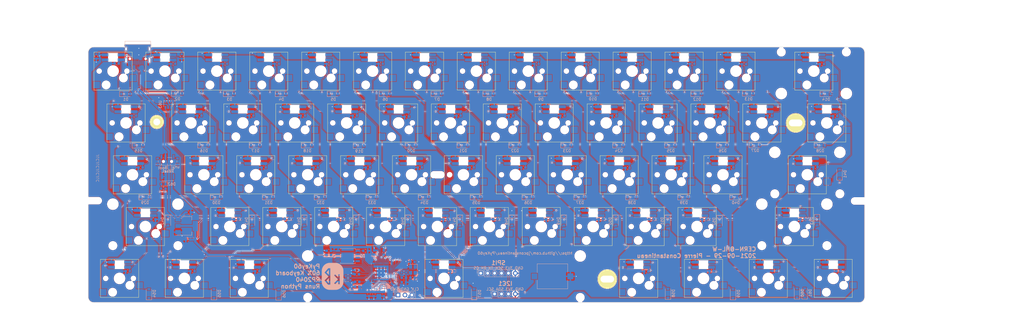
<source format=kicad_pcb>
(kicad_pcb (version 20211014) (generator pcbnew)
  (title_block (title "PyKey60 RP2040") (date "2021-11-21") (rev "1.1") (company "Pierre Constantineau (JPConstantineau)") (comment 1 "License: CERN-OHL-W (CERN OHL v2)") (comment 2 "Project: https://github.com/jpconstantineau/PyKey60"))
  (layers (0 "F.Cu" signal "Front") (31 "B.Cu" signal "Back") (34 "B.Paste" user) (35 "F.Paste" user) (36 "B.SilkS" user "B.Silkscreen") (37 "F.SilkS" user "F.Silkscreen") (38 "B.Mask" user) (39 "F.Mask" user) (44 "Edge.Cuts" user))
  (net 0 "")
  (net 1 "Net-(J1-PadS1)")
  (net 2 "Net-(D1-Pad2)")
  (net 3 "Net-(D2-Pad2)")
  (net 4 "Net-(D3-Pad2)")
  (net 5 "Net-(D4-Pad2)")
  (net 6 "Net-(D5-Pad2)")
  (net 7 "Net-(D6-Pad2)")
  (net 8 "Net-(D7-Pad2)")
  (net 9 "Net-(D8-Pad2)")
  (net 10 "Net-(D9-Pad2)")
  (net 11 "Net-(D10-Pad2)")
  (net 12 "Net-(D11-Pad2)")
  (net 13 "Net-(D12-Pad2)")
  (net 14 "Net-(D13-Pad2)")
  (net 15 "Net-(D14-Pad2)")
  (net 16 "Net-(D15-Pad2)")
  (net 17 "Net-(D16-Pad2)")
  (net 18 "Net-(D17-Pad2)")
  (net 19 "Net-(D18-Pad2)")
  (net 20 "Net-(D19-Pad2)")
  (net 21 "Net-(D20-Pad2)")
  (net 22 "Net-(D21-Pad2)")
  (net 23 "Net-(D22-Pad2)")
  (net 24 "Net-(D23-Pad2)")
  (net 25 "Net-(D24-Pad2)")
  (net 26 "Net-(D25-Pad2)")
  (net 27 "Net-(D26-Pad2)")
  (net 28 "Net-(D27-Pad2)")
  (net 29 "Net-(D28-Pad2)")
  (net 30 "Net-(D29-Pad2)")
  (net 31 "Net-(D30-Pad2)")
  (net 32 "Net-(D31-Pad2)")
  (net 33 "Net-(D32-Pad2)")
  (net 34 "Net-(D33-Pad2)")
  (net 35 "Net-(D34-Pad2)")
  (net 36 "Net-(D35-Pad2)")
  (net 37 "Net-(D36-Pad2)")
  (net 38 "Net-(D37-Pad2)")
  (net 39 "Net-(D38-Pad2)")
  (net 40 "Net-(D39-Pad2)")
  (net 41 "Net-(D40-Pad2)")
  (net 42 "Net-(D41-Pad2)")
  (net 43 "Net-(D42-Pad2)")
  (net 44 "Net-(D43-Pad2)")
  (net 45 "Net-(D44-Pad2)")
  (net 46 "Net-(D45-Pad2)")
  (net 47 "Net-(D46-Pad2)")
  (net 48 "Net-(D47-Pad2)")
  (net 49 "Net-(D48-Pad2)")
  (net 50 "Net-(D49-Pad2)")
  (net 51 "Net-(D52-Pad2)")
  (net 52 "Net-(D53-Pad2)")
  (net 53 "Net-(D54-Pad2)")
  (net 54 "Net-(D55-Pad2)")
  (net 55 "Net-(D56-Pad2)")
  (net 56 "Net-(D57-Pad2)")
  (net 57 "Net-(D58-Pad2)")
  (net 58 "Net-(D59-Pad2)")
  (net 59 "Net-(D60-Pad2)")
  (net 60 "Net-(D61-Pad2)")
  (net 61 "GND")
  (net 62 "VBUS")
  (net 63 "Net-(J1-PadA5)")
  (net 64 "Net-(J1-PadB5)")
  (net 65 "Data+")
  (net 66 "Data-")
  (net 67 "+1V1")
  (net 68 "+3V3")
  (net 69 "Net-(C13-Pad1)")
  (net 70 "Net-(R3-Pad2)")
  (net 71 "Net-(R4-Pad2)")
  (net 72 "/QSPISS")
  (net 73 "Net-(R7-Pad2)")
  (net 74 "/QSPISD3")
  (net 75 "/QSPICLK")
  (net 76 "/QSPISD0")
  (net 77 "/QSPISD2")
  (net 78 "/SQPISD1")
  (net 79 "/XIN")
  (net 80 "/XOUT")
  (net 81 "/RESET")
  (net 82 "/USB-")
  (net 83 "/USB+")
  (net 84 "ROW1")
  (net 85 "ROW2")
  (net 86 "ROW3")
  (net 87 "ROW4")
  (net 88 "ROW5")
  (net 89 "COL1")
  (net 90 "COL2")
  (net 91 "COL3")
  (net 92 "COL4")
  (net 93 "COL5")
  (net 94 "COL6")
  (net 95 "COL7")
  (net 96 "COL8")
  (net 97 "COL9")
  (net 98 "COL10")
  (net 99 "COL11")
  (net 100 "COL12")
  (net 101 "COL13")
  (net 102 "COL14")
  (net 103 "Net-(D50-Pad2)")
  (net 104 "Net-(D51-Pad2)")
  (net 105 "Net-(U1-Pad5)")
  (net 106 "Net-(U2-Pad5)")
  (net 107 "Net-(U3-Pad5)")
  (net 108 "Net-(U4-Pad5)")
  (net 109 "Net-(U5-Pad5)")
  (net 110 "Net-(U6-Pad5)")
  (net 111 "Net-(U7-Pad5)")
  (net 112 "Net-(U8-Pad5)")
  (net 113 "Net-(U10-Pad5)")
  (net 114 "Net-(U10-Pad4)")
  (net 115 "Net-(U11-Pad5)")
  (net 116 "Net-(U12-Pad5)")
  (net 117 "Net-(U13-Pad5)")
  (net 118 "Net-(U15-Pad5)")
  (net 119 "Net-(U16-Pad5)")
  (net 120 "Net-(U17-Pad5)")
  (net 121 "Net-(U18-Pad5)")
  (net 122 "Net-(U19-Pad5)")
  (net 123 "Net-(U20-Pad5)")
  (net 124 "Net-(U21-Pad5)")
  (net 125 "Net-(U22-Pad5)")
  (net 126 "Net-(U23-Pad5)")
  (net 127 "Net-(U24-Pad5)")
  (net 128 "Net-(U25-Pad5)")
  (net 129 "Net-(U26-Pad5)")
  (net 130 "Net-(U27-Pad5)")
  (net 131 "Net-(U29-Pad5)")
  (net 132 "Net-(U30-Pad5)")
  (net 133 "Net-(U31-Pad5)")
  (net 134 "Net-(U32-Pad5)")
  (net 135 "Net-(U33-Pad5)")
  (net 136 "Net-(U34-Pad5)")
  (net 137 "Net-(U35-Pad5)")
  (net 138 "Net-(U36-Pad5)")
  (net 139 "Net-(U37-Pad5)")
  (net 140 "Net-(U38-Pad5)")
  (net 141 "Net-(U39-Pad5)")
  (net 142 "Net-(U40-Pad5)")
  (net 143 "Net-(U42-Pad5)")
  (net 144 "Net-(U43-Pad5)")
  (net 145 "Net-(U44-Pad5)")
  (net 146 "Net-(U45-Pad5)")
  (net 147 "Net-(U46-Pad5)")
  (net 148 "Net-(U47-Pad5)")
  (net 149 "Net-(U48-Pad5)")
  (net 150 "Net-(U49-Pad5)")
  (net 151 "Net-(U50-Pad5)")
  (net 152 "Net-(U51-Pad5)")
  (net 153 "Net-(U52-Pad5)")
  (net 154 "Net-(U54-Pad5)")
  (net 155 "Net-(U55-Pad5)")
  (net 156 "Net-(U56-Pad5)")
  (net 157 "Net-(U57-Pad5)")
  (net 158 "Net-(U58-Pad5)")
  (net 159 "Net-(U59-Pad5)")
  (net 160 "Net-(U60-Pad5)")
  (net 161 "/SWCLK")
  (net 162 "/SWD")
  (net 163 "RGBData1")
  (net 164 "RGBData2")
  (net 165 "RGBData3")
  (net 166 "RGBData4")
  (net 167 "RGBData5")
  (net 168 "Net-(D62-Pad2)")
  (net 169 "LED")
  (net 170 "I2C1_SDA")
  (net 171 "I2C1_SCL")
  (net 172 "SPI1_CSn")
  (net 173 "SPI1_SCK")
  (net 174 "SPI1_TX")
  (net 175 "SPI1_RX")
  (net 176 "SPEAKER")
  (footprint "CherryMX_PCB_KailhSocket_LTST-A683CEGBW-Rotated-HS:CherryMX_1.00u_PCB_KailhSocket_LTST-A683CEGBW-Rotated-HS" (layer "F.Cu") (at 71.4375 73.82 180)
    (fp_text reference "U1" hide)
    (fp_text value "CherryMX_LTST-A683CEGBW")
    (fp_line (start -1.7 6.55) (end -1.7 3.55) (layer "Edge.Cuts") (width 0.05))
    (fp_line (start 1.7 6.55) (end -1.7 6.55) (layer "Edge.Cuts") (width 0.05))
    (fp_line (start -1.7 3.55) (end 1.7 3.55) (layer "Edge.Cuts") (width 0.05))
    (fp_line (start 1.7 3.55) (end 1.7 6.55) (layer "Edge.Cuts") (width 0.05))
  )
  (footprint "CherryMX_PCB_KailhSocket_LTST-A683CEGBW-Rotated-HS:CherryMX_1.00u_PCB_KailhSocket_LTST-A683CEGBW-Rotated-HS" (layer "F.Cu") (at 90.4875 73.82 180)
    (fp_text reference "U2" hide)
    (fp_text value "CherryMX_LTST-A683CEGBW")
    (fp_line (start -1.7 6.55) (end -1.7 3.55) (layer "Edge.Cuts") (width 0.05))
    (fp_line (start 1.7 6.55) (end -1.7 6.55) (layer "Edge.Cuts") (width 0.05))
    (fp_line (start -1.7 3.55) (end 1.7 3.55) (layer "Edge.Cuts") (width 0.05))
    (fp_line (start 1.7 3.55) (end 1.7 6.55) (layer "Edge.Cuts") (width 0.05))
  )
  (footprint "CherryMX_PCB_KailhSocket_LTST-A683CEGBW-Rotated-HS:CherryMX_1.00u_PCB_KailhSocket_LTST-A683CEGBW-Rotated-HS" (layer "F.Cu") (at 109.538 73.82 180)
    (fp_text reference "U3" hide)
    (fp_text value "CherryMX_LTST-A683CEGBW")
    (fp_line (start -1.7 3.55) (end 1.7 3.55) (layer "Edge.Cuts") (width 0.05))
    (fp_line (start -1.7 6.55) (end -1.7 3.55) (layer "Edge.Cuts") (width 0.05))
    (fp_line (start 1.7 3.55) (end 1.7 6.55) (layer "Edge.Cuts") (width 0.05))
    (fp_line (start 1.7 6.55) (end -1.7 6.55) (layer "Edge.Cuts") (width 0.05))
  )
  (footprint "CherryMX_PCB_KailhSocket_LTST-A683CEGBW-Rotated-HS:CherryMX_1.00u_PCB_KailhSocket_LTST-A683CEGBW-Rotated-HS" (layer "F.Cu") (at 128.588 73.82 180)
    (fp_text reference "U4" hide)
    (fp_text value "CherryMX_LTST-A683CEGBW")
    (fp_line (start 1.7 3.55) (end 1.7 6.55) (layer "Edge.Cuts") (width 0.05))
    (fp_line (start -1.7 3.55) (end 1.7 3.55) (layer "Edge.Cuts") (width 0.05))
    (fp_line (start 1.7 6.55) (end -1.7 6.55) (layer "Edge.Cuts") (width 0.05))
    (fp_line (start -1.7 6.55) (end -1.7 3.55) (layer "Edge.Cuts") (width 0.05))
  )
  (footprint "CherryMX_PCB_KailhSocket_LTST-A683CEGBW-Rotated-HS:CherryMX_1.00u_PCB_KailhSocket_LTST-A683CEGBW-Rotated-HS" (layer "F.Cu") (at 147.638 73.82 180)
    (fp_text reference "U5" hide)
    (fp_text value "CherryMX_LTST-A683CEGBW")
    (fp_line (start 1.7 3.55) (end 1.7 6.55) (layer "Edge.Cuts") (width 0.05))
    (fp_line (start -1.7 6.55) (end -1.7 3.55) (layer "Edge.Cuts") (width 0.05))
    (fp_line (start -1.7 3.55) (end 1.7 3.55) (layer "Edge.Cuts") (width 0.05))
    (fp_line (start 1.7 6.55) (end -1.7 6.55) (layer "Edge.Cuts") (width 0.05))
  )
  (footprint "CherryMX_PCB_KailhSocket_LTST-A683CEGBW-Rotated-HS:CherryMX_1.00u_PCB_KailhSocket_LTST-A683CEGBW-Rotated-HS" (layer "F.Cu") (at 166.688 73.82 180)
    (fp_text reference "U6" hide)
    (fp_text value "CherryMX_LTST-A683CEGBW")
    (fp_line (start -1.7 3.55) (end 1.7 3.55) (layer "Edge.Cuts") (width 0.05))
    (fp_line (start -1.7 6.55) (end -1.7 3.55) (layer "Edge.Cuts") (width 0.05))
    (fp_line (start 1.7 3.55) (end 1.7 6.55) (layer "Edge.Cuts") (width 0.05))
    (fp_line (start 1.7 6.55) (end -1.7 6.55) (layer "Edge.Cuts") (width 0.05))
  )
  (footprint "CherryMX_PCB_KailhSocket_LTST-A683CEGBW-Rotated-HS:CherryMX_1.00u_PCB_KailhSocket_LTST-A683CEGBW-Rotated-HS" (layer "F.Cu") (at 185.738 73.82 180)
    (fp_text reference "U7" hide)
    (fp_text value "CherryMX_LTST-A683CEGBW")
    (fp_line (start -1.7 3.55) (end 1.7 3.55) (layer "Edge.Cuts") (width 0.05))
    (fp_line (start 1.7 6.55) (end -1.7 6.55) (layer "Edge.Cuts") (width 0.05))
    (fp_line (start 1.7 3.55) (end 1.7 6.55) (layer "Edge.Cuts") (width 0.05))
    (fp_line (start -1.7 6.55) (end -1.7 3.55) (layer "Edge.Cuts") (width 0.05))
  )
  (footprint "CherryMX_PCB_KailhSocket_LTST-A683CEGBW-Rotated-HS:CherryMX_1.00u_PCB_KailhSocket_LTST-A683CEGBW-Rotated-HS" (layer "F.Cu") (at 204.788 73.82 180)
    (fp_text reference "U8" hide)
    (fp_text value "CherryMX_LTST-A683CEGBW")
    (fp_line (start 1.7 6.55) (end -1.7 6.55) (layer "Edge.Cuts") (width 0.05))
    (fp_line (start -1.7 3.55) (end 1.7 3.55) (layer "Edge.Cuts") (width 0.05))
    (fp_line (start 1.7 3.55) (end 1.7 6.55) (layer "Edge.Cuts") (width 0.05))
    (fp_line (start -1.7 6.55) (end -1.7 3.55) (layer "Edge.Cuts") (width 0.05))
  )
  (footprint "CherryMX_PCB_KailhSocket_LTST-A683CEGBW-Rotated-HS:CherryMX_1.00u_PCB_KailhSocket_LTST-A683CEGBW-Rotated-HS" (layer "F.Cu") (at 223.838 73.82 180)
    (fp_text reference "U9" hide)
    (fp_text value "CherryMX_LTST-A683CEGBW")
    (fp_line (start 1.7 6.55) (end -1.7 6.55) (layer "Edge.Cuts") (width 0.05))
    (fp_line (start -1.7 3.55) (end 1.7 3.55) (layer "Edge.Cuts") (width 0.05))
    (fp_line (start -1.7 6.55) (end -1.7 3.55) (layer "Edge.Cuts") (width 0.05))
    (fp_line (start 1.7 3.55) (end 1.7 6.55) (layer "Edge.Cuts") (width 0.05))
  )
  (footprint "CherryMX_PCB_KailhSocket_LTST-A683CEGBW-Rotated-HS:CherryMX_1.00u_PCB_KailhSocket_LTST-A683CEGBW-Rotated-HS" (layer "F.Cu") (at 242.888 73.82 180)
    (fp_text reference "U10" hide)
    (fp_text value "CherryMX_LTST-A683CEGBW")
    (fp_line (start 1.7 3.55) (end 1.7 6.55) (layer "Edge.Cuts") (width 0.05))
    (fp_line (start -1.7 6.55) (end -1.7 3.55) (layer "Edge.Cuts") (width 0.05))
    (fp_line (start -1.7 3.55) (end 1.7 3.55) (layer "Edge.Cuts") (width 0.05))
    (fp_line (start 1.7 6.55) (end -1.7 6.55) (layer "Edge.Cuts") (width 0.05))
  )
  (footprint "CherryMX_PCB_KailhSocket_LTST-A683CEGBW-Rotated-HS:CherryMX_1.00u_PCB_KailhSocket_LTST-A683CEGBW-Rotated-HS" (layer "F.Cu") (at 261.938 73.82 180)
    (fp_text reference "U11" hide)
    (fp_text value "CherryMX_LTST-A683CEGBW")
    (fp_line (start 1.7 3.55) (end 1.7 6.55) (layer "Edge.Cuts") (width 0.05))
    (fp_line (start 1.7 6.55) (end -1.7 6.55) (layer "Edge.Cuts") (width 0.05))
    (fp_line (start -1.7 6.55) (end -1.7 3.55) (layer "Edge.Cuts") (width 0.05))
    (fp_line (start -1.7 3.55) (end 1.7 3.55) (layer "Edge.Cuts") (width 0.05))
  )
  (footprint "CherryMX_PCB_KailhSocket_LTST-A683CEGBW-Rotated-HS:CherryMX_1.00u_PCB_KailhSocket_LTST-A683CEGBW-Rotated-HS" (layer "F.Cu") (at 280.988 73.82 180)
    (fp_text reference "U12" hide)
    (fp_text value "CherryMX_LTST-A683CEGBW")
    (fp_line (start -1.7 6.55) (end -1.7 3.55) (layer "Edge.Cuts") (width 0.05))
    (fp_line (start 1.7 6.55) (end -1.7 6.55) (layer "Edge.Cuts") (width 0.05))
    (fp_line (start 1.7 3.55) (end 1.7 6.55) (layer "Edge.Cuts") (width 0.05))
    (fp_line (start -1.7 3.55) (end 1.7 3.55) (layer "Edge.Cuts") (width 0.05))
  )
  (footprint "CherryMX_PCB_KailhSocket_LTST-A683CEGBW-Rotated-HS:CherryMX_1.00u_PCB_KailhSocket_LTST-A683CEGBW-Rotated-HS" (layer "F.Cu") (at 300.038 73.82 180)
    (fp_text reference "U13" hide)
    (fp_text value "CherryMX_LTST-A683CEGBW")
    (fp_line (start -1.7 6.55) (end -1.7 3.55) (layer "Edge.Cuts") (width 0.05))
    (fp_line (start -1.7 3.55) (end 1.7 3.55) (layer "Edge.Cuts") (width 0.05))
    (fp_line (start 1.7 3.55) (end 1.7 6.55) (layer "Edge.Cuts") (width 0.05))
    (fp_line (start 1.7 6.55) (end -1.7 6.55) (layer "Edge.Cuts") (width 0.05))
  )
  (footprint "CherryMX_PCB_KailhSocket_StabWireTop_LTST-A683CEGBW-Rotated-HS:CherryMX_2.00u_PCB_KailhSocket_StabWireTop_LTST-A683CEGBW-Rotated-HS" (layer "F.Cu") (at 328.613 73.82 180)
    (fp_text reference "U14" hide)
    (fp_text value "CherryMX_LTST-A683CEGBW")
    (fp_line (start -1.7 3.55) (end 1.7 3.55) (layer "Edge.Cuts") (width 0.05))
    (fp_line (start -1.7 6.55) (end -1.7 3.55) (layer "Edge.Cuts") (width 0.05))
    (fp_line (start 1.7 6.55) (end -1.7 6.55) (layer "Edge.Cuts") (width 0.05))
    (fp_line (start 1.7 3.55) (end 1.7 6.55) (layer "Edge.Cuts") (width 0.05))
  )
  (footprint "CherryMX_PCB_KailhSocket_LTST-A683CEGBW-Rotated-HS:CherryMX_1.50u_PCB_KailhSocket_LTST-A683CEGBW-Rotated-HS" (layer "F.Cu") (at 76.2 92.87 180)
    (fp_text reference "U15" hide)
    (fp_text value "CherryMX_LTST-A683CEGBW")
    (fp_line (start -1.7 6.55) (end -1.7 3.55) (layer "Edge.Cuts") (width 0.05))
    (fp_line (start 1.7 3.55) (end 1.7 6.55) (layer "Edge.Cuts") (width 0.05))
    (fp_line (start 1.7 6.55) (end -1.7 6.55) (layer "Edge.Cuts") (width 0.05))
    (fp_line (start -1.7 3.55) (end 1.7 3.55) (layer "Edge.Cuts") (width 0.05))
  )
  (footprint "CherryMX_PCB_KailhSocket_LTST-A683CEGBW-Rotated-HS:CherryMX_1.00u_PCB_KailhSocket_LTST-A683CEGBW-Rotated-HS" (layer "F.Cu") (at 100.012 92.87 180)
    (fp_text reference "U16" hide)
    (fp_text value "CherryMX_LTST-A683CEGBW")
    (fp_line (start 1.7 3.55) (end 1.7 6.55) (layer "Edge.Cuts") (width 0.05))
    (fp_line (start -1.7 6.55) (end -1.7 3.55) (layer "Edge.Cuts") (width 0.05))
    (fp_line (start 1.7 6.55) (end -1.7 6.55) (layer "Edge.Cuts") (width 0.05))
    (fp_line (start -1.7 3.55) (end 1.7 3.55) (layer "Edge.Cuts") (width 0.05))
  )
  (footprint "CherryMX_PCB_KailhSocket_LTST-A683CEGBW-Rotated-HS:CherryMX_1.00u_PCB_KailhSocket_LTST-A683CEGBW-Rotated-HS" (layer "F.Cu") (at 119.062 92.87 180)
    (fp_text reference "U17" hide)
    (fp_text value "CherryMX_LTST-A683CEGBW")
    (fp_line (start 1.7 6.55) (end -1.7 6.55) (layer "Edge.Cuts") (width 0.05))
    (fp_line (start -1.7 6.55) (end -1.7 3.55) (layer "Edge.Cuts") (width 0.05))
    (fp_line (start 1.7 3.55) (end 1.7 6.55) (layer "Edge.Cuts") (width 0.05))
    (fp_line (start -1.7 3.55) (end 1.7 3.55) (layer "Edge.Cuts") (width 0.05))
  )
  (footprint "CherryMX_PCB_KailhSocket_LTST-A683CEGBW-Rotated-HS:CherryMX_1.00u_PCB_KailhSocket_LTST-A683CEGBW-Rotated-HS" (layer "F.Cu") (at 138.112 92.87 180)
    (fp_text reference "U18" hide)
    (fp_text value "CherryMX_LTST-A683CEGBW")
    (fp_line (start -1.7 3.55) (end 1.7 3.55) (layer "Edge.Cuts") (width 0.05))
    (fp_line (start 1.7 3.55) (end 1.7 6.55) (layer "Edge.Cuts") (width 0.05))
    (fp_line (start 1.7 6.55) (end -1.7 6.55) (layer "Edge.Cuts") (width 0.05))
    (fp_line (start -1.7 6.55) (end -1.7 3.55) (layer "Edge.Cuts") (width 0.05))
  )
  (footprint "CherryMX_PCB_KailhSocket_LTST-A683CEGBW-Rotated-HS:CherryMX_1.00u_PCB_KailhSocket_LTST-A683CEGBW-Rotated-HS" (layer "F.Cu") (at 157.162 92.87 180)
    (fp_text reference "U19" hide)
    (fp_text value "CherryMX_LTST-A683CEGBW")
    (fp_line (start -1.7 6.55) (end -1.7 3.55) (layer "Edge.Cuts") (width 0.05))
    (fp_line (start -1.7 3.55) (end 1.7 3.55) (layer "Edge.Cuts") (width 0.05))
    (fp_line (start 1.7 3.55) (end 1.7 6.55) (layer "Edge.Cuts") (width 0.05))
    (fp_line (start 1.7 6.55) (end -1.7 6.55) (layer "Edge.Cuts") (width 0.05))
  )
  (footprint "CherryMX_PCB_KailhSocket_LTST-A683CEGBW-Rotated-HS:CherryMX_1.00u_PCB_KailhSocket_LTST-A683CEGBW-Rotated-HS" (layer "F.Cu") (at 195.262 92.87 180)
    (fp_text reference "U21" hide)
    (fp_text value "CherryMX_LTST-A683CEGBW")
    (fp_line (start 1.7 6.55) (end -1.7 6.55) (layer "Edge.Cuts") (width 0.05))
    (fp_line (start -1.7 6.55) (end -1.7 3.55) (layer "Edge.Cuts") (width 0.05))
    (fp_line (start 1.7 3.55) (end 1.7 6.55) (layer "Edge.Cuts") (width 0.05))
    (fp_line (start -1.7 3.55) (end 1.7 3.55) (layer "Edge.Cuts") (width 0.05))
  )
  (footprint "CherryMX_PCB_KailhSocket_LTST-A683CEGBW-Rotated-HS:CherryMX_1.00u_PCB_KailhSocket_LTST-A683CEGBW-Rotated-HS" (layer "F.Cu") (at 214.312 92.87 180)
    (fp_text reference "U22" hide)
    (fp_text value "CherryMX_LTST-A683CEGBW")
    (fp_line (start -1.7 6.55) (end -1.7 3.55) (layer "Edge.Cuts") (width 0.05))
    (fp_line (start 1.7 3.55) (end 1.7 6.55) (layer "Edge.Cuts") (width 0.05))
    (fp_line (start 1.7 6.55) (end -1.7 6.55) (layer "Edge.Cuts") (width 0.05))
    (fp_line (start -1.7 3.55) (end 1.7 3.55) (layer "Edge.Cuts") (width 0.05))
  )
  (footprint "CherryMX_PCB_KailhSocket_LTST-A683CEGBW-Rotated-HS:CherryMX_1.00u_PCB_KailhSocket_LTST-A683CEGBW-Rotated-HS" (layer "F.Cu") (at 233.362 92.87 180)
    (fp_text reference "U23" hide)
    (fp_text value "CherryMX_LTST-A683CEGBW")
    (fp_line (start 1.7 6.55) (end -1.7 6.55) (layer "Edge.Cuts") (width 0.05))
    (fp_line (start -1.7 6.55) (end -1.7 3.55) (layer "Edge.Cuts") (width 0.05))
    (fp_line (start 1.7 3.55) (end 1.7 6.55) (layer "Edge.Cuts") (width 0.05))
    (fp_line (start -1.7 3.55) (end 1.7 3.55) (layer "Edge.Cuts") (width 0.05))
  )
  (footprint "CherryMX_PCB_KailhSocket_LTST-A683CEGBW-Rotated-HS:CherryMX_1.00u_PCB_KailhSocket_LTST-A683CEGBW-Rotated-HS" (layer "F.Cu") (at 271.462 92.87 180)
    (fp_text reference "U25" hide)
    (fp_text value "CherryMX_LTST-A683CEGBW")
    (fp_line (start 1.7 3.55) (end 1.7 6.55) (layer "Edge.Cuts") (width 0.05))
    (fp_line (start -1.7 3.55) (end 1.7 3.55) (layer "Edge.Cuts") (width 0.05))
    (fp_line (start 1.7 6.55) (end -1.7 6.55) (layer "Edge.Cuts") (width 0.05))
    (fp_line (start -1.7 6.55) (end -1.7 3.55) (layer "Edge.Cuts") (width 0.05))
  )
  (footprint "CherryMX_PCB_KailhSocket_LTST-A683CEGBW-Rotated-HS:CherryMX_1.00u_PCB_KailhSocket_LTST-A683CEGBW-Rotated-HS" (layer "F.Cu") (at 290.512 92.87 180)
    (fp_text reference "U26" hide)
    (fp_text value "CherryMX_LTST-A683CEGBW")
    (fp_line (start 1.7 6.55) (end -1.7 6.55) (layer "Edge.Cuts") (width 0.05))
    (fp_line (start -1.7 3.55) (end 1.7 3.55) (layer "Edge.Cuts") (width 0.05))
    (fp_line (start -1.7 6.55) (end -1.7 3.55) (layer "Edge.Cuts") (width 0.05))
    (fp_line (start 1.7 3.55) (end 1.7 6.55) (layer "Edge.Cuts") (width 0.05))
  )
  (footprint "CherryMX_PCB_KailhSocket_LTST-A683CEGBW-Rotated-HS:CherryMX_1.00u_PCB_KailhSocket_LTST-A683CEGBW-Rotated-HS" (layer "F.Cu") (at 309.562 92.87 180)
    (fp_text reference "U27" hide)
    (fp_text value "CherryMX_LTST-A683CEGBW")
    (fp_line (start -1.7 6.55) (end -1.7 3.55) (layer "Edge.Cuts") (width 0.05))
    (fp_line (start 1.7 6.55) (end -1.7 6.55) (layer "Edge.Cuts") (width 0.05))
    (fp_line (start -1.7 3.55) (end 1.7 3.55) (layer "Edge.Cuts") (width 0.05))
    (fp_line (start 1.7 3.55) (end 1.7 6.55) (layer "Edge.Cuts") (width 0.05))
  )
  (footprint "CherryMX_PCB_KailhSocket_LTST-A683CEGBW-Rotated-HS:CherryMX_1.50u_PCB_KailhSocket_LTST-A683CEGBW-Rotated-HS" (layer "F.Cu") (at 333.375 92.87 180)
    (fp_text reference "U28" hide)
    (fp_text value "CherryMX_LTST-A683CEGBW")
    (fp_line (start 1.7 6.55) (end -1.7 6.55) (layer "Edge.Cuts") (width 0.05))
    (fp_line (start -1.7 6.55) (end -1.7 3.55) (layer "Edge.Cuts") (width 0.05))
    (fp_line (start -1.7 3.55) (end 1.7 3.55) (layer "Edge.Cuts") (width 0.05))
    (fp_line (start 1.7 3.55) (end 1.7 6.55) (layer "Edge.Cuts") (width 0.05))
  )
  (footprint "CherryMX_PCB_KailhSocket_LTST-A683CEGBW-Rotated-HS:CherryMX_1.75u_PCB_KailhSocket_LTST-A683CEGBW-Rotated-HS" (layer "F.Cu") (at 78.5825 111.92 180)
    (fp_text reference "U29" hide)
    (fp_text value "CherryMX_LTST-A683CEGBW")
    (fp_line (start -1.7 6.55) (end -1.7 3.55) (layer "Edge.Cuts") (width 0.05))
    (fp_line (start 1.7 3.55) (end 1.7 6.55) (layer "Edge.Cuts") (width 0.05))
    (fp_line (start -1.7 3.55) (end 1.7 3.55) (layer "Edge.Cuts") (width 0.05))
    (fp_line (start 1.7 6.55) (end -1.7 6.55) (layer "Edge.Cuts") (width 0.05))
  )
  (footprint "CherryMX_PCB_KailhSocket_LTST-A683CEGBW-Rotated-HS:CherryMX_1.00u_PCB_KailhSocket_LTST-A683CEGBW-Rotated-HS" (layer "F.Cu") (at 104.775 111.92 180)
    (fp_text reference "U30" hide)
    (fp_text value "CherryMX_LTST-A683CEGBW")
    (fp_line (start 1.7 6.55) (end -1.7 6.55) (layer "Edge.Cuts") (width 0.05))
    (fp_line (start -1.7 3.55) (end 1.7 3.55) (layer "Edge.Cuts") (width 0.05))
    (fp_line (start 1.7 3.55) (end 1.7 6.55) (layer "Edge.Cuts") (width 0.05))
    (fp_line (start -1.7 6.55) (end -1.7 3.55) (layer "Edge.Cuts") (width 0.05))
  )
  (footprint "CherryMX_PCB_KailhSocket_LTST-A683CEGBW-Rotated-HS:CherryMX_1.00u_PCB_KailhSocket_LTST-A683CEGBW-Rotated-HS" (layer "F.Cu") (at 123.825 111.92 180)
    (fp_text reference "U31" hide)
    (fp_text value "CherryMX_LTST-A683CEGBW")
    (fp_line (start 1.7 6.55) (end -1.7 6.55) (layer "Edge.Cuts") (width 0.05))
    (fp_line (start 1.7 3.55) (end 1.7 6.55) (layer "Edge.Cuts") (width 0.05))
    (fp_line (start -1.7 6.55) (end -1.7 3.55) (layer "Edge.Cuts") (width 0.05))
    (fp_line (start -1.7 3.55) (end 1.7 3.55) (layer "Edge.Cuts") (width 0.05))
  )
  (footprint "CherryMX_PCB_KailhSocket_LTST-A683CEGBW-Rotated-HS:CherryMX_1.00u_PCB_KailhSocket_LTST-A683CEGBW-Rotated-HS" (layer "F.Cu") (at 142.875 111.92 180)
    (fp_text reference "U32" hide)
    (fp_text value "CherryMX_LTST-A683CEGBW")
    (fp_line (start 1.7 3.55) (end 1.7 6.55) (layer "Edge.Cuts") (width 0.05))
    (fp_line (start -1.7 3.55) (end 1.7 3.55) (layer "Edge.Cuts") (width 0.05))
    (fp_line (start 1.7 6.55) (end -1.7 6.55) (layer "Edge.Cuts") (width 0.05))
    (fp_line (start -1.7 6.55) (end -1.7 3.55) (layer "Edge.Cuts") (width 0.05))
  )
  (footprint "CherryMX_PCB_KailhSocket_LTST-A683CEGBW-Rotated-HS:CherryMX_1.00u_PCB_KailhSocket_LTST-A683CEGBW-Rotated-HS" (layer "F.Cu") (at 161.925 111.92 180)
    (fp_text reference "U33" hide)
    (fp_text value "CherryMX_LTST-A683CEGBW")
    (fp_line (start 1.7 3.55) (end 1.7 6.55) (layer "Edge.Cuts") (width 0.05))
    (fp_line (start 1.7 6.55) (end -1.7 6.55) (layer "Edge.Cuts") (width 0.05))
    (fp_line (start -1.7 6.55) (end -1.7 3.55) (layer "Edge.Cuts") (width 0.05))
    (fp_line (start -1.7 3.55) (end 1.7 3.55) (layer "Edge.Cuts") (width 0.05))
  )
  (footprint "CherryMX_PCB_KailhSocket_LTST-A683CEGBW-Rotated-HS:CherryMX_1.00u_PCB_KailhSocket_LTST-A683CEGBW-Rotated-HS" (layer "F.Cu") (at 180.975 111.92 180)
    (fp_text reference "U34" hide)
    (fp_text value "CherryMX_LTST-A683CEGBW")
    (fp_line (start 1.7 3.55) (end 1.7 6.55) (layer "Edge.Cuts") (width 0.05))
    (fp_line (start -1.7 3.55) (end 1.7 3.55) (layer "Edge.Cuts") (width 0.05))
    (fp_line (start -1.7 6.55) (end -1.7 3.55) (layer "Edge.Cuts") (width 0.05))
    (fp_line (start 1.7 6.55) (end -1.7 6.55) (layer "Edge.Cuts") (width 0.05))
  )
  (footprint "CherryMX_PCB_KailhSocket_LTST-A683CEGBW-Rotated-HS:CherryMX_1.00u_PCB_KailhSocket_LTST-A683CEGBW-Rotated-HS" (layer "F.Cu") (at 200.025 111.92 180)
    (fp_text reference "U35" hide)
    (fp_text value "CherryMX_LTST-A683CEGBW")
    (fp_line (start -1.7 6.55) (end -1.7 3.55) (layer "Edge.Cuts") (width 0.05))
    (fp_line (start 1.7 3.55) (end 1.7 6.55) (layer "Edge.Cuts") (width 0.05))
    (fp_line (start -1.7 3.55) (end 1.7 3.55) (layer "Edge.Cuts") (width 0.05))
    (fp_line (start 1.7 6.55) (end -1.7 6.55) (layer "Edge.Cuts") (width 0.05))
  )
  (footprint "CherryMX_PCB_KailhSocket_LTST-A683CEGBW-Rotated-HS:CherryMX_1.00u_PCB_KailhSocket_LTST-A683CEGBW-Rotated-HS" (layer "F.Cu") (at 219.075 111.92 180)
    (fp_text reference "U36" hide)
    (fp_text value "CherryMX_LTST-A683CEGBW")
    (fp_line (start 1.7 3.55) (end 1.7 6.55) (layer "Edge.Cuts") (width 0.05))
    (fp_line (start -1.7 6.55) (end -1.7 3.55) (layer "Edge.Cuts") (width 0.05))
    (fp_line (start -1.7 3.55) (end 1.7 3.55) (layer "Edge.Cuts") (width 0.05))
    (fp_line (start 1.7 6.55) (end -1.7 6.55) (layer "Edge.Cuts") (width 0.05))
  )
  (footprint "CherryMX_PCB_KailhSocket_LTST-A683CEGBW-Rotated-HS:CherryMX_1.00u_PCB_KailhSocket_LTST-A683CEGBW-Rotated-HS" (layer "F.Cu") (at 238.125 111.92 180)
    (fp_text reference "U37" hide)
    (fp_text value "CherryMX_LTST-A683CEGBW")
    (fp_line (start 1.7 6.55) (end -1.7 6.55) (layer "Edge.Cuts") (width 0.05))
    (fp_line (start -1.7 3.55) (end 1.7 3.55) (layer "Edge.Cuts") (width 0.05))
    (fp_line (start 1.7 3.55) (end 1.7 6.55) (layer "Edge.Cuts") (width 0.05))
    (fp_line (start -1.7 6.55) (end -1.7 3.55) (layer "Edge.Cuts") (width 0.05))
  )
  (footprint "CherryMX_PCB_KailhSocket_LTST-A683CEGBW-Rotated-HS:CherryMX_1.00u_PCB_KailhSocket_LTST-A683CEGBW-Rotated-HS" (layer "F.Cu") (at 257.175 111.92 180)
    (fp_text reference "U38" hide)
    (fp_text value "CherryMX_LTST-A683CEGBW")
    (fp_line (start -1.7 6.55) (end -1.7 3.55) (layer "Edge.Cuts") (width 0.05))
    (fp_line (start 1.7 6.55) (end -1.7 6.55) (layer "Edge.Cuts") (width 0.05))
    (fp_line (start -1.7 3.55) (end 1.7 3.55) (layer "Edge.Cuts") (width 0.05))
    (fp_line (start 1.7 3.55) (end 1.7 6.55) (layer "Edge.Cuts") (width 0.05))
  )
  (footprint "CherryMX_PCB_KailhSocket_LTST-A683CEGBW-Rotated-HS:CherryMX_1.00u_PCB_KailhSocket_LTST-A683CEGBW-Rotated-HS" (layer "F.Cu") (at 276.225 111.92 180)
    (fp_text reference "U39" hide)
    (fp_text value "CherryMX_LTST-A683CEGBW")
    (fp_line (start -1.7 6.55) (end -1.7 3.55) (layer "Edge.Cuts") (width 0.05))
    (fp_line (start 1.7 3.55) (end 1.7 6.55) (layer "Edge.Cuts") (width 0.05))
    (fp_line (start -1.7 3.55) (end 1.7 3.55) (layer "Edge.Cuts") (width 0.05))
    (fp_line (start 1.7 6.55) (end -1.7 6.55) (layer "Edge.Cuts") (width 0.05))
  )
  (footprint "CherryMX_PCB_KailhSocket_LTST-A683CEGBW-Rotated-HS:CherryMX_1.00u_PCB_KailhSocket_LTST-A683CEGBW-Rotated-HS" (layer "F.Cu") (at 295.275 111.92 180)
    (fp_text reference "U40" hide)
    (fp_text value "CherryMX_LTST-A683CEGBW")
    (fp_line (start 1.7 6.55) (end -1.7 6.55) (layer "Edge.Cuts") (width 0.05))
    (fp_line (start 1.7 3.55) (end 1.7 6.55) (layer "Edge.Cuts") (width 0.05))
    (fp_line (start -1.7 3.55) (end 1.7 3.55) (layer "Edge.Cuts") (width 0.05))
    (fp_line (start -1.7 6.55) (end -1.7 3.55) (layer "Edge.Cuts") (width 0.05))
  )
  (footprint "CherryMX_PCB_KailhSocket_StabWireBottom_LTST-A683CEGBW-Rotated-HS:CherryMX_2.25u_PCB_KailhSocket_StabWireBottom_LTST-A683CEGBW-Rotated-HS" (layer "F.Cu") (at 326.231 111.92 180)
    (fp_text reference "U41" hide)
    (fp_text value "CherryMX_LTST-A683CEGBW")
    (fp_line (start -1.7 3.55) (end 1.7 3.55) (layer "Edge.Cuts") (width 0.05))
    (fp_line (start -1.7 6.55) (end -1.7 3.55) (layer "Edge.Cuts") (width 0.05))
    (fp_line (start 1.7 6.55) (end -1.7 6.55) (layer "Edge.Cuts") (width 0.05))
    (fp_line (start 1.7 3.55) (end 1.7 6.55) (layer "Edge.Cuts") (width 0.05))
  )
  (footprint "CherryMX_PCB_KailhSocket_StabWireBottom_LTST-A683CEGBW-Rotated-HS:CherryMX_2.25u_PCB_KailhSocket_StabWireBottom_LTST-A683CEGBW-Rotated-HS" (layer "F.Cu") (at 83.312 130.97 180)
    (fp_text reference "U42" hide)
    (fp_text value "CherryMX_LTST-A683CEGBW")
    (fp_line (start -1.7 6.55) (end -1.7 3.55) (layer "Edge.Cuts") (width 0.05))
    (fp_line (start -1.7 3.55) (end 1.7 3.55) (layer "Edge.Cuts") (width 0.05))
    (fp_line (start 1.7 3.55) (end 1.7 6.55) (layer "Edge.Cuts") (width 0.05))
    (fp_line (start 1.7 6.55) (end -1.7 6.55) (layer "Edge.Cuts") (width 0.05))
  )
  (footprint "CherryMX_PCB_KailhSocket_LTST-A683CEGBW-Rotated-HS:CherryMX_1.00u_PCB_KailhSocket_LTST-A683CEGBW-Rotated-HS" (layer "F.Cu") (at 114.3 130.97 180)
    (fp_text reference "U43" hide)
    (fp_text value "CherryMX_LTST-A683CEGBW")
    (fp_line (start 1.7 6.55) (end -1.7 6.55) (layer "Edge.Cuts") (width 0.05))
    (fp_line (start 1.7 3.55) (end 1.7 6.55) (layer "Edge.Cuts") (width 0.05))
    (fp_line (start -1.7 6.55) (end -1.7 3.55) (layer "Edge.Cuts") (width 0.05))
    (fp_line (start -1.7 3.55) (end 1.7 3.55) (layer "Edge.Cuts") (width 0.05))
  )
  (footprint "CherryMX_PCB_KailhSocket_LTST-A683CEGBW-Rotated-HS:CherryMX_1.00u_PCB_KailhSocket_LTST-A683CEGBW-Rotated-HS" (layer "F.Cu") (at 133.35 130.97 180)
    (fp_text reference "U44" hide)
    (fp_text value "CherryMX_LTST-A683CEGBW")
    (fp_line (start -1.7 6.55) (end -1.7 3.55) (layer "Edge.Cuts") (width 0.05))
    (fp_line (start 1.7 3.55) (end 1.7 6.55) (layer "Edge.Cuts") (width 0.05))
    (fp_line (start 1.7 6.55) (end -1.7 6.55) (layer "Edge.Cuts") (width 0.05))
    (fp_line (start -1.7 3.55) (end 1.7 3.55) (layer "Edge.Cuts") (width 0.05))
  )
  (footprint "CherryMX_PCB_KailhSocket_LTST-A683CEGBW-Rotated-HS:CherryMX_1.00u_PCB_KailhSocket_LTST-A683CEGBW-Rotated-HS" (layer "F.Cu") (at 152.4 130.97 180)
    (fp_text reference "U45" hide)
    (fp_text value "CherryMX_LTST-A683CEGBW")
    (fp_line (start -1.7 3.55) (end 1.7 3.55) (layer "Edge.Cuts") (width 0.05))
    (fp_line (start 1.7 6.55) (end -1.7 6.55) (layer "Edge.Cuts") (width 0.05))
    (fp_line (start 1.7 3.55) (end 1.7 6.55) (layer "Edge.Cuts") (width 0.05))
    (fp_line (start -1.7 6.55) (end -1.7 3.55) (layer "Edge.Cuts") (width 0.05))
  )
  (footprint "CherryMX_PCB_KailhSocket_LTST-A683CEGBW-Rotated-HS:CherryMX_1.00u_PCB_KailhSocket_LTST-A683CEGBW-Rotated-HS" (layer "F.Cu") (at 171.45 130.97 180)
    (fp_text reference "U46" hide)
    (fp_text value "CherryMX_LTST-A683CEGBW")
    (fp_line (start -1.7 3.55) (end 1.7 3.55) (layer "Edge.Cuts") (width 0.05))
    (fp_line (start 1.7 6.55) (end -1.7 6.55) (layer "Edge.Cuts") (width 0.05))
    (fp_line (start 1.7 3.55) (end 1.7 6.55) (layer "Edge.Cuts") (width 0.05))
    (fp_line (start -1.7 6.55) (end -1.7 3.55) (layer "Edge.Cuts") (width 0.05))
  )
  (footprint "CherryMX_PCB_KailhSocket_LTST-A683CEGBW-Rotated-HS:CherryMX_1.00u_PCB_KailhSocket_LTST-A683CEGBW-Rotated-HS" (layer "F.Cu") (at 190.5 130.97 180)
    (fp_text reference "U47" hide)
    (fp_text value "CherryMX_LTST-A683CEGBW")
    (fp_line (start -1.7 6.55) (end -1.7 3.55) (layer "Edge.Cuts") (width 0.05))
    (fp_line (start 1.7 3.55) (end 1.7 6.55) (layer "Edge.Cuts") (width 0.05))
    (fp_line (start 1.7 6.55) (end -1.7 6.55) (layer "Edge.Cuts") (width 0.05))
    (fp_line (start -1.7 3.55) (end 1.7 3.55) (layer "Edge.Cuts") (width 0.05))
  )
  (footprint "CherryMX_PCB_KailhSocket_LTST-A683CEGBW-Rotated-HS:CherryMX_1.00u_PCB_KailhSocket_LTST-A683CEGBW-Rotated-HS" (layer "F.Cu") (at 209.55 130.97 180)
    (fp_text reference "U48" hide)
    (fp_text value "CherryMX_LTST-A683CEGBW")
    (fp_line (start 1.7 6.55) (end -1.7 6.55) (layer "Edge.Cuts") (width 0.05))
    (fp_line (start -1.7 3.55) (end 1.7 3.55) (layer "Edge.Cuts") (width 0.05))
    (fp_line (start -1.7 6.55) (end -1.7 3.55) (layer "Edge.Cuts") (width 0.05))
    (fp_line (start 1.7 3.55) (end 1.7 6.55) (layer "Edge.Cuts") (width 0.05))
  )
  (footprint "CherryMX_PCB_KailhSocket_LTST-A683CEGBW-Rotated-HS:CherryMX_1.00u_PCB_KailhSocket_LTST-A683CEGBW-Rotated-HS" (layer "F.Cu") (at 228.6 130.97 180)
    (fp_text reference "U49" hide)
    (fp_text value "CherryMX_LTST-A683CEGBW")
    (fp_line (start 1.7 6.55) (end -1.7 6.55) (layer "Edge.Cuts") (width 0.05))
    (fp_line (start -1.7 6.55) (end -1.7 3.55) (layer "Edge.Cuts") (width 0.05))
    (fp_line (start 1.7 3.55) (end 1.7 6.55) (layer "Edge.Cuts") (width 0.05))
    (fp_line (start -1.7 3.55) (end 1.7 3.55) (layer "Edge.Cuts") (width 0.05))
  )
  (footprint "CherryMX_PCB_KailhSocket_LTST-A683CEGBW-Rotated-HS:CherryMX_1.00u_PCB_KailhSocket_LTST-A683CEGBW-Rotated-HS" (layer "F.Cu") (at 247.65 130.97 180)
    (fp_text reference "U50" hide)
    (fp_text value "CherryMX_LTST-A683CEGBW")
    (fp_line (start 1.7 3.55) (end 1.7 6.55) (layer "Edge.Cuts") (width 0.05))
    (fp_line (start -1.7 3.55) (end 1.7 3.55) (layer "Edge.Cuts") (width 0.05))
    (fp_line (start 1.7 6.55) (end -1.7 6.55) (layer "Edge.Cuts") (width 0.05))
    (fp_line (start -1.7 6.55) (end -1.7 3.55) (layer "Edge.Cuts") (width 0.05))
  )
  (footprint "CherryMX_PCB_KailhSocket_LTST-A683CEGBW-Rotated-HS:CherryMX_1.00u_PCB_KailhSocket_LTST-A683CEGBW-Rotated-HS" (layer "F.Cu") (at 266.7 130.97 180)
    (fp_text reference "U51" hide)
    (fp_text value "CherryMX_LTST-A683CEGBW")
    (fp_line (start -1.7 6.55) (end -1.7 3.55) (layer "Edge.Cuts") (width 0.05))
    (fp_line (start -1.7 3.55) (end 1.7 3.55) (layer "Edge.Cuts") (width 0.05))
    (fp_line (start 1.7 3.55) (end 1.7 6.55) (layer "Edge.Cuts") (width 0.05))
    (fp_line (start 1.7 6.55) (end -1.7 6.55) (layer "Edge.Cuts") (width 0.05))
  )
  (footprint "CherryMX_PCB_KailhSocket_LTST-A683CEGBW-Rotated-HS:CherryMX_1.00u_PCB_KailhSocket_LTST-A683CEGBW-Rotated-HS" (layer "F.Cu") (at 285.75 130.97 180)
    (fp_text reference "U52" hide)
    (fp_text value "CherryMX_LTST-A683CEGBW")
    (fp_line (start 1.7 3.55) (end 1.7 6.55) (layer "Edge.Cuts") (width 0.05))
    (fp_line (start 1.7 6.55) (end -1.7 6.55) (layer "Edge.Cuts") (width 0.05))
    (fp_line (start -1.7 6.55) (end -1.7 3.55) (layer "Edge.Cuts") (width 0.05))
    (fp_line (start -1.7 3.55) (end 1.7 3.55) (layer "Edge.Cuts") (width 0.05))
  )
  (footprint "CherryMX_PCB_KailhSocket_StabWireBottom_LTST-A683CEGBW-Rotated-HS:CherryMX_2.75u_PCB_KailhSocket_StabWireBottom_LTST-A683CEGBW-Rotated-HS" (layer "F.Cu") (at 321.469 130.97 180)
    (fp_text reference "U53" hide)
    (fp_text value "CherryMX_LTST-A683CEGBW")
    (fp_line (start 1.7 3.55) (end 1.7 6.55) (layer "Edge.Cuts") (width 0.05))
    (fp_line (start -1.7 3.55) (end 1.7 3.55) (layer "Edge.Cuts") (width 0.05))
    (fp_line (start -1.7 6.55) (end -1.7 3.55) (layer "Edge.Cuts") (width 0.05))
    (fp_line (start 1.7 6.55) (end -1.7 6.55) (layer "Edge.Cuts") (width 0.05))
  )
  (footprint "CherryMX_PCB_KailhSocket_LTST-A683CEGBW-Rotated-HS:CherryMX_1.25u_PCB_KailhSocket_LTST-A683CEGBW-Rotated-HS" (layer "F.Cu") (at 73.8188 150.02 180)
    (fp_text reference "U54" hide)
    (fp_text value "CherryMX_LTST-A683CEGBW")
    (fp_line (start -1.7 6.55) (end -1.7 3.55) (layer "Edge.Cuts") (width 0.05))
    (fp_line (start 1.7 6.55) (end -1.7 6.55) (layer "Edge.Cuts") (width 0.05))
    (fp_line (start -1.7 3.55) (end 1.7 3.55) (layer "Edge.Cuts") (width 0.05))
    (fp_line (start 1.7 3.55) (end 1.7 6.55) (layer "Edge.Cuts") (width 0.05))
  )
  (footprint "CherryMX_PCB_KailhSocket_LTST-A683CEGBW-Rotated-HS:CherryMX_1.25u_PCB_KailhSocket_LTST-A683CEGBW-Rotated-HS" (layer "F.Cu") (at 97.6312 150.02 180)
    (fp_text reference "U55" hide)
    (fp_text value "CherryMX_LTST-A683CEGBW")
    (fp_line (start 1.7 6.55) (end -1.7 6.55) (layer "Edge.Cuts") (width 0.05))
    (fp_line (start -1.7 3.55) (end 1.7 3.55) (layer "Edge.Cuts") (width 0.05))
    (fp_line (start 1.7 3.55) (end 1.7 6.55) (layer "Edge.Cuts") (width 0.05))
    (fp_line (start -1.7 6.55) (end -1.7 3.55) (layer "Edge.Cuts") (width 0.05))
  )
  (footprint "CherryMX_PCB_KailhSocket_LTST-A683CEGBW-Rotated-HS:CherryMX_1.25u_PCB_KailhSocket_LTST-A683CEGBW-Rotated-HS" (layer "F.Cu") (at 121.444 150.02 180)
    (fp_text reference "U56" hide)
    (fp_text value "CherryMX_LTST-A683CEGBW")
    (fp_line (start -1.7 3.55) (end 1.7 3.55) (layer "Edge.Cuts") (width 0.05))
    (fp_line (start -1.7 6.55) (end -1.7 3.55) (layer "Edge.Cuts") (width 0.05))
    (fp_line (start 1.7 6.55) (end -1.7 6.55) (layer "Edge.Cuts") (width 0.05))
    (fp_line (start 1.7 3.55) (end 1.7 6.55) (layer "Edge.Cuts") (width 0.05))
  )
  (footprint "CherryMX_PCB_KailhSocket_StabWireBottom_LTST-A683CEGBW-Rotated-HS:CherryMX_6.25u_PCB_KailhSocket_StabWireBottom_LTST-A683CEGBW-Rotated-HS" (layer "F.Cu") (at 192.881 150.02 180)
    (fp_text reference "U57" hide)
    (fp_text value "CherryMX_LTST-A683CEGBW")
    (fp_line (start 1.7 3.55) (end 1.7 6.55) (layer "Edge.Cuts") (width 0.05))
    (fp_line (start 1.7 6.55) (end -1.7 6.55) (layer "Edge.Cuts") (width 0.05))
    (fp_line (start -1.7 3.55) (end 1.7 3.55) (layer "Edge.Cuts") (width 0.05))
    (fp_line (start -1.7 6.55) (end -1.7 3.55) (layer "Edge.Cuts") (width 0.05))
  )
  (footprint "CherryMX_PCB_KailhSocket_LTST-A683CEGBW-Rotated-HS:CherryMX_1.25u_PCB_KailhSocket_LTST-A683CEGBW-Rotated-HS" (layer "F.Cu") (at 264.319 150.02 180)
    (fp_text reference "U58" hide)
    (fp_text value "CherryMX_LTST-A683CEGBW")
    (fp_line (start 1.7 6.55) (end -1.7 6.55) (layer "Edge.Cuts") (width 0.05))
    (fp_line (start -1.7 3.55) (end 1.7 3.55) (layer "Edge.Cuts") (width 0.05))
    (fp_line (start -1.7 6.55) (end -1.7 3.55) (layer "Edge.Cuts") (width 0.05))
    (fp_line (start 1.7 3.55) (end 1.7 6.55) (layer "Edge.Cuts") (width 0.05))
  )
  (footprint "CherryMX_PCB_KailhSocket_LTST-A683CEGBW-Rotated-HS:CherryMX_1.25u_PCB_KailhSocket_LTST-A683CEGBW-Rotated-HS" (layer "F.Cu") (at 288.131 150.02 180)
    (fp_text reference "U59" hide)
    (fp_text value "CherryMX_LTST-A683CEGBW")
    (fp_line (start -1.7 3.55) (end 1.7 3.55) (layer "Edge.Cuts") (width 0.05))
    (fp_line (start 1.7 3.55) (end 1.7 6.55) (layer "Edge.Cuts") (width 0.05))
    (fp_line (start 1.7 6.55) (end -1.7 6.55) (layer "Edge.Cuts") (width 0.05))
    (fp_line (start -1.7 6.55) (end -1.7 3.55) (layer "Edge.Cuts") (width 0.05))
  )
  (footprint "CherryMX_PCB_KailhSocket_LTST-A683CEGBW-Rotated-HS:CherryMX_1.25u_PCB_KailhSocket_LTST-A683CEGBW-Rotated-HS" (layer "F.Cu") (at 311.931 150.02 180)
    (fp_text reference "U60" hide)
    (fp_text value "CherryMX_LTST-A683CEGBW")
    (fp_line (start -1.7 3.55) (end 1.7 3.55) (layer "Edge.Cuts") (width 0.05))
    (fp_line (start 1.7 3.55) (end 1.7 6.55) (layer "Edge.Cuts") (width 0.05))
    (fp_line (start 1.7 6.55) (end -1.7 6.55) (layer "Edge.Cuts") (width 0.05))
    (fp_line (start -1.7 6.55) (end -1.7 3.55) (layer "Edge.Cuts") (width 0.05))
  )
  (footprint "CherryMX_PCB_KailhSocket_LTST-A683CEGBW-Rotated-HS:CherryMX_1.25u_PCB_KailhSocket_LTST-A683CEGBW-Rotated-HS" (layer "F.Cu") (at 335.744 150.02 180)
    (fp_text reference "U61" hide)
    (fp_text value "CherryMX_LTST-A683CEGBW")
    (fp_line (start -1.7 3.55) (end 1.7 3.55) (layer "Edge.Cuts") (width 0.05))
    (fp_line (start 1.7 6.55) (end -1.7 6.55) (layer "Edge.Cuts") (width 0.05))
    (fp_line (start -1.7 6.55) (end -1.7 3.55) (layer "Edge.Cuts") (width 0.05))
    (fp_line (start 1.7 3.55) (end 1.7 6.55) (layer "Edge.Cuts") (width 0.05))
  )
  (footprint "CherryMX_PCB_KailhSocket_LTST-A683CEGBW-Rotated-HS:CherryMX_1.00u_PCB_KailhSocket_LTST-A683CEGBW-Rotated-HS" (layer "F.Cu") (at 176.212 92.87 180)
    (fp_text reference "U20" hide)
    (fp_text value "CherryMX_LTST-A683CEGBW")
    (fp_line (start -1.7 3.55) (end 1.7 3.55) (layer "Edge.Cuts") (width 0.05))
    (fp_line (start 1.7 3.55) (end 1.7 6.55) (layer "Edge.Cuts") (width 0.05))
    (fp_line (start -1.7 6.55) (end -1.7 3.55) (layer "Edge.Cuts") (width 0.05))
    (fp_line (start 1.7 6.55) (end -1.7 6.55) (layer "Edge.Cuts") (width 0.05))
  )
  (footprint "CherryMX_PCB_KailhSocket_LTST-A683CEGBW-Rotated-HS:CherryMX_1.00u_PCB_KailhSocket_LTST-A683CEGBW-Rotated-HS" (layer "F.Cu") (at 252.412 92.87 180)
    (fp_text reference "U24" hide)
    (fp_text value "CherryMX_LTST-A683CEGBW")
    (fp_line (start 1.7 3.55) (end 1.7 6.55) (layer "Edge.Cuts") (width 0.05))
    (fp_line (start -1.7 6.55) (end -1.7 3.55) (layer "Edge.Cuts") (width 0.05))
    (fp_line (start 1.7 6.55) (end -1.7 6.55) (layer "Edge.Cuts") (width 0.05))
    (fp_line (start -1.7 3.55) (end 1.7 3.55) (layer "Edge.Cuts") (width 0.05))
  )
  (footprint "lib.pretty:PKRH" (layer "F.Cu") (at 321.945 92.87)
    (fp_text reference "H2" hide)
    (fp_text value "MountingHole" hide)
  )
  (footprint "lib.pretty:PKRHSL" (layer "F.Cu") (at 63.754 121.445)
    (fp_text reference "H3" hide)
    (fp_text value "MountingHole" hide)
  )
  (footprint "lib.pretty:PKRH" (layer "F.Cu") (at 250.825 150.274)
    (fp_text reference "H4" hide)
    (fp_text value "MountingHole" hide)
  )
  (footprint "lib.pretty:PKRHSL" (layer "F.Cu") (at 345.821 121.572)
    (fp_text reference "H5" hide)
    (fp_text value "MountingHole" hide)
  )
  (footprint "lib.pretty:PKRH" (layer "F.Cu") (at 190.504 111.92)
    (fp_text reference "H6" hide)
    (fp_text value "MountingHole" hide)
  )
  (footprint "lib.pretty:PKRHC" (layer "F.Cu") (at 87.122 92.87)
    (fp_text reference "H1" hide)
    (fp_text value "MountingHole" hide)
  )
  (footprint "Diode_SMD:D_SOD-123" (layer "B.Cu") (at 76.074 82.202)
    (fp_text reference "D1")
    (fp_text value "D")
  )
  (footprint "Diode_SMD:D_SOD-123" (layer "B.Cu") (at 95.123 82.075)
    (fp_text reference "D2")
    (fp_text value "D")
  )
  (footprint "Diode_SMD:D_SOD-123" (layer "B.Cu") (at 114.174 82.202)
    (fp_text reference "D3")
    (fp_text value "D")
  )
  (footprint "Diode_SMD:D_SOD-123" (layer "B.Cu") (at 133.224 82.202)
    (fp_text reference "D4")
    (fp_text value "D")
  )
  (footprint "Diode_SMD:D_SOD-123" (layer "B.Cu") (at 152.273 82.202)
    (fp_text reference "D5")
    (fp_text value "D")
  )
  (footprint "Diode_SMD:D_SOD-123" (layer "B.Cu") (at 171.324 82.202)
    (fp_text reference "D6")
    (fp_text value "D")
  )
  (footprint "Diode_SMD:D_SOD-123" (layer "B.Cu") (at 190.374 82.202)
    (fp_text reference "D7")
    (fp_text value "D")
  )
  (footprint "Diode_SMD:D_SOD-123" (layer "B.Cu") (at 209.424 82.202)
    (fp_text reference "D8")
    (fp_text value "D")
  )
  (footprint "Diode_SMD:D_SOD-123" (layer "B.Cu") (at 228.474 82.202)
    (fp_text reference "D9")
    (fp_text value "D")
  )
  (footprint "Diode_SMD:D_SOD-123" (layer "B.Cu") (at 247.524 82.075)
    (fp_text reference "D10")
    (fp_text value "D")
  )
  (footprint "Diode_SMD:D_SOD-123" (layer "B.Cu") (at 266.574 82.202)
    (fp_text reference "D11")
    (fp_text value "D")
  )
  (footprint "Diode_SMD:D_SOD-123" (layer "B.Cu") (at 285.751 82.202)
    (fp_text reference "D12")
    (fp_text value "D")
  )
  (footprint "Diode_SMD:D_SOD-123" (layer "B.Cu") (at 304.674 82.075)
    (fp_text reference "D13")
    (fp_text value "D")
  )
  (footprint "Diode_SMD:D_SOD-123" (layer "B.Cu") (at 333.122 82.202)
    (fp_text reference "D14")
    (fp_text value "D")
  )
  (footprint "Diode_SMD:D_SOD-123" (layer "B.Cu") (at 80.772 101.125)
    (fp_text reference "D15")
    (fp_text value "D")
  )
  (footprint "Diode_SMD:D_SOD-123" (layer "B.Cu") (at 104.776 101.125)
    (fp_text reference "D16")
    (fp_text value "D")
  )
  (footprint "Diode_SMD:D_SOD-123" (layer "B.Cu") (at 123.699 101.125)
    (fp_text reference "D17")
    (fp_text value "D")
  )
  (footprint "Diode_SMD:D_SOD-123" (layer "B.Cu") (at 142.749 101.125)
    (fp_text reference "D18")
    (fp_text value "D")
  )
  (footprint "Diode_SMD:D_SOD-123" (layer "B.Cu") (at 161.799 101.252)
    (fp_text reference "D19")
    (fp_text value "D")
  )
  (footprint "Diode_SMD:D_SOD-123" (layer "B.Cu") (at 180.849 101.125)
    (fp_text reference "D20")
    (fp_text value "D")
  )
  (footprint "Diode_SMD:D_SOD-123" (layer "B.Cu") (at 199.899 101.125)
    (fp_text reference "D21")
    (fp_text value "D")
  )
  (footprint "Diode_SMD:D_SOD-123" (layer "B.Cu") (at 218.949 101.125)
    (fp_text reference "D22")
    (fp_text value "D")
  )
  (footprint "Diode_SMD:D_SOD-123" (layer "B.Cu") (at 237.999 101.125)
    (fp_text reference "D23")
    (fp_text value "D")
  )
  (footprint "Diode_SMD:D_SOD-123" (layer "B.Cu") (at 257.048 101.125)
    (fp_text reference "D24")
    (fp_text value "D")
  )
  (footprint "Diode_SMD:D_SOD-123" (layer "B.Cu") (at 276.098 101.125)
    (fp_text reference "D25")
    (fp_text value "D")
  )
  (footprint "Diode_SMD:D_SOD-123" (layer "B.Cu") (at 295.149 101.125)
    (fp_text reference "D26")
    (fp_text value "D")
  )
  (footprint "Diode_SMD:D_SOD-123" (layer "B.Cu") (at 307.086 100.998)
    (fp_text reference "D27")
    (fp_text value "D")
  )
  (footprint "Diode_SMD:D_SOD-123" (layer "B.Cu") (at 330.963 101.125)
    (fp_text reference "D28")
    (fp_text value "D")
  )
  (footprint "Diode_SMD:D_SOD-123" (layer "B.Cu") (at 83.186 120.175)
    (fp_text reference "D29")
    (fp_text value "D")
  )
  (footprint "Diode_SMD:D_SOD-123" (layer "B.Cu") (at 109.348 120.175)
    (fp_text reference "D30")
    (fp_text value "D")
  )
  (footprint "Diode_SMD:D_SOD-123" (layer "B.Cu") (at 128.525 120.175)
    (fp_text reference "D31")
    (fp_text value "D")
  )
  (footprint "Diode_SMD:D_SOD-123" (layer "B.Cu") (at 147.574 120.175)
    (fp_text reference "D32")
    (fp_text value "D")
  )
  (footprint "Diode_SMD:D_SOD-123" (layer "B.Cu") (at 166.498 120.175)
    (fp_text reference "D33")
    (fp_text value "D")
  )
  (footprint "Diode_SMD:D_SOD-123" (layer "B.Cu") (at 185.675 120.175)
    (fp_text reference "D34")
    (fp_text value "D")
  )
  (footprint "Diode_SMD:D_SOD-123" (layer "B.Cu") (at 204.725 120.175)
    (fp_text reference "D35")
    (fp_text value "D")
  )
  (footprint "Diode_SMD:D_SOD-123" (layer "B.Cu") (at 223.775 120.175)
    (fp_text reference "D36")
    (fp_text value "D")
  )
  (footprint "Diode_SMD:D_SOD-123" (layer "B.Cu") (at 242.825 120.175)
    (fp_text reference "D37")
    (fp_text value "D")
  )
  (footprint "Diode_SMD:D_SOD-123" (layer "B.Cu") (at 261.875 120.175)
    (fp_text reference "D38")
    (fp_text value "D")
  )
  (footprint "Diode_SMD:D_SOD-123" (layer "B.Cu") (at 280.925 120.175)
    (fp_text reference "D39")
    (fp_text value "D")
  )
  (footprint "Diode_SMD:D_SOD-123" (layer "B.Cu") (at 299.975 120.175)
    (fp_text reference "D40")
    (fp_text value "D")
  )
  (footprint "Diode_SMD:D_SOD-123" (layer "B.Cu") (at 338.074 111.666 90)
    (fp_text reference "D41")
    (fp_text value "D")
  )
  (footprint "Diode_SMD:D_SOD-123" (layer "B.Cu") (at 91.567 128.939 -90)
    (fp_text reference "D42")
    (fp_text value "D")
  )
  (footprint "Diode_SMD:D_SOD-123" (layer "B.Cu") (at 122.428 128.939 -90)
    (fp_text reference "D43")
    (fp_text value "D")
  )
  (footprint "Diode_SMD:D_SOD-123" (layer "B.Cu") (at 141.605 128.939 -90)
    (fp_text reference "D44")
    (fp_text value "D")
  )
  (footprint "Diode_SMD:D_SOD-123" (layer "B.Cu") (at 160.655 128.939 -90)
    (fp_text reference "D45")
    (fp_text value "D")
  )
  (footprint "Diode_SMD:D_SOD-123" (layer "B.Cu") (at 179.705 128.939 -90)
    (fp_text reference "D46")
    (fp_text value "D")
  )
  (footprint "Diode_SMD:D_SOD-123" (layer "B.Cu") (at 198.755 128.939 -90)
    (fp_text reference "D47")
    (fp_text value "D")
  )
  (footprint "Diode_SMD:D_SOD-123" (layer "B.Cu") (at 217.805 128.939 -90)
    (fp_text reference "D48")
    (fp_text value "D")
  )
  (footprint "Diode_SMD:D_SOD-123" (layer "B.Cu") (at 236.855 128.938 -90)
    (fp_text reference "D49")
    (fp_text value "D")
  )
  (footprint "Diode_SMD:D_SOD-123" (layer "B.Cu") (at 255.905 128.939 -90)
    (fp_text reference "D50")
    (fp_text value "D")
  )
  (footprint "Diode_SMD:D_SOD-123" (layer "B.Cu") (at 274.955 128.939 -90)
    (fp_text reference "D51")
    (fp_text value "D")
  )
  (footprint "Diode_SMD:D_SOD-123" (layer "B.Cu") (at 294.005 129.066 -90)
    (fp_text reference "D52")
    (fp_text value "D")
  )
  (footprint "Diode_SMD:D_SOD-123" (layer "B.Cu") (at 329.819 128.81 -90)
    (fp_text reference "D53")
    (fp_text value "D")
  )
  (footprint "Diode_SMD:D_SOD-123" (layer "B.Cu") (at 84.582 155.608 90)
    (fp_text reference "D54")
    (fp_text value "D")
  )
  (footprint "Diode_SMD:D_SOD-123" (layer "B.Cu") (at 108.458 155.608 90)
    (fp_text reference "D55")
    (fp_text value "D")
  )
  (footprint "Diode_SMD:D_SOD-123" (layer "B.Cu") (at 132.207 155.735 90)
    (fp_text reference "D56")
    (fp_text value "D")
  )
  (footprint "Diode_SMD:D_SOD-123" (layer "B.Cu") (at 203.962 155.608 90)
    (fp_text reference "D57")
    (fp_text value "D")
  )
  (footprint "Diode_SMD:D_SOD-123" (layer "B.Cu") (at 275.082 155.481 90)
    (fp_text reference "D58")
    (fp_text value "D")
  )
  (footprint "Diode_SMD:D_SOD-123" (layer "B.Cu") (at 298.958 155.608 90)
    (fp_text reference "D59")
    (fp_text value "D")
  )
  (footprint "Diode_SMD:D_SOD-123" (layer "B.Cu") (at 322.453 155.354 90)
    (fp_text reference "D60")
    (fp_text value "D")
  )
  (footprint "Diode_SMD:D_SOD-123" (layer "B.Cu") (at 325.247 155.354 90)
    (fp_text reference "D61")
    (fp_text value "D")
  )
  (footprint "Connector_USB:USB_C_Receptacle_HRO_TYPE-C-31-M-12" (layer "B.Cu") (at 80.518 66.708)
    (fp_text reference "J1" hide)
    (fp_text value "USB_C_Receptacle_USB2.0")
  )
  (footprint "Resistor_SMD:R_0603_1608Metric" (layer "B.Cu") (at 65.278 68.422 90)
    (fp_text reference "R1" hide)
    (fp_text value "5.1k")
  )
  (footprint "Resistor_SMD:R_0603_1608Metric" (layer "B.Cu") (at 96.647 68.422 90)
    (fp_text reference "R2" hide)
    (fp_text value "5.1k")
  )
  (footprint "RP2040_minimal:RP2040-QFN-56" (layer "B.Cu") (at 169.799 147.988 -90)
    (fp_text reference "U62" hide)
    (fp_text value "RP2040")
  )
  (footprint "Package_TO_SOT_SMD:SOT-23-6" (layer "B.Cu") (at 91.633 86.055 -90)
    (fp_text reference "U63")
    (fp_text value "USBLC6-2SC6")
  )
  (footprint "Package_SO:SOIC-8_5.23x5.23mm_P1.27mm" (layer "B.Cu") (at 157.607 141.765 180)
    (fp_text reference "U64" hide)
    (fp_text value "W25Q128JVS")
  )
  (footprint "Capacitor_SMD:C_0603_1608Metric" (layer "B.Cu") (at 160.896 146.972 180)
    (fp_text reference "C1" hide)
    (fp_text value "100n")
  )
  (footprint "Capacitor_SMD:C_0603_1608Metric" (layer "B.Cu") (at 178.168 151.417)
    (fp_text reference "C2" hide)
    (fp_text value "100n")
  )
  (footprint "Capacitor_SMD:C_0603_1608Metric" (layer "B.Cu") (at 167.259 140.482 90)
    (fp_text reference "C3" hide)
    (fp_text value "100n")
  )
  (footprint "Capacitor_SMD:C_0603_1608Metric" (layer "B.Cu") (at 165.354 155.735 -90)
    (fp_text reference "C4" hide)
    (fp_text value "100n")
  )
  (footprint "Capacitor_SMD:C_0603_1608Metric" (layer "B.Cu") (at 150.622 139.86 180)
    (fp_text reference "C5" hide)
    (fp_text value "100n")
  )
  (footprint "Capacitor_SMD:C_0603_1608Metric" (layer "B.Cu") (at 167.132 155.748 -90)
    (fp_text reference "C6" hide)
    (fp_text value "100n")
  )
  (footprint "Capacitor_SMD:C_0603_1608Metric" (layer "B.Cu") (at 160.896 148.496 180)
    (fp_text reference "C7")
    (fp_text value "100n")
  )
  (footprint "Capacitor_SMD:C_0603_1608Metric" (layer "B.Cu") (at 170.815 155.748 -90)
    (fp_text reference "C9" hide)
    (fp_text value "100n")
  )
  (footprint "Capacitor_SMD:C_0603_1608Metric" (layer "B.Cu") (at 161.036 151.29 180)
    (fp_text reference "C10" hide)
    (fp_text value "1u")
  )
  (footprint "Capacitor_SMD:C_0603_1608Metric" (layer "B.Cu") (at 161.036 153.068 180)
    (fp_text reference "C11" hide)
    (fp_text value "1u")
  )
  (footprint "Capacitor_SMD:C_0603_1608Metric" (layer "B.Cu") (at 181.356 143.924 180)
    (fp_text reference "C12" hide)
    (fp_text value "22p")
  )
  (footprint "Capacitor_SMD:C_0603_1608Metric" (layer "B.Cu") (at 181.356 149.766)
    (fp_text reference "C13" hide)
    (fp_text value "22p")
  )
  (footprint "Capacitor_SMD:C_0603_1608Metric" (layer "B.Cu") (at 178.168 149.766)
    (fp_text reference "C14" hide)
    (fp_text value "100n")
  )
  (footprint "Resistor_SMD:R_0603_1608Metric" (layer "B.Cu") (at 157.671 149.131)
    (fp_text reference "R3" hide)
    (fp_text value "22")
  )
  (footprint "Resistor_SMD:R_0603_1608Metric" (layer "B.Cu") (at 157.671 150.655)
    (fp_text reference "R4" hide)
    (fp_text value "22")
  )
  (footprint "Resistor_SMD:R_0603_1608Metric" (layer "B.Cu") (at 178.181 147.861)
    (fp_text reference "R5" hide)
    (fp_text value "1k")
  )
  (footprint "Resistor_SMD:R_0603_1608Metric" (layer "B.Cu") (at 164.084 139.86)
    (fp_text reference "R6" hide)
    (fp_text value "DNP")
  )
  (footprint "Resistor_SMD:R_0603_1608Metric" (layer "B.Cu") (at 150.622 141.384 180)
    (fp_text reference "R7" hide)
    (fp_text value "1k")
  )
  (footprint "Button_Switch_SMD:SW_Push_SPST_NO_Alps_SKRK" (layer "B.Cu") (at 91.499 112.555)
    (fp_text reference "SW1" hide)
    (fp_text value "SW_SPST")
  )
  (footprint "Crystal:Crystal_SMD_3225-4Pin_3.2x2.5mm" (layer "B.Cu") (at 181.483 146.845 -90)
    (fp_text reference "Y1" hide)
    (fp_text value "12MHz")
  )
  (footprint "Capacitor_SMD:C_0603_1608Metric" (layer "B.Cu") (at 170.815 140.482 90)
    (fp_text reference "C8" hide)
    (fp_text value "100n")
  )
  (footprint "Button_Switch_SMD:SW_SPDT_PCM12" (layer "B.Cu") (at 91.44 106.713 180)
    (fp_text reference "SW2" hide)
    (fp_text value "SW_SPDT")
  )
  (footprint "Connector_PinHeader_2.54mm:PinHeader_1x03_P2.54mm_Vertical" (layer "B.Cu") (at 176.022 156.116 -90)
    (fp_text reference "J2" hide)
    (fp_text value "Conn_01x03")
  )
  (footprint "LED_SMD:LED_0603_1608Metric" (layer "B.Cu") (at 89.916 115.349 180)
    (fp_text reference "D62")
    (fp_text value "RED")
  )
  (footprint "Resistor_SMD:R_0603_1608Metric" (layer "B.Cu") (at 89.916 117)
    (fp_text reference "R8" hide)
    (fp_text value "1k")
  )
  (footprint "Connector_PinHeader_2.54mm:PinHeader_1x04_P2.54mm_Vertical" (layer "B.Cu") (at 211.455 155.735 -90)
    (fp_text reference "J3" hide)
    (fp_text value "Conn_01x04")
  )
  (footprint "Connector_PinHeader_2.54mm:PinHeader_1x06_P2.54mm_Vertical" (layer "B.Cu") (at 206.375 148.115 -90)
    (fp_text reference "J4" hide)
    (fp_text value "Conn_01x06")
  )
  (footprint "Capacitor_SMD:C_0603_1608Metric" (layer "B.Cu") (at 99.174 125.763)
    (fp_text reference "C15" hide)
    (fp_text value "22u")
  )
  (footprint "Capacitor_SMD:C_0603_1608Metric" (layer "B.Cu") (at 98.933 135.796 180)
    (fp_text reference "C16" hide)
    (fp_text value "22u")
  )
  (footprint "Package_TO_SOT_SMD:SOT-223-3_TabPin2" (layer "B.Cu") (at 98.425 130.716)
    (fp_text reference "U65" hide)
    (fp_text value "AMS1117-3.3")
  )
  (footprint "Buzzer_Beeper:Buzzer_Mallory_AST1109MLTRQ" (layer "B.Cu") (at 232.664 149.258)
    (fp_text reference "LS1" hide)
    (fp_text value "Speaker")
  )
  (footprint "lib.pretty:KB_BlueMicro" (layer "B.Cu") (at 152.019 149.258 180)
    (fp_text reference "H7" hide)
    (fp_text value "MountingHole" hide)
  )
  (footprint "Capacitor_SMD:C_0603_1608Metric" (layer "B.Cu") (at 124.346 147.353 180)
    (fp_text reference "C17" hide)
    (fp_text value "100n")
  )
  (footprint "Capacitor_SMD:C_0603_1608Metric" (layer "B.Cu") (at 126.759 109.253 180)
    (fp_text reference "C18" hide)
    (fp_text value "100n")
  )
  (footprint "Capacitor_SMD:C_0603_1608Metric" (layer "B.Cu") (at 298.336 109.253 180)
    (fp_text reference "C19" hide)
    (fp_text value "100n")
  )
  (footprint "Capacitor_SMD:C_0603_1608Metric" (layer "B.Cu") (at 76.848 147.353 180)
    (fp_text reference "C20" hide)
    (fp_text value "100n")
  )
  (footprint "Capacitor_SMD:C_0603_1608Metric" (layer "B.Cu") (at 107.836 109.253 180)
    (fp_text reference "C21" hide)
    (fp_text value "100n")
  )
  (footprint "Capacitor_SMD:C_0603_1608Metric" (layer "B.Cu") (at 314.198 147.226 180)
    (fp_text reference "C23" hide)
    (fp_text value "100n")
  )
  (footprint "Capacitor_SMD:C_0603_1608Metric" (layer "B.Cu") (at 86.22 128.303)
    (fp_text reference "C24" hide)
    (fp_text value "100n")
  )
  (footprint "Capacitor_SMD:C_0603_1608Metric" (layer "B.Cu") (at 336.436 90.33 180)
    (fp_text reference "C25" hide)
    (fp_text value "100n")
  )
  (footprint "Capacitor_SMD:C_0603_1608Metric" (layer "B.Cu") (at 103.124 90.203 180)
    (fp_text reference "C26" hide)
    (fp_text value "100n")
  )
  (footprint "Capacitor_SMD:C_0603_1608Metric" (layer "B.Cu") (at 291.071 147.226 180)
    (fp_text reference "C27" hide)
    (fp_text value "100n")
  )
  (footprint "Capacitor_SMD:C_0603_1608Metric" (layer "B.Cu") (at 267.094 147.48 180)
    (fp_text reference "C28" hide)
    (fp_text value "100n")
  )
  (footprint "Capacitor_SMD:C_0603_1608Metric" (layer "B.Cu") (at 329.197 109.126 180)
    (fp_text reference "C29" hide)
    (fp_text value "100n")
  )
  (footprint "Capacitor_SMD:C_0603_1608Metric" (layer "B.Cu") (at 116.599 128.303 180)
    (fp_text reference "C30" hide)
    (fp_text value "100n")
  )
  (footprint "Capacitor_SMD:C_0603_1608Metric" (layer "B.Cu") (at 337.579 147.353 180)
    (fp_text reference "C31" hide)
    (fp_text value "100n")
  )
  (footprint "Capacitor_SMD:C_0603_1608Metric" (layer "B.Cu") (at 100.597 147.353 180)
    (fp_text reference "C32" hide)
    (fp_text value "100n")
  )
  (footprint "Capacitor_SMD:C_0603_1608Metric" (layer "B.Cu") (at 169.659 71.153 180)
    (fp_text reference "C33" hide)
    (fp_text value "100n")
  )
  (footprint "Capacitor_SMD:C_0603_1608Metric" (layer "B.Cu") (at 268.999 128.303 180)
    (fp_text reference "C34" hide)
    (fp_text value "100n")
  )
  (footprint "Capacitor_SMD:C_0603_1608Metric" (layer "B.Cu") (at 279.159 109.38 180)
    (fp_text reference "C35" hide)
    (fp_text value "100n")
  )
  (footprint "Capacitor_SMD:C_0603_1608Metric" (layer "B.Cu") (at 324.472 128.303 180)
    (fp_text reference "C36" hide)
    (fp_text value "100n")
  )
  (footprint "Capacitor_SMD:C_0603_1608Metric" (layer "B.Cu") (at 135.242 128.176 180)
    (fp_text reference "C37" hide)
    (fp_text value "100n")
  )
  (footprint "Capacitor_SMD:C_0603_1608Metric" (layer "B.Cu") (at 312.433 90.203 180)
    (fp_text reference "C38" hide)
    (fp_text value "100n")
  )
  (footprint "Capacitor_SMD:C_0603_1608Metric" (layer "B.Cu") (at 150.622 71.153 180)
    (fp_text reference "C39" hide)
    (fp_text value "100n")
  )
  (footprint "Capacitor_SMD:C_0603_1608Metric" (layer "B.Cu") (at 81.547 109.253 180)
    (fp_text reference "C40" hide)
    (fp_text value "100n")
  )
  (footprint "Capacitor_SMD:C_0603_1608Metric" (layer "B.Cu") (at 72.771 71.026 180)
    (fp_text reference "C41" hide)
    (fp_text value "100n")
  )
  (footprint "Capacitor_SMD:C_0603_1608Metric" (layer "B.Cu") (at 195.974 147.353 180)
    (fp_text reference "C42" hide)
    (fp_text value "100n")
  )
  (footprint "Capacitor_SMD:C_0603_1608Metric" (layer "B.Cu") (at 250.457 128.303 180)
    (fp_text reference "C43" hide)
    (fp_text value "100n")
  )
  (footprint "Capacitor_SMD:C_0603_1608Metric" (layer "B.Cu") (at 293.51 90.203 180)
    (fp_text reference "C44" hide)
    (fp_text value "100n")
  )
  (footprint "Capacitor_SMD:C_0603_1608Metric" (layer "B.Cu") (at 173.723 128.176 180)
    (fp_text reference "C45" hide)
    (fp_text value "100n")
  )
  (footprint "Capacitor_SMD:C_0603_1608Metric" (layer "B.Cu") (at 122.187 90.203 180)
    (fp_text reference "C46" hide)
    (fp_text value "100n")
  )
  (footprint "Capacitor_SMD:C_0603_1608Metric" (layer "B.Cu") (at 93.472 71.153 180)
    (fp_text reference "C47" hide)
    (fp_text value "100n")
  )
  (footprint "Capacitor_SMD:C_0603_1608Metric" (layer "B.Cu") (at 154.953 128.303 180)
    (fp_text reference "C48" hide)
    (fp_text value "100n")
  )
  (footprint "Capacitor_SMD:C_0603_1608Metric" (layer "B.Cu") (at 188.735 71.153 180)
    (fp_text reference "C49" hide)
    (fp_text value "100n")
  )
  (footprint "Capacitor_SMD:C_0603_1608Metric" (layer "B.Cu") (at 231.153 128.303 180)
    (fp_text reference "C50" hide)
    (fp_text value "100n")
  )
  (footprint "Capacitor_SMD:C_0603_1608Metric" (layer "B.Cu") (at 211.709 128.303 180)
    (fp_text reference "C51" hide)
    (fp_text value "100n")
  )
  (footprint "Capacitor_SMD:C_0603_1608Metric" (layer "B.Cu") (at 274.46 90.203 180)
    (fp_text reference "C52" hide)
    (fp_text value "100n")
  )
  (footprint "Capacitor_SMD:C_0603_1608Metric" (layer "B.Cu") (at 164.986 109.253 180)
    (fp_text reference "C53" hide)
    (fp_text value "100n")
  )
  (footprint "Capacitor_SMD:C_0603_1608Metric" (layer "B.Cu") (at 141.11 90.203 180)
    (fp_text reference "C54" hide)
    (fp_text value "100n")
  )
  (footprint "Capacitor_SMD:C_0603_1608Metric" (layer "B.Cu") (at 131.559 71.153 180)
    (fp_text reference "C55" hide)
    (fp_text value "100n")
  )
  (footprint "Capacitor_SMD:C_0603_1608Metric" (layer "B.Cu") (at 193.434 128.303 180)
    (fp_text reference "C56" hide)
    (fp_text value "100n")
  )
  (footprint "Capacitor_SMD:C_0603_1608Metric" (layer "B.Cu") (at 207.759 71.153 180)
    (fp_text reference "C57" hide)
    (fp_text value "100n")
  )
  (footprint "Capacitor_SMD:C_0603_1608Metric" (layer "B.Cu") (at 260.236 109.38 180)
    (fp_text reference "C58" hide)
    (fp_text value "100n")
  )
  (footprint "Capacitor_SMD:C_0603_1608Metric" (layer "B.Cu") (at 241.186 109.38 180)
    (fp_text reference "C59" hide)
    (fp_text value "100n")
  )
  (footprint "Capacitor_SMD:C_0603_1608Metric" (layer "B.Cu") (at 179.197 90.584 180)
    (fp_text reference "C60" hide)
    (fp_text value "100n")
  )
  (footprint "Capacitor_SMD:C_0603_1608Metric" (layer "B.Cu") (at 145.809 109.253 180)
    (fp_text reference "C61" hide)
    (fp_text value "100n")
  )
  (footprint "Capacitor_SMD:C_0603_1608Metric" (layer "B.Cu") (at 112.509 71.153 180)
    (fp_text reference "C62" hide)
    (fp_text value "100n")
  )
  (footprint "Capacitor_SMD:C_0603_1608Metric" (layer "B.Cu") (at 160.16 90.203 180)
    (fp_text reference "C63" hide)
    (fp_text value "100n")
  )
  (footprint "Capacitor_SMD:C_0603_1608Metric" (layer "B.Cu") (at 303.009 71.28 180)
    (fp_text reference "C64" hide)
    (fp_text value "100n")
  )
  (footprint "Capacitor_SMD:C_0603_1608Metric" (layer "B.Cu") (at 226.835 71.153 180)
    (fp_text reference "C65" hide)
    (fp_text value "100n")
  )
  (footprint "Capacitor_SMD:C_0603_1608Metric" (layer "B.Cu") (at 222.009 109.253 180)
    (fp_text reference "C66" hide)
    (fp_text value "100n")
  )
  (footprint "Capacitor_SMD:C_0603_1608Metric" (layer "B.Cu") (at 184.036 109.253 180)
    (fp_text reference "C67" hide)
    (fp_text value "100n")
  )
  (footprint "Capacitor_SMD:C_0603_1608Metric" (layer "B.Cu") (at 198.26 90.203 180)
    (fp_text reference "C68" hide)
    (fp_text value "100n")
  )
  (footprint "Capacitor_SMD:C_0603_1608Metric" (layer "B.Cu") (at 283.959 71.153 180)
    (fp_text reference "C69" hide)
    (fp_text value "100n")
  )
  (footprint "Capacitor_SMD:C_0603_1608Metric" (layer "B.Cu") (at 217.437 90.203 180)
    (fp_text reference "C70" hide)
    (fp_text value "100n")
  )
  (footprint "Capacitor_SMD:C_0603_1608Metric" (layer "B.Cu") (at 331.584 71.28 180)
    (fp_text reference "C71" hide)
    (fp_text value "100n")
  )
  (footprint "Capacitor_SMD:C_0603_1608Metric" (layer "B.Cu") (at 245.859 71.153 180)
    (fp_text reference "C72" hide)
    (fp_text value "100n")
  )
  (footprint "Capacitor_SMD:C_0603_1608Metric" (layer "B.Cu") (at 203.086 109.253 180)
    (fp_text reference "C73" hide)
    (fp_text value "100n")
  )
  (footprint "Capacitor_SMD:C_0603_1608Metric" (layer "B.Cu") (at 264.909 71.153 180)
    (fp_text reference "C74" hide)
    (fp_text value "100n")
  )
  (footprint "Capacitor_SMD:C_0603_1608Metric" (layer "B.Cu") (at 255.41 90.203 180)
    (fp_text reference "C75" hide)
    (fp_text value "100n")
  )
  (footprint "Capacitor_SMD:C_0603_1608Metric" (layer "B.Cu") (at 236.36 90.203 180)
    (fp_text reference "C76" hide)
    (fp_text value "100n")
  )
  (footprint "Capacitor_SMD:C_0603_1608Metric" (layer "B.Cu") (at 79.121 90.203 180)
    (fp_text reference "C77" hide)
    (fp_text value "100n")
  )
  (footprint "Capacitor_SMD:C_0603_1608Metric" (layer "B.Cu") (at 288.417 128.303 180)
    (fp_text reference "C22" hide)
    (fp_text value "100n")
  )
  (gr_arc (start 62.2935 66.96075) (mid 62.888659 65.523909) (end 64.3255 64.92875) (layer "Edge.Cuts") (width 0.09906))
  (gr_line (start 75.51 64.92875) (end 64.3255 64.92875) (layer "Edge.Cuts") (width 0.09906))
  (gr_line (start 347.2815 156.87675) (end 347.2815 66.96075) (layer "Edge.Cuts") (width 0.09906))
  (gr_line (start 64.3255 158.90875) (end 345.2495 158.90875) (layer "Edge.Cuts") (width 0.09906))
  (gr_arc (start 347.2815 156.87675) (mid 346.686341 158.313591) (end 345.2495 158.90875) (layer "Edge.Cuts") (width 0.09906))
  (gr_line (start 62.2935 66.96075) (end 62.2935 156.87675) (layer "Edge.Cuts") (width 0.09906))
  (gr_line (start 75.51 64.92875) (end 75.51 63.92) (layer "Edge.Cuts") (width 0.09906))
  (gr_line (start 85.51 64.92875) (end 345.2495 64.92875) (layer "Edge.Cuts") (width 0.09906))
  (gr_line (start 85.51 63.92) (end 85.51 64.92875) (layer "Edge.Cuts") (width 0.09906))
  (gr_line (start 75.51 63.92) (end 85.51 63.92) (layer "Edge.Cuts") (width 0.09906))
  (gr_arc (start 345.2495 64.92875) (mid 346.686341 65.523909) (end 347.2815 66.96075) (layer "Edge.Cuts") (width 0.09906))
  (gr_arc (start 64.3255 158.90875) (mid 62.888659 158.313591) (end 62.2935 156.87675) (layer "Edge.Cuts") (width 0.09906))
  (gr_text "GND 3V3 SDA SCL" (at 215.265 153.957) (layer "B.SilkS") (effects (font (size 1 1)) (justify mirror)))
  (gr_text "GND 3V3 SCK TX RX CS" (at 212.852 146.21) (layer "B.SilkS") (effects (font (size 1 1)) (justify mirror)))
  (gr_text "Run" (at 94.488 109.253 180) (layer "B.SilkS") (effects (font (size 1 1)) (justify mirror)))
  (gr_text "Reset" (at 91.694 110.523) (layer "B.SilkS") (effects (font (size 1 1)) (justify mirror)))
  (gr_text "PyKey60\n60% Keyboard\nRP2040\nRuns Python" (at 147.574 149.258) (layer "B.SilkS") (effects (font (size 1.524 1.524) (thickness 0.3048)) (justify left mirror)))
  (gr_text "I2C1" (at 215.392 151.925) (layer "B.SilkS") (effects (font (size 1.524 1.524) (thickness 0.3048)) (justify mirror)))
  (gr_text "CERN-OHL-W\n2021-09-29 - Pierre Constantineau" (at 307.594 140.495) (layer "B.SilkS") (effects (font (size 1.524 1.524) (thickness 0.3048)) (justify left mirror)))
  (gr_text "JLCJLCJLCJLC" (at 65.786 109.507 90) (layer "B.SilkS") (effects (font (size 1 1) (thickness 0.1)) (justify mirror)))
  (gr_text "SPI1" (at 212.852 144.305) (layer "B.SilkS") (effects (font (size 1.524 1.524) (thickness 0.3048)) (justify mirror)))
  (gr_text "CLK GND SWD" (at 178.435 153.957) (layer "B.SilkS") (effects (font (size 1 1)) (justify mirror)))
  (gr_text "Boot" (at 89.662 109.38) (layer "B.SilkS") (effects (font (size 1 1)) (justify mirror)))
  (gr_text "https://github.com/jpconstantineau/PyKey60" (at 222.631 140.749) (layer "B.SilkS") (effects (font (size 1 1)) (justify mirror)))
  (segment (start 77.724 82.202) (end 77.724 77.4835) (width 0.1524) (layer "B.Cu") (net 2))
  (segment (start 77.724 77.4835) (end 78.8475 76.36) (width 0.1524) (layer "B.Cu") (net 2))
  (segment (start 96.773 77.4845) (end 97.8975 76.36) (width 0.1524) (layer "B.Cu") (net 3))
  (segment (start 96.773 82.075) (end 96.773 77.4845) (width 0.1524) (layer "B.Cu") (net 3))
  (segment (start 115.824 77.484) (end 116.948 76.36) (width 0.1524) (layer "B.Cu") (net 4))
  (segment (start 115.824 82.202) (end 115.824 77.484) (width 0.1524) (layer "B.Cu") (net 4))
  (segment (start 134.874 77.484) (end 135.998 76.36) (width 0.1524) (layer "B.Cu") (net 5))
  (segment (start 134.874 82.202) (end 134.874 77.484) (width 0.1524) (layer "B.Cu") (net 5))
  (segment (start 153.923 77.485) (end 155.048 76.36) (width 0.1524) (layer "B.Cu") (net 6))
  (segment (start 153.923 82.202) (end 153.923 77.485) (width 0.1524) (layer "B.Cu") (net 6))
  (segment (start 172.974 82.202) (end 172.974 77.484) (width 0.1524) (layer "B.Cu") (net 7))
  (segment (start 172.974 77.484) (end 174.098 76.36) (width 0.1524) (layer "B.Cu") (net 7))
  (segment (start 192.024 77.484) (end 193.148 76.36) (width 0.1524) (layer "B.Cu") (net 8))
  (segment (start 192.024 82.202) (end 192.024 77.484) (width 0.1524) (layer "B.Cu") (net 8))
  (segment (start 211.074 77.484) (end 212.198 76.36) (width 0.1524) (layer "B.Cu") (net 9))
  (segment (start 211.074 82.202) (end 211.074 77.484) (width 0.1524) (layer "B.Cu") (net 9))
  (segment (start 230.124 82.202) (end 230.124 77.484) (width 0.1524) (layer "B.Cu") (net 10))
  (segment (start 230.124 77.484) (end 231.248 76.36) (width 0.1524) (layer "B.Cu") (net 10))
  (segment (start 249.174 77.484) (end 250.298 76.36) (width 0.1524) (layer "B.Cu") (net 11))
  (segment (start 249.174 82.075) (end 249.174 77.484) (width 0.1524) (layer "B.Cu") (net 11))
  (segment (start 268.224 77.484) (end 269.348 76.36) (width 0.1524) (layer "B.Cu") (net 12))
  (segment (start 268.224 82.202) (end 268.224 77.484) (width 0.1524) (layer "B.Cu") (net 12))
  (segment (start 287.401 77.357) (end 287.401 82.202) (width 0.1524) (layer "B.Cu") (net 13))
  (segment (start 288.398 76.36) (end 287.401 77.357) (width 0.1524) (layer "B.Cu") (net 13))
  (segment (start 306.324 77.484) (end 307.448 76.36) (width 0.1524) (layer "B.Cu") (net 14))
  (segment (start 306.324 82.075) (end 306.324 77.484) (width 0.1524) (layer "B.Cu") (net 14))
  (segment (start 336.023 76.36) (end 334.772 77.611) (width 0.1524) (layer "B.Cu") (net 15))
  (segment (start 334.772 77.611) (end 334.772 82.202) (width 0.1524) (layer "B.Cu") (net 15))
  (segment (start 82.422 101.125) (end 82.422 96.598) (width 0.1524) (layer "B.Cu") (net 16))
  (segment (start 106.426 101.125) (end 106.426 96.406) (width 0.1524) (layer "B.Cu") (net 17))
  (segment (start 106.426 96.406) (end 107.422 95.41) (width 0.1524) (layer "B.Cu") (net 17))
  (segment (start 125.349 101.125) (end 125.349 96.533) (width 0.1524) (layer "B.Cu") (net 18))
  (segment (start 125.349 96.533) (end 126.472 95.41) (width 0.1524) (layer "B.Cu") (net 18))
  (segment (start 144.399 101.125) (end 144.399 96.533) (width 0.1524) (layer "B.Cu") (net 19))
  (segment (start 144.399 96.533) (end 145.522 95.41) (width 0.1524) (layer "B.Cu") (net 19))
  (segment (start 163.449 96.533) (end 164.572 95.41) (width 0.1524) (layer "B.Cu") (net 20))
  (segment (start 163.449 101.252) (end 163.449 96.533) (width 0.1524) (layer "B.Cu") (net 20))
  (segment (start 182.499 96.533) (end 183.622 95.41) (width 0.1524) (layer "B.Cu") (net 21))
  (segment (start 182.499 101.125) (end 182.499 96.533) (width 0.1524) (layer "B.Cu") (net 21))
  (segment (start 201.549 101.125) (end 201.549 96.533) (width 0.1524) (layer "B.Cu") (net 22))
  (segment (start 201.549 96.533) (end 202.672 95.41) (width 0.1524) (layer "B.Cu") (net 22))
  (segment (start 220.599 96.533) (end 221.722 95.41) (width 0.1524) (layer "B.Cu") (net 23))
  (segment (start 220.599 101.125) (end 220.599 96.533) (width 0.1524) (layer "B.Cu") (net 23))
  (segment (start 239.649 101.125) (end 239.649 96.533) (width 0.1524) (layer "B.Cu") (net 24))
  (segment (start 239.649 96.533) (end 240.772 95.41) (width 0.1524) (layer "B.Cu") (net 24))
  (segment (start 258.698 96.534) (end 259.822 95.41) (width 0.1524) (layer "B.Cu") (net 25))
  (segment (start 258.698 101.125) (end 258.698 96.534) (width 0.1524) (layer "B.Cu") (net 25))
  (segment (start 277.748 101.125) (end 277.748 96.534) (width 0.1524) (layer "B.Cu") (net 26))
  (segment (start 277.748 96.534) (end 278.872 95.41) (width 0.1524) (layer "B.Cu") (net 26))
  (segment (start 296.799 96.533) (end 297.922 95.41) (width 0.1524) (layer "B.Cu") (net 27))
  (segment (start 296.799 101.125) (end 296.799 96.533) (width 0.1524) (layer "B.Cu") (net 27))
  (segment (start 315.849 96.533) (end 316.972 95.41) (width 0.1524) (layer "B.Cu") (net 28))
  (segment (start 308.736 100.998) (end 311.384 100.998) (width 0.1524) (layer "B.Cu") (net 28))
  (segment (start 311.384 100.998) (end 316.972 95.41) (width 0.1524) (layer "B.Cu") (net 28))
  (segment (start 339.597 96.598) (end 340.785 95.41) (width 0.1524) (layer "B.Cu") (net 29))
  (segment (start 332.613 101.125) (end 335.07 101.125) (width 0.1524) (layer "B.Cu") (net 29))
  (segment (start 335.07 101.125) (end 340.785 95.41) (width 0.1524) (layer "B.Cu") (net 29))
  (segment (start 84.836 115.6165) (end 85.9925 114.46) (width 0.1524) (layer "B.Cu") (net 30))
  (segment (start 84.836 120.175) (end 84.836 115.6165) (width 0.1524) (layer "B.Cu") (net 30))
  (segment (start 110.998 120.175) (end 110.998 115.647) (width 0.1524) (layer "B.Cu") (net 31))
  (segment (start 110.998 115.647) (end 112.185 114.46) (width 0.1524) (layer "B.Cu") (net 31))
  (segment (start 130.175 115.52) (end 131.235 114.46) (width 0.1524) (layer "B.Cu") (net 32))
  (segment (start 130.175 120.175) (end 130.175 115.52) (width 0.1524) (layer "B.Cu") (net 32))
  (segment (start 149.224 115.521) (end 150.285 114.46) (width 0.1524) (layer "B.Cu") (net 33))
  (segment (start 149.224 120.175) (end 149.224 115.521) (width 0.1524) (layer "B.Cu") (net 33))
  (segment (start 168.148 115.647) (end 169.335 114.46) (width 0.1524) (layer "B.Cu") (net 34))
  (segment (start 168.148 120.175) (end 168.148 115.647) (width 0.1524) (layer "B.Cu") (net 34))
  (segment (start 187.325 120.175) (end 187.325 115.52) (width 0.1524) (layer "B.Cu") (net 35))
  (segment (start 206.375 120.175) (end 206.375 115.52) (width 0.1524) (layer "B.Cu") (net 36))
  (segment (start 206.375 115.52) (end 207.435 114.46) (width 0.1524) (layer "B.Cu") (net 36))
  (segment (start 225.425 120.175) (end 225.425 115.52) (width 0.1524) (layer "B.Cu") (net 37))
  (segment (start 225.425 115.52) (end 226.485 114.46) (width 0.1524) (layer "B.Cu") (net 37))
  (segment (start 244.475 115.52) (end 245.535 114.46) (width 0.1524) (layer "B.Cu") (net 38))
  (segment (start 244.475 120.175) (end 244.475 115.52) (width 0.1524) (layer "B.Cu") (net 38))
  (segment (start 263.525 120.175) (end 263.525 115.52) (width 0.1524) (layer "B.Cu") (net 39))
  (segment (start 263.525 115.52) (end 264.585 114.46) (width 0.1524) (layer "B.Cu") (net 39))
  (segment (start 282.575 120.175) (end 282.575 115.52) (width 0.1524) (layer "B.Cu") (net 40))
  (segment (start 282.575 115.52) (end 283.635 114.46) (width 0.1524) (layer "B.Cu") (net 40))
  (segment (start 301.625 120.175) (end 301.625 115.52) (width 0.1524) (layer "B.Cu") (net 41))
  (segment (start 301.625 115.52) (end 302.685 114.46) (width 0.1524) (layer "B.Cu") (net 41))
  (segment (start 333.641 114.46) (end 335.534 114.46) (width 0.1524) (layer "B.Cu") (net 42))
  (segment (start 335.534 114.46) (end 335.534 112.556) (width 0.1524) (layer "B.Cu") (net 42))
  (segment (start 335.534 112.556) (end 338.074 110.016) (width 0.1524) (layer "B.Cu") (net 42))
  (segment (start 90.722 131.434) (end 91.567 130.589) (width 0.1524) (layer "B.Cu") (net 43))
  (segment (start 90.722 133.51) (end 90.722 131.434) (width 0.1524) (layer "B.Cu") (net 43))
  (segment (start 121.71 133.51) (end 121.71 131.307) (width 0.1524) (layer "B.Cu") (net 44))
  (segment (start 121.71 131.307) (end 122.428 130.589) (width 0.1524) (layer "B.Cu") (net 44))
  (segment (start 140.76 131.434) (end 141.605 130.589) (width 0.1524) (layer "B.Cu") (net 45))
  (segment (start 140.76 133.51) (end 140.76 131.434) (width 0.1524) (layer "B.Cu") (net 45))
  (segment (start 159.81 131.434) (end 160.655 130.589) (width 0.1524) (layer "B.Cu") (net 46))
  (segment (start 159.81 133.51) (end 159.81 131.434) (width 0.1524) (layer "B.Cu") (net 46))
  (segment (start 178.86 133.51) (end 178.86 131.434) (width 0.1524) (layer "B.Cu") (net 47))
  (segment (start 178.86 131.434) (end 179.705 130.589) (width 0.1524) (layer "B.Cu") (net 47))
  (segment (start 197.91 133.51) (end 197.91 131.434) (width 0.1524) (layer "B.Cu") (net 48))
  (segment (start 197.91 131.434) (end 198.755 130.589) (width 0.1524) (layer "B.Cu") (net 48))
  (segment (start 216.96 133.51) (end 216.96 131.434) (width 0.1524) (layer "B.Cu") (net 49))
  (segment (start 216.96 131.434) (end 217.805 130.589) (width 0.1524) (layer "B.Cu") (net 49))
  (segment (start 236.01 131.433) (end 236.855 130.588) (width 0.1524) (layer "B.Cu") (net 50))
  (segment (start 236.01 133.51) (end 236.01 131.433) (width 0.1524) (layer "B.Cu") (net 50))
  (segment (start 293.16 131.561) (end 294.005 130.716) (width 0.1524) (layer "B.Cu") (net 51))
  (segment (start 293.16 133.51) (end 293.16 131.561) (width 0.1524) (layer "B.Cu") (net 51))
  (segment (start 328.879 131.655) (end 329.819 130.715) (width 0.1524) (layer "B.Cu") (net 52))
  (segment (start 328.879 133.51) (end 328.879 131.655) (width 0.1524) (layer "B.Cu") (net 52))
  (segment (start 82.6268 153.958) (end 81.2288 152.56) (width 0.1524) (layer "B.Cu") (net 53))
  (segment (start 84.582 153.958) (end 82.6268 153.958) (width 0.1524) (layer "B.Cu") (net 53))
  (segment (start 108.458 153.958) (end 106.4392 153.958) (width 0.1524) (layer "B.Cu") (net 54))
  (segment (start 106.4392 153.958) (end 105.0412 152.56) (width 0.1524) (layer "B.Cu") (net 54))
  (segment (start 130.379 154.085) (end 128.854 152.56) (width 0.1524) (layer "B.Cu") (net 55))
  (segment (start 132.207 154.085) (end 130.379 154.085) (width 0.1524) (layer "B.Cu") (net 55))
  (segment (start 202.564 152.56) (end 203.962 153.958) (width 0.1524) (layer "B.Cu") (net 56))
  (segment (start 200.291 152.56) (end 202.564 152.56) (width 0.1524) (layer "B.Cu") (net 56))
  (segment (start 271.729 152.56) (end 273.811 152.56) (width 0.1524) (layer "B.Cu") (net 57))
  (segment (start 273.811 152.56) (end 275.082 153.831) (width 0.1524) (layer "B.Cu") (net 57))
  (segment (start 297.56 152.56) (end 298.958 153.958) (width 0.1524) (layer "B.Cu") (net 58))
  (segment (start 295.541 152.56) (end 297.56 152.56) (width 0.1524) (layer "B.Cu") (net 58))
  (segment (start 319.341 152.56) (end 321.309 152.56) (width 0.1524) (layer "B.Cu") (net 59))
  (segment (start 321.309 152.56) (end 322.453 153.704) (width 0.1524) (layer "B.Cu") (net 59))
  (segment (start 339.852 157.513) (end 343.154 154.211) (width 0.1524) (layer "B.Cu") (net 60))
  (segment (start 327.66 157.513) (end 339.852 157.513) (width 0.1524) (layer "B.Cu") (net 60))
  (segment (start 325.247 155.1) (end 327.66 157.513) (width 0.1524) (layer "B.Cu") (net 60))
  (segment (start 325.247 153.704) (end 325.247 155.1) (width 0.1524) (layer "B.Cu") (net 60))
  (segment (start 343.154 154.211) (end 343.154 152.56) (width 0.1524) (layer "B.Cu") (net 60))
  (via (at 104.14 67.343) (size 0.6096) (drill 0.3048) (layers "F.Cu" "B.Cu") (net 61))
  (via (at 137.541 106.078) (size 0.6096) (drill 0.3048) (layers "F.Cu" "B.Cu") (net 61))
  (via (at 147.066 125.001) (size 0.6096) (drill 0.3048) (layers "F.Cu" "B.Cu") (net 61))
  (via (at 158.877 147.099) (size 0.6096) (drill 0.3048) (layers "F.Cu" "B.Cu") (net 61))
  (via (at 301.244 71.026) (size 0.6096) (drill 0.3048) (layers "F.Cu" "B.Cu") (net 61))
  (via (at 158.877 148.115) (size 0.6096) (drill 0.3048) (layers "F.Cu" "B.Cu") (net 61))
  (via (at 94.869 86.774) (size 0.6096) (drill 0.3048) (layers "F.Cu" "B.Cu") (net 61))
  (via (at 170.658344 138.6915) (size 0.6096) (drill 0.3048) (layers "F.Cu" "B.Cu") (net 61))
  (via (at 180.914533 153.499779) (size 0.6096) (drill 0.3048) (layers "F.Cu" "B.Cu") (net 61))
  (via (at 280.289 124.874) (size 0.6096) (drill 0.3048) (layers "F.Cu" "B.Cu") (net 61))
  (via (at 237.49 67.978) (size 0.6096) (drill 0.3048) (layers "F.Cu" "B.Cu") (net 61))
  (via (at 263.144 71.026) (size 0.6096) (drill 0.3048) (layers "F.Cu" "B.Cu") (net 61))
  (via (at 246.888 86.901) (size 0.6096) (drill 0.3048) (layers "F.Cu" "B.Cu") (net 61))
  (via (at 204.216 125.001) (size 0.6096) (drill 0.3048) (layers "F.Cu" "B.Cu") (net 61))
  (via (at 194.71641 105.979702) (size 0.6096) (drill 0.3048) (layers "F.Cu" "B.Cu") (net 61))
  (via (at 306.578 144.051) (size 0.6096) (drill 0.3048) (layers "F.Cu" "B.Cu") (net 61))
  (via (at 96.774 134.399) (size 0.6096) (drill 0.3048) (layers "F.Cu" "B.Cu") (net 61))
  (via (at 142.367 67.724) (size 0.6096) (drill 0.3048) (layers "F.Cu" "B.Cu") (net 61))
  (via (at 178.921788 143.775788) (size 0.6096) (drill 0.3048) (layers "F.Cu" "B.Cu") (net 61))
  (via (at 327.787 86.774) (size 0.6096) (drill 0.3048) (layers "F.Cu" "B.Cu") (net 61))
  (via (at 180.594 67.851) (size 0.6096) (drill 0.3048) (layers "F.Cu" "B.Cu") (net 61))
  (via (at 227.965 86.901) (size 0.6096) (drill 0.3048) (layers "F.Cu" "B.Cu") (net 61))
  (via (at 108.966 125.001) (size 0.6096) (drill 0.3048) (layers "F.Cu" "B.Cu") (net 61))
  (via (at 83.947 73.82) (size 0.6096) (drill 0.3048) (layers "F.Cu" "B.Cu") (net 61))
  (via (at 90.69 110.892) (size 0.6096) (drill 0.3048) (layers "F.Cu" "B.Cu") (net 61))
  (via (at 132.842 87.028) (size 0.6096) (drill 0.3048) (layers "F.Cu" "B.Cu") (net 61))
  (via (at 96.647 70.391) (size 0.6096) (drill 0.3048) (layers "F.Cu" "B.Cu") (net 61))
  (via (at 209.138 86.87) (size 0.6096) (drill 0.3048) (layers "F.Cu" "B.Cu") (net 61))
  (via (at 241.427 149.258) (size 0.6096) (drill 0.3048) (layers "F.Cu" "B.Cu") (net 61))
  (via (at 128.143 125.001) (size 0.6096) (drill 0.3048) (layers "F.Cu" "B.Cu") (net 61))
  (via (at 113.284 86.901) (size 0.6096) (drill 0.3048) (layers "F.Cu" "B.Cu") (net 61))
  (via (at 166.243 124.874) (size 0.6096) (drill 0.3048) (layers "F.Cu" "B.Cu") (net 61))
  (via (at 179.447171 145.190171) (size 0.6096) (drill 0.3048) (layers "F.Cu" "B.Cu") (net 61))
  (via (at 159.004 153.068) (size 0.6096) (drill 0.3048) (layers "F.Cu" "B.Cu") (net 61))
  (via (at 174.5234 152.47872) (size 0.6096) (drill 0.3048) (layers "F.Cu" "B.Cu") (net 61))
  (via (at 71.12 86.901) (size 0.6096) (drill 0.3048) (layers "F.Cu" "B.Cu") (net 61))
  (via (at 80.899 65.438) (size 0.6096) (drill 0.3048) (layers "F.Cu" "B.Cu") (net 61))
  (via (at 122.555 67.216) (size 0.6096) (drill 0.3048) (layers "F.Cu" "B.Cu") (net 61))
  (via (at 221.361 125.128) (size 0.6096) (drill 0.3048) (layers "F.Cu" "B.Cu") (net 61))
  (via (at 87.122 66.60641) (size 0.6096) (drill 0.3048) (layers "F.Cu" "B.Cu") (net 61))
  (via (at 178.054 152.56) (size 0.6096) (drill 0.3048) (layers "F.Cu" "B.Cu") (net 61))
  (via (at 256.794 67.724) (size 0.6096) (drill 0.3048) (layers "F.Cu" "B.Cu") (net 61))
  (via (at 258.953 143.924) (size 0.6096) (drill 0.3048) (layers "F.Cu" "B.Cu") (net 61))
  (via (at 215.011 151.925) (size 0.6096) (drill 0.3048) (layers "F.Cu" "B.Cu") (net 61))
  (via (at 183.769 147.099) (size 0.6096) (drill 0.3048) (layers "F.Cu" "B.Cu") (net 61))
  (via (at 93.472 86.139) (size 0.6096) (drill 0.3048) (layers "F.Cu" "B.Cu") (net 61))
  (via (at 289.814 105.697) (size 0.6096) (drill 0.3048) (layers "F.Cu" "B.Cu") (net 61))
  (via (at 159.766 143.67) (size 0.6096) (drill 0.3048) (layers "F.Cu" "B.Cu") (net 61))
  (via (at 80.899 67.851) (size 0.6096) (drill 0.3048) (layers "F.Cu" "B.Cu") (net 61))
  (via (at 321.183 106.078) (size 0.6096) (drill 0.3048) (layers "F.Cu" "B.Cu") (net 61))
  (via (at 213.233 105.951) (size 0.6096) (drill 0.3048) (layers "F.Cu" "B.Cu") (net 61))
  (via (at 99.695 105.697) (size 0.6096) (drill 0.3048) (layers "F.Cu" "B.Cu") (net 61))
  (via (at 159.004 151.69641) (size 0.6096) (drill 0.3048) (layers "F.Cu" "B.Cu") (net 61))
  (via (at 151.892 86.901) (size 0.6096) (drill 0.3048) (layers "F.Cu" "B.Cu") (net 61))
  (via (at 251.841 106.205) (size 0.6096) (drill 0.3048) (layers "F.Cu" "B.Cu") (net 61))
  (via (at 199.263 67.724) (size 0.6096) (drill 0.3048) (layers "F.Cu" "B.Cu") (net 61))
  (via (at 270.764 105.824) (size 0.6096) (drill 0.3048) (layers "F.Cu" "B.Cu") (net 61))
  (via (at 329.692 71.026) (size 0.6096) (drill 0.3048) (layers "F.Cu" "B.Cu") (net 61))
  (via (at 165.354 157.64) (size 0.6096) (drill 0.3048) (layers "F.Cu" "B.Cu") (net 61))
  (via (at 217.805 125.128) (size 0.6096) (drill 0.3048) (layers "F.Cu" "B.Cu") (net 61))
  (via (at 175.387 105.824) (size 0.6096) (drill 0.3048) (layers "F.Cu" "B.Cu") (net 61))
  (via (at 88.22436 83.58884) (size 0.6096) (drill 0.3048) (layers "F.Cu" "B.Cu") (net 61))
  (via (at 170.815 86.901) (size 0.6096) (drill 0.3048) (layers "F.Cu" "B.Cu") (net 61))
  (via (at 266.319 87.028) (size 0.6096) (drill 0.3048) (layers "F.Cu" "B.Cu") (net 61))
  (via (at 156.337 106.078) (size 0.6096) (drill 0.3048) (layers "F.Cu" "B.Cu") (net 61))
  (via (at 77.978 73.82) (size 0.6096) (drill 0.3048) (layers "F.Cu" "B.Cu") (net 61))
  (via (at 92.456 144.051) (size 0.6096) (drill 0.3048) (layers "F.Cu" "B.Cu") (net 61))
  (via (at 218.694 67.851) (size 0.6096) (drill 0.3048) (layers "F.Cu" "B.Cu") (net 61))
  (via (at 242.443 125.128) (size 0.6096) (drill 0.3048) (layers "F.Cu" "B.Cu") (net 61))
  (via (at 167.132 157.64) (size 0.6096) (drill 0.3048) (layers "F.Cu" "B.Cu") (net 61))
  (via (at 69.1134 144.051) (size 0.6096) (drill 0.3048) (layers "F.Cu" "B.Cu") (net 61))
  (via (at 170.815 157.64) (size 0.6096) (drill 0.3048) (layers "F.Cu" "B.Cu") (net 61))
  (via (at 66.548 68.232) (size 0.6096) (drill 0.3048) (layers "F.Cu" "B.Cu") (net 61))
  (via (at 104.902 141.257) (size 0.6096) (drill 0.3048) (layers "F.Cu" "B.Cu") (net 61))
  (via (at 282.194 71.026) (size 0.6096) (drill 0.3048) (layers "F.Cu" "B.Cu") (net 61))
  (via (at 101.219 125.763) (size 0.6096) (drill 0.3048) (layers "F.Cu" "B.Cu") (net 61))
  (via (at 116.459 144.686) (size 0.6096) (drill 0.3048) (layers "F.Cu" "B.Cu") (net 61))
  (via (at 183.134 151.036) (size 0.6096) (drill 0.3048) (layers "F.Cu" "B.Cu") (net 61))
  (via (at 91.313 83.726) (size 0.6096) (drill 0.3048) (layers "F.Cu" "B.Cu") (net 61))
  (via (at 304.515 86.87) (size 0.6096) (drill 0.3048) (layers "F.Cu" "B.Cu") (net 61))
  (via (at 118.364 105.697) (size 0.6096) (drill 0.3048) (layers "F.Cu" "B.Cu") (net 61))
  (via (at 189.738 87.028) (size 0.6096) (drill 0.3048) (layers "F.Cu" "B.Cu") (net 61))
  (via (at 167.259 138.844) (size 0.6096) (drill 0.3048) (layers "F.Cu" "B.Cu") (net 61))
  (via (at 294.386 67.724) (size 0.6096) (drill 0.3048) (layers "F.Cu" "B.Cu") (net 61))
  (via (at 161.417 67.724) (size 0.6096) (drill 0.3048) (layers "F.Cu" "B.Cu") (net 61))
  (via (at 185.039 124.747) (size 0.6096) (drill 0.3048) (layers "F.Cu" "B.Cu") (net 61))
  (via (at 65.278 70.518) (size 0.6096) (drill 0.3048) (layers "F.Cu" "B.Cu") (net 61))
  (via (at 232.283 105.824) (size 0.6096) (drill 0.3048) (layers "F.Cu" "B.Cu") (net 61))
  (via (at 148.971 139.733) (size 0.6096) (drill 0.3048) (layers "F.Cu" "B.Cu") (net 61))
  (via (at 261.524 124.97) (size 0.6096) (drill 0.3048) (layers "F.Cu" "B.Cu") (net 61))
  (via (at 285.242 86.774) (size 0.6096) (drill 0.3048) (layers "F.Cu" "B.Cu") (net 61))
  (via (at 78.486 124.62) (size 0.6096) (drill 0.3048) (layers "F.Cu" "B.Cu") (net 61))
  (via (at 275.686 67.82) (size 0.6096) (drill 0.3048) (layers "F.Cu" "B.Cu") (net 61))
  (via (at 323.088 67.851) (size 0.6096) (drill 0.3048) (layers "F.Cu" "B.Cu") (net 61))
  (via (at 187.579 144.051) (size 0.6096) (drill 0.3048) (layers "F.Cu" "B.Cu") (net 61))
  (via (at 282.956 144.178) (size 0.6096) (drill 0.3048) (layers "F.Cu" "B.Cu") (net 61))
  (via (at 330.2 143.797) (size 0.6096) (drill 0.3048) (layers "F.Cu" "B.Cu") (net 61))
  (via (at 183.642 143.924) (size 0.6096) (drill 0.3048) (layers "F.Cu" "B.Cu") (net 61))
  (via (at 203.581 151.798) (size 0.6096) (drill 0.3048) (layers "F.Cu" "B.Cu") (net 61))
  (segment (start 182.372 156.624) (end 181.801399 157.194601) (width 0.1524) (layer "B.Cu") (net 61))
  (segment (start 323.281 105.92) (end 321.341 105.92) (width 0.1524) (layer "B.Cu") (net 61))
  (segment (start 237.648 67.82) (end 237.49 67.978) (width 0.4064) (layer "B.Cu") (net 61))
  (segment (start 180.625 67.82) (end 180.594 67.851) (width 0.4064) (layer "B.Cu") (net 61))
  (segment (start 149.098 139.86) (end 148.971 139.733) (width 0.4064) (layer "B.Cu") (net 61))
  (segment (start 321.341 105.92) (end 321.183 106.078) (width 0.1524) (layer "B.Cu") (net 61))
  (segment (start 83.768 70.753) (end 83.768 71.642) (width 0.4064) (layer "B.Cu") (net 61))
  (segment (start 178.943 151.417) (end 179.393 151.417) (width 0.1524) (layer "B.Cu") (net 61))
  (segment (start 77.522 71.896) (end 77.522 72.761082) (width 0.4064) (layer "B.Cu") (net 61))
  (segment (start 192.312 86.87) (end 189.896 86.87) (width 0.4064) (layer "B.Cu") (net 61))
  (segment (start 170.815 139.707) (end 170.658344 139.550344) (width 0.4064) (layer "B.Cu") (net 61))
  (segment (start 142.463 67.82) (end 142.367 67.724) (width 0.4064) (layer "B.Cu") (net 61))
  (segment (start 91.633 85.500082) (end 92.271918 86.139) (width 0.4064) (layer "B.Cu") (net 61))
  (segment (start 117.125 144.02) (end 116.459 144.686) (width 0.4064) (layer "B.Cu") (net 61))
  (segment (start 92.271918 86.139) (end 93.472 86.139) (width 0.4064) (layer "B.Cu") (net 61))
  (segment (start 178.943 151.417) (end 178.943 151.671) (width 0.1524) (layer "B.Cu") (net 61))
  (segment (start 330.423 144.02) (end 330.2 143.797) (width 0.4064) (layer "B.Cu") (net 61))
  (segment (start 175.504942 145.745) (end 180.633 145.745) (width 0.1524) (layer "B.Cu") (net 61))
  (segment (start 87.5375 67.02191) (end 87.122 66.60641) (width 0.4064) (layer "B.Cu") (net 61))
  (segment (start 69.1444 144.02) (end 69.1134 144.051) (width 0.4064) (layer "B.Cu") (net 61))
  (segment (start 244.7 124.97) (end 242.601 124.97) (width 0.4064) (layer "B.Cu") (net 61))
  (segment (start 173.973558 146.715903) (end 174.534039 146.715903) (width 0.1524) (layer "B.Cu") (net 61))
  (segment (start 167.132 156.523) (end 167.132 157.64) (width 0.1524) (layer "B.Cu") (net 61))
  (segment (start 327.883 86.87) (end 327.787 86.774) (width 0.4064) (layer "B.Cu") (net 61))
  (segment (start 168.5 124.97) (end 166.339 124.97) (width 0.4064) (layer "B.Cu") (net 61))
  (segment (start 273.275 105.92) (end 270.86 105.92) (width 0.4064) (layer "B.Cu") (net 61))
  (segment (start 130.4 124.97) (end 128.174 124.97) (width 0.4064) (layer "B.Cu") (net 61))
  (segment (start 174.534039 146.715903) (end 175.504942 145.745) (width 0.1524) (layer "B.Cu") (net 61))
  (segment (start 99.918 105.92) (end 99.695 105.697) (width 0.4064) (layer "B.Cu") (net 61))
  (segment (start 94.965 86.87) (end 94.869 86.774) (width 0.4064) (layer "B.Cu") (net 61))
  (segment (start 180.914533 152.938533) (end 180.914533 153.499779) (width 0.1524) (layer "B.Cu") (net 61))
  (segment (start 306.612 86.87) (end 304.515 86.87) (width 0.4064) (layer "B.Cu") (net 61))
  (segment (start 187.61 144.02) (end 187.579 144.051) (width 0.1524) (layer "B.Cu") (net 61))
  (segment (start 264.134 71.153) (end 263.271 71.153) (width 0.254) (layer "B.Cu") (net 61))
  (segment (start 292.325 105.92) (end 290.037 105.92) (width 0.4064) (layer "B.Cu") (net 61))
  (segment (start 118.494 144.02) (end 117.125 144.02) (width 0.4064) (layer "B.Cu") (net 61))
  (segment (start 182.788 67.82) (end 180.625 67.82) (width 0.4064) (layer "B.Cu") (net 61))
  (segment (start 227.996 86.87) (end 227.965 86.901) (width 0.4064) (layer "B.Cu") (net 61))
  (segment (start 158.877 147.099) (end 159.994 147.099) (width 0.4064) (layer "B.Cu") (net 61))
  (segment (start 108.997 124.97) (end 108.966 125.001) (width 0.4064) (layer "B.Cu") (net 61))
  (segment (start 125.034 67.216) (end 122.555 67.216) (width 0.4064) (layer "B.Cu") (net 61))
  (segment (start 77.76319 73.002272) (end 77.76319 73.60519) (width 0.4064) (layer "B.Cu") (net 61))
  (segment (start 297.088 67.82) (end 294.482 67.82) (width 0.4064) (layer "B.Cu") (net 61))
  (segment (start 139.925 105.92) (end 137.699 105.92) (width 0.4064) (layer "B.Cu") (net 61))
  (segment (start 263.271 71.153) (end 263.144 71.026) (width 0.254) (layer "B.Cu") (net 61))
  (segment (start 197.075 105.92) (end 194.776112 105.92) (width 0.4064) (layer "B.Cu") (net 61))
  (segment (start 285.338 86.87) (end 285.242 86.774) (width 0.4064) (layer "B.Cu") (net 61))
  (segment (start 180.914533 153.499779) (end 182.372 154.957246) (width 0.1524) (layer "B.Cu") (net 61))
  (segment (start 213.264 105.92) (end 213.233 105.951) (width 0.4064) (layer "B.Cu") (net 61))
  (segment (start 178.943 151.417) (end 181.737 151.417) (width 0.1524) (layer "B.Cu") (net 61))
  (segment (start 261.369 144.02) (end 259.049 144.02) (width 0.4064) (layer "B.Cu") (net 61))
  (segment (start 180.581 143.924) (end 180.581 145.693) (width 0.1524) (layer "B.Cu") (net 61))
  (segment (start 173.262 86.87) (end 170.846 86.87) (width 0.4064) (layer "B.Cu") (net 61))
  (segment (start 78.836 124.97) (end 78.486 124.62) (width 0.254) (layer "B.Cu") (net 61))
  (segment (start 290.037 105.92) (end 289.814 105.697) (width 0.4064) (layer "B.Cu") (net 61))
  (segment (start 92.487 144.02) (end 92.456 144.051) (width 0.4064) (layer "B.Cu") (net 61))
  (segment (start 151.923 86.87) (end 151.892 86.901) (width 0.4064) (layer "B.Cu") (net 61))
  (segment (start 182.131 149.766) (end 182.131 148.147) (width 0.1524) (layer "B.Cu") (net 61))
  (segment (start 246.919 86.87) (end 246.888 86.901) (width 0.4064) (layer "B.Cu") (net 61))
  (segment (start 282.321 71.153) (end 282.194 71.026) (width 0.254) (layer "B.Cu") (net 61))
  (segment (start 167.259 139.707) (end 167.259 138.844) (width 0.4064) (layer "B.Cu") (net 61))
  (segment (start 120.875 105.92) (end 118.587 105.92) (width 0.4064) (layer "B.Cu") (net 61))
  (segment (start 84.022 71.896) (end 84.022 73.745) (width 0.4064) (layer "B.Cu") (net 61))
  (segment (start 154.212 86.87) (end 151.923 86.87) (width 0.4064) (layer "B.Cu") (net 61))
  (segment (start 106.588 67.82) (end 104.617 67.82) (width 0.4064) (layer "B.Cu") (net 61))
  (segment (start 84.022 73.745) (end 83.947 73.82) (width 0.4064) (layer "B.Cu") (net 61))
  (segment (start 175.483 105.92) (end 175.387 105.824) (width 0.4064) (layer "B.Cu") (net 61))
  (segment (start 180.581 145.693) (end 180.633 145.745) (width 0.1524) (layer "B.Cu") (net 61))
  (segment (start 166.339 124.97) (end 166.243 124.874) (width 0.4064) (layer "B.Cu") (net 61))
  (segment (start 254.225 105.92) (end 252.126 105.92) (width 0.4064) (layer "B.Cu") (net 61))
  (segment (start 252.126 105.92) (end 251.841 106.205) (width 0.4064) (layer "B.Cu") (net 61))
  (segment (start 294.482 67.82) (end 294.386 67.724) (width 0.4064) (layer "B.Cu") (net 61))
  (segment (start 144.688 67.82) (end 142.463 67.82) (width 0.4064) (layer "B.Cu") (net 61))
  (segment (start 283.114 144.02) (end 282.956 144.178) (width 0.4064) (layer "B.Cu") (net 61))
  (segment (start 258.988 67.82) (end 256.89 67.82) (width 0.4064) (layer "B.Cu") (net 61))
  (segment (start 259.049 144.02) (end 258.953 143.924) (width 0.4064) (layer "B.Cu") (net 61))
  (segment (start 183.134 150.769) (end 183.134 151.036) (width 0.1524) (layer "B.Cu") (net 61))
  (segment (start 239.938 67.82) (end 237.648 67.82) (width 0.4064) (layer "B.Cu") (net 61))
  (segment (start 165.354 156.51) (end 165.354 157.64) (width 0.1524) (layer "B.Cu") (net 61))
  (segment (start 118.587 105.92) (end 118.364 105.697) (width 0.4064) (layer "B.Cu") (net 61))
  (segment (start 181.801399 157.194601) (end 179.640601 157.194601) (width 0.1524) (layer "B.Cu") (net 61))
  (segment (start 256.89 67.82) (end 256.794 67.724) (width 0.4064) (layer "B.Cu") (net 61))
  (segment (start 128.174 124.97) (end 128.143 125.001) (width 0.4064) (layer "B.Cu") (net 61))
  (segment (start 332.794 144.02) (end 330.423 144.02) (width 0.4064) (layer "B.Cu") (net 61))
  (segment (start 204.247 124.97) (end 204.216 125.001) (width 0.4064) (layer "B.Cu") (net 61))
  (segment (start 211.362 86.87) (end 209.138 86.87) (width 0.4064) (layer "B.Cu") (net 61))
  (segment (start 159.85459 151.69641) (end 160.261 151.29) (width 0.4064) (layer "B.Cu") (net 61))
  (segment (start 268.512 86.87) (end 266.477 86.87) (width 0.4064) (layer "B.Cu") (net 61))
  (segment (start 73.25 86.87) (end 71.151 86.87) (width 0.254) (layer "B.Cu") (net 61))
  (segment (start 77.76319 73.60519) (end 77.978 73.82) (width 0.4064) (layer "B.Cu") (net 61))
  (segment (start 95.275 133.016) (end 95.378 133.016) (width 0.889) (layer "B.Cu") (net 61))
  (segment (start 182.131 149.766) (end 183.134 150.769) (width 0.1524) (layer "B.Cu") (net 61))
  (segment (start 96.647 69.247) (end 96.647 70.391) (width 0.1524) (layer "B.Cu") (net 61))
  (segment (start 180.581 143.924) (end 179.07 143.924) (width 0.1524) (layer "B.Cu") (net 61))
  (segment (start 89.399 112.555) (end 90.7035 113.8595) (width 0.1524) (layer "B.Cu") (net 61))
  (segment (start 161.513 67.82) (end 161.417 67.724) (width 0.4064) (layer "B.Cu") (net 61))
  (segment (start 158.877 148.115) (end 159.74 148.115) (width 0.4064) (layer "B.Cu") (net 61))
  (segment (start 189.896 86.87) (end 189.738 87.028) (width 0.4064) (layer "B.Cu") (net 61))
  (segment (start 83.768 71.642) (end 84.022 71.896) (width 0.4064) (layer "B.Cu") (net 61))
  (segment (start 159.004 151.69641) (end 159.85459 151.69641) (width 0.4064) (layer "B.Cu") (net 61))
  (segment (start 77.522 72.761082) (end 77.76319 73.002272) (width 0.4064) (layer "B.Cu") (net 61))
  (segment (start 187.55 124.97) (end 185.262 124.97) (width 0.4064) (layer "B.Cu") (net 61))
  (segment (start 194.776112 105.92) (end 194.71641 105.979702) (width 0.4064) (layer "B.Cu") (net 61))
  (segment (start 218.725 67.82) (end 218.694 67.851) (width 0.4064) (layer "B.Cu") (net 61))
  (segment (start 163.738 67.82) (end 161.513 67.82) (width 0.4064) (layer "B.Cu") (net 61))
  (segment (start 201.838 67.82) (end 199.359 67.82) (width 0.4064) (layer "B.Cu") (net 61))
  (segment (start 149.45 124.97) (end 147.097 124.97) (width 0.4064) (layer "B.Cu") (net 61))
  (segment (start 91.633 84.046) (end 91.313 83.726) (width 0.4064) (layer "B.Cu") (net 61))
  (segment (start 280.385 124.97) (end 280.289 124.874) (width 0.4064) (layer "B.Cu") (net 61))
  (segment (start 301.498 71.28) (end 301.244 71.026) (width 0.254) (layer "B.Cu") (net 61))
  (segment (start 219.075 148.115) (end 219.075 155.735) (width 0.4064) (layer "B.Cu") (net 61))
  (segment (start 173.701461 146.988) (end 173.973558 146.715903) (width 0.1524) (layer "B.Cu") (net 61))
  (segment (start 89.399 112.555) (end 90.69 111.264) (width 0.1524) (layer "B.Cu") (net 61))
  (segment (start 249.462 86.87) (end 246.919 86.87) (width 0.4064) (layer "B.Cu") (net 61))
  (segment (start 216.125 105.92) (end 213.264 105.92) (width 0.4064) (layer "B.Cu") (net 61))
  (segment (start 266.477 86.87) (end 266.319 87.028) (width 0.4064) (layer "B.Cu") (net 61))
  (segment (start 90.69 105.283) (end 90.69 110.892) (width 0.1524) (layer "B.Cu") (net 61))
  (segment (start 71.151 86.87) (end 71.12 86.901) (width 0.254) (layer "B.Cu") (net 61))
  (segment (start 111.35 124.97) (end 108.997 124.97) (width 0.4064) (layer "B.Cu") (net 61))
  (segment (start 125.638 67.82) (end 125.034 67.216) (width 0.4064) (layer "B.Cu") (net 61))
  (segment (start 182.131 151.023) (end 182.131 149.766) (width 0.1524) (layer "B.Cu") (net 61))
  (segment (start 283.184 71.153) (end 282.321 71.153) (width 0.254) (layer "B.Cu") (net 61))
  (segment (start 135.162 86.87) (end 133 86.87) (width 0.4064) (layer "B.Cu") (net 61))
  (segment (start 159.74 148.115) (end 160.121 148.496) (width 0.4064) (layer "B.Cu") (net 61))
  (segment (start 181.737 151.417) (end 182.131 151.023) (width 0.1524) (layer "B.Cu") (net 61))
  (segment (start 206.6 124.97) (end 204.247 124.97) (width 0.4064) (layer "B.Cu") (net 61))
  (segment (start 323.119 67.82) (end 323.088 67.851) (width 0.254) (layer "B.Cu") (net 61))
  (segment (start 182.131 148.147) (end 182.333 147.945) (width 0.1524) (layer "B.Cu") (net 61))
  (segment (start 179.640601 157.194601) (end 178.562 156.116) (width 0.1524) (layer "B.Cu") (net 61))
  (segment (start 90.69 111.264) (end 90.69 110.892) (width 0.1524) (layer "B.Cu") (net 61))
  (segment (start 325.663 67.82) (end 323.119 67.82) (width 0.254) (layer "B.Cu") (net 61))
  (segment (start 329.946 71.28) (end 329.692 71.026) (width 0.254) (layer "B.Cu") (net 61))
  (segment (start 180.002 145.745) (end 179.447171 145.190171) (width 0.1524) (layer "B.Cu") (net 61))
  (segment (start 137.699 105.92) (end 137.541 106.078) (width 0.4064) (layer "B.Cu") (net 61))
  (segment (start 230.412 86.87) (end 227.996 86.87) (width 0.4064) (layer "B.Cu") (net 61))
  (segment (start 278.038 67.82) (end 275.686 67.82) (width 0.4064) (layer "B.Cu") (net 61))
  (segment (start 183.769 144.051) (end 183.642 143.924) (width 0.1524) (layer "B.Cu") (net 61))
  (segment (start 77.268 71.642) (end 77.268 70.753) (width 0.4064) (layer "B.Cu") (net 61))
  (segment (start 97.062 86.87) (end 94.965 86.87) (width 0.4064) (layer "B.Cu") (net 61))
  (segment (start 87.5375 67.82) (end 87.5375 67.02191) (width 0.4064) (layer "B.Cu") (net 61))
  (segment (start 158.975 105.92) (end 156.495 105.92) (width 0.4064) (layer "B.Cu") (net 61))
  (segment (start 96.7675 134.4055) (end 98.158 135.796) (width 0.889) (layer "B.Cu") (net 61))
  (segment (start 220.888 67.82) (end 218.725 67.82) (width 0.4064) (layer "B.Cu") (net 61))
  (segment (start 91.633 84.955) (end 91.633 85.500082) (width 0.4064) (layer "B.Cu") (net 61))
  (segment (start 66.96 67.82) (end 66.548 68.232) (width 0.4064) (layer "B.Cu") (net 61))
  (segment (start 96.7675 134.4055) (end 96.774 134.399) (width 0.889) (layer "B.Cu") (net 61))
  (segment (start 242.601 124.97) (end 242.443 125.128) (width 0.4064) (layer "B.Cu") (net 61))
  (segment (start 159.004 153.068) (end 160.261 153.068) (width 0.4064) (layer "B.Cu") (net 61))
  (segment (start 91.633 84.955) (end 91.633 84.046) (width 0.4064) (layer "B.Cu") (net 61))
  (segment (start 178.943 149.766) (end 178.943 151.417) (width 0.1524) (layer "B.Cu") (net 61))
  (segment (start 182.923 147.945) (end 183.769 147.099) (width 0.1524) (layer "B.Cu") (net 61))
  (segment (start 282.8 124.97) (end 280.385 124.97) (width 0.4064) (layer "B.Cu") (net 61))
  (segment (start 239.264 149.258) (end 241.427 149.258) (width 0.4064) (layer "B.Cu") (net 61))
  (segment (start 70.8688 144.02) (end 69.1444 144.02) (width 0.4064) (layer "B.Cu") (net 61))
  (segment (start 101.825 105.92) (end 99.918 105.92) (width 0.4064) (layer "B.Cu") (net 61))
  (segment (start 178.943 151.671) (end 178.054 152.56) (width 0.1524) (layer "B.Cu") (net 61))
  (segment (start 104.617 67.82) (end 104.14 67.343) (width 0.4064) (layer "B.Cu") (net 61))
  (segment (start 99.949 125.763) (end 101.219 125.763) (width 0.889) (layer "B.Cu") (net 61))
  (segment (start 179.07 143.924) (end 178.921788 143.775788) (width 0.1524) (layer "B.Cu") (net 61))
  (segment (start 149.847 139.86) (end 149.098 139.86) (width 0.4064) (layer "B.Cu") (net 61))
  (segment (start 94.6812 144.02) (end 92.487 144.02) (width 0.4064) (layer "B.Cu") (net 61))
  (segment (start 306.609 144.02) (end 306.578 144.051) (width 0.4064) (layer "B.Cu") (net 61))
  (segment (start 183.769 147.099) (end 183.769 144.051) (width 0.1524) (layer "B.Cu") (net 61))
  (segment (start 95.378 133.016) (end 96.7675 134.4055) (width 0.889) (layer "B.Cu") (net 61))
  (segment (start 302.234 71.28) (end 301.498 71.28) (width 0.254) (layer "B.Cu") (net 61))
  (segment (start 308.981 144.02) (end 306.609 144.02) (width 0.4064) (layer "B.Cu") (net 61))
  (segment (start 330.809 71.28) (end 329.946 71.28) (width 0.254) (layer "B.Cu") (net 61))
  (segment (start 185.262 124.97) (end 185.039 124.747) (width 0.4064) (layer "B.Cu") (net 61))
  (segment (start 68.4875 67.82) (end 66.96 67.82) (width 0.4064) (layer "B.Cu") (net 61))
  (segment (start 178.025 105.92) (end 175.483 105.92) (width 0.4064) (layer "B.Cu") (net 61))
  (segment (start 235.175 105.92) (end 232.379 105.92) (width 0.4064) (layer "B.Cu") (net 61))
  (segment (start 65.278 69.247) (end 65.278 70.518) (width 0.1524) (layer "B.Cu") (net 61))
  (segment (start 159.004 153.068) (end 159.004 151.69641) (width 0.4064) (layer "B.Cu") (net 61))
  (segment (start 170.846 86.87) (end 170.815 86.901) (width 0.4064) (layer "B.Cu") (net 61))
  (segment (start 270.86 105.92) (end 270.764 105.824) (width 0.4064) (layer "B.Cu") (net 61))
  (segment (start 285.181 144.02) (end 283.114 144.02) (width 0.4064) (layer "B.Cu") (net 61))
  (segment (start 232.379 105.92) (end 232.283 105.824) (width 0.4064) (layer "B.Cu") (net 61))
  (segment (start 147.097 124.97) (end 147.066 125.001) (width 0.4064) (layer "B.Cu") (net 61))
  (segment (start 116.112 86.87) (end 113.315 86.87) (width 0.4064) (layer "B.Cu") (net 61))
  (segment (start 182.372 154.957246) (end 182.372 156.624) (width 0.1524) (layer "B.Cu") (net 61))
  (segment (start 263.75 124.97) (end 261.524 124.97) (width 0.4064) (layer "B.Cu") (net 61))
  (segment (start 170.815 156.523) (end 170.815 157.64) (width 0.1524) (layer "B.Cu") (net 61))
  (segment (start 182.333 147.945) (end 182.923 147.945) (width 0.1524) (layer "B.Cu") (net 61))
  (segment (start 170.658344 139.550344) (end 170.658344 138.6915) (width 0.4064) (layer "B.Cu") (net 61))
  (segment (start 287.562 86.87) (end 285.338 86.87) (width 0.4064) (layer "B.Cu") (net 61))
  (segment (start 77.522 71.896) (end 77.268 71.642) (width 0.4064) (layer "B.Cu") (net 61))
  (segment (start 90.7035 113.8595) (end 90.7035 115.349) (width 0.1524) (layer "B.Cu") (net 61))
  (segment (start 159.994 147.099) (end 160.121 146.972) (width 0.4064) (layer "B.Cu") (net 61))
  (segment (start 113.315 86.87) (end 113.284 86.901) (width 0.4064) (layer "B.Cu") (net 61))
  (segment (start 161.207 143.67) (end 159.766 143.67) (width 0.1524) (layer "B.Cu") (net 61))
  (segment (start 133 86.87) (end 132.842 87.028) (width 0.4064) (layer "B.Cu") (net 61))
  (segment (start 156.495 105.92) (end 156.337 106.078) (width 0.4064) (layer "B.Cu") (net 61))
  (segment (start 199.359 67.82) (end 199.263 67.724) (width 0.4064) (layer "B.Cu") (net 61))
  (segment (start 80.362 124.97) (end 78.836 124.97) (width 0.254) (layer "B.Cu") (net 61))
  (segment (start 189.931 144.02) (end 187.61 144.02) (width 0.1524) (layer "B.Cu") (net 61))
  (segment (start 180.633 145.745) (end 180.002 145.745) (width 0.1524) (layer "B.Cu") (net 61))
  (segment (start 179.393 151.417) (end 180.914533 152.938533) (width 0.1524) (layer "B.Cu") (net 61))
  (segment (start 330.425 86.87) (end 327.883 86.87) (width 0.4064) (layer "B.Cu") (net 61))
  (segment (start 173.2365 146.988) (end 173.701461 146.988) (width 0.1524) (layer "B.Cu") (net 61))
  (segment (start 80.899 74.963) (end 80.899 80.424) (width 0.889) (layer "F.Cu") (net 62))
  (segment (start 82.169 73.693) (end 80.899 74.963) (width 0.889) (layer "F.Cu") (net 62))
  (segment (start 79.629 73.693) (end 80.899 74.963) (width 0.889) (layer "F.Cu") (net 62))
  (segment (start 79.121 73.693) (end 79.629 73.693) (width 0.889) (layer "F.Cu") (net 62))
  (segment (start 82.931 73.693) (end 82.169 73.693) (width 0.889) (layer "F.Cu") (net 62))
  (via (at 79.121 73.693) (size 0.6096) (drill 0.3048) (layers "F.Cu" "B.Cu") (net 62))
  (via (at 80.899 80.424) (size 0.6096) (drill 0.3048) (layers "F.Cu" "B.Cu") (net 62))
  (via (at 82.931 73.693) (size 0.6096) (drill 0.3048) (layers "F.Cu" "B.Cu") (net 62))
  (segment (start 78.322 71.896) (end 78.322 72.894) (width 0.4064) (layer "B.Cu") (net 62))
  (segment (start 91.035082 86.012) (end 86.614 86.012) (width 0.4064) (layer "B.Cu") (net 62))
  (segment (start 90.297 90.744153) (end 90.297 89.695) (width 0.889) (layer "B.Cu") (net 62))
  (segment (start 83.222 73.402) (end 82.931 73.693) (width 0.4064) (layer "B.Cu") (net 62))
  (segment (start 91.948 106.485586) (end 91.948 103.157) (width 0.889) (layer "B.Cu") (net 62))
  (segment (start 91.893099 107.545513) (end 91.893099 106.540487) (width 0.889) (layer "B.Cu") (net 62))
  (segment (start 83.222 71.896) (end 83.222 73.402) (width 0.4064) (layer "B.Cu") (net 62))
  (segment (start 91.633 87.155) (end 91.633 86.609918) (width 0.4064) (layer "B.Cu") (net 62))
  (segment (start 91.948 125.089) (end 91.948 107.600414) (width 0.889) (layer "B.Cu") (net 62))
  (segment (start 91.948 107.600414) (end 91.893099 107.545513) (width 0.889) (layer "B.Cu") (net 62))
  (segment (start 90.297 94.297447) (end 90.586831 94.007616) (width 0.889) (layer "B.Cu") (net 62))
  (segment (start 90.586831 91.033984) (end 90.297 90.744153) (width 0.889) (layer "B.Cu") (net 62))
  (segment (start 78.322 72.894) (end 79.121 73.693) (width 0.4064) (layer "B.Cu") (net 62))
  (segment (start 97.928 125.763) (end 95.275 128.416) (width 0.889) (layer "B.Cu") (net 62))
  (segment (start 90.586831 94.007616) (end 90.586831 91.033984) (width 0.889) (layer "B.Cu") (net 62))
  (segment (start 81.407 80.932) (end 80.899 80.424) (width 0.889) (layer "B.Cu") (net 62))
  (segment (start 91.893099 106.540487) (end 91.948 106.485586) (width 0.889) (layer "B.Cu") (net 62))
  (segment (start 83.82 83.218) (end 83.693 83.218) (width 0.889) (layer "B.Cu") (net 62))
  (segment (start 83.693 83.218) (end 81.407 80.932) (width 0.889) (layer "B.Cu") (net 62))
  (segment (start 90.297 101.506) (end 90.297 94.297447) (width 0.889) (layer "B.Cu") (net 62))
  (segment (start 95.275 128.416) (end 91.948 125.089) (width 0.889) (layer "B.Cu") (net 62))
  (segment (start 86.614 86.012) (end 83.82 83.218) (width 0.889) (layer "B.Cu") (net 62))
  (segment (start 98.399 125.763) (end 97.928 125.763) (width 0.889) (layer "B.Cu") (net 62))
  (segment (start 83.222 71.896) (end 82.968 71.642) (width 0.4064) (layer "B.Cu") (net 62))
  (segment (start 90.297 89.695) (end 86.614 86.012) (width 0.889) (layer "B.Cu") (net 62))
  (segment (start 78.322 71.896) (end 78.068 71.642) (width 0.4064) (layer "B.Cu") (net 62))
  (segment (start 78.068 71.642) (end 78.068 70.753) (width 0.4064) (layer "B.Cu") (net 62))
  (segment (start 82.968 71.642) (end 82.968 70.753) (width 0.4064) (layer "B.Cu") (net 62))
  (segment (start 91.633 86.609918) (end 91.035082 86.012) (width 0.4064) (layer "B.Cu") (net 62))
  (segment (start 91.948 103.157) (end 90.297 101.506) (width 0.889) (layer "B.Cu") (net 62))
  (segment (start 66.06139 66.68661) (end 65.278 67.47) (width 0.1524) (layer "B.Cu") (net 63))
  (segment (start 79.268 69.8756) (end 76.07901 66.68661) (width 0.1524) (layer "B.Cu") (net 63))
  (segment (start 76.07901 66.68661) (end 66.06139 66.68661) (width 0.1524) (layer "B.Cu") (net 63))
  (segment (start 79.268 70.753) (end 79.268 69.8756) (width 0.1524) (layer "B.Cu") (net 63))
  (segment (start 65.278 67.47) (end 65.278 67.597) (width 0.1524) (layer "B.Cu") (net 63))
  (segment (start 82.268 70.753) (end 82.268 69.149) (width 0.1524) (layer "B.Cu") (net 64))
  (segment (start 86.36 66.073) (end 96.393 66.073) (width 0.1524) (layer "B.Cu") (net 64))
  (segment (start 83.693 67.724) (end 84.709 67.724) (width 0.1524) (layer "B.Cu") (net 64))
  (segment (start 82.268 69.149) (end 83.693 67.724) (width 0.1524) (layer "B.Cu") (net 64))
  (segment (start 96.647 66.327) (end 96.647 67.597) (width 0.1524) (layer "B.Cu") (net 64))
  (segment (start 96.393 66.073) (end 96.647 66.327) (width 0.1524) (layer "B.Cu") (net 64))
  (segment (start 84.709 67.724) (end 86.36 66.073) (width 0.1524) (layer "B.Cu") (net 64))
  (segment (start 107.383957 139.991757) (end 103.984 136.5918) (width 0.2) (layer "B.Cu") (net 65))
  (segment (start 103.984 125.4158) (end 97.126 118.5578) (width 0.2) (layer "B.Cu") (net 65))
  (segment (start 97.126 105.2228) (end 91.858 99.9548) (width 0.2) (layer "B.Cu") (net 65))
  (segment (start 97.126 118.5578) (end 97.126 105.2228) (width 0.2) (layer "B.Cu") (net 65))
  (segment (start 91.858 88.61) (end 92.583 87.885) (width 0.2) (layer "B.Cu") (net 65))
  (segment (start 92.583 87.885) (end 92.583 87.155) (width 0.2) (layer "B.Cu") (net 65))
  (segment (start 136.765432 140.036232) (end 118.487784 140.036232) (width 0.2) (layer "B.Cu") (net 65))
  (segment (start 91.858 99.9548) (end 91.858 88.61) (width 0.2) (layer "B.Cu") (net 65))
  (segment (start 145.8602 149.131) (end 136.765432 140.036232) (width 0.2) (layer "B.Cu") (net 65))
  (segment (start 103.984 136.5918) (end 103.984 125.4158) (width 0.2) (layer "B.Cu") (net 65))
  (segment (start 118.443309 139.991757) (end 107.383957 139.991757) (width 0.2) (layer "B.Cu") (net 65))
  (segment (start 118.487784 140.036232) (end 118.443309 139.991757) (width 0.2) (layer "B.Cu") (net 65))
  (segment (start 156.846 149.131) (end 145.8602 149.131) (width 0.2) (layer "B.Cu") (net 65))
  (segment (start 145.9858 149.893) (end 136.481443 140.388643) (width 0.2) (layer "B.Cu") (net 66))
  (segment (start 96.676 118.7442) (end 96.676 105.4092) (width 0.2) (layer "B.Cu") (net 66))
  (segment (start 156.084 149.893) (end 145.9858 149.893) (width 0.2) (layer "B.Cu") (net 66))
  (segment (start 136.481443 140.388643) (end 118.341811 140.388643) (width 0.2) (layer "B.Cu") (net 66))
  (segment (start 91.408 88.675001) (end 90.683 87.950001) (width 0.2) (layer "B.Cu") (net 66))
  (segment (start 107.099968 140.344168) (end 103.534001 136.778201) (width 0.2) (layer "B.Cu") (net 66))
  (segment (start 103.534001 136.778201) (end 103.534 125.6022) (width 0.2) (layer "B.Cu") (net 66))
  (segment (start 91.408 100.1412) (end 91.408 88.675001) (width 0.2) (layer "B.Cu") (net 66))
  (segment (start 103.534 125.6022) (end 96.676 118.7442) (width 0.2) (layer "B.Cu") (net 66))
  (segment (start 118.297336 140.344168) (end 107.099968 140.344168) (width 0.2) (layer "B.Cu") (net 66))
  (segment (start 118.341811 140.388643) (end 118.297336 140.344168) (width 0.2) (layer "B.Cu") (net 66))
  (segment (start 96.676 105.4092) (end 91.408 100.1412) (width 0.2) (layer "B.Cu") (net 66))
  (segment (start 156.846 150.655) (end 156.084 149.893) (width 0.2) (layer "B.Cu") (net 66))
  (segment (start 90.683 87.950001) (end 90.683 87.155) (width 0.2) (layer "B.Cu") (net 66))
  (segment (start 167.513 147.861) (end 167.132 147.861) (width 0.1524) (layer "F.Cu") (net 67))
  (segment (start 171.960759 148.581107) (end 174.190622 148.581107) (width 0.1524) (layer "F.Cu") (net 67))
  (segment (start 167.132 147.861) (end 164.405329 150.587671) (width 0.1524) (layer "F.Cu") (net 67))
  (segment (start 174.190622 148.581107) (end 174.607992 148.163737) (width 0.1524) (layer "F.Cu") (net 67))
  (segment (start 164.405329 150.587671) (end 164.405329 150.595329) (width 0.1524) (layer "F.Cu") (net 67))
  (via (at 171.960759 148.581107) (size 0.6096) (drill 0.3048) (layers "F.Cu" "B.Cu") (net 67))
  (via (at 164.405329 150.595329) (size 0.6096) (drill 0.3048) (layers "F.Cu" "B.Cu") (net 67))
  (via (at 174.607992 148.163737) (size 0.6096) (drill 0.3048) (layers "F.Cu" "B.Cu") (net 67))
  (via (at 167.513 147.861) (size 0.6096) (drill 0.3048) (layers "F.Cu" "B.Cu") (net 67))
  (segment (start 174.463 148.588) (end 175.479 148.588) (width 0.1524) (layer "B.Cu") (net 67))
  (segment (start 167.513 149.512) (end 167.894 149.893) (width 0.1524) (layer "B.Cu") (net 67))
  (segment (start 173.2365 148.588) (end 174.463 148.588) (width 0.1524) (layer "B.Cu") (net 67))
  (segment (start 174.607992 148.443008) (end 174.463 148.588) (width 0.1524) (layer "B.Cu") (net 67))
  (segment (start 174.607992 148.163737) (end 174.607992 148.443008) (width 0.1524) (layer "B.Cu") (net 67))
  (segment (start 176.276 150.3) (end 177.393 151.417) (width 0.1524) (layer "B.Cu") (net 67))
  (segment (start 161.925 146.972) (end 162.741 147.788) (width 0.1524) (layer "B.Cu") (net 67))
  (segment (start 166.3615 147.788) (end 167.44 147.788) (width 0.1524) (layer "B.Cu") (net 67))
  (segment (start 165.205 149.788) (end 163.703 151.29) (width 0.1524) (layer "B.Cu") (net 67))
  (segment (start 167.513 147.861) (end 167.513 149.512) (width 0.1524) (layer "B.Cu") (net 67))
  (segment (start 171.960759 149.382241) (end 171.960759 148.581107) (width 0.1524) (layer "B.Cu") (net 67))
  (segment (start 162.741 147.788) (end 166.3615 147.788) (width 0.1524) (layer "B.Cu") (net 67))
  (segment (start 161.671 146.972) (end 161.925 146.972) (width 0.1524) (layer "B.Cu") (net 67))
  (segment (start 175.479 148.588) (end 176.276 149.385) (width 0.1524) (layer "B.Cu") (net 67))
  (segment (start 171.45 149.893) (end 171.960759 149.382241) (width 0.1524) (layer "B.Cu") (net 67))
  (segment (start 167.44 147.788) (end 167.513 147.861) (width 0.1524) (layer "B.Cu") (net 67))
  (segment (start 166.3615 149.788) (end 165.205 149.788) (width 0.1524) (layer "B.Cu") (net 67))
  (segment (start 176.276 149.385) (end 176.276 150.3) (width 0.1524) (layer "B.Cu") (net 67))
  (segment (start 163.703 151.29) (end 161.811 151.29) (width 0.1524) (layer "B.Cu") (net 67))
  (segment (start 167.894 149.893) (end 171.45 149.893) (width 0.1524) (layer "B.Cu") (net 67))
  (segment (start 198.970394 128.938) (end 197.993 128.938) (width 0.4064) (layer "F.Cu") (net 68))
  (segment (start 73.66 80.17) (end 77.77481 80.17) (width 0.4064) (layer "F.Cu") (net 68))
  (segment (start 275.805394 128.43) (end 290.322 128.43) (width 0.4064) (layer "F.Cu") (net 68))
  (segment (start 274.638007 128.963401) (end 275.271993 128.963401) (width 0.4064) (layer "F.Cu") (net 68))
  (segment (start 179.894992 128.9634) (end 180.428391 128.430001) (width 0.4064) (layer "F.Cu") (net 68))
  (segment (start 293.154606 128.43) (end 293.688007 128.963401) (width 0.4064) (layer "F.Cu") (net 68))
  (segment (start 315.722 147.226) (end 292.989 147.226) (width 0.254) (layer "F.Cu") (net 68))
  (segment (start 338.963 147.226) (end 315.722 147.226) (width 0.254) (layer "F.Cu") (net 68))
  (segment (start 268.224 146.591) (end 266.32341 146.591) (width 0.254) (layer "F.Cu") (net 68))
  (segment (start 269.113 147.48) (end 268.732 147.099) (width 0.254) (layer "F.Cu") (net 68))
  (segment (start 218.121993 128.963401) (end 218.655394 128.43) (width 0.4064) (layer "F.Cu") (net 68))
  (segment (start 218.655394 128.43) (end 232.791 128.43) (width 0.4064) (layer "F.Cu") (net 68))
  (segment (start 194.640949 128.43) (end 195.072001 128.43) (width 0.4064) (layer "F.Cu") (net 68))
  (segment (start 213.233 128.43) (end 199.478394 128.43) (width 0.4064) (layer "F.Cu") (net 68))
  (segment (start 237.832394 128.43) (end 252.095004 128.43) (width 0.4064) (layer "F.Cu") (net 68))
  (segment (start 249.010829 146.494479) (end 248.914308 146.591) (width 0.254) (layer "F.Cu") (net 68))
  (segment (start 294.321993 128.963401) (end 294.855394 128.43) (width 0.4064) (layer "F.Cu") (net 68))
  (segment (start 254.735692 146.591) (end 254.639171 146.494479) (width 0.254) (layer "F.Cu") (net 68))
  (segment (start 166.751 81.44) (end 168.148 81.44) (width 0.4064) (layer "F.Cu") (net 68))
  (segment (start 197.485 128.43) (end 195.072001 128.43) (width 0.4064) (layer "F.Cu") (net 68))
  (segment (start 123.278392 128.43) (end 136.779 128.43) (width 0.4064) (layer "F.Cu") (net 68))
  (segment (start 254.639171 146.494479) (end 249.010829 146.494479) (width 0.254) (layer "F.Cu") (net 68))
  (segment (start 139.7 81.44) (end 148.082 81.44) (width 0.4064) (layer "F.Cu") (net 68))
  (segment (start 292.735 147.48) (end 269.113 147.48) (width 0.254) (layer "F.Cu") (net 68))
  (segment (start 110.871 81.44) (end 121.666 81.44) (width 0.4064) (layer "F.Cu") (net 68))
  (segment (start 102.235 135.415) (end 102.87 134.78) (width 0.4064) (layer "F.Cu") (net 68))
  (segment (start 339.344 147.607) (end 338.963 147.226) (width 0.254) (layer "F.Cu") (net 68))
  (segment (start 256.794 81.44) (end 262.382 81.44) (width 0.4064) (layer "F.Cu") (net 68))
  (segment (start 292.989 147.226) (end 292.735 147.48) (width 0.254) (layer "F.Cu") (net 68))
  (segment (start 322.04767 81.44) (end 334.645 81.44) (width 0.4064) (layer "F.Cu") (net 68))
  (segment (start 121.666 81.44) (end 129.032 81.44) (width 0.4064) (layer "F.Cu") (net 68))
  (segment (start 314.273139 78.84919) (end 319.456861 78.84919) (width 0.4064) (layer "F.Cu") (net 68))
  (segment (start 270.637 128.43) (end 274.104606 128.43) (width 0.4064) (layer "F.Cu") (net 68))
  (segment (start 122.111007 128.963399) (end 122.744993 128.963399) (width 0.4064) (layer "F.Cu") (net 68))
  (segment (start 180.428391 128.430001) (end 194.640949 128.43) (width 0.4064) (layer "F.Cu") (net 68))
  (segment (start 236.982 81.44) (end 243.205 81.44) (width 0.4064) (layer "F.Cu") (net 68))
  (segment (start 270.637 128.43) (end 256.882394 128.43) (width 0.4064) (layer "F.Cu") (net 68))
  (segment (start 142.455394 128.43) (end 156.337 128.43) (width 0.4064) (layer "F.Cu") (net 68))
  (segment (start 294.855394 128.43) (end 327.025 128.43) (width 0.4064) (layer "F.Cu") (net 68))
  (segment (start 216.954606 128.43) (end 217.488007 128.963401) (width 0.4064) (layer "F.Cu") (net 68))
  (segment (start 104.14 128.43) (end 118.11 128.43) (width 0.4064) (layer "F.Cu") (net 68))
  (segment (start 186.563 81.44) (end 200.025 81.44) (width 0.4064) (layer "F.Cu") (net 68))
  (segment (start 175.26 128.43) (end 175.7934 128.9634) (width 0.4064) (layer "F.Cu") (net 68))
  (segment (start 148.082 81.44) (end 160.274 81.44) (width 0.4064) (layer "F.Cu") (net 68))
  (segment (start 274.574 81.44) (end 281.178 81.44) (width 0.4064) (layer "F.Cu") (net 68))
  (segment (start 161.036321 128.963401) (end 161.569722 128.43) (width 0.4064) (layer "F.Cu") (net 68))
  (segment (start 141.921993 128.963401) (end 142.455394 128.43) (width 0.4064) (layer "F.Cu") (net 68))
  (segment (start 159.804606 128.43) (end 160.338007 128.963401) (width 0.4064) (layer "F.Cu") (net 68))
  (segment (start 243.205 81.44) (end 256.794 81.44) (width 0.4064) (layer "F.Cu") (net 68))
  (segment (start 218.567 81.44) (end 224.536 81.44) (width 0.4064) (layer "F.Cu") (net 68))
  (segment (start 118.11 128.43) (end 121.577608 128.43) (width 0.4064) (layer "F.Cu") (net 68))
  (segment (start 300.99 81.44) (end 311.68233 81.44) (width 0.4064) (layer "F.Cu") (net 68))
  (segment (start 224.536 81.44) (end 236.982 81.44) (width 0.4064) (layer "F.Cu") (net 68))
  (segment (start 290.322 128.43) (end 293.154606 128.43) (width 0.4064) (layer "F.Cu") (net 68))
  (segment (start 199.478394 128.43) (end 198.970394 128.938) (width 0.4064) (layer "F.Cu") (net 68))
  (segment (start 266.32341 146.59609) (end 266.14509 146.77441) (width 0.254) (layer "F.Cu") (net 68))
  (segment (start 102.235 135.415) (end 83.82 135.415) (width 0.4064) (layer "F.Cu") (net 68))
  (segment (start 122.744993 128.963399) (end 123.278392 128.43) (width 0.4064) (layer "F.Cu") (net 68))
  (segment (start 257.175 146.591) (end 254.735692 146.591) (width 0.254) (layer "F.Cu") (net 68))
  (segment (start 262.382 81.44) (end 274.574 81.44) (width 0.4064) (layer "F.Cu") (net 68))
  (segment (start 334.645 81.44) (end 337.185 83.98) (width 0.4064) (layer "F.Cu") (net 68))
  (segment (start 175.7934 128.9634) (end 179.894992 128.9634) (width 0.4064) (layer "F.Cu") (net 68))
  (segment (start 232.791 128.43) (end 233.324401 128.963401) (width 0.4064) (layer "F.Cu") (net 68))
  (segment (start 102.997 81.44) (end 110.871 81.44) (width 0.4064) (layer "F.Cu") (net 68))
  (segment (start 268.732 147.099) (end 268.224 146.591) (width 0.254) (layer "F.Cu") (net 68))
  (segment (start 319.456861 78.84919) (end 322.04767 81.44) (width 0.4064) (layer "F.Cu") (net 68))
  (segment (start 160.274 81.44) (end 166.751 81.44) (width 0.4064) (layer "F.Cu") (net 68))
  (segment (start 311.68233 81.44) (end 314.273139 78.84919) (width 0.4064) (layer "F.Cu") (net 68))
  (segment (start 161.569722 128.43) (end 175.26 128.43) (width 0.4064) (layer "F.Cu") (net 68))
  (segment (start 252.628405 128.963401) (end 252.095004 128.43) (width 0.4064) (layer "F.Cu") (net 68))
  (segment (start 293.688007 128.963401) (end 294.321993 128.963401) (width 0.4064) (layer "F.Cu") (net 68))
  (segment (start 256.348993 128.963401) (end 252.628405 128.963401) (width 0.4064) (layer "F.Cu") (net 68))
  (segment (start 168.148 81.44) (end 186.563 81.44) (width 0.4064) (layer "F.Cu") (net 68))
  (segment (start 102.87 129.7) (end 104.14 128.43) (width 0.4064) (layer "F.Cu") (net 68))
  (segment (start 121.577608 128.43) (end 122.111007 128.963399) (width 0.4064) (layer "F.Cu") (net 68))
  (segment (start 156.337 128.43) (end 159.804606 128.43) (width 0.4064) (layer "F.Cu") (net 68))
  (segment (start 218.059 146.591) (end 216.535 148.115) (width 0.254) (layer "F.Cu") (net 68))
  (segment (start 102.87 134.78) (end 102.87 129.7) (width 0.4064) (layer "F.Cu") (net 68))
  (segment (start 266.14509 146.77441) (end 257.35841 146.77441) (width 0.254) (layer "F.Cu") (net 68))
  (segment (start 79.04481 81.44) (end 79.629 81.44) (width 0.4064) (layer "F.Cu") (net 68))
  (segment (start 213.233 128.43) (end 216.954606 128.43) (width 0.4064) (layer "F.Cu") (net 68))
  (segment (start 160.338007 128.963401) (end 161.036321 128.963401) (width 0.4064) (layer "F.Cu") (net 68))
  (segment (start 129.032 81.44) (end 139.7 81.44) (width 0.4064) (layer "F.Cu") (net 68))
  (segment (start 140.754606 128.43) (end 141.288007 128.963401) (width 0.4064) (layer "F.Cu") (net 68))
  (segment (start 295.148 81.44) (end 300.99 81.44) (width 0.4064) (layer "F.Cu") (net 68))
  (segment (start 136.779 128.43) (end 140.754606 128.43) (width 0.4064) (layer "F.Cu") (net 68))
  (segment (start 77.77481 80.17) (end 79.04481 81.44) (width 0.4064) (layer "F.Cu") (net 68))
  (segment (start 256.882394 128.43) (end 256.348993 128.963401) (width 0.4064) (layer "F.Cu") (net 68))
  (segment (start 233.324401 128.963401) (end 237.298993 128.963401) (width 0.4064) (layer "F.Cu") (net 68))
  (segment (start 205.486 81.44) (end 218.567 81.44) (width 0.4064) (layer "F.Cu") (net 68))
  (segment (start 274.104606 128.43) (end 274.638007 128.963401) (width 0.4064) (layer "F.Cu") (net 68))
  (segment (start 200.025 81.44) (end 205.486 81.44) (width 0.4064) (layer "F.Cu") (net 68))
  (segment (start 281.178 81.44) (end 295.148 81.44) (width 0.4064) (layer "F.Cu") (net 68))
  (segment (start 237.298993 128.963401) (end 237.832394 128.43) (width 0.4064) (layer "F.Cu") (net 68))
  (segment (start 79.629 81.44) (end 102.997 81.44) (width 0.4064) (layer "F.Cu") (net 68))
  (segment (start 197.993 128.938) (end 197.485 128.43) (width 0.4064) (layer "F.Cu") (net 68))
  (segment (start 257.35841 146.77441) (end 257.175 146.591) (width 0.254) (layer "F.Cu") (net 68))
  (segment (start 266.32341 146.591) (end 266.32341 146.59609) (width 0.254) (layer "F.Cu") (net 68))
  (segment (start 141.288007 128.963401) (end 141.921993 128.963401) (width 0.4064) (layer "F.Cu") (net 68))
  (segment (start 275.271993 128.963401) (end 275.805394 128.43) (width 0.4064) (layer "F.Cu") (net 68))
  (segment (start 248.914308 146.591) (end 218.059 146.591) (width 0.254) (layer "F.Cu") (net 68))
  (segment (start 217.488007 128.963401) (end 218.121993 128.963401) (width 0.4064) (layer "F.Cu") (net 68))
  (via (at 118.11 128.43) (size 0.6096) (drill 0.3048) (layers "F.Cu" "B.Cu") (net 68))
  (via (at 136.779 128.43) (size 0.6096) (drill 0.3048) (layers "F.Cu" "B.Cu") (net 68))
  (via (at 274.574 81.44) (size 0.6096) (drill 0.3048) (layers "F.Cu" "B.Cu") (net 68))
  (via (at 83.82 135.415) (size 0.6096) (drill 0.3048) (layers "F.Cu" "B.Cu") (net 68))
  (via (at 205.486 81.44) (size 0.6096) (drill 0.3048) (layers "F.Cu" "B.Cu") (net 68))
  (via (at 73.66 80.17) (size 0.6096) (drill 0.3048) (layers "F.Cu" "B.Cu") (net 68))
  (via (at 243.205 81.44) (size 0.6096) (drill 0.3048) (layers "F.Cu" "B.Cu") (net 68))
  (via (at 79.629 81.44) (size 0.6096) (drill 0.3048) (layers "F.Cu" "B.Cu") (net 68))
  (via (at 337.185 83.98) (size 0.6096) (drill 0.3048) (layers "F.Cu" "B.Cu") (net 68))
  (via (at 166.751 81.44) (size 0.6096) (drill 0.3048) (layers "F.Cu" "B.Cu") (net 68))
  (via (at 224.536 81.44) (size 0.6096) (drill 0.3048) (layers "F.Cu" "B.Cu") (net 68))
  (via (at 252.095004 128.43) (size 0.6096) (drill 0.3048) (layers "F.Cu" "B.Cu") (net 68))
  (via (at 290.322 128.43) (size 0.6096) (drill 0.3048) (layers "F.Cu" "B.Cu") (net 68))
  (via (at 292.735 147.48) (size 0.6096) (drill 0.3048) (layers "F.Cu" "B.Cu") (net 68))
  (via (at 160.274 81.44) (size 0.6096) (drill 0.3048) (layers "F.Cu" "B.Cu") (net 68))
  (via (at 311.610494 81.368164) (size 0.6096) (drill 0.3048) (layers "F.Cu" "B.Cu") (net 68))
  (via (at 156.337 128.43) (size 0.6096) (drill 0.3048) (layers "F.Cu" "B.Cu") (net 68))
  (via (at 213.233 128.43) (size 0.6096) (drill 0.3048) (layers "F.Cu" "B.Cu") (net 68))
  (via (at 218.567 81.44) (size 0.6096) (drill 0.3048) (layers "F.Cu" "B.Cu") (net 68))
  (via (at 110.871 81.44) (size 0.6096) (drill 0.3048) (layers "F.Cu" "B.Cu") (net 68))
  (via (at 95.250004 81.44) (size 0.6096) (drill 0.3048) (layers "F.Cu" "B.Cu") (net 68))
  (via (at 295.148 81.44) (size 0.6096) (drill 0.3048) (layers "F.Cu" "B.Cu") (net 68))
  (via (at 315.722 147.226) (size 0.6096) (drill 0.3048) (layers "F.Cu" "B.Cu") (net 68))
  (via (at 148.082 81.44) (size 0.6096) (drill 0.3048) (layers "F.Cu" "B.Cu") (net 68))
  (via (at 102.235 135.415) (size 0.6096) (drill 0.3048) (layers "F.Cu" "B.Cu") (net 68))
  (via (at 200.025 81.44) (size 0.6096) (drill 0.3048) (layers "F.Cu" "B.Cu") (net 68))
  (via (at 121.666 81.44) (size 0.6096) (drill 0.3048) (layers "F.Cu" "B.Cu") (net 68))
  (via (at 195.072001 128.43) (size 0.6096) (drill 0.3048) (layers "F.Cu" "B.Cu") (net 68))
  (via (at 175.26 128.43) (size 0.6096) (drill 0.3048) (layers "F.Cu" "B.Cu") (net 68))
  (via (at 236.982 81.44) (size 0.6096) (drill 0.3048) (layers "F.Cu" "B.Cu") (net 68))
  (via (at 262.382 81.44) (size 0.6096) (drill 0.3048) (layers "F.Cu" "B.Cu") (net 68))
  (via (at 270.637 128.43) (size 0.6096) (drill 0.3048) (layers "F.Cu" "B.Cu") (net 68))
  (via (at 186.563 81.44) (size 0.6096) (drill 0.3048) (layers "F.Cu" "B.Cu") (net 68))
  (via (at 129.032 81.44) (size 0.6096) (drill 0.3048) (layers "F.Cu" "B.Cu") (net 68))
  (via (at 300.99 81.44) (size 0.6096) (drill 0.3048) (layers "F.Cu" "B.Cu") (net 68))
  (via (at 339.344 147.607) (size 0.6096) (drill 0.3048) (layers "F.Cu" "B.Cu") (net 68))
  (via (at 327.025 128.43) (size 0.6096) (drill 0.3048) (layers "F.Cu" "B.Cu") (net 68))
  (via (at 102.997 81.44) (size 0.6096) (drill 0.3048) (layers "F.Cu" "B.Cu") (net 68))
  (via (at 139.7 81.44) (size 0.6096) (drill 0.3048) (layers "F.Cu" "B.Cu") (net 68))
  (via (at 268.732 147.099) (size 0.6096) (drill 0.3048) (layers "F.Cu" "B.Cu") (net 68))
  (via (at 256.794 81.44) (size 0.6096) (drill 0.3048) (layers "F.Cu" "B.Cu") (net 68))
  (via (at 281.178 81.44) (size 0.6096) (drill 0.3048) (layers "F.Cu" "B.Cu") (net 68))
  (via (at 232.791 128.43) (size 0.6096) (drill 0.3048) (layers "F.Cu" "B.Cu") (net 68))
  (via (at 168.148 81.44) (size 0.6096) (drill 0.3048) (layers "F.Cu" "B.Cu") (net 68))
  (segment (start 79.896 90.203) (end 79.896 89.516) (width 0.254) (layer "B.Cu") (net 68))
  (segment (start 244.729 105.67) (end 242.579 107.82) (width 0.254) (layer "B.Cu") (net 68))
  (segment (start 184.811 109.253) (end 184.811 108.706) (width 0.254) (layer "B.Cu") (net 68))
  (segment (start 112.488 74.586486) (end 110.871 76.203486) (width 0.254) (layer "B.Cu") (net 68))
  (segment (start 263.906 105.799618) (end 261.885618 107.82) (width 0.254) (layer "B.Cu") (net 68))
  (segment (start 170.799 152.110156) (end 171.119811 152.430967) (width 0.1524) (layer "B.Cu") (net 68))
  (segment (start 241.961 108.706) (end 241.075 107.82) (width 0.254) (layer "B.Cu") (net 68))
  (segment (start 129.044701 141.498299) (end 136.156701 141.498299) (width 0.889) (layer "B.Cu") (net 68))
  (segment (start 163.347389 84.513389) (end 160.274 81.44) (width 0.254) (layer "B.Cu") (net 68))
  (segment (start 171.119811 152.430967) (end 171.119811 154.668189) (width 0.1524) (layer "B.Cu") (net 68))
  (segment (start 258.1 88.77) (end 259.156201 87.713799) (width 0.254) (layer "B.Cu") (net 68))
  (segment (start 74.3875 74.243514) (end 74.3875 69.72) (width 0.254) (layer "B.Cu") (net 68))
  (segment (start 274.412 88.77) (end 276.769 88.77) (width 0.254) (layer "B.Cu") (net 68))
  (segment (start 231.928 127.248) (end 231.55 126.87) (width 0.254) (layer "B.Cu") (net 68))
  (segment (start 329.093 107.82) (end 328.803 108.11) (width 0.4064) (layer "B.Cu") (net 68))
  (segment (start 276.769 88.77) (end 277.495 88.044) (width 0.254) (layer "B.Cu") (net 68))
  (segment (start 86.262 126.877) (end 84.963 128.176) (width 0.254) (layer "B.Cu") (net 68))
  (segment (start 172.539 148.188) (end 172.4152 148.0642) (width 0.1524) (layer "B.Cu") (net 68))
  (segment (start 165.567 150.188) (end 162.687 153.068) (width 0.1524) (layer "B.Cu") (net 68))
  (segment (start 217.262 88.77) (end 219.848618 88.77) (width 0.254) (layer "B.Cu") (net 68))
  (segment (start 167.132 154.973) (end 167.144701 154.985701) (width 0.889) (layer "B.Cu") (net 68))
  (segment (start 329.181 107.830922) (end 330.327 108.976922) (width 0.4064) (layer "B.Cu") (net 68))
  (segment (start 166.59189 151.4255) (end 165.709599 152.307791) (width 0.1524) (layer "B.Cu") (net 68))
  (segment (start 199.426 145.92) (end 199.426 143.96) (width 0.4064) (layer "B.Cu") (net 68))
  (segment (start 142.566 88.77) (end 143.967201 87.368799) (width 0.254) (layer "B.Cu") (net 68))
  (segment (start 218.766 88.77) (end 223.901 93.905) (width 0.254) (layer "B.Cu") (net 68))
  (segment (start 330.327 108.976922) (end 330.327 109.253) (width 0.254) (layer "B.Cu") (net 68))
  (segment (start 167.199 150.341) (end 167.199 148.993984) (width 0.1524) (layer "B.Cu") (net 68))
  (segment (start 267.869 147.48) (end 267.869 146.565) (width 0.254) (layer "B.Cu") (net 68))
  (segment (start 136.156701 141.498299) (end 145.948402 151.29) (width 0.889) (layer "B.Cu") (net 68))
  (segment (start 101.473 135.796) (end 101.575 135.694) (width 0.889) (layer "B.Cu") (net 68))
  (segment (start 166.3615 148.588) (end 165.319 148.588) (width 0.1524) (layer "B.Cu") (net 68))
  (segment (start 131.538 74.586486) (end 129.032 77.092486) (width 0.254) (layer "B.Cu") (net 68))
  (segment (start 208.534 71.153) (end 208.534 70.516) (width 0.254) (layer "B.Cu") (net 68))
  (segment (start 110.566201 105.977417) (end 108.723618 107.82) (width 0.254) (layer "B.Cu") (net 68))
  (segment (start 201.498201 87.967799) (end 201.498201 82.913201) (width 0.254) (layer "B.Cu") (net 68))
  (segment (start 105.040618 88.77) (end 105.943389 87.867229) (width 0.254) (layer "B.Cu") (net 68))
  (segment (start 101.956 135.694) (end 102.235 135.415) (width 0.4064) (layer "B.Cu") (net 68))
  (segment (start 197.764401 143.314401) (end 192.454399 138.004399) (width 0.4064) (layer "B.Cu") (net 68))
  (segment (start 218.212 89.72) (end 217.262 88.77) (width 0.254) (layer "B.Cu") (net 68))
  (segment (start 256.185 89.593) (end 255.362 88.77) (width 0.254) (layer "B.Cu") (net 68))
  (segment (start 161.682618 88.77) (end 163.347389 87.105229) (width 0.254) (layer "B.Cu") (net 68))
  (segment (start 167.192 150.588) (end 167.199 150.595) (width 0.1524) (layer "B.Cu") (net 68))
  (segment (start 79.896 89.516) (end 79.15 88.77) (width 0.254) (layer "B.Cu") (net 68))
  (segment (start 289.192 128.303) (end 289.192 127.362) (width 0.254) (layer "B.Cu") (net 68))
  (segment (start 299.111 109.253) (end 299.111 108.706) (width 0.254) (layer "B.Cu") (net 68))
  (segment (start 173.794662 148.188) (end 174.352326 147.630336) (width 0.1524) (layer "B.Cu") (net 68))
  (segment (start 315.631 88.77) (end 316.103 88.298) (width 0.254) (layer "B.Cu") (net 68))
  (segment (start 314.973 146.012) (end 314.881 145.92) (width 0.254) (layer "B.Cu") (net 68))
  (segment (start 101.372 146.7108) (end 100.5812 145.92) (width 0.254) (layer "B.Cu") (net 68))
  (segment (start 292.735 147.48) (end 292.641 147.48) (width 0.254) (layer "B.Cu") (net 68))
  (segment (start 80.264 129.573) (end 80.264 132.621) (width 0.254) (layer "B.Cu") (net 68))
  (segment (start 302.988 74.586486) (end 300.99 76.584486) (width 0.254) (layer "B.Cu") (net 68))
  (segment (start 288.7 126.87) (end 288.762 126.87) (width 0.254) (layer "B.Cu") (net 68))
  (segment (start 112.488 69.72) (end 112.488 74.586486) (width 0.254) (layer "B.Cu") (net 68))
  (segment (start 237.135 90.203) (end 237.135 89.593) (width 0.254) (layer "B.Cu") (net 68))
  (segment (start 79.15 93.636486) (end 77.851 94.935486) (width 0.254) (layer "B.Cu") (net 68))
  (segment (start 156.21 128.303) (end 156.337 128.43) (width 0.254) (layer "B.Cu") (net 68))
  (segment (start 327.482201 128.887201) (end 330.911201 128.887201) (width 0.254) (layer "B.Cu") (net 68))
  (segment (start 302.988 69.72) (end 302.988 74.586486) (width 0.254) (layer "B.Cu") (net 68))
  (segment (start 173.17159 89.62441) (end 173.17159 93.82959) (width 0.254) (layer "B.Cu") (net 68))
  (segment (start 141.062 88.77) (end 142.585 88.77) (width 0.254) (layer "B.Cu") (net 68))
  (segment (start 340.223401 138.199401) (end 340.223401 146.727599) (width 0.254) (layer "B.Cu") (net 68))
  (segment (start 155.728 128.303) (end 156.21 128.303) (width 0.254) (layer "B.Cu") (net 68))
  (segment (start 218.212 90.203) (end 218.212 89.72) (width 0.254) (layer "B.Cu") (net 68))
  (segment (start 297.18 87.917) (end 297.18 83.472) (width 0.254) (layer "B.Cu") (net 68))
  (segment (start 299.731618 107.82) (end 298.225 107.82) (width 0.254) (layer "B.Cu") (net 68))
  (segment (start 226.695 70.599654) (end 226.78941 70.694064) (width 0.254) (layer "B.Cu") (net 68))
  (segment (start 242.824 102.522) (end 244.729 104.427) (width 0.254) (layer "B.Cu") (net 68))
  (segment (start 169.638 74.586486) (end 166.751 77.473486) (width 0.254) (layer "B.Cu") (net 68))
  (segment (start 296.327 88.77) (end 297.18 87.917) (width 0.254) (layer "B.Cu") (net 68))
  (segment (start 101.372 147.353) (end 101.372 146.7108) (width 0.254) (layer "B.Cu") (net 68))
  (segment (start 284.734 70.516) (end 283.938 69.72) (width 0.254) (layer "B.Cu") (net 68))
  (segment (start 315.722 146.761) (end 314.881 145.92) (width 0.254) (layer "B.Cu") (net 68))
  (segment (start 206.375 92.87) (end 202.275 88.77) (width 0.254) (layer "B.Cu") (net 68))
  (segment (start 105.943389 87.867229) (end 105.943389 84.386389) (width 0.254) (layer "B.Cu") (net 68))
  (segment (start 269.65 127.443) (end 270.637 128.43) (width 0.254) (layer "B.Cu") (net 68))
  (segment (start 164.909 139.86) (end 165.862 139.86) (width 0.4064) (layer "B.Cu") (net 68))
  (segment (start 108.611 109.253) (end 108.611 108.706) (width 0.254) (layer "B.Cu") (net 68))
  (segment (start 340.223401 146.727599) (end 339.344 147.607) (width 0.254) (layer "B.Cu") (net 68))
  (segment (start 202.975 107.82) (end 204.481618 107.82) (width 0.254) (layer "B.Cu") (net 68))
  (segment (start 171.259 145.448) (end 172.339 145.448) (width 0.1524) (layer "B.Cu") (net 68))
  (segment (start 110.566201 103.868201) (end 110.566201 105.977417) (width 0.254) (layer "B.Cu") (net 68))
  (segment (start 241.961 109.38) (end 241.961 108.706) (width 0.254) (layer "B.Cu") (net 68))
  (segment (start 123.281 88.77) (end 123.516 88.77) (width 0.254) (layer "B.Cu") (net 68))
  (segment (start 127.534 108.579) (end 126.775 107.82) (width 0.254) (layer "B.Cu") (net 68))
  (segment (start 73.355201 75.275813) (end 74.3875 74.243514) (width 0.254) (layer "B.Cu") (net 68))
  (segment (start 293.462 88.77) (end 296.327 88.77) (width 0.254) (layer "B.Cu") (net 68))
  (segment (start 238.136618 88.77) (end 239.852201 87.054417) (width 0.254) (layer "B.Cu") (net 68))
  (segment (start 251.232 128.303) (end 251.232 127.502) (width 0.254) (layer "B.Cu") (net 68))
  (segment (start 82.677 103.665) (end 84.455 105.443) (width 0.254) (layer "B.Cu") (net 68))
  (segment (start 284.734 71.153) (end 284.734 70.516) (width 0.254) (layer "B.Cu") (net 68))
  (segment (start 212.5 126.87) (end 212.5 127.697) (width 0.254) (layer "B.Cu") (net 68))
  (segment (start 269.65 126.87) (end 269.65 127.443) (width 0.254) (layer "B.Cu") (net 68))
  (segment (start 316.103 85.86067) (end 311.610494 81.368164) (width 0.254) (layer "B.Cu") (net 68))
  (segment (start 336.325 88.77) (end 337.829 88.77) (width 0.254) (layer "B.Cu") (net 68))
  (segment (start 280.679 107.82) (end 279.175 107.82) (width 0.254) (layer "B.Cu") (net 68))
  (segment (start 246.634 71.153) (end 246.634 70.516) (width 0.254) (layer "B.Cu") (net 68))
  (segment (start 165.535 148.188) (end 165.227 148.496) (width 0.1524) (layer "B.Cu") (net 68))
  (segment (start 199.035 89.593) (end 198.212 88.77) (width 0.254) (layer "B.Cu") (net 68))
  (segment (start 129.032 77.092486) (end 129.032 81.44) (width 0.254) (layer "B.Cu") (net 68))
  (segment (start 277.495 84.361) (end 274.574 81.44) (width 0.254) (layer "B.Cu") (net 68))
  (segment (start 227.61 70.542) (end 226.788 69.72) (width 0.254) (layer "B.Cu") (net 68))
  (segment (start 166.751 77.473486) (end 166.751 81.44) (width 0.254) (layer "B.Cu") (net 68))
  (segment (start 80.264 132.621) (end 83.058 135.415) (width 0.254) (layer "B.Cu") (net 68))
  (segment (start 102.962 88.77) (end 105.040618 88.77) (width 0.254) (layer "B.Cu") (net 68))
  (segment (start 136.3 126.87) (end 136.3 127.951) (width 0.254) (layer "B.Cu") (net 68))
  (segment (start 220.973365 87.645253) (end 220.973365 83.846365) (width 0.254) (layer "B.Cu") (net 68))
  (segment (start 227.61 71.153) (end 227.61 70.542) (width 0.254) (layer "B.Cu") (net 68))
  (segment (start 168.402 105.799618) (end 168.402 94.013) (width 0.254) (layer "B.Cu") (net 68))
  (segment (start 73.546 70.5615) (end 74.3875 69.72) (width 0.254) (layer "B.Cu") (net 68))
  (segment (start 173.17159 93.82959) (end 177.038 97.696) (width 0.254) (layer "B.Cu") (net 68))
  (segment (start 261.011 108.706) (end 260.125 107.82) (width 0.254) (layer "B.Cu") (net 68))
  (segment (start 337.211 89.656) (end 336.325 88.77) (width 0.254) (layer "B.Cu") (net 68))
  (segment (start 281.889201 104.630201) (end 281.889201 106.609799) (width 0.254) (layer "B.Cu") (net 68))
  (segment (start 167.199 144.5505) (end 166.700188 144.051688) (width 0.1524) (layer "B.Cu") (net 68))
  (segment (start 148.666201 106.482799) (end 147.329 107.82) (width 0.254) (layer "B.Cu") (net 68))
  (segment (start 113.284 70.516) (end 112.488 69.72) (width 0.254) (layer "B.Cu") (net 68))
  (segment (start 80.654 88.77) (end 81.915 87.509) (width 0.254) (layer "B.Cu") (net 68))
  (segment (start 160.935 89.593) (end 160.112 88.77) (width 0.254) (layer "B.Cu") (net 68))
  (segment (start 331.563 69.72) (end 334.228 69.72) (width 0.254) (layer "B.Cu") (net 68))
  (segment (start 84.455 107.196618) (end 83.831618 107.82) (width 0.254) (layer "B.Cu") (net 68))
  (segment (start 194.386203 130.639797) (end 194.386203 129.115798) (width 0.4064) (layer "B.Cu") (net 68))
  (segment (start 327.025 123.960618) (end 327.025 128.43) (width 0.254) (layer "B.Cu") (net 68))
  (segment (start 177.038 100.516922) (end 181.075078 104.554) (width 0.254) (layer "B.Cu") (net 68))
  (segment (start 165.802 150.588) (end 165.354 151.036) (width 0.1524) (layer "B.Cu") (net 68))
  (segment (start 302.133 104.935) (end 302.133 105.418618) (width 0.254) (layer "B.Cu") (net 68))
  (segment (start 99.708 135.796) (end 101.473 135.796) (width 0.889) (layer "B.Cu") (net 68))
  (segment (start 167.199 150.595) (end 170.755 150.595) (width 0.1524) (layer "B.Cu") (net 68))
  (segment (start 165.227 148.496) (end 161.671 148.496) (width 0.1524) (layer "B.Cu") (net 68))
  (segment (start 188.595 74.679486) (end 186.563 76.711486) (width 0.254) (layer "B.Cu") (net 68))
  (segment (start 168.148 86.749618) (end 168.148 81.44) (width 0.254) (layer "B.Cu") (net 68))
  (segment (start 186.055 104.554) (end 187.274201 105.773201) (width 0.254) (layer "B.Cu") (net 68))
  (segment (start 123.516 88.77) (end 124.115 88.171) (width 0.254) (layer "B.Cu") (net 68))
  (segment (start 178.30759 89.62441) (end 173.17159 89.62441) (width 0.254) (layer "B.Cu") (net 68))
  (segment (start 145.948402 151.29) (end 154.305 151.29) (width 0.889) (layer "B.Cu") (net 68))
  (segment (start 268.732 147.099) (end 268.448 147.099) (width 0.254) (layer "B.Cu") (net 68))
  (segment (start 155.35 127.443) (end 156.337 128.43) (width 0.254) (layer "B.Cu") (net 68))
  (segment (start 338.074 83.091) (end 337.185 83.98) (width 0.254) (layer "B.Cu") (net 68))
  (segment (start 174.4 126.87) (end 174.4 127.57) (width 0.254) (layer "B.Cu") (net 68))
  (segment (start 118.034819 141.498299) (end 129.044701 141.498299) (width 0.889) (layer "B.Cu") (net 68))
  (segment (start 237.135 89.593) (end 236.312 88.77) (width 0.254) (layer "B.Cu") (net 68))
  (segment (start 202.275 88.77) (end 198.212 88.77) (width 0.254) (layer "B.Cu") (net 68))
  (segment (start 170.799 151.4255) (end 170.799 152.110156) (width 0.1524) (layer "B.Cu") (net 68))
  (segment (start 109.62639 102.92839) (end 110.566201 103.868201) (width 0.254) (layer "B.Cu") (net 68))
  (segment (start 245.838 74.586486) (end 243.205 77.219486) (width 0.254) (layer "B.Cu") (net 68))
  (segment (start 291.846 146.685) (end 291.081 145.92) (width 0.254) (layer "B.Cu") (net 68))
  (segment (start 81.661 128.176) (end 80.264 129.573) (width 0.254) (layer "B.Cu") (net 68))
  (segment (start 339.013799 107.932201) (end 332.663799 107.932201) (width 0.254) (layer "B.Cu") (net 68))
  (segment (start 283.938 74.586486) (end 281.178 77.346486) (width 0.254) (layer "B.Cu") (net 68))
  (segment (start 165.761 108.706) (end 164.875 107.82) (width 0.254) (layer "B.Cu") (net 68))
  (segment (start 262.382 77.092486) (end 262.382 81.44) (width 0.254) (layer "B.Cu") (net 68))
  (segment (start 336.325 88.77) (end 338.038 88.77) (width 0.254) (layer "B.Cu") (net 68))
  (segment (start 338.354 147.353) (end 338.354 146.26) (width 0.254) (layer "B.Cu") (net 68))
  (segment (start 131.538 69.72) (end 131.538 74.586486) (width 0.254) (layer "B.Cu") (net 68))
  (segment (start 244.729 104.427) (end 244.729 105.67) (width 0.254) (layer "B.Cu") (net 68))
  (segment (start 166.381618 107.82) (end 168.402 105.799618) (width 0.254) (layer "B.Cu") (net 68))
  (segment (start 83.831618 107.82) (end 81.5325 107.82) (width 0.254) (layer "B.Cu") (net 68))
  (segment (start 167.199 148.563) (end 166.824 148.188) (width 0.1524) (layer "B.Cu") (net 68))
  (segment (start 155.35 126.87) (end 155.35 127.443) (width 0.254) (layer "B.Cu") (net 68))
  (segment (start 142.585 88.77) (end 147.32 93.505) (width 0.254) (layer "B.Cu") (net 68))
  (segment (start 166.3615 150.188) (end 167.046 150.188) (width 0.1524) (layer "B.Cu") (net 68))
  (segment (start 327.025 128.43) (end 327.482201 128.887201) (width 0.254) (layer "B.Cu") (net 68))
  (segment (start 195.831 146.435) (end 196.749 147.353) (width 0.254) (layer "B.Cu") (net 68))
  (segment (start 222.784 109.253) (end 222.784 108.579) (width 0.254) (layer "B.Cu") (net 68))
  (segment (start 172.49416 148.87424) (end 172.49416 148.14316) (width 0.1524) (layer "B.Cu") (net 68))
  (segment (start 101.813778 145.92) (end 106.387889 141.345889) (width 0.254) (layer "B.Cu") (net 68))
  (segment (start 327.025 114.842486) (end 327.025 123.960618) (width 0.254) (layer "B.Cu") (net 68))
  (segment (start 224.917 81.059) (end 224.536 81.44) (width 0.254) (layer "B.Cu") (net 68))
  (segment (start 198.780401 143.314401) (end 197.764401 143.314401) (width 0.4064) (layer "B.Cu") (net 68))
  (segment (start 81.915 83.726) (end 79.629 81.44) (width 0.254) (layer "B.Cu") (net 68))
  (segment (start 332.359 108.237) (end 331.066922 108.237) (width 0.254) (layer "B.Cu") (net 68))
  (segment (start 265.684 70.516) (end 264.888 69.72) (width 0.254) (layer "B.Cu") (net 68))
  (segment (start 338.038 88.77) (end 342.339401 93.071401) (width 0.254) (layer "B.Cu") (net 68))
  (segment (start 250.6 126.87) (end 252.095004 128.365004) (width 0.254) (layer "B.Cu") (net 68))
  (segment (start 164.875 107.82) (end 166.381618 107.82) (width 0.254) (layer "B.Cu") (net 68))
  (segment (start 109.62639 92.64139) (end 109.62639 102.92839) (width 0.254) (layer "B.Cu") (net 68))
  (segment (start 167.259 145.448) (end 170.333016 145.448) (width 0.1524) (layer "B.Cu") (net 68))
  (segment (start 252.095004 128.365004) (end 252.095004 128.43) (width 0.254) (layer "B.Cu") (net 68))
  (segment (start 206.375 105.926618) (end 206.375 92.87) (width 0.254) (layer "B.Cu") (net 68))
  (segment (start 337.829 88.77) (end 338.658201 87.940799) (width 0.254) (layer "B.Cu") (net 68))
  (segment (start 297.18 83.472) (end 295.148 81.44) (width 0.254) (layer "B.Cu") (net 68))
  (segment (start 174.498 128.176) (end 174.498 126.968) (width 0.254) (layer "B.Cu") (net 68))
  (segment (start 330.911201 128.887201) (end 340.223401 138.199401) (width 0.254) (layer "B.Cu") (net 68))
  (segment (start 86.262 126.87) (end 86.262 126.877) (width 0.254) (layer "B.Cu") (net 68))
  (segment (start 132.334 70.516) (end 131.538 69.72) (width 0.254) (layer "B.Cu") (net 68))
  (segment (start 117.25 126.87) (end 117.25 127.57) (width 0.254) (layer "B.Cu") (net 68))
  (segment (start 105.755 88.77) (end 109.62639 92.64139) (width 0.254) (layer "B.Cu") (net 68))
  (segment (start 167.144701 154.985701) (end 170.802299 154.985701) (width 0.889) (layer "B.Cu") (net 68))
  (segment (start 167.199 148.993984) (end 166.793016 148.588) (width 0.1524) (layer "B.Cu") (net 68))
  (segment (start 117.374 128.303) (end 117.374 126.994) (width 0.254) (layer "B.Cu") (net 68))
  (segment (start 143.967201 85.707201) (end 139.7 81.44) (width 0.254) (layer "B.Cu") (net 68))
  (segment (start 338.354 146.26) (end 338.694 145.92) (width 0.254) (layer "B.Cu") (net 68))
  (segment (start 167.119 154.96) (end 167.132 154.973) (width 0.889) (layer "B.Cu") (net 68))
  (segment (start 231.55 127.189) (end 232.791 128.43) (width 0.254) (layer "B.Cu") (net 68))
  (segment (start 84.455 105.443) (end 84.455 107.196618) (width 0.254) (layer "B.Cu") (net 68))
  (segment (start 106.387889 141.345889) (end 117.882409 141.345889) (width 0.889) (layer "B.Cu") (net 68))
  (segment (start 122.962 89.089) (end 123.281 88.77) (width 0.254) (layer "B.Cu") (net 68))
  (segment (start 201.498201 82.913201) (end 200.025 81.44) (width 0.254) (layer "B.Cu") (net 68))
  (segment (start 136.017 127.153) (end 136.3 126.87) (width 0.254) (layer "B.Cu") (net 68))
  (segment (start 299.847 92.743) (end 299.847 102.649) (width 0.254) (layer "B.Cu") (net 68))
  (segment (start 226.788 69.72) (end 226.695 69.813) (width 0.254) (layer "B.Cu") (net 68))
  (segment (start 170.799 144.5505) (end 170.799 141.273) (width 0.1524) (layer "B.Cu") (net 68))
  (segment (start 289.192 127.362) (end 288.7 126.87) (width 0.254) (layer "B.Cu") (net 68))
  (segment (start 165.709599 153.550599) (end 167.132 154.973) (width 0.1524) (layer "B.Cu") (net 68))
  (segment (start 155.728 127.248) (end 155.35 126.87) (width 0.254) (layer "B.Cu") (net 68))
  (segment (start 316.103 88.298) (end 316.103 85.86067) (width 0.254) (layer "B.Cu") (net 68))
  (segment (start 256.185 90.203) (end 256.185 89.593) (width 0.254) (layer "B.Cu") (net 68))
  (segment (start 166.3615 150.588) (end 165.802 150.588) (width 0.1524) (layer "B.Cu") (net 68))
  (segment (start 259.156201 83.802201) (end 256.794 81.44) (width 0.254) (layer "B.Cu") (net 68))
  (segment (start 167.199 148.993984) (end 167.199 148.563) (width 0.1524) (layer "B.Cu") (net 68))
  (segment (start 329.181 112.686486) (end 327.025 114.842486) (width 0.254) (layer "B.Cu") (net 68))
  (segment (start 164.909 139.86) (end 164.909 138.907) (width 0.4064) (layer "B.Cu") (net 68))
  (segment (start 150.588 69.72) (end 150.588 74.586486) (width 0.254) (layer "B.Cu") (net 68))
  (segment (start 226.78941 71.611936) (end 226.695 71.706346) (width 0.254) (layer "B.Cu") (net 68))
  (segment (start 179.162 88.77) (end 178.30759 89.62441) (width 0.254) (layer "B.Cu") (net 68))
  (segment (start 195.01 128.43) (end 195.072001 128.43) (width 0.254) (layer "B.Cu") (net 68))
  (segment (start 171.022792 89.62441) (end 168.148 86.749618) (width 0.254) (layer "B.Cu") (net 68))
  (segment (start 73.546 71.026) (end 73.546 70.5615) (width 0.254) (layer "B.Cu") (net 68))
  (segment (start 195.831 145.92) (end 195.831 146.435) (width 0.254) (layer "B.Cu") (net 68))
  (segment (start 172.272 150.595) (end 170.755 150.595) (width 0.1524) (layer "B.Cu") (net 68))
  (segment (start 165.761 109.253) (end 165.761 108.706) (width 0.254) (layer "B.Cu") (net 68))
  (segment (start 166.3615 150.588) (end 167.192 150.588) (width 0.1524) (layer "B.Cu") (net 68))
  (segment (start 157.975 154.96) (end 162.039 154.96) (width 0.889) (layer "B.Cu") (net 68))
  (segment (start 93.4375 69.72) (end 93.4375 74.586486) (width 0.254) (layer "B.Cu") (net 68))
  (segment (start 166.700188 144.051688) (end 166.700188 141.815812) (width 0.1524) (layer "B.Cu") (net 68))
  (segment (start 169.638 69.72) (end 169.638 74.586486) (width 0.254) (layer "B.Cu") (net 68))
  (segment (start 172.4152 148.0642) (end 172.2755 147.9245) (width 0.1524) (layer "B.Cu") (net 68))
  (segment (start 199.426 145.92) (end 214.34 145.92) (width 0.4064) (layer "B.Cu") (net 68))
  (segment (start 128.408618 107.82) (end 126.775 107.82) (width 0.254) (layer "B.Cu") (net 68))
  (segment (start 265.684 71.153) (end 265.684 70.516) (width 0.254) (layer "B.Cu") (net 68))
  (segment (start 338.074 73.566) (end 338.074 83.091) (width 0.254) (layer "B.Cu") (net 68))
  (segment (start 187.274201 106.358417) (end 185.812618 107.82) (width 0.254) (layer "B.Cu") (net 68))
  (segment (start 194.209 127.629) (end 193.45 126.87) (width 0.254) (layer "B.Cu") (net 68))
  (segment (start 103.899 89.707) (end 102.962 88.77) (width 0.254) (layer "B.Cu") (net 68))
  (segment (start 132.334 71.153) (end 132.334 70.516) (width 0.254) (layer "B.Cu") (net 68))
  (segment (start 165.354 151.036) (end 165.354 154.96) (width 0.1524) (layer "B.Cu") (net 68))
  (segment (start 165.319 148.588) (end 165.227 148.496) (width 0.1524) (layer "B.Cu") (net 68))
  (segment (start 281.889201 106.609799) (end 280.679 107.82) (width 0.254) (layer "B.Cu") (net 68))
  (segment (start 281.178 77.346486) (end 281.178 81.44) (width 0.254) (layer "B.Cu") (net 68))
  (segment (start 146.584 109.253) (end 146.584 108.579) (width 0.254) (layer "B.Cu") (net 68))
  (segment (start 275.96039 88.77) (end 280.797 93.60661) (width 0.254) (layer "B.Cu") (net 68))
  (segment (start 117.374 126.994) (end 117.25 126.87) (width 0.254) (layer "B.Cu") (net 68))
  (segment (start 239.852201 84.310201) (end 236.982 81.44) (width 0.254) (layer "B.Cu") (net 68))
  (segment (start 151.397 70.529) (end 150.588 69.72) (width 0.254) (layer "B.Cu") (net 68))
  (segment (start 172.49416 148.14316) (end 172.4152 148.0642) (width 0.1524) (layer "B.Cu") (net 68))
  (segment (start 275.235 90.203) (end 275.235 89.593) (width 0.254) (layer "B.Cu") (net 68))
  (segment (start 83.058 135.415) (end 83.82 135.415) (width 0.254) (layer "B.Cu") (net 68))
  (segment (start 155.728 128.303) (end 155.728 127.248) (width 0.254) (layer "B.Cu") (net 68))
  (segment (start 236.312 88.77) (end 238.978 88.77) (width 0.254) (layer "B.Cu") (net 68))
  (segment (start 82.322 109.253) (end 82.322 108.6095) (width 0.254) (layer "B.Cu") (net 68))
  (segment (start 302.133 105.418618) (end 299.731618 107.82) (width 0.254) (layer "B.Cu") (net 68))
  (segment (start 172.2755 147.9245) (end 172.2755 147.6451) (width 0.1524) (layer "B.Cu") (net 68))
  (segment (start 188.595 70.599654) (end 188.68941 70.694064) (width 0.254) (layer "B.Cu") (net 68))
  (segment (start 338.694 145.92) (end 338.694 146.957) (width 0.254) (layer "B.Cu") (net 68))
  (segment (start 162.039 154.96) (end 162.039 153.296) (width 0.889) (layer "B.Cu") (net 68))
  (segment (start 154.305 151.29) (end 157.975 154.96) (width 0.889) (layer "B.Cu") (net 68))
  (segment (start 277.495 88.044) (end 277.495 84.361) (width 0.254) (layer "B.Cu") (net 68))
  (segment (start 81.915 87.509) (end 81.915 83.726) (width 0.254) (layer "B.Cu") (net 68))
  (segment (start 329.181 110.399) (end 329.181 112.686486) (width 0.254) (layer "B.Cu") (net 68))
  (segment (start 194.386203 129.115798) (end 195.072001 128.43) (width 0.4064) (layer "B.Cu") (net 68))
  (segment (start 200.696 88.77) (end 201.498201 87.967799) (width 0.254) (layer "B.Cu") (net 68))
  (segment (start 73.355201 79.865201) (end 73.355201 75.275813) (width 0.254) (layer "B.Cu") (net 68))
  (segment (start 332.663799 107.932201) (end 332.359 108.237) (width 0.254) (layer "B.Cu") (net 68))
  (segment (start 188.68941 70.694064) (end 188.68941 71.611936) (width 0.254) (layer "B.Cu") (net 68))
  (segment (start 291.846 147.226) (end 292.481 147.226) (width 0.254) (layer "B.Cu") (net 68))
  (segment (start 267.869 146.565) (end 267.8915 146.5425) (width 0.254) (layer "B.Cu") (net 68))
  (segment (start 188.595 71.706346) (end 188.595 74.679486) (width 0.254) (layer "B.Cu") (net 68))
  (segment (start 148.082 77.092486) (end 148.082 81.44) (width 0.254) (layer "B.Cu") (net 68))
  (segment (start 203.861 109.253) (end 203.861 108.706) (width 0.254) (layer "B.Cu") (net 68))
  (segment (start 94.247 70.5295) (end 93.4375 69.72) (width 0.254) (layer "B.Cu") (net 68))
  (segment (start 184.811 108.706) (end 183.925 107.82) (width 0.254) (layer "B.Cu") (net 68))
  (segment (start 148.666201 105.265201) (end 148.666201 106.482799) (width 0.254) (layer "B.Cu") (net 68))
  (segment (start 219.848618 88.77) (end 220.973365 87.645253) (width 0.254) (layer "B.Cu") (net 68))
  (segment (start 220.973365 83.846365) (end 218.567 81.44) (width 0.254) (layer "B.Cu") (net 68))
  (segment (start 167.199 150.341) (end 167.199 150.595) (width 0.1524) (layer "B.Cu") (net 68))
  (segment (start 194.209 128.303) (end 194.209 127.629) (width 0.254) (layer "B.Cu") (net 68))
  (segment (start 337.211 90.33) (end 337.211 89.656) (width 0.254) (layer "B.Cu") (net 68))
  (segment (start 269.774 126.994) (end 269.65 126.87) (width 0.254) (layer "B.Cu") (net 68))
  (segment (start 166.793016 148.588) (end 166.3615 148.588) (width 0.1524) (layer "B.Cu") (net 68))
  (segment (start 242.824 92.616) (end 242.824 102.522) (width 0.254) (layer "B.Cu") (net 68))
  (segment (start 170.434 71.153) (end 170.434 70.516) (width 0.254) (layer "B.Cu") (net 68))
  (segment (start 76.7688 145.92) (end 78.2728 145.92) (width 0.254) (layer "B.Cu") (net 68))
  (segment (start 226.695 74.679486) (end 224.917 76.457486) (width 0.254) (layer "B.Cu") (net 68))
  (segment (start 122.012 88.77) (end 123.281 88.77) (width 0.254) (layer "B.Cu") (net 68))
  (segment (start 166.824 148.188) (end 166.3615 148.188) (width 0.1524) (layer "B.Cu") (net 68))
  (segment (start 167.199 151.4255) (end 166.59189 151.4255) (width 0.1524) (layer "B.Cu") (net 68))
  (segment (start 129.032 104.173) (end 130.124201 105.265201) (width 0.254) (layer "B.Cu") (net 68))
  (segment (start 223.901 93.905) (end 223.901 102.014) (width 0.254) (layer "B.Cu") (net 68))
  (segment (start 226.78941 70.694064) (end 226.78941 71.611936) (width 0.254) (layer "B.Cu") (net 68))
  (segment (start 188.595 69.813) (end 188.595 70.599654) (width 0.254) (layer "B.Cu") (net 68))
  (segment (start 332.359 70.516) (end 331.563 69.72) (width 0.254) (layer "B.Cu") (net 68))
  (segment (start 212.5 127.697) (end 213.233 128.43) (width 0.254) (layer "B.Cu") (net 68))
  (segment (start 269.774 128.303) (end 269.774 126.994) (width 0.254) (layer "B.Cu") (net 68))
  (segment (start 174.4 127.57) (end 175.26 128.43) (width 0.254) (layer "B.Cu") (net 68))
  (segment (start 212.484 126.886) (end 212.5 126.87) (width 0.254) (layer "B.Cu") (net 68))
  (segment (start 136.3 127.951) (end 136.779 128.43) (width 0.254) (layer "B.Cu") (net 68))
  (segment (start 150.588 74.586486) (end 148.082 77.092486) (width 0.254) (layer "B.Cu") (net 68))
  (segment (start 160.935 90.203) (end 160.935 89.593) (width 0.254) (layer "B.Cu") (net 68))
  (segment (start 162.687 153.068) (end 161.811 153.068) (width 0.1524) (layer "B.Cu") (net 68))
  (segment (start 141.885 90.203) (end 141.885 89.593) (width 0.254) (layer "B.Cu") (net 68))
  (segment (start 261.011 109.38) (end 261.011 108.706) (width 0.254) (layer "B.Cu") (net 68))
  (segment (start 167.199 150.595) (end 167.199 151.4255) (width 0.1524) (layer "B.Cu") (net 68))
  (segment (start 303.784 71.28) (end 303.784 70.516) (width 0.254) (layer "B.Cu") (net 68))
  (segment (start 160.112 88.77) (end 161.682618 88.77) (width 0.254) (layer "B.Cu") (net 68))
  (segment (start 186.563 76.711486) (end 186.563 81.44) (width 0.254) (layer "B.Cu") (net 68))
  (segment (start 173.17159 89.62441) (end 171.022792 89.62441) (width 0.254) (layer "B.Cu") (net 68))
  (segment (start 166.3615 148.188) (end 165.535 148.188) (width 0.1524) (layer "B.Cu") (net 68))
  (segment (start 207.738 69.72) (end 207.738 74.586486) (width 0.254) (layer "B.Cu") (net 68))
  (segment (start 162.039 153.296) (end 161.811 153.068) (width 0.889) (layer "B.Cu") (net 68))
  (segment (start 185.812618 107.82) (end 183.925 107.82) (width 0.254) (layer "B.Cu") (net 68))
  (segment (start 163.159 88.77) (end 160.112 88.77) (width 0.254) (layer "B.Cu") (net 68))
  (segment (start 170.802299 154.985701) (end 170.815 154.973) (width 0.889) (layer "B.Cu") (net 68))
  (segment (start 166.3615 150.188) (end 165.567 150.188) (width 0.1524) (layer "B.Cu") (net 68))
  (segment (start 262.001 92.616) (end 262.001 101.633) (width 0.254) (layer "B.Cu") (net 68))
  (segment (start 101.575 136.533) (end 106.387889 141.345889) (width 0.889) (layer "B.Cu") (net 68))
  (segment (start 258.155 88.77) (end 262.001 92.616) (width 0.254) (layer "B.Cu") (net 68))
  (segment (start 262.001 101.633) (end 263.906 103.538) (width 0.254) (layer "B.Cu") (net 68))
  (segment (start 79.883 103.665) (end 82.677 103.665) (width 0.254) (layer "B.Cu") (net 68))
  (segment (start 83.82 140.3728) (end 83.82 135.415) (width 0.254) (layer "B.Cu") (net 68))
  (segment (start 122.962 90.203) (end 122.962 89.089) (width 0.254) (layer "B.Cu") (net 68))
  (segment (start 208.534 70.516) (end 207.738 69.72) (width 0.254) (layer "B.Cu") (net 68))
  (segment (start 101.575 130.716) (end 101.575 135.694) (width 0.889) (layer "B.Cu") (net 68))
  (segment (start 170.799 141.273) (end 170.815 141.257) (width 0.1524) (layer "B.Cu") (net 68))
  (segment (start 187.274201 105.773201) (end 187.274201 106.358417) (width 0.254) (layer "B.Cu") (net 68))
  (segment (start 338.658201 87.940799) (end 338.658201 85.453201) (width 0.254) (layer "B.Cu") (net 68))
  (segment (start 92.405201 78.595197) (end 95.250004 81.44) (width 0.254) (layer "B.Cu") (net 68))
  (segment (start 95.275 130.716) (end 101.575 130.716) (width 0.889) (layer "B.Cu") (net 68))
  (segment (start 329.181 107.82) (end 329.181 107.830922) (width 0.4064) (layer "B.Cu") (net 68))
  (segment (start 245.838 69.72) (end 245.838 74.586486) (width 0.254) (layer "B.Cu") (net 68))
  (segment (start 127.534 109.253) (end 127.534 108.579) (width 0.254) (layer "B.Cu") (net 68))
  (segment (start 192.454399 132.571601) (end 194.386203 130.639797) (width 0.4064) (layer "B.Cu") (net 68))
  (segment (start 82.322 108.6095) (end 81.5325 107.82) (width 0.254) (layer "B.Cu") (net 68))
  (segment (start 192.454399 138.004399) (end 192.454399 132.571601) (width 0.4064) (layer "B.Cu") (net 68))
  (segment (start 94.247 71.153) (end 94.247 70.5295) (width 0.254) (layer "B.Cu") (net 68))
  (segment (start 177.038 97.696) (end 177.038 100.516922) (width 0.254) (layer "B.Cu") (net 68))
  (segment (start 165.862 139.86) (end 167.259 141.257) (width 0.4064) (layer "B.Cu") (net 68))
  (segment (start 293.462 88.77) (end 295.874 88.77) (width 0.254) (layer "B.Cu") (net 68))
  (segment (start 73.66 80.17) (end 73.355201 79.865201) (width 0.254) (layer "B.Cu") (net 68))
  (segment (start 264.888 74.586486) (end 262.382 77.092486) (width 0.254) (layer "B.Cu") (net 68))
  (segment (start 216.535 155.735) (end 216.535 148.115) (width 0.4064) (layer "B.Cu") (net 68))
  (segment (start 77.623 147.353) (end 77.623 146.7742) (width 0.254) (layer "B.Cu") (net 68))
  (segment (start 167.199 144.5505) (end 167.199 145.388) (width 0.1524) (layer "B.Cu") (net 68))
  (segment (start 189.51 70.542) (end 188.688 69.72) (width 0.254) (layer "B.Cu") (net 68))
  (segment (start 100.5812 145.92) (end 101.813778 145.92) (width 0.254) (layer "B.Cu") (net 68))
  (segment (start 108.611 108.706) (end 107.725 107.82) (width 0.254) (layer "B.Cu") (net 68))
  (segment (start 292.641 147.48) (end 291.081 145.92) (width 0.254) (layer "B.Cu") (net 68))
  (segment (start 312.512 88.77) (end 315.631 88.77) (width 0.254) (layer "B.Cu") (net 68))
  (segment (start 325.465 126.87) (end 327.025 128.43) (width 0.254) (layer "B.Cu") (net 68))
  (segment (start 193.45 126.87) (end 195.01 128.43) (width 0.254) (layer "B.Cu") (net 68))
  (segment (start 78.2728 145.92) (end 83.82 140.3728) (width 0.254) (layer "B.Cu") (net 68))
  (segment (start 299.111 108.706) (end 298.225 107.82) (width 0.254) (layer "B.Cu") (net 68))
  (segment (start 168.402 94.013) (end 163.159 88.77) (width 0.254) (layer "B.Cu") (net 68))
  (segment (start 331.066922 108.237) (end 330.327 108.976922) (width 0.254) (layer "B.Cu") (net 68))
  (segment (start 314.973 147.226) (end 314.973 146.012) (width 0.254) (layer "B.Cu") (net 68))
  (segment (start 164.909 138.907) (end 164.592 138.59) (width 0.4064) (layer "B.Cu") (net 68))
  (segment (start 162.039 154.96) (end 165.354 154.96) (width 0.889) (layer "B.Cu") (net 68))
  (segment (start 93.4375 74.586486) (end 92.405201 75.618785) (width 0.254) (layer "B.Cu") (net 68))
  (segment (start 101.575 135.694) (end 101.575 136.533) (width 0.889) (layer "B.Cu") (net 68))
  (segment (start 141.062 88.77) (end 142.566 88.77) (width 0.254) (layer "B.Cu") (net 68))
  (segment (start 170.799 150.639) (end 170.799 151.4255) (width 0.1524) (layer "B.Cu") (net 68))
  (segment (start 146.584 108.579) (end 145.825 107.82) (width 0.254) (layer "B.Cu") (net 68))
  (segment (start 207.738 74.586486) (end 205.486 76.838486) (width 0.254) (layer "B.Cu") (net 68))
  (segment (start 223.529 107.82) (end 222.025 107.82) (width 0.254) (layer "B.Cu") (net 68))
  (segment (start 222.784 108.579) (end 222.025 107.82) (width 0.254) (layer "B.Cu") (net 68))
  (segment (start 92.405201 75.618785) (end 92.405201 78.595197) (width 0.254) (layer "B.Cu") (net 68))
  (segment (start 279.934 109.38) (end 279.934 108.579) (width 0.254) (layer "B.Cu") (net 68))
  (segment (start 243.205 77.219486) (end 243.205 81.44) (width 0.254) (layer "B.Cu") (net 68))
  (segment (start 264.888 69.72) (end 264.888 74.586486) (width 0.254) (layer "B.Cu") (net 68))
  (segment (start 102.962 88.77) (end 105.755 88.77) (width 0.254) (layer "B.Cu") (net 68))
  (segment (start 195.831 145.92) (end 199.426 145.92) (width 0.4064) (layer "B.Cu") (net 68))
  (segment (start 147.329 107.82) (end 145.825 107.82) (width 0.254) (layer "B.Cu") (net 68))
  (segment (start 194.336 128.43) (end 194.209 128.303) (width 0.254) (layer "B.Cu") (net 68))
  (segment (start 170.434 70.516) (end 169.638 69.72) (width 0.254) (layer "B.Cu") (net 68))
  (segment (start 214.34 145.92) (end 216.535 148.115) (width 0.4064) (layer "B.Cu") (net 68))
  (segment (start 125.121 146.647) (end 124.394 145.92) (width 0.254) (layer "B.Cu") (net 68))
  (segment (start 217.262 88.77) (end 218.766 88.77) (width 0.254) (layer "B.Cu") (net 68))
  (segment (start 181.075078 104.554) (end 186.055 104.554) (width 0.254) (layer "B.Cu") (net 68))
  (segment (start 170.799 144.5505) (end 170.799 145.813) (width 0.1524) (layer "B.Cu") (net 68))
  (segment (start 179.972 90.584) (end 179.972 89.58) (width 0.254) (layer "B.Cu") (net 68))
  (segment (start 126.122618 145.92) (end 129.044701 142.997917) (width 0.254) (layer "B.Cu") (net 68))
  (segment (start 171.119811 154.668189) (end 170.815 154.973) (width 0.1524) (layer "B.Cu") (net 68))
  (segment (start 255.362 88.77) (end 258.155 88.77) (width 0.254) (layer "B.Cu") (net 68))
  (segment (start 313.208 90.203) (end 313.208 89.466) (width 0.254) (layer "B.Cu") (net 68))
  (segment (start 342.339401 104.606599) (end 339.013799 107.932201) (width 0.254) (layer "B.Cu") (net 68))
  (segment (start 86.262 127.486) (end 85.445 128.303) (width 0.254) (layer "B.Cu") (net 68))
  (segment (start 313.208 89.466) (end 312.512 88.77) (width 0.254) (layer "B.Cu") (net 68))
  (segment (start 79.15 88.77) (end 80.654 88.77) (width 0.254) (layer "B.Cu") (net 68))
  (segment (start 117.882409 141.345889) (end 118.034819 141.498299) (width 0.889) (layer "B.Cu") (net 68))
  (segment (start 124.115 88.171) (end 124.206 88.171) (width 0.254) (layer "B.Cu") (net 68))
  (segment (start 294.285 89.593) (end 293.462 88.77) (width 0.254) (layer "B.Cu") (net 68))
  (segment (start 172.272 149.0964) (end 172.49416 148.87424) (width 0.1524) (layer "B.Cu") (net 68))
  (segment (start 199.426 143.96) (end 198.780401 143.314401) (width 0.4064) (layer "B.Cu") (net 68))
  (segment (start 275.235 89.593) (end 274.412 88.77) (width 0.254) (layer "B.Cu") (net 68))
  (segment (start 292.481 147.226) (end 292.735 147.48) (width 0.254) (layer "B.Cu") (net 68))
  (segment (start 223.901 102.014) (end 225.171 103.284) (width 0.254) (layer "B.Cu") (net 68))
  (segment (start 195.072001 128.43) (end 194.336 128.43) (width 0.254) (layer "B.Cu") (net 68))
  (segment (start 329.181 107.82) (end 329.093 107.82) (width 0.4064) (layer "B.Cu") (net 68))
  (segment (start 324.419 126.87) (end 325.465 126.87) (width 0.254) (layer "B.Cu") (net 68))
  (segment (start 315.722 147.226) (end 315.722 146.761) (width 0.254) (layer "B.Cu") (net 68))
  (segment (start 167.199 145.388) (end 167.259 145.448) (width 0.1524) (layer "B.Cu") (net 68))
  (segment (start 239.852201 87.054417) (end 239.852201 84.310201) (width 0.254) (layer "B.Cu") (net 68))
  (segment (start 231.55 126.87) (end 231.55 127.189) (width 0.254) (layer "B.Cu") (net 68))
  (segment (start 212.484 128.303) (end 212.484 126.886) (width 0.254) (layer "B.Cu") (net 68))
  (segment (start 154.007 139.86) (end 151.397 139.86) (width 0.4064) (layer "B.Cu") (net 68))
  (segment (start 267.8915 146.5425) (end 267.269 145.92) (width 0.254) (layer "B.Cu") (net 68))
  (segment (start 332.359 71.28) (end 332.359 70.516) (width 0.254) (layer "B.Cu") (net 68))
  (segment (start 224.917 76.457486) (end 224.917 81.059) (width 0.254) (layer "B.Cu") (net 68))
  (segment (start 325.247 127.698) (end 324.419 126.87) (width 0.254) (layer "B.Cu") (net 68))
  (segment (start 255.362 88.77) (end 258.1 88.77) (width 0.254) (layer "B.Cu") (net 68))
  (segment (start 338.658201 85.453201) (end 337.185 83.98) (width 0.254) (layer "B.Cu") (net 68))
  (segment (start 225.171 106.178) (end 223.529 107.82) (width 0.254) (layer "B.Cu") (net 68))
  (segment (start 259.156201 87.713799) (end 259.156201 83.802201) (width 0.254) (layer "B.Cu") (net 68))
  (segment (start 294.285 90.203) (end 294.285 89.593) (width 0.254) (layer "B.Cu") (net 68))
  (segment (start 274.412 88.77) (end 275.96039 88.77) (width 0.254) (layer "B.Cu") (net 68))
  (segment (start 117.25 127.57) (end 118.11 128.43) (width 0.254) (layer "B.Cu") (net 68))
  (segment (start 130.124201 105.265201) (end 130.124201 106.104417) (width 0.254) (layer "B.Cu") (net 68))
  (segment (start 174.352326 147.630336) (end 175.257336 147.630336) (width 0.1524) (layer "B.Cu") (net 68))
  (segment (start 173.2365 148.188) (end 173.794662 148.188) (width 0.1524) (layer "B.Cu") (net 68))
  (segment (start 263.906 103.538) (end 263.906 105.799618) (width 0.254) (layer "B.Cu") (net 68))
  (segment (start 175.257336 147.630336) (end 177.393 149.766) (width 0.1524) (layer "B.Cu") (net 68))
  (segment (start 280.797 103.538) (end 281.889201 104.630201) (width 0.254) (layer "B.Cu") (net 68))
  (segment (start 123.516 88.77) (end 124.932 88.77) (width 0.254) (layer "B.Cu") (net 68))
  (segment (start 198.212 88.77) (end 200.696 88.77) (width 0.254) (layer "B.Cu") (net 68))
  (segment (start 101.575 135.694) (end 101.956 135.694) (width 0.4064) (layer "B.Cu") (net 68))
  (segment (start 167.046 150.188) (end 167.199 150.341) (width 0.1524) (layer "B.Cu") (net 68))
  (segment (start 124.932 88.77) (end 129.032 92.87) (width 0.254) (layer "B.Cu") (net 68))
  (segment (start 188.68941 71.611936) (end 188.595 71.706346) (width 0.254) (layer "B.Cu") (net 68))
  (segment (start 246.634 70.516) (end 245.838 69.72) (width 0.254) (layer "B.Cu") (net 68))
  (segment (start 174.498 126.968) (end 174.4 126.87) (width 0.254) (layer "B.Cu") (net 68))
  (segment (start 103.899 90.203) (end 103.899 89.707) (width 0.254) (layer "B.Cu") (net 68))
  (segment (start 280.797 93.60661) (end 280.797 103.538) (width 0.254) (layer "B.Cu") (net 68))
  (segment (start 199.035 90.203) (end 199.035 89.593) (width 0.254) (layer "B.Cu") (net 68))
  (segment (start 288.762 126.87) (end 290.322 128.43) (width 0.254) (layer "B.Cu") (net 68))
  (segment (start 226.695 71.706346) (end 226.695 74.679486) (width 0.254) (layer "B.Cu") (net 68))
  (segment (start 84.963 128.176) (end 81.661 128.176) (width 0.254) (layer "B.Cu") (net 68))
  (segment (start 110.871 76.203486) (end 110.871 81.44) (width 0.254) (layer "B.Cu") (net 68))
  (segment (start 226.695 69.813) (end 226.695 70.599654) (width 0.254) (layer "B.Cu") (net 68))
  (segment (start 129.044701 142.997917) (end 129.044701 141.498299) (width 0.254) (layer "B.Cu") (net 68))
  (segment (start 189.51 71.153) (end 189.51 70.542) (width 0.254) (layer "B.Cu") (net 68))
  (segment (start 242.579 107.82) (end 241.075 107.82) (width 0.254) (layer "B.Cu") (net 68))
  (segment (start 113.284 71.153) (end 113.284 70.516) (width 0.254) (layer "B.Cu") (net 68))
  (segment (start 79.15 88.77) (end 79.15 93.636486) (width 0.254) (layer "B.Cu") (net 68))
  (segment (start 165.709599 152.307791) (end 165.709599 153.550599) (width 0.1524) (layer "B.Cu") (net 68))
  (segment (start 238.978 88.77) (end 242.824 92.616) (width 0.254) (layer "B.Cu") (net 68))
  (segment (start 188.688 69.72) (end 188.595 69.813) (width 0.254) (layer "B.Cu") (net 68))
  (segment (start 105.943389 84.386389) (end 102.997 81.44) (width 0.254) (layer "B.Cu") (net 68))
  (segment (start 143.967201 87.368799) (end 143.967201 85.707201) (width 0.254) (layer "B.Cu") (net 68))
  (segment (start 77.623 146.7742) (end 76.7688 145.92) (width 0.254) (layer "B.Cu") (net 68))
  (segment (start 163.347389 87.105229) (end 163.347389 84.513389) (width 0.254) (layer "B.Cu") (net 68))
  (segment (start 231.928 128.303) (end 231.928 127.248) (width 0.254) (layer "B.Cu") (net 68))
  (segment (start 225.171 103.284) (end 225.171 106.178) (width 0.254) (layer "B.Cu") (net 68))
  (segment (start 154.007 139.269) (end 154.007 139.86) (width 0.4064) (layer "B.Cu") (net 68))
  (segment (start 251.232 127.502) (end 250.6 126.87) (width 0.254) (layer "B.Cu") (net 68))
  (segment (start 325.247 128.303) (end 325.247 127.698) (width 0.254) (layer "B.Cu") (net 68))
  (segment (start 236.312 88.77) (end 238.136618 88.77) (width 0.254) (layer "B.Cu") (net 68))
  (segment (start 295.874 88.77) (end 299.847 92.743) (width 0.254) (layer "B.Cu") (net 68))
  (segment (start 338.694 146.957) (end 339.344 147.607) (width 0.254) (layer "B.Cu") (net 68))
  (segment (start 342.339401 93.071401) (end 342.339401 104.606599) (width 0.254) (layer "B.Cu") (net 68))
  (segment (start 77.851 94.935486) (end 77.851 101.633) (width 0.254) (layer "B.Cu") (net 68))
  (segment (start 279.934 108.579) (end 279.175 107.82) (width 0.254) (layer "B.Cu") (net 68))
  (segment (start 164.592 138.59) (end 154.686 138.59) (width 0.4064) (layer "B.Cu") (net 68))
  (segment (start 303.784 70.516) (end 302.988 69.72) (width 0.254) (layer "B.Cu") (net 68))
  (segment (start 300.99 76.584486) (end 300.99 81.44) (width 0.254) (layer "B.Cu") (net 68))
  (segment (start 147.32 103.919) (end 148.666201 105.265201) (width 0.254) (layer "B.Cu") (net 68))
  (segment (start 86.262 126.87) (end 86.262 127.486) (width 0.254) (layer "B.Cu") (net 68))
  (segment (start 283.938 69.72) (end 283.938 74.586486) (width 0.254) (layer "B.Cu") (net 68))
  (segment (start 151.397 71.153) (end 151.397 70.529) (width 0.254) (layer "B.Cu") (net 68))
  (segment (start 261.885618 107.82) (end 260.125 107.82) (width 0.254) (layer "B.Cu") (net 68))
  (segment (start 130.124201 106.104417) (end 128.408618 107.82) (width 0.254) (layer "B.Cu") (net 68))
  (segment (start 154.686 138.59) (end 154.007 139.269) (width 0.4064) (layer "B.Cu") (net 68))
  (segment (start 330.327 109.253) (end 329.181 110.399) (width 0.254) (layer "B.Cu") (net 68))
  (segment (start 77.851 101.633) (end 79.883 103.665) (width 0.254) (layer "B.Cu") (net 68))
  (segment (start 129.032 92.87) (end 129.032 104.173) (width 0.254) (layer "B.Cu") (net 68))
  (segment (start 108.723618 107.82) (end 107.725 107.82) (width 0.254) (layer "B.Cu") (net 68))
  (segment (start 205.486 76.838486) (end 205.486 81.44) (width 0.254) (layer "B.Cu") (net 68))
  (segment (start 170.755 150.595) (end 170.799 150.639) (width 0.1524) (layer "B.Cu") (net 68))
  (segment (start 147.32 93.505) (end 147.32 103.919) (width 0.254) (layer "B.Cu") (net 68))
  (segment (start 173.2365 148.188) (end 172.539 148.188) (width 0.1524) (layer "B.Cu") (net 68))
  (segment (start 124.206 83.98) (end 121.666 81.44) (width 0.254) (layer "B.Cu") (net 68))
  (segment (start 136.017 128.176) (end 136.017 127.153) (width 0.254) (layer "B.Cu") (net 68))
  (segment (start 334.228 69.72) (end 338.074 73.566) (width 0.254) (layer "B.Cu") (net 68))
  (segment (start 124.394 145.92) (end 126.122618 145.92) (width 0.254) (layer "B.Cu") (net 68))
  (segment (start 203.861 108.706) (end 202.975 107.82) (width 0.254) (layer "B.Cu") (net 68))
  (segment (start 166.700188 141.815812) (end 167.259 141.257) (width 0.1524) (layer "B.Cu") (net 68))
  (segment (start 165.354 154.96) (end 167.119 154.96) (width 0.889) (layer "B.Cu") (net 68))
  (segment (start 124.206 88.171) (end 124.206 83.98) (width 0.254) (layer "B.Cu") (net 68))
  (segment (start 179.972 89.58) (end 179.162 88.77) (width 0.254) (layer "B.Cu") (net 68))
  (segment (start 291.846 147.226) (end 291.846 146.685) (width 0.254) (layer "B.Cu") (net 68))
  (segment (start 268.448 147.099) (end 267.8915 146.5425) (width 0.254) (layer "B.Cu") (net 68))
  (segment (start 299.847 102.649) (end 302.133 104.935) (width 0.254) (layer "B.Cu") (net 68))
  (segment (start 141.885 89.593) (end 141.062 88.77) (width 0.254) (layer "B.Cu") (net 68))
  (segment (start 125.121 147.353) (end 125.121 146.647) (width 0.254) (layer "B.Cu") (net 68))
  (segment (start 204.481618 107.82) (end 206.375 105.926618) (width 0.254) (layer "B.Cu") (net 68))
  (segment (start 180.633 147.945) (end 180.633 149.714) (width 0.1524) (layer "B.Cu") (net 69))
  (segment (start 180.633 149.714) (end 180.581 149.766) (width 0.1524) (layer "B.Cu") (net 69))
  (segment (start 179.006 147.861) (end 180.549 147.861) (width 0.1524) (layer "B.Cu") (net 69))
  (segment (start 180.549 147.861) (end 180.633 147.945) (width 0.1524) (layer "B.Cu") (net 69))
  (segment (start 158.529 149.639) (end 163.652934 149.639) (width 0.1524) (layer "B.Cu") (net 70))
  (segment (start 164.303934 148.988) (end 166.3615 148.988) (width 0.1524) (layer "B.Cu") (net 70))
  (segment (start 163.652934 149.639) (end 164.303934 148.988) (width 0.1524) (layer "B.Cu") (net 70))
  (segment (start 158.496 149.606) (end 158.529 149.639) (width 0.1524) (layer "B.Cu") (net 70))
  (segment (start 158.496 149.131) (end 158.496 149.606) (width 0.1524) (layer "B.Cu") (net 70))
  (segment (start 164.335 149.388) (end 166.3615 149.388) (width 0.1524) (layer "B.Cu") (net 71))
  (segment (start 159.131 150.02) (end 163.703 150.02) (width 0.1524) (layer "B.Cu") (net 71))
  (segment (start 158.496 150.655) (end 159.131 150.02) (width 0.1524) (layer "B.Cu") (net 71))
  (segment (start 163.703 150.02) (end 164.335 149.388) (width 0.1524) (layer "B.Cu") (net 71))
  (segment (start 166.3615 145.388) (end 165.294 145.388) (width 0.1524) (layer "B.Cu") (net 72))
  (segment (start 161.544 139.86) (end 161.207 139.86) (width 0.1524) (layer "B.Cu") (net 72))
  (segment (start 161.207 139.86) (end 160.67839 140.38861) (width 0.1524) (layer "B.Cu") (net 72))
  (segment (start 163.449 141.765) (end 161.544 139.86) (width 0.1524) (layer "B.Cu") (net 72))
  (segment (start 152.44239 140.38861) (end 151.447 141.384) (width 0.1524) (layer "B.Cu") (net 72))
  (segment (start 160.67839 140.38861) (end 152.44239 140.38861) (width 0.1524) (layer "B.Cu") (net 72))
  (segment (start 163.449 143.543) (end 163.449 141.765) (width 0.1524) (layer "B.Cu") (net 72))
  (segment (start 165.294 145.388) (end 163.449 143.543) (width 0.1524) (layer "B.Cu") (net 72))
  (segment (start 161.207 139.86) (end 163.259 139.86) (width 0.1524) (layer "B.Cu") (net 72))
  (segment (start 122.58247 140.241) (end 123.522269 139.301201) (width 0.1524) (layer "F.Cu") (net 73))
  (segment (start 114.554 142.781) (end 117.094 140.241) (width 0.1524) (layer "F.Cu") (net 73))
  (segment (start 144.094201 139.301201) (end 144.399 139.606) (width 0.1524) (layer "F.Cu") (net 73))
  (segment (start 117.094 140.241) (end 122.58247 140.241) (width 0.1524) (layer "F.Cu") (net 73))
  (segment (start 112.494566 141.892) (end 113.383566 142.781) (width 0.1524) (layer "F.Cu") (net 73))
  (segment (start 113.383566 142.781) (end 114.554 142.781) (width 0.1524) (layer "F.Cu") (net 73))
  (segment (start 89.789 141.892) (end 112.494566 141.892) (width 0.1524) (layer "F.Cu") (net 73))
  (segment (start 123.522269 139.301201) (end 144.094201 139.301201) (width 0.1524) (layer "F.Cu") (net 73))
  (via (at 144.399 139.606) (size 0.6096) (drill 0.3048) (layers "F.Cu" "B.Cu") (net 73))
  (via (at 89.789 141.892) (size 0.6096) (drill 0.3048) (layers "F.Cu" "B.Cu") (net 73))
  (segment (start 89.218399 141.321399) (end 89.789 141.892) (width 0.1524) (layer "B.Cu") (net 73))
  (segment (start 88.77039 113.532538) (end 90.043 114.805148) (width 0.1524) (layer "B.Cu") (net 73))
  (segment (start 144.399 139.606) (end 146.177 141.384) (width 0.1524) (layer "B.Cu") (net 73))
  (segment (start 90.043 131.252518) (end 89.218399 132.077119) (width 0.1524) (layer "B.Cu") (net 73))
  (segment (start 90.03739 115.790554) (end 90.043 115.796164) (width 0.1524) (layer "B.Cu") (net 73))
  (segment (start 89.19 109.471) (end 88.77039 109.89061) (width 0.1524) (layer "B.Cu") (net 73))
  (segment (start 90.03739 114.907446) (end 90.03739 115.790554) (width 0.1524) (layer "B.Cu") (net 73))
  (segment (start 146.177 141.384) (end 149.797 141.384) (width 0.1524) (layer "B.Cu") (net 73))
  (segment (start 90.043 114.805148) (end 90.043 114.901836) (width 0.1524) (layer "B.Cu") (net 73))
  (segment (start 89.218399 132.077119) (end 89.218399 141.321399) (width 0.1524) (layer "B.Cu") (net 73))
  (segment (start 89.19 105.283) (end 89.19 109.471) (width 0.1524) (layer "B.Cu") (net 73))
  (segment (start 88.77039 109.89061) (end 88.77039 113.532538) (width 0.1524) (layer "B.Cu") (net 73))
  (segment (start 90.043 114.901836) (end 90.03739 114.907446) (width 0.1524) (layer "B.Cu") (net 73))
  (segment (start 90.043 115.796164) (end 90.043 131.252518) (width 0.1524) (layer "B.Cu") (net 73))
  (segment (start 162.56 145.829) (end 152.527 145.829) (width 0.1524) (layer "B.Cu") (net 74))
  (segment (start 153.207 141.13) (end 154.007 141.13) (width 0.1524) (layer "B.Cu") (net 74))
  (segment (start 152.146 145.448) (end 152.146 142.191) (width 0.1524) (layer "B.Cu") (net 74))
  (segment (start 166.3615 147.388) (end 164.119 147.388) (width 0.1524) (layer "B.Cu") (net 74))
  (segment (start 152.146 142.191) (end 153.207 141.13) (width 0.1524) (layer "B.Cu") (net 74))
  (segment (start 152.527 145.829) (end 152.146 145.448) (width 0.1524) (layer "B.Cu") (net 74))
  (segment (start 164.119 147.388) (end 162.56 145.829) (width 0.1524) (layer "B.Cu") (net 74))
  (segment (start 153.207 142.4) (end 154.007 142.4) (width 0.1524) (layer "B.Cu") (net 75))
  (segment (start 152.730191 145.524191) (end 152.527 145.321) (width 0.1524) (layer "B.Cu") (net 75))
  (segment (start 152.527 143.08) (end 153.207 142.4) (width 0.1524) (layer "B.Cu") (net 75))
  (segment (start 164.134066 146.972) (end 162.686257 145.524191) (width 0.1524) (layer "B.Cu") (net 75))
  (segment (start 152.527 145.321) (end 152.527 143.08) (width 0.1524) (layer "B.Cu") (net 75))
  (segment (start 162.686257 145.524191) (end 152.730191 145.524191) (width 0.1524) (layer "B.Cu") (net 75))
  (segment (start 164.354 146.988) (end 164.338 146.972) (width 0.1524) (layer "B.Cu") (net 75))
  (segment (start 166.3615 146.988) (end 164.354 146.988) (width 0.1524) (layer "B.Cu") (net 75))
  (segment (start 164.338 146.972) (end 164.134066 146.972) (width 0.1524) (layer "B.Cu") (net 75))
  (segment (start 162.82 145.067) (end 152.908 145.067) (width 0.1524) (layer "B.Cu") (net 76))
  (segment (start 166.3615 146.588) (end 164.341 146.588) (width 0.1524) (layer "B.Cu") (net 76))
  (segment (start 164.341 146.588) (end 162.82 145.067) (width 0.1524) (layer "B.Cu") (net 76))
  (segment (start 152.908 145.067) (end 152.908 144.178) (width 0.1524) (layer "B.Cu") (net 76))
  (segment (start 153.416 143.67) (end 154.007 143.67) (width 0.1524) (layer "B.Cu") (net 76))
  (segment (start 152.908 144.178) (end 153.416 143.67) (width 0.1524) (layer "B.Cu") (net 76))
  (segment (start 166.3615 146.188) (end 164.57 146.188) (width 0.1524) (layer "B.Cu") (net 77))
  (segment (start 162.007 142.4) (end 161.207 142.4) (width 0.1524) (layer "B.Cu") (net 77))
  (segment (start 162.839378 144.457378) (end 162.839378 143.232378) (width 0.1524) (layer "B.Cu") (net 77))
  (segment (start 166.3615 146.188) (end 166.094 146.188) (width 0.1524) (layer "B.Cu") (net 77))
  (segment (start 164.57 146.188) (end 162.839378 144.457378) (width 0.1524) (layer "B.Cu") (net 77))
  (segment (start 166.094 146.188) (end 166.072 146.21) (width 0.1524) (layer "B.Cu") (net 77))
  (segment (start 162.839378 143.232378) (end 162.007 142.4) (width 0.1524) (layer "B.Cu") (net 77))
  (segment (start 162.007 141.13) (end 161.207 141.13) (width 0.1524) (layer "B.Cu") (net 78))
  (segment (start 164.805 145.788) (end 163.144189 144.127189) (width 0.1524) (layer "B.Cu") (net 78))
  (segment (start 163.144189 144.127189) (end 163.144189 142.267189) (width 0.1524) (layer "B.Cu") (net 78))
  (segment (start 166.3615 145.788) (end 164.805 145.788) (width 0.1524) (layer "B.Cu") (net 78))
  (segment (start 163.144189 142.267189) (end 162.007 141.13) (width 0.1524) (layer "B.Cu") (net 78))
  (segment (start 174.660296 147.020714) (end 174.099814 147.020714) (width 0.1524) (layer "B.Cu") (net 79))
  (segment (start 182.333 145.745) (end 182.333 146.5974) (width 0.1524) (layer "B.Cu") (net 79))
  (segment (start 182.131 145.543) (end 182.333 145.745) (width 0.1524) (layer "B.Cu") (net 79))
  (segment (start 174.099814 147.020714) (end 173.732528 147.388) (width 0.1524) (layer "B.Cu") (net 79))
  (segment (start 182.333 146.5974) (end 182.2124 146.718) (width 0.1524) (layer "B.Cu") (net 79))
  (segment (start 174.96301 146.718) (end 174.660296 147.020714) (width 0.1524) (layer "B.Cu") (net 79))
  (segment (start 182.2124 146.718) (end 174.96301 146.718) (width 0.1524) (layer "B.Cu") (net 79))
  (segment (start 173.732528 147.388) (end 173.2365 147.388) (width 0.1524) (layer "B.Cu") (net 79))
  (segment (start 182.131 143.924) (end 182.131 145.543) (width 0.1524) (layer "B.Cu") (net 79))
  (segment (start 176.820525 147.325525) (end 177.356 147.861) (width 0.1524) (layer "B.Cu") (net 80))
  (segment (start 173.2365 147.788) (end 173.763595 147.788) (width 0.1524) (layer "B.Cu") (net 80))
  (segment (start 173.763595 147.788) (end 174.22607 147.325525) (width 0.1524) (layer "B.Cu") (net 80))
  (segment (start 174.22607 147.325525) (end 176.820525 147.325525) (width 0.1524) (layer "B.Cu") (net 80))
  (segment (start 165.481 153.957) (end 166.37 153.068) (width 0.1524) (layer "F.Cu") (net 81))
  (segment (start 169.81419 150.018528) (end 174.607992 150.018528) (width 0.1524) (layer "F.Cu") (net 81))
  (segment (start 166.37 153.068) (end 166.764718 153.068) (width 0.1524) (layer "F.Cu") (net 81))
  (segment (start 158.369 153.957) (end 165.481 153.957) (width 0.1524) (layer "F.Cu") (net 81))
  (segment (start 166.764718 153.068) (end 169.81419 150.018528) (width 0.1524) (layer "F.Cu") (net 81))
  (via (at 158.369 153.957) (size 0.6096) (drill 0.3048) (layers "F.Cu" "B.Cu") (net 81))
  (via (at 174.607992 150.018528) (size 0.6096) (drill 0.3048) (layers "F.Cu" "B.Cu") (net 81))
  (segment (start 136.435513 140.825189) (end 146.011324 150.401) (width 0.1524) (layer "B.Cu") (net 81))
  (segment (start 93.599 112.555) (end 93.599 117) (width 0.1524) (layer "B.Cu") (net 81))
  (segment (start 118.161221 140.672779) (end 118.31363 140.825188) (width 0.1524) (layer "B.Cu") (net 81))
  (segment (start 174.377464 149.788) (end 174.607992 150.018528) (width 0.1524) (layer "B.Cu") (net 81))
  (segment (start 118.31363 140.825188) (end 136.435513 140.825189) (width 0.1524) (layer "B.Cu") (net 81))
  (segment (start 103.20539 126.60639) (end 103.20539 137.211468) (width 0.1524) (layer "B.Cu") (net 81))
  (segment (start 158.064201 153.652201) (end 158.369 153.957) (width 0.1524) (layer "B.Cu") (net 81))
  (segment (start 173.2365 149.788) (end 174.377464 149.788) (width 0.1524) (layer "B.Cu") (net 81))
  (segment (start 106.666701 140.672779) (end 118.161221 140.672779) (width 0.1524) (layer "B.Cu") (net 81))
  (segment (start 154.813 150.401) (end 158.064201 153.652201) (width 0.1524) (layer "B.Cu") (net 81))
  (segment (start 103.20539 137.211468) (end 106.666701 140.672779) (width 0.1524) (layer "B.Cu") (net 81))
  (segment (start 146.011324 150.401) (end 154.813 150.401) (width 0.1524) (layer "B.Cu") (net 81))
  (segment (start 93.599 117) (end 103.20539 126.60639) (width 0.1524) (layer "B.Cu") (net 81))
  (segment (start 79.768 70.753) (end 79.768 73.0072) (width 0.1524) (layer "B.Cu") (net 82))
  (segment (start 90.683 83.691397) (end 90.683 84.955) (width 0.2) (layer "B.Cu") (net 82))
  (segment (start 80.768 69.752) (end 80.645 69.629) (width 0.1524) (layer "B.Cu") (net 82))
  (segment (start 80.801 74.0402) (end 80.293 73.5322) (width 0.2) (layer "B.Cu") (net 82))
  (segment (start 79.768 69.7463) (end 79.768 70.753) (width 0.1524) (layer "B.Cu") (net 82))
  (segment (start 89.545603 82.554) (end 90.683 83.691397) (width 0.2) (layer "B.Cu") (net 82))
  (segment (start 84.338603 82.554) (end 89.545603 82.554) (width 0.2) (layer "B.Cu") (net 82))
  (segment (start 80.801 79.016397) (end 80.801 74.0402) (width 0.2) (layer "B.Cu") (net 82))
  (segment (start 79.8853 69.629) (end 79.768 69.7463) (width 0.1524) (layer "B.Cu") (net 82))
  (segment (start 80.645 69.629) (end 79.8853 69.629) (width 0.1524) (layer "B.Cu") (net 82))
  (segment (start 80.801 79.016397) (end 84.338603 82.554) (width 0.2) (layer "B.Cu") (net 82))
  (segment (start 79.768 73.0072) (end 80.293 73.5322) (width 0.1524) (layer "B.Cu") (net 82))
  (segment (start 80.768 70.753) (end 80.768 69.752) (width 0.1524) (layer "B.Cu") (net 82))
  (segment (start 81.268 70.753) (end 81.268 71.6304) (width 0.1524) (layer "B.Cu") (net 83))
  (segment (start 81.251 78.83) (end 84.525 82.104) (width 0.2) (layer "B.Cu") (net 83))
  (segment (start 90.58 82.104) (end 92.456 83.98) (width 0.2) (layer "B.Cu") (net 83))
  (segment (start 84.525 82.104) (end 90.58 82.104) (width 0.2) (layer "B.Cu") (net 83))
  (segment (start 81.251 73.8538) (end 81.251 78.83) (width 0.2) (layer "B.Cu") (net 83))
  (segment (start 80.268 70.753) (end 80.268 72.8708) (width 0.1524) (layer "B.Cu") (net 83))
  (segment (start 80.268 72.8708) (end 80.743 73.3458) (width 0.1524) (layer "B.Cu") (net 83))
  (segment (start 80.743 73.3458) (end 81.251 73.8538) (width 0.2) (layer "B.Cu") (net 83))
  (segment (start 81.268 71.6304) (end 80.268 72.6304) (width 0.1524) (layer "B.Cu") (net 83))
  (segment (start 92.456 83.98) (end 92.456 84.828) (width 0.2) (layer "B.Cu") (net 83))
  (segment (start 92.456 84.828) (end 92.583 84.955) (width 0.2) (layer "B.Cu") (net 83))
  (segment (start 80.268 72.6304) (end 80.268 72.8708) (width 0.1524) (layer "B.Cu") (net 83))
  (segment (start 75.438 82.202) (end 94.488 82.202) (width 0.1524) (layer "F.Cu") (net 84))
  (segment (start 285.1531 82.202) (end 304.038 82.202) (width 0.1524) (layer "F.Cu") (net 84))
  (segment (start 178.028622 141.282378) (end 198.630221 141.282378) (width 0.1524) (layer "F.Cu") (net 84))
  (segment (start 209.042 82.202) (end 227.965 82.202) (width 0.1524) (layer "F.Cu") (net 84))
  (segment (start 94.488 82.202) (end 113.919 82.202) (width 0.1524) (layer "F.Cu") (net 84))
  (segment (start 227.965 82.202) (end 266.192 82.202) (width 0.1524) (layer "F.Cu") (net 84))
  (segment (start 113.792 82.202) (end 113.919 82.202) (width 0.1524) (layer "F.Cu") (net 84))
  (segment (start 322.199 82.202) (end 319.278 79.281) (width 0.1524) (layer "F.Cu") (net 84))
  (segment (start 314.452 79.281) (end 311.531 82.202) (width 0.1524) (layer "F.Cu") (net 84))
  (segment (start 199.087411 140.825188) (end 199.734196 140.825188) (width 0.1524) (layer "F.Cu") (net 84))
  (segment (start 113.919 82.202) (end 132.842 82.202) (width 0.1524) (layer "F.Cu") (net 84))
  (segment (start 132.842 82.202) (end 151.765 82.202) (width 0.1524) (layer "F.Cu") (net 84))
  (segment (start 319.278 79.281) (end 314.452 79.281) (width 0.1524) (layer "F.Cu") (net 84))
  (segment (start 332.613 82.202) (end 322.199 82.202) (width 0.1524) (layer "F.Cu") (net 84))
  (segment (start 113.665 82.329) (end 113.792 82.202) (width 0.1524) (layer "F.Cu") (net 84))
  (segment (start 151.765 82.202) (end 170.815 82.202) (width 0.1524) (layer "F.Cu") (net 84))
  (segment (start 170.815 82.202) (end 189.992 82.202) (width 0.1524) (layer "F.Cu") (net 84))
  (segment (start 311.531 82.202) (end 304.038 82.202) (width 0.1524) (layer "F.Cu") (net 84))
  (segment (start 199.734196 140.825188) (end 200.226326 141.317318) (width 0.1524) (layer "F.Cu") (net 84))
  (segment (start 176.149 143.162) (end 178.028622 141.282378) (width 0.1524) (layer "F.Cu") (net 84))
  (segment (start 198.630221 141.282378) (end 199.087411 140.825188) (width 0.1524) (layer "F.Cu") (net 84))
  (segment (start 189.992 82.202) (end 209.042 82.202) (width 0.1524) (layer "F.Cu") (net 84))
  (segment (start 266.192 82.202) (end 285.1531 82.202) (width 0.1524) (layer "F.Cu") (net 84))
  (via (at 113.665 82.329) (size 0.6096) (drill 0.3048) (layers "F.Cu" "B.Cu") (net 84))
  (via (at 227.965 82.202) (size 0.6096) (drill 0.3048) (layers "F.Cu" "B.Cu") (net 84))
  (via (at 209.042 82.202) (size 0.6096) (drill 0.3048) (layers "F.Cu" "B.Cu") (net 84))
  (via (at 285.1531 82.202) (size 0.6096) (drill 0.3048) (layers "F.Cu" "B.Cu") (net 84))
  (via (at 94.488 82.202) (size 0.6096) (drill 0.3048) (layers "F.Cu" "B.Cu") (net 84))
  (via (at 200.226326 141.317318) (size 0.6096) (drill 0.3048) (layers "F.Cu" "B.Cu") (net 84))
  (via (at 332.613 82.202) (size 0.6096) (drill 0.3048) (layers "F.Cu" "B.Cu") (net 84))
  (via (at 266.192 82.202) (size 0.6096) (drill 0.3048) (layers "F.Cu" "B.Cu") (net 84))
  (via (at 151.765 82.202) (size 0.6096) (drill 0.3048) (layers "F.Cu" "B.Cu") (net 84))
  (via (at 189.992 82.202) (size 0.6096) (drill 0.3048) (layers "F.Cu" "B.Cu") (net 84))
  (via (at 170.815 82.202) (size 0.6096) (drill 0.3048) (layers "F.Cu" "B.Cu") (net 84))
  (via (at 304.038 82.202) (size 0.6096) (drill 0.3048) (layers "F.Cu" "B.Cu") (net 84))
  (via (at 75.438 82.202) (size 0.6096) (drill 0.3048) (layers "F.Cu" "B.Cu") (net 84))
  (via (at 246.888 82.202) (size 0.6096) (drill 0.3048) (layers "F.Cu" "B.Cu") (net 84))
  (via (at 132.842 82.202) (size 0.6096) (drill 0.3048) (layers "F.Cu" "B.Cu") (net 84))
  (via (at 176.149 143.162) (size 0.6096) (drill 0.3048) (layers "F.Cu" "B.Cu") (net 84))
  (segment (start 192.913 118.778) (end 193.979067 118.778) (width 0.1524) (layer "B.Cu") (net 84))
  (segment (start 171.831 83.218) (end 182.499 83.218) (width 0.1524) (layer "B.Cu") (net 84))
  (segment (start 176.149 144.151132) (end 176.149 143.162) (width 0.1524) (layer "B.Cu") (net 84))
  (segment (start 284.101 82.202) (end 285.1531 82.202) (width 0.1524) (layer "B.Cu") (net 84))
  (segment (start 331.472 82.202) (end 332.613 82.202) (width 0.1524) (layer "B.Cu") (net 84))
  (segment (start 192.506399 118.432881) (end 192.597518 118.524) (width 0.1524) (layer "B.Cu") (net 84))
  (segment (start 150.623 82.202) (end 151.765 82.202) (width 0.1524) (layer "B.Cu") (net 84))
  (segment (start 173.721046 146.106281) (end 174.193851 146.106281) (width 0.1524) (layer "B.Cu") (net 84))
  (segment (start 188.724 82.202) (end 189.992 82.202) (width 0.1524) (layer "B.Cu") (net 84))
  (segment (start 201.472811 126.271744) (end 201.472811 140.070833) (width 0.1524) (layer "B.Cu") (net 84))
  (segment (start 193.841399 105.786466) (end 193.841399 113.277601) (width 0.1524) (layer "B.Cu") (net 84))
  (segment (start 193.979067 118.778) (end 201.472811 126.271744) (width 0.1524) (layer "B.Cu") (net 84))
  (segment (start 74.424 82.202) (end 75.438 82.202) (width 0.1524) (layer "B.Cu") (net 84))
  (segment (start 93.473 82.075) (end 94.361 82.075) (width 0.1524) (layer "B.Cu") (net 84))
  (segment (start 304.038 82.202) (end 303.151 82.202) (width 0.1524) (layer "B.Cu") (net 84))
  (segment (start 303.151 82.202) (end 303.024 82.075) (width 0.1524) (layer "B.Cu") (net 84))
  (segment (start 192.506399 114.612601) (end 192.506399 118.432881) (width 0.1524) (layer "B.Cu") (net 84))
  (segment (start 192.659 118.524) (end 192.913 118.778) (width 0.1524) (layer "B.Cu") (net 84))
  (segment (start 131.574 82.202) (end 132.842 82.202) (width 0.1524) (layer "B.Cu") (net 84))
  (segment (start 174.193851 146.106281) (end 176.149 144.151132) (width 0.1524) (layer "B.Cu") (net 84))
  (segment (start 182.499 83.218) (end 185.801 86.52) (width 0.1524) (layer "B.Cu") (net 84))
  (segment (start 245.874 82.075) (end 246.761 82.075) (width 0.1524) (layer "B.Cu") (net 84))
  (segment (start 192.597518 118.524) (end 192.659 118.524) (width 0.1524) (layer "B.Cu") (net 84))
  (segment (start 185.801 86.52) (end 185.801 97.696) (width 0.1524) (layer "B.Cu") (net 84))
  (segment (start 169.674 82.202) (end 170.815 82.202) (width 0.1524) (layer "B.Cu") (net 84))
  (segment (start 173.639327 146.188) (end 173.721046 146.106281) (width 0.1524) (layer "B.Cu") (net 84))
  (segment (start 170.815 82.202) (end 171.831 83.218) (width 0.1524) (layer "B.Cu") (net 84))
  (segment (start 189.052189 100.947189) (end 189.052189 100.997256) (width 0.1524) (layer "B.Cu") (net 84))
  (segment (start 112.524 82.202) (end 113.538 82.202) (width 0.1524) (layer "B.Cu") (net 84))
  (segment (start 113.538 82.202) (end 113.665 82.329) (width 0.1524) (layer "B.Cu") (net 84))
  (segment (start 226.824 82.202) (end 227.965 82.202) (width 0.1524) (layer "B.Cu") (net 84))
  (segment (start 246.761 82.075) (end 246.888 82.202) (width 0.1524) (layer "B.Cu") (net 84))
  (segment (start 264.924 82.202) (end 266.192 82.202) (width 0.1524) (layer "B.Cu") (net 84))
  (segment (start 193.841399 113.277601) (end 192.506399 114.612601) (width 0.1524) (layer "B.Cu") (net 84))
  (segment (start 185.801 97.696) (end 189.052189 100.947189) (width 0.1524) (layer "B.Cu") (net 84))
  (segment (start 94.361 82.075) (end 94.488 82.202) (width 0.1524) (layer "B.Cu") (net 84))
  (segment (start 173.2365 146.188) (end 173.639327 146.188) (width 0.1524) (layer "B.Cu") (net 84))
  (segment (start 201.472811 140.070833) (end 200.226326 141.317318) (width 0.1524) (layer "B.Cu") (net 84))
  (segment (start 207.774 82.202) (end 209.042 82.202) (width 0.1524) (layer "B.Cu") (net 84))
  (segment (start 189.052189 100.997256) (end 193.841399 105.786466) (width 0.1524) (layer "B.Cu") (net 84))
  (segment (start 180.213 101.125) (end 161.29 101.125) (width 0.1524) (layer "F.Cu") (net 85))
  (segment (start 176.911 143.289) (end 178.612811 141.587189) (width 0.1524) (layer "F.Cu") (net 85))
  (segment (start 306.578 101.125) (end 306.705 101.252) (width 0.1524) (layer "F.Cu") (net 85))
  (segment (start 306.832 101.125) (end 306.705 101.252) (width 0.1524) (layer "F.Cu") (net 85))
  (segment (start 218.313 101.125) (end 199.39 101.125) (width 0.1524) (layer "F.Cu") (net 85))
  (segment (start 256.286 101.125) (end 237.363 101.125) (width 0.1524) (layer "F.Cu") (net 85))
  (segment (start 161.29 101.125) (end 141.986 101.125) (width 0.1524) (layer "F.Cu") (net 85))
  (segment (start 141.986 101.125) (end 126.02867 101.125) (width 0.1524) (layer "F.Cu") (net 85))
  (segment (start 199.114846 141.587189) (end 199.343445 141.35859) (width 0.1524) (layer "F.Cu") (net 85))
  (segment (start 237.363 101.125) (end 218.313 101.125) (width 0.1524) (layer "F.Cu") (net 85))
  (segment (start 294.513 101.125) (end 306.578 101.125) (width 0.1524) (layer "F.Cu") (net 85))
  (segment (start 104.267 101.125) (end 80.264 101.125) (width 0.1524) (layer "F.Cu") (net 85))
  (segment (start 330.581 101.125) (end 306.832 101.125) (width 0.1524) (layer "F.Cu") (net 85))
  (segment (start 123.19 101.125) (end 104.267 101.125) (width 0.1524) (layer "F.Cu") (net 85))
  (segment (start 80.264 101.125) (end 80.137 101.125) (width 0.1524) (layer "F.Cu") (net 85))
  (segment (start 199.39 101.125) (end 180.213 101.125) (width 0.1524) (layer "F.Cu") (net 85))
  (segment (start 178.612811 141.587189) (end 199.114846 141.587189) (width 0.1524) (layer "F.Cu") (net 85))
  (segment (start 126.02867 101.125) (end 123.19 101.125) (width 0.1524) (layer "F.Cu") (net 85))
  (segment (start 294.513 101.125) (end 275.463 101.125) (width 0.1524) (layer "F.Cu") (net 85))
  (segment (start 275.463 101.125) (end 256.286 101.125) (width 0.1524) (layer "F.Cu") (net 85))
  (via (at 275.463 101.125) (size 0.6096) (drill 0.3048) (layers "F.Cu" "B.Cu") (net 85))
  (via (at 218.313 101.125) (size 0.6096) (drill 0.3048) (layers "F.Cu" "B.Cu") (net 85))
  (via (at 161.29 101.125) (size 0.6096) (drill 0.3048) (layers "F.Cu" "B.Cu") (net 85))
  (via (at 141.986 101.125) (size 0.6096) (drill 0.3048) (layers "F.Cu" "B.Cu") (net 85))
  (via (at 294.513 101.125) (size 0.6096) (drill 0.3048) (layers "F.Cu" "B.Cu") (net 85))
  (via (at 199.343445 141.35859) (size 0.6096) (drill 0.3048) (layers "F.Cu" "B.Cu") (net 85))
  (via (at 256.286 101.125) (size 0.6096) (drill 0.3048) (layers "F.Cu" "B.Cu") (net 85))
  (via (at 176.911 143.289) (size 0.6096) (drill 0.3048) (layers "F.Cu" "B.Cu") (net 85))
  (via (at 80.137 101.125) (size 0.6096) (drill 0.3048) (layers "F.Cu" "B.Cu") (net 85))
  (via (at 306.705 101.252) (size 0.6096) (drill 0.3048) (layers "F.Cu" "B.Cu") (net 85))
  (via (at 104.267 101.125) (size 0.6096) (drill 0.3048) (layers "F.Cu" "B.Cu") (net 85))
  (via (at 123.19 101.125) (size 0.6096) (drill 0.3048) (layers "F.Cu" "B.Cu") (net 85))
  (via (at 180.213 101.125) (size 0.6096) (drill 0.3048) (layers "F.Cu" "B.Cu") (net 85))
  (via (at 330.581 101.125) (size 0.6096) (drill 0.3048) (layers "F.Cu" "B.Cu") (net 85))
  (via (at 237.363 101.125) (size 0.6096) (drill 0.3048) (layers "F.Cu" "B.Cu") (net 85))
  (via (at 199.39 101.125) (size 0.6096) (drill 0.3048) (layers "F.Cu" "B.Cu") (net 85))
  (segment (start 274.448 101.125) (end 275.463 101.125) (width 0.1524) (layer "B.Cu") (net 85))
  (segment (start 179.199 101.125) (end 180.213 101.125) (width 0.1524) (layer "B.Cu") (net 85))
  (segment (start 306.832 101.125) (end 306.705 101.252) (width 0.1524) (layer "B.Cu") (net 85))
  (segment (start 201.168 126.398) (end 193.852811 119.082811) (width 0.1524) (layer "B.Cu") (net 85))
  (segment (start 192.582811 119.082811) (end 191.897 118.397) (width 0.1524) (layer "B.Cu") (net 85))
  (segment (start 191.897 114.587) (end 193.294 113.19) (width 0.1524) (layer "B.Cu") (net 85))
  (segment (start 191.897 118.397) (end 191.897 114.587) (width 0.1524) (layer "B.Cu") (net 85))
  (segment (start 217.299 101.125) (end 218.313 101.125) (width 0.1524) (layer "B.Cu") (net 85))
  (segment (start 122.049 101.125) (end 123.19 101.125) (width 0.1524) (layer "B.Cu") (net 85))
  (segment (start 103.126 101.125) (end 104.267 101.125) (width 0.1524) (layer "B.Cu") (net 85))
  (segment (start 80.137 101.125) (end 79.122 101.125) (width 0.1524) (layer "B.Cu") (net 85))
  (segment (start 193.294 105.951) (end 190.246 102.903) (width 0.1524) (layer "B.Cu") (net 85))
  (segment (start 173.847302 146.411092) (end 174.320106 146.411092) (width 0.1524) (layer "B.Cu") (net 85))
  (segment (start 173.2365 146.588) (end 173.670394 146.588) (width 0.1524) (layer "B.Cu") (net 85))
  (segment (start 198.249 101.125) (end 199.39 101.125) (width 0.1524) (layer "B.Cu") (net 85))
  (segment (start 181.991 102.903) (end 180.213 101.125) (width 0.1524) (layer "B.Cu") (net 85))
  (segment (start 160.149 101.252) (end 161.163 101.252) (width 0.1524) (layer "B.Cu") (net 85))
  (segment (start 193.852811 119.082811) (end 192.582811 119.082811) (width 0.1524) (layer "B.Cu") (net 85))
  (segment (start 306.451 100.998) (end 306.705 101.252) (width 0.1524) (layer "B.Cu") (net 85))
  (segment (start 305.436 100.998) (end 306.451 100.998) (width 0.1524) (layer "B.Cu") (net 85))
  (segment (start 141.099 101.125) (end 141.986 101.125) (width 0.1524) (layer "B.Cu") (net 85))
  (segment (start 190.246 102.903) (end 181.991 102.903) (width 0.1524) (layer "B.Cu") (net 85))
  (segment (start 193.294 113.19) (end 193.294 105.951) (width 0.1524) (layer "B.Cu") (net 85))
  (segment (start 199.343445 141.35859) (end 201.168 139.534035) (width 0.1524) (layer "B.Cu") (net 85))
  (segment (start 173.670394 146.588) (end 173.847302 146.411092) (width 0.1524) (layer "B.Cu") (net 85))
  (segment (start 161.163 101.252) (end 161.29 101.125) (width 0.1524) (layer "B.Cu") (net 85))
  (segment (start 236.349 101.125) (end 237.363 101.125) (width 0.1524) (layer "B.Cu") (net 85))
  (segment (start 174.320106 146.411092) (end 176.911 143.820198) (width 0.1524) (layer "B.Cu") (net 85))
  (segment (start 255.398 101.125) (end 256.286 101.125) (width 0.1524) (layer "B.Cu") (net 85))
  (segment (start 176.911 143.820198) (end 176.911 143.289) (width 0.1524) (layer "B.Cu") (net 85))
  (segment (start 329.313 101.125) (end 330.581 101.125) (width 0.1524) (layer "B.Cu") (net 85))
  (segment (start 201.168 139.534035) (end 201.168 126.398) (width 0.1524) (layer "B.Cu") (net 85))
  (segment (start 293.499 101.125) (end 294.513 101.125) (width 0.1524) (layer "B.Cu") (net 85))
  (segment (start 204.11441 120.175) (end 204.089 120.20041) (width 0.1524) (layer "F.Cu") (net 86))
  (segment (start 223.29141 120.175) (end 223.266 120.20041) (width 0.1524) (layer "F.Cu") (net 86))
  (segment (start 218.821002 141.257) (end 201.168 141.257) (width 0.1524) (layer "F.Cu") (net 86))
  (segment (start 146.507948 120.20041) (end 127.889 120.20041) (width 0.1524) (layer "F.Cu") (net 86))
  (segment (start 146.939 120.20041) (end 146.507948 120.20041) (width 0.1524) (layer "F.Cu") (net 86))
  (segment (start 204.089 120.20041) (end 203.657948 120.20041) (width 0.1524) (layer "F.Cu") (net 86))
  (segment (start 82.587548 119.995651) (end 82.559886 119.967989) (width 0.1524) (layer "F.Cu") (net 86))
  (segment (start 175.141402 151.047145) (end 174.898547 151.29) (width 0.1524) (layer "F.Cu") (net 86))
  (segment (start 181.382134 142.069799) (end 175.141402 148.310531) (width 0.1524) (layer "F.Cu") (net 86))
  (segment (start 306.997024 121.114811) (end 300.380401 121.114811) (width 0.1524) (layer "F.Cu") (net 86))
  (segment (start 175.141402 148.310531) (end 175.141402 151.047145) (width 0.1524) (layer "F.Cu") (net 86))
  (segment (start 261.239 120.20041) (end 260.807948 120.20041) (width 0.1524) (layer "F.Cu") (net 86))
  (segment (start 299.034948 120.20041) (end 280.416 120.20041) (width 0.1524) (layer "F.Cu") (net 86))
  (segment (start 260.807948 120.20041) (end 242.316 120.20041) (width 0.1524) (layer "F.Cu") (net 86))
  (segment (start 184.734948 120.20041) (end 165.989 120.20041) (width 0.1524) (layer "F.Cu") (net 86))
  (segment (start 338.074 115.272052) (end 332.844653 120.501399) (width 0.1524) (layer "F.Cu") (net 86))
  (segment (start 127.889 120.20041) (end 127.457948 120.20041) (width 0.1524) (layer "F.Cu") (net 86))
  (segment (start 338.074 114.841) (end 338.074 115.272052) (width 0.1524) (layer "F.Cu") (net 86))
  (segment (start 108.839 120.20041) (end 108.407948 120.20041) (width 0.1524) (layer "F.Cu") (net 86))
  (segment (start 165.557948 120.20041) (end 146.939 120.20041) (width 0.1524) (layer "F.Cu") (net 86))
  (segment (start 223.52 120.175) (end 223.29141 120.175) (width 0.1524) (layer "F.Cu") (net 86))
  (segment (start 242.29059 120.175) (end 242.316 120.20041) (width 0.1524) (layer "F.Cu") (net 86))
  (segment (start 185.166 120.20041) (end 184.734948 120.20041) (width 0.1524) (layer "F.Cu") (net 86))
  (segment (start 311.277 119.921) (end 308.190835 119.921) (width 0.1524) (layer "F.Cu") (net 86))
  (segment (start 332.337271 120.501399) (end 331.850859 120.987811) (width 0.1524) (layer "F.Cu") (net 86))
  (segment (start 203.657948 120.20041) (end 185.166 120.20041) (width 0.1524) (layer "F.Cu") (net 86))
  (segment (start 223.52 120.175) (end 242.29059 120.175) (width 0.1524) (layer "F.Cu") (net 86))
  (segment (start 219.329002 141.765) (end 218.821002 141.257) (width 0.1524) (layer "F.Cu") (net 86))
  (segment (start 223.52 120.175) (end 204.11441 120.175) (width 0.1524) (layer "F.Cu") (net 86))
  (segment (start 331.850859 120.987811) (end 312.343811 120.987811) (width 0.1524) (layer "F.Cu") (net 86))
  (segment (start 312.343811 120.987811) (end 311.277 119.921) (width 0.1524) (layer "F.Cu") (net 86))
  (segment (start 279.984948 120.20041) (end 261.239 120.20041) (width 0.1524) (layer "F.Cu") (net 86))
  (segment (start 332.844653 120.501399) (end 332.337271 120.501399) (width 0.1524) (layer "F.Cu") (net 86))
  (segment (start 299.466 120.20041) (end 299.034948 120.20041) (width 0.1524) (layer "F.Cu") (net 86))
  (segment (start 308.190835 119.921) (end 306.997024 121.114811) (width 0.1524) (layer "F.Cu") (net 86))
  (segment (start 165.989 120.20041) (end 165.557948 120.20041) (width 0.1524) (layer "F.Cu") (net 86))
  (segment (start 127.457948 120.20041) (end 108.839 120.20041) (width 0.1524) (layer "F.Cu") (net 86))
  (segment (start 108.407948 120.20041) (end 108.203189 119.995651) (width 0.1524) (layer "F.Cu") (net 86))
  (segment (start 201.168 141.257) (end 200.355201 142.069799) (width 0.1524) (layer "F.Cu") (net 86))
  (segment (start 300.380401 121.114811) (end 299.466 120.20041) (width 0.1524) (layer "F.Cu") (net 86))
  (segment (start 280.416 120.20041) (end 279.984948 120.20041) (width 0.1524) (layer "F.Cu") (net 86))
  (segment (start 200.355201 142.069799) (end 181.382134 142.069799) (width 0.1524) (layer "F.Cu") (net 86))
  (segment (start 108.203189 119.995651) (end 82.587548 119.995651) (width 0.1524) (layer "F.Cu") (net 86))
  (via (at 204.089 120.20041) (size 0.6096) (drill 0.3048) (layers "F.Cu" "B.Cu") (net 86))
  (via (at 185.166 120.20041) (size 0.6096) (drill 0.3048) (layers "F.Cu" "B.Cu") (net 86))
  (via (at 165.989 120.20041) (size 0.6096) (drill 0.3048) (layers "F.Cu" "B.Cu") (net 86))
  (via (at 242.316 120.20041) (size 0.6096) (drill 0.3048) (layers "F.Cu" "B.Cu") (net 86))
  (via (at 223.266 120.20041) (size 0.6096) (drill 0.3048) (layers "F.Cu" "B.Cu") (net 86))
  (via (at 108.839 120.20041) (size 0.6096) (drill 0.3048) (layers "F.Cu" "B.Cu") (net 86))
  (via (at 82.559886 119.967989) (size 0.6096) (drill 0.3048) (layers "F.Cu" "B.Cu") (net 86))
  (via (at 299.466 120.20041) (size 0.6096) (drill 0.3048) (layers "F.Cu" "B.Cu") (net 86))
  (via (at 219.329002 141.765) (size 0.6096) (drill 0.3048) (layers "F.Cu" "B.Cu") (net 86))
  (via (at 174.898547 151.29) (size 0.6096) (drill 0.3048) (layers "F.Cu" "B.Cu") (net 86))
  (via (at 146.939 120.20041) (size 0.6096) (drill 0.3048) (layers "F.Cu" "B.Cu") (net 86))
  (via (at 280.416 120.20041) (size 0.6096) (drill 0.3048) (layers "F.Cu" "B.Cu") (net 86))
  (via (at 338.074 114.841) (size 0.6096) (drill 0.3048) (layers "F.Cu" "B.Cu") (net 86))
  (via (at 261.239 120.20041) (size 0.6096) (drill 0.3048) (layers "F.Cu" "B.Cu") (net 86))
  (via (at 127.889 120.20041) (size 0.6096) (drill 0.3048) (layers "F.Cu" "B.Cu") (net 86))
  (segment (start 203.075 120.175) (end 204.06359 120.175) (width 0.1524) (layer "B.Cu") (net 86))
  (segment (start 279.275 120.175) (end 280.39059 120.175) (width 0.1524) (layer "B.Cu") (net 86))
  (segment (start 222.125 120.175) (end 223.24059 120.175) (width 0.1524) (layer "B.Cu") (net 86))
  (segment (start 108.81359 120.175) (end 108.839 120.20041) (width 0.1524) (layer "B.Cu") (net 86))
  (segment (start 173.796547 150.188) (end 174.898547 151.29) (width 0.1524) (layer "B.Cu") (net 86))
  (segment (start 223.24059 120.175) (end 223.266 120.20041) (width 0.1524) (layer "B.Cu") (net 86))
  (segment (start 127.86359 120.175) (end 127.889 120.20041) (width 0.1524) (layer "B.Cu") (net 86))
  (segment (start 338.074 113.316) (end 338.074 114.841) (width 0.1524) (layer "B.Cu") (net 86))
  (segment (start 280.39059 120.175) (end 280.416 120.20041) (width 0.1524) (layer "B.Cu") (net 86))
  (segment (start 260.225 120.175) (end 261.21359 120.175) (width 0.1524) (layer "B.Cu") (net 86))
  (segment (start 261.21359 120.175) (end 261.239 120.20041) (width 0.1524) (layer "B.Cu") (net 86))
  (segment (start 205.46059 121.572) (end 204.089 120.20041) (width 0.1524) (layer "B.Cu") (net 86))
  (segment (start 299.44059 120.175) (end 299.466 120.20041) (width 0.1524) (layer "B.Cu") (net 86))
  (segment (start 298.325 120.175) (end 299.44059 120.175) (width 0.1524) (layer "B.Cu") (net 86))
  (segment (start 164.848 120.175) (end 165.96359 120.175) (width 0.1524) (layer "B.Cu") (net 86))
  (segment (start 126.875 120.175) (end 127.86359 120.175) (width 0.1524) (layer "B.Cu") (net 86))
  (segment (start 219.329002 124.112002) (end 216.789 121.572) (width 0.1524) (layer "B.Cu") (net 86))
  (segment (start 219.329002 141.765) (end 219.329002 124.112002) (width 0.1524) (layer "B.Cu") (net 86))
  (segment (start 173.2365 150.188) (end 173.796547 150.188) (width 0.1524) (layer "B.Cu") (net 86))
  (segment (start 82.352875 120.175) (end 82.559886 119.967989) (width 0.1524) (layer "B.Cu") (net 86))
  (segment (start 81.536 120.175) (end 82.352875 120.175) (width 0.1524) (layer "B.Cu") (net 86))
  (segment (start 146.91359 120.175) (end 146.939 120.20041) (width 0.1524) (layer "B.Cu") (net 86))
  (segment (start 107.698 120.175) (end 108.81359 120.175) (width 0.1524) (layer "B.Cu") (net 86))
  (segment (start 145.924 120.175) (end 146.91359 120.175) (width 0.1524) (layer "B.Cu") (net 86))
  (segment (start 184.025 120.175) (end 185.14059 120.175) (width 0.1524) (layer "B.Cu") (net 86))
  (segment (start 165.96359 120.175) (end 165.989 120.20041) (width 0.1524) (layer "B.Cu") (net 86))
  (segment (start 204.06359 120.175) (end 204.089 120.20041) (width 0.1524) (layer "B.Cu") (net 86))
  (segment (start 242.29059 120.175) (end 242.316 120.20041) (width 0.1524) (layer "B.Cu") (net 86))
  (segment (start 241.175 120.175) (end 242.29059 120.175) (width 0.1524) (layer "B.Cu") (net 86))
  (segment (start 185.14059 120.175) (end 185.166 120.20041) (width 0.1524) (layer "B.Cu") (net 86))
  (segment (start 216.789 121.572) (end 205.46059 121.572) (width 0.1524) (layer "B.Cu") (net 86))
  (segment (start 122.428 128.302998) (end 122.935998 127.795) (width 0.1524) (layer "F.Cu") (net 87))
  (segment (start 274.955 128.303) (end 275.463 127.795) (width 0.1524) (layer "F.Cu") (net 87))
  (segment (start 256.032 128.303) (end 256.54 127.795) (width 0.1524) (layer "F.Cu") (net 87))
  (segment (start 91.567002 128.303) (end 92.075002 127.795) (width 0.1524) (layer "F.Cu") (net 87))
  (segment (start 237.49 127.795) (end 236.982 128.303) (width 0.1524) (layer "F.Cu") (net 87))
  (segment (start 161.086053 128.302999) (end 161.594052 127.795) (width 0.1524) (layer "F.Cu") (net 87))
  (segment (start 179.577999 128.302999) (end 179.882798 127.9982) (width 0.1524) (layer "F.Cu") (net 87))
  (segment (start 160.147 127.795) (end 142.113 127.795) (width 0.1524) (layer "F.Cu") (net 87))
  (segment (start 275.463 127.795) (end 293.497 127.795) (width 0.1524) (layer "F.Cu") (net 87))
  (segment (start 121.920002 127.795) (end 122.428 128.302998) (width 0.1524) (layer "F.Cu") (net 87))
  (segment (start 175.446213 148.436787) (end 175.446213 151.925) (width 0.1524) (layer "F.Cu") (net 87))
  (segment (start 329.184 127.795) (end 329.692 128.303) (width 0.1524) (layer "F.Cu") (net 87))
  (segment (start 198.373998 142.654) (end 181.229 142.654) (width 0.1524) (layer "F.Cu") (net 87))
  (segment (start 294.513 127.795) (end 329.184 127.795) (width 0.1524) (layer "F.Cu") (net 87))
  (segment (start 236.474 127.795) (end 218.313 127.795) (width 0.1524) (layer "F.Cu") (net 87))
  (segment (start 255.524 127.795) (end 237.49 127.795) (width 0.1524) (layer "F.Cu") (net 87))
  (segment (start 92.075002 127.795) (end 121.920002 127.795) (width 0.1524) (layer "F.Cu") (net 87))
  (segment (start 142.113 127.795) (end 141.605 128.303) (width 0.1524) (layer "F.Cu") (net 87))
  (segment (start 256.032 128.303) (end 255.524 127.795) (width 0.1524) (layer "F.Cu") (net 87))
  (segment (start 181.229 142.654) (end 175.446213 148.436787) (width 0.1524) (layer "F.Cu") (net 87))
  (segment (start 217.297 127.795) (end 199.11059 127.795) (width 0.1524) (layer "F.Cu") (net 87))
  (segment (start 218.313 127.795) (end 217.805 128.303) (width 0.1524) (layer "F.Cu") (net 87))
  (segment (start 217.805 128.303) (end 217.297 127.795) (width 0.1524) (layer "F.Cu") (net 87))
  (segment (start 293.497 127.795) (end 294.005 128.303) (width 0.1524) (layer "F.Cu") (net 87))
  (segment (start 274.447 127.795) (end 274.955 128.303) (width 0.1524) (layer "F.Cu") (net 87))
  (segment (start 256.54 127.795) (end 274.447 127.795) (width 0.1524) (layer "F.Cu") (net 87))
  (segment (start 199.11059 127.795) (end 198.628 128.27759) (width 0.1524) (layer "F.Cu") (net 87))
  (segment (start 236.982 128.303) (end 236.474 127.795) (width 0.1524) (layer "F.Cu") (net 87))
  (segment (start 197.993009 127.642599) (end 198.628 128.27759) (width 0.1524) (layer "F.Cu") (net 87))
  (segment (start 141.097 127.795) (end 141.605 128.303) (width 0.1524) (layer "F.Cu") (net 87))
  (segment (start 194.587366 127.9982) (end 194.942967 127.642599) (width 0.1524) (layer "F.Cu") (net 87))
  (segment (start 160.655 128.303) (end 160.147 127.795) (width 0.1524) (layer "F.Cu") (net 87))
  (segment (start 161.594052 127.795) (end 179.07 127.795) (width 0.1524) (layer "F.Cu") (net 87))
  (segment (start 179.882798 127.9982) (end 194.587366 127.9982) (width 0.1524) (layer "F.Cu") (net 87))
  (segment (start 179.07 127.795) (end 179.577999 128.302999) (width 0.1524) (layer "F.Cu") (net 87))
  (segment (start 122.935998 127.795) (end 141.097 127.795) (width 0.1524) (layer "F.Cu") (net 87))
  (segment (start 294.005 128.303) (end 294.513 127.795) (width 0.1524) (layer "F.Cu") (net 87))
  (segment (start 194.942967 127.642599) (end 197.993009 127.642599) (width 0.1524) (layer "F.Cu") (net 87))
  (segment (start 160.655 128.303) (end 161.086053 128.302999) (width 0.1524) (layer "F.Cu") (net 87))
  (via (at 160.655 128.303) (size 0.6096) (drill 0.3048) (layers "F.Cu" "B.Cu") (net 87))
  (via (at 294.005 128.303) (size 0.6096) (drill 0.3048) (layers "F.Cu" "B.Cu") (net 87))
  (via (at 274.955 128.303) (size 0.6096) (drill 0.3048) (layers "F.Cu" "B.Cu") (net 87))
  (via (at 91.567002 128.303) (size 0.6096) (drill 0.3048) (layers "F.Cu" "B.Cu") (net 87))
  (via (at 198.373998 142.654) (size 0.6096) (drill 0.3048) (layers "F.Cu" "B.Cu") (net 87))
  (via (at 122.428 128.302998) (size 0.6096) (drill 0.3048) (layers "F.Cu" "B.Cu") (net 87))
  (via (at 236.982 128.303) (size 0.6096) (drill 0.3048) (layers "F.Cu" "B.Cu") (net 87))
  (via (at 141.605 128.303) (size 0.6096) (drill 0.3048) (layers "F.Cu" "B.Cu") (net 87))
  (via (at 256.032 128.303) (size 0.6096) (drill 0.3048) (layers "F.Cu" "B.Cu") (net 87))
  (via (at 175.446213 151.925) (size 0.6096) (drill 0.3048) (layers "F.Cu" "B.Cu") (net 87))
  (via (at 329.692 128.303) (size 0.6096) (drill 0.3048) (layers "F.Cu" "B.Cu") (net 87))
  (via (at 198.628 128.27759) (size 0.6096) (drill 0.3048) (layers "F.Cu" "B.Cu") (net 87))
  (via (at 217.805 128.303) (size 0.6096) (drill 0.3048) (layers "F.Cu" "B.Cu") (net 87))
  (via (at 179.577999 128.302999) (size 0.6096) (drill 0.3048) (layers "F.Cu" "B.Cu") (net 87))
  (segment (start 173.2365 150.690934) (end 174.470566 151.925) (width 0.1524) (layer "B.Cu") (net 87))
  (segment (start 236.855 127.288) (end 236.855 128.176) (width 0.1524) (layer "B.Cu") (net 87))
  (segment (start 160.655 127.289) (end 160.655 128.303) (width 0.1524) (layer "B.Cu") (net 87))
  (segment (start 200.787 139.125599) (end 200.787 130.43659) (width 0.1524) (layer "B.Cu") (net 87))
  (segment (start 236.855 128.176) (end 236.982 128.303) (width 0.1524) (layer "B.Cu") (net 87))
  (segment (start 173.2365 150.588) (end 173.2365 150.690934) (width 0.1524) (layer "B.Cu") (net 87))
  (segment (start 179.705 127.289) (end 179.705 128.175998) (width 0.1524) (layer "B.Cu") (net 87))
  (segment (start 122.428 127.289) (end 122.428 128.302998) (width 0.1524) (layer "B.Cu") (net 87))
  (segment (start 200.787 130.43659) (end 198.628 128.27759) (width 0.1524) (layer "B.Cu") (net 87))
  (segment (start 174.470566 151.925) (end 175.446213 151.925) (width 0.1524) (layer "B.Cu") (net 87))
  (segment (start 198.373998 142.654) (end 198.373998 141.538601) (width 0.1524) (layer "B.Cu") (net 87))
  (segment (start 329.819 127.415) (end 329.819 128.176) (width 0.1524) (layer "B.Cu") (net 87))
  (segment (start 329.819 128.176) (end 329.692 128.303) (width 0.1524) (layer "B.Cu") (net 87))
  (segment (start 91.567 128.302998) (end 91.567002 128.303) (width 0.1524) (layer "B.Cu") (net 87))
  (segment (start 91.567 127.289) (end 91.567 128.302998) (width 0.1524) (layer "B.Cu") (net 87))
  (segment (start 198.373998 141.538601) (end 200.787 139.125599) (width 0.1524) (layer "B.Cu") (net 87))
  (segment (start 255.905 127.289) (end 255.905 128.176) (width 0.1524) (layer "B.Cu") (net 87))
  (segment (start 198.755 127.289) (end 198.755 128.15059) (width 0.1524) (layer "B.Cu") (net 87))
  (segment (start 198.755 128.15059) (end 198.628 128.27759) (width 0.1524) (layer "B.Cu") (net 87))
  (segment (start 141.605 127.289) (end 141.605 128.303) (width 0.1524) (layer "B.Cu") (net 87))
  (segment (start 255.905 128.176) (end 256.032 128.303) (width 0.1524) (layer "B.Cu") (net 87))
  (segment (start 274.955 127.416) (end 274.955 128.303) (width 0.1524) (layer "B.Cu") (net 87))
  (segment (start 294.005 127.416) (end 294.005 128.303) (width 0.1524) (layer "B.Cu") (net 87))
  (segment (start 179.705 128.175998) (end 179.577999 128.302999) (width 0.1524) (layer "B.Cu") (net 87))
  (segment (start 217.805 127.289) (end 217.805 128.303) (width 0.1524) (layer "B.Cu") (net 87))
  (via (at 174.371 156.878) (size 0.6096) (drill 0.3048) (layers "F.Cu" "B.Cu") (net 88))
  (segment (start 203.962 157.258) (end 203.2096 157.258) (width 0.1524) (layer "B.Cu") (net 88))
  (segment (start 174.675799 157.182799) (end 174.371 156.878) (width 0.1524) (layer "B.Cu") (net 88))
  (segment (start 237.999 157.258) (end 240.665 154.592) (width 0.1524) (layer "B.Cu") (net 88))
  (segment (start 144.145 154.592) (end 147.726401 158.173401) (width 0.1524) (layer "B.Cu") (net 88))
  (segment (start 246.887 157.131) (end 275.082 157.131) (width 0.1524) (layer "B.Cu") (net 88))
  (segment (start 173.075599 158.173401) (end 174.371 156.878) (width 0.1524) (layer "B.Cu") (net 88))
  (segment (start 322.453 157.004) (end 299.212 157.004) (width 0.1524) (layer "B.Cu") (net 88))
  (segment (start 135 154.592) (end 144.145 154.592) (width 0.1524) (layer "B.Cu") (net 88))
  (segment (start 325.247 157.004) (end 322.453 157.004) (width 0.1524) (layer "B.Cu") (net 88))
  (segment (start 172.399 151.4255) (end 174.371 153.3975) (width 0.1524) (layer "B.Cu") (net 88))
  (segment (start 203.962 157.258) (end 237.999 157.258) (width 0.1524) (layer "B.Cu") (net 88))
  (segment (start 132.08 157.258) (end 132.207 157.385) (width 0.1524) (layer "B.Cu") (net 88))
  (segment (start 175.006 157.513) (end 174.675799 157.182799) (width 0.1524) (layer "B.Cu") (net 88))
  (segment (start 299.212 157.004) (end 298.958 157.258) (width 0.1524) (layer "B.Cu") (net 88))
  (segment (start 132.207 157.385) (end 135 154.592) (width 0.1524) (layer "B.Cu") (net 88))
  (segment (start 147.726401 158.173401) (end 173.075599 158.173401) (width 0.1524) (layer "B.Cu") (net 88))
  (segment (start 240.665 154.592) (end 244.348 154.592) (width 0.1524) (layer "B.Cu") (net 88))
  (segment (start 108.458 157.258) (end 132.08 157.258) (width 0.1524) (layer "B.Cu") (net 88))
  (segment (start 202.9546 157.513) (end 175.006 157.513) (width 0.1524) (layer "B.Cu") (net 88))
  (segment (start 244.348 154.592) (end 246.887 157.131) (width 0.1524) (layer "B.Cu") (net 88))
  (segment (start 174.371 153.3975) (end 174.371 156.878) (width 0.1524) (layer "B.Cu") (net 88))
  (segment (start 203.2096 157.258) (end 202.9546 157.513) (width 0.1524) (layer "B.Cu") (net 88))
  (segment (start 298.831 157.131) (end 298.958 157.258) (width 0.1524) (layer "B.Cu") (net 88))
  (segment (start 275.082 157.131) (end 298.831 157.131) (width 0.1524) (layer "B.Cu") (net 88))
  (segment (start 84.582 157.258) (end 108.458 157.258) (width 0.1524) (layer "B.Cu") (net 88))
  (segment (start 93.220033 140.647401) (end 93.372434 140.495) (width 0.1524) (layer "F.Cu") (net 89))
  (segment (start 104.343934 140.495) (end 106.198123 138.640811) (width 0.1524) (layer "F.Cu") (net 89))
  (segment (start 93.372434 140.495) (end 104.343934 140.495) (width 0.1524) (layer "F.Cu") (net 89))
  (segment (start 148.360688 142.247622) (end 167.004991 142.247622) (width 0.1524) (layer "F.Cu") (net 89))
  (segment (start 144.753878 138.640811) (end 148.360688 142.247622) (width 0.1524) (layer "F.Cu") (net 89))
  (segment (start 106.198123 138.640811) (end 144.753878 138.640811) (width 0.1524) (layer "F.Cu") (net 89))
  (segment (start 77.876401 140.647401) (end 93.220033 140.647401) (width 0.1524) (layer "F.Cu") (net 89))
  (segment (start 75.946 138.717) (end 77.876401 140.647401) (width 0.1524) (layer "F.Cu") (net 89))
  (segment (start 167.004991 142.247622) (end 167.23359 142.476221) (width 0.1524) (layer "F.Cu") (net 89))
  (via (at 167.23359 142.476221) (size 0.6096) (drill 0.3048) (layers "F.Cu" "B.Cu") (net 89))
  (via (at 75.946 138.717) (size 0.6096) (drill 0.3048) (layers "F.Cu" "B.Cu") (net 89))
  (segment (start 67.8038 155.1) (end 66.929 154.2252) (width 0.1524) (layer "B.Cu") (net 89))
  (segment (start 66.929 154.2252) (end 66.929 145.194) (width 0.1524) (layer "B.Cu") (net 89))
  (segment (start 65.4225 78.9) (end 65.4225 93.1875) (width 0.1524) (layer "B.Cu") (net 89))
  (segment (start 70.185 116.827) (end 70.185 97.95) (width 0.1524) (layer "B.Cu") (net 89))
  (segment (start 167.599 143.759862) (end 167.23359 143.394452) (width 0.1524) (layer "B.Cu") (net 89))
  (segment (start 69.826841 142.296159) (end 73.178893 142.296159) (width 0.1524) (layer "B.Cu") (net 89))
  (segment (start 70.358 117) (end 70.185 116.827) (width 0.1524) (layer "B.Cu") (net 89))
  (segment (start 77.297 137.366) (end 75.946 138.717) (width 0.1524) (layer "B.Cu") (net 89))
  (segment (start 75.184 122.08) (end 72.5675 119.4635) (width 0.1524) (layer "B.Cu") (net 89))
  (segment (start 72.5675 117) (end 70.358 117) (width 0.1524) (layer "B.Cu") (net 89))
  (segment (start 77.297 136.05) (end 77.297 137.366) (width 0.1524) (layer "B.Cu") (net 89))
  (segment (start 77.297 136.05) (end 75.184 133.937) (width 0.1524) (layer "B.Cu") (net 89))
  (segment (start 167.599 144.5505) (end 167.599 143.759862) (width 0.1524) (layer "B.Cu") (net 89))
  (segment (start 65.4225 93.1875) (end 70.185 97.95) (width 0.1524) (layer "B.Cu") (net 89))
  (segment (start 75.946 139.529052) (end 75.946 138.717) (width 0.1524) (layer "B.Cu") (net 89))
  (segment (start 72.5675 119.4635) (end 72.5675 117) (width 0.1524) (layer "B.Cu") (net 89))
  (segment (start 66.929 145.194) (end 69.826841 142.296159) (width 0.1524) (layer "B.Cu") (net 89))
  (segment (start 73.178893 142.296159) (end 75.946 139.529052) (width 0.1524) (layer "B.Cu") (net 89))
  (segment (start 75.184 133.937) (end 75.184 122.08) (width 0.1524) (layer "B.Cu") (net 89))
  (segment (start 167.23359 143.394452) (end 167.23359 142.476221) (width 0.1524) (layer "B.Cu") (net 89))
  (segment (start 148.486942 141.942811) (end 167.563811 141.942811) (width 0.1524) (layer "F.Cu") (net 90))
  (segment (start 107.225548 138.336) (end 144.880132 138.336) (width 0.1524) (layer "F.Cu") (net 90))
  (segment (start 104.065866 140.114) (end 106.534707 137.645159) (width 0.1524) (layer "F.Cu") (net 90))
  (segment (start 167.563811 141.942811) (end 167.86859 142.24759) (width 0.1524) (layer "F.Cu") (net 90))
  (segment (start 106.534707 137.645159) (end 107.225548 138.336) (width 0.1524) (layer "F.Cu") (net 90))
  (segment (start 92.456 140.114) (end 104.065866 140.114) (width 0.1524) (layer "F.Cu") (net 90))
  (segment (start 144.880132 138.336) (end 148.486942 141.942811) (width 0.1524) (layer "F.Cu") (net 90))
  (segment (start 167.86859 142.24759) (end 167.86859 143.138426) (width 0.1524) (layer "F.Cu") (net 90))
  (via (at 92.456 140.114) (size 0.6096) (drill 0.3048) (layers "F.Cu" "B.Cu") (net 90))
  (via (at 106.534707 137.645159) (size 0.6096) (drill 0.3048) (layers "F.Cu" "B.Cu") (net 90))
  (via (at 167.86859 143.138426) (size 0.6096) (drill 0.3048) (layers "F.Cu" "B.Cu") (net 90))
  (segment (start 97.79 116.746) (end 97.79 105.316) (width 0.1524) (layer "B.Cu") (net 90))
  (segment (start 92.5696 90.9784) (end 92.5696 96.5476) (width 0.1524) (layer "B.Cu") (net 90))
  (segment (start 106.426 124.641) (end 98.785 117) (width 0.1524) (layer "B.Cu") (net 90))
  (segment (start 167.999 144.5505) (end 167.999 143.268836) (width 0.1524) (layer "B.Cu") (net 90))
  (segment (start 84.4725 78.9) (end 84.4725 80.5685) (width 0.1524) (layer "B.Cu") (net 90))
  (segment (start 91.447599 141.122401) (end 92.456 140.114) (width 0.1524) (layer "B.Cu") (net 90))
  (segment (start 98.785 117) (end 98.76 117) (width 0.1524) (layer "B.Cu") (net 90))
  (segment (start 106.426 136.05) (end 106.426 124.641) (width 0.1524) (layer "B.Cu") (net 90))
  (segment (start 108.285 136.05) (end 106.426 136.05) (width 0.1524) (layer "B.Cu") (net 90))
  (segment (start 92.5696 96.5476) (end 93.972 97.95) (width 0.1524) (layer "B.Cu") (net 90))
  (segment (start 90.576402 81.084402) (end 94.107 84.615) (width 0.1524) (layer "B.Cu") (net 90))
  (segment (start 106.426 136.05) (end 106.534707 136.158707) (width 0.1524) (layer "B.Cu") (net 90))
  (segment (start 93.972 97.95) (end 93.997 97.95) (width 0.1524) (layer "B.Cu") (net 90))
  (segment (start 98.76 117) (end 98.044 117) (width 0.1524) (layer "B.Cu") (net 90))
  (segment (start 167.999 143.268836) (end 167.86859 143.138426) (width 0.1524) (layer "B.Cu") (net 90))
  (segment (start 84.4725 80.5685) (end 84.963 81.059) (width 0.1524) (layer "B.Cu") (net 90))
  (segment (start 90.396564 81.059) (end 90.421966 81.084402) (width 0.1524) (layer "B.Cu") (net 90))
  (segment (start 93.218 98.839) (end 93.997 98.06) (width 0.1524) (layer "B.Cu") (net 90))
  (segment (start 98.044 117) (end 97.79 116.746) (width 0.1524) (layer "B.Cu") (net 90))
  (segment (start 93.997 98.06) (end 93.997 97.95) (width 0.1524) (layer "B.Cu") (net 90))
  (segment (start 94.107 89.441) (end 92.5696 90.9784) (width 0.1524) (layer "B.Cu") (net 90))
  (segment (start 106.534707 136.158707) (end 106.534707 137.645159) (width 0.1524) (layer "B.Cu") (net 90))
  (segment (start 97.79 105.316) (end 93.218 100.744) (width 0.1524) (layer "B.Cu") (net 90))
  (segment (start 91.447599 154.931399) (end 91.447599 141.122401) (width 0.1524) (layer "B.Cu") (net 90))
  (segment (start 91.6162 155.1) (end 91.447599 154.931399) (width 0.1524) (layer "B.Cu") (net 90))
  (segment (start 90.421966 81.084402) (end 90.576402 81.084402) (width 0.1524) (layer "B.Cu") (net 90))
  (segment (start 93.218 100.744) (end 93.218 98.839) (width 0.1524) (layer "B.Cu") (net 90))
  (segment (start 94.107 84.615) (end 94.107 89.441) (width 0.1524) (layer "B.Cu") (net 90))
  (segment (start 84.963 81.059) (end 90.396564 81.059) (width 0.1524) (layer "B.Cu") (net 90))
  (segment (start 168.216545 141.561811) (end 168.322126 141.45623) (width 0.1524) (layer "F.Cu") (net 91))
  (segment (start 116.941558 139.479032) (end 114.173 142.24759) (width 0.1524) (layer "F.Cu") (net 91))
  (segment (start 122.555004 139.479032) (end 116.941558 139.479032) (width 0.1524) (layer "F.Cu") (net 91))
  (segment (start 144.777798 137.8026) (end 148.537009 141.561811) (width 0.1524) (layer "F.Cu") (net 91))
  (segment (start 128.143 137.8026) (end 144.777798 137.8026) (width 0.1524) (layer "F.Cu") (net 91))
  (segment (start 148.537009 141.561811) (end 168.216545 141.561811) (width 0.1524) (layer "F.Cu") (net 91))
  (via (at 128.143 137.8026) (size 0.6096) (drill 0.3048) (layers "F.Cu" "B.Cu") (net 91))
  (via (at 114.173 142.24759) (size 0.6096) (drill 0.3048) (layers "F.Cu" "B.Cu") (net 91))
  (via (at 168.322126 141.45623) (size 0.6096) (drill 0.3048) (layers "F.Cu" "B.Cu") (net 91))
  (via (at 122.555004 139.479032) (size 0.6096) (drill 0.3048) (layers "F.Cu" "B.Cu") (net 91))
  (segment (start 109.982 94.885) (end 113.047 97.95) (width 0.1524) (layer "B.Cu") (net 91))
  (segment (start 113.047 97.95) (end 113.047 112.237) (width 0.1524) (layer "B.Cu") (net 91))
  (segment (start 114.173 152.4416) (end 114.173 142.24759) (width 0.1524) (layer "B.Cu") (net 91))
  (segment (start 128.143 136.858) (end 127.335 136.05) (width 0.1524) (layer "B.Cu") (net 91))
  (segment (start 128.143 137.8026) (end 128.143 136.858) (width 0.1524) (layer "B.Cu") (net 91))
  (segment (start 106.299 88.806) (end 109.982 92.489) (width 0.1524) (layer "B.Cu") (net 91))
  (segment (start 127.335 136.05) (end 127.335 137.4524) (width 0.1524) (layer "B.Cu") (net 91))
  (segment (start 125.222 127.668) (end 125.222 133.937) (width 0.1524) (layer "B.Cu") (net 91))
  (segment (start 104.440601 82.121601) (end 106.299 83.98) (width 0.1524) (layer "B.Cu") (net 91))
  (segment (start 168.399 144.5505) (end 168.402 144.5475) (width 0.1524) (layer "B.Cu") (net 91))
  (segment (start 125.222 133.937) (end 127.335 136.05) (width 0.1524) (layer "B.Cu") (net 91))
  (segment (start 115.429 155.1) (end 115.429 153.6976) (width 0.1524) (layer "B.Cu") (net 91))
  (segment (start 117.81 117) (end 117.81 120.256) (width 0.1524) (layer "B.Cu") (net 91))
  (segment (start 104.440601 79.817601) (end 104.440601 82.121601) (width 0.1524) (layer "B.Cu") (net 91))
  (segment (start 106.299 83.98) (end 106.299 88.806) (width 0.1524) (layer "B.Cu") (net 91))
  (segment (start 127.335 137.4524) (end 125.308368 139.479032) (width 0.1524) (layer "B.Cu") (net 91))
  (segment (start 103.523 78.9) (end 104.440601 79.817601) (width 0.1524) (layer "B.Cu") (net 91))
  (segment (start 168.402 141.536104) (end 168.322126 141.45623) (width 0.1524) (layer "B.Cu") (net 91))
  (segment (start 168.402 144.5475) (end 168.402 141.536104) (width 0.1524) (layer "B.Cu") (net 91))
  (segment (start 115.429 153.6976) (end 114.173 152.4416) (width 0.1524) (layer "B.Cu") (net 91))
  (segment (start 117.81 120.256) (end 125.222 127.668) (width 0.1524) (layer "B.Cu") (net 91))
  (segment (start 125.308368 139.479032) (end 122.555004 139.479032) (width 0.1524) (layer "B.Cu") (net 91))
  (segment (start 109.982 92.489) (end 109.982 94.885) (width 0.1524) (layer "B.Cu") (net 91))
  (segment (start 113.047 112.237) (end 117.81 117) (width 0.1524) (layer "B.Cu") (net 91))
  (segment (start 149.225 141.257) (end 167.767 141.257) (width 0.1524) (layer "F.Cu") (net 92))
  (segment (start 145.923 137.955) (end 149.225 141.257) (width 0.1524) (layer "F.Cu") (net 92))
  (segment (start 167.767 141.257) (end 168.529 140.495) (width 0.1524) (layer "F.Cu") (net 92))
  (via (at 145.923 137.955) (size 0.6096) (drill 0.3048) (layers "F.Cu" "B.Cu") (net 92))
  (via (at 168.529 140.495) (size 0.6096) (drill 0.3048) (layers "F.Cu" "B.Cu") (net 92))
  (segment (start 132.097 95.432091) (end 132.097 96.5476) (width 0.1524) (layer "B.Cu") (net 92))
  (segment (start 132.097 96.5476) (end 132.097 97.95) (width 0.1524) (layer "B.Cu") (net 92))
  (segment (start 168.799 141.76879) (end 168.855527 141.712263) (width 0.1524) (layer "B.Cu") (net 92))
  (segment (start 168.799 144.5505) (end 168.799 141.76879) (width 0.1524) (layer "B.Cu") (net 92))
  (segment (start 146.385 137.493) (end 145.923 137.955) (width 0.1524) (layer "B.Cu") (net 92))
  (segment (start 136.86 114.287) (end 136.86 117) (width 0.1524) (layer "B.Cu") (net 92))
  (segment (start 168.855527 141.712263) (end 168.855527 140.821527) (width 0.1524) (layer "B.Cu") (net 92))
  (segment (start 132.097 109.524) (end 136.86 114.287) (width 0.1524) (layer "B.Cu") (net 92))
  (segment (start 136.86 119.494) (end 144.018 126.652) (width 0.1524) (layer "B.Cu") (net 92))
  (segment (start 122.598 78.9) (end 125.349 81.651) (width 0.1524) (layer "B.Cu") (net 92))
  (segment (start 136.86 117) (end 136.86 119.494) (width 0.1524) (layer "B.Cu") (net 92))
  (segment (start 125.349 81.651) (end 125.349 88.684092) (width 0.1524) (layer "B.Cu") (net 92))
  (segment (start 168.855527 140.821527) (end 168.529 140.495) (width 0.1524) (layer "B.Cu") (net 92))
  (segment (start 125.349 88.684092) (end 132.097 95.432091) (width 0.1524) (layer "B.Cu") (net 92))
  (segment (start 122.573 78.9) (end 122.598 78.9) (width 0.1524) (layer "B.Cu") (net 92))
  (segment (start 132.097 97.95) (end 132.097 109.524) (width 0.1524) (layer "B.Cu") (net 92))
  (segment (start 146.385 136.05) (end 146.385 137.493) (width 0.1524) (layer "B.Cu") (net 92))
  (segment (start 144.018 126.652) (end 144.018 133.683) (width 0.1524) (layer "B.Cu") (net 92))
  (segment (start 144.018 133.683) (end 146.385 136.05) (width 0.1524) (layer "B.Cu") (net 92))
  (segment (start 140.843 79.68) (end 140.843 82.075) (width 0.1524) (layer "B.Cu") (net 93))
  (segment (start 169.160338 139.750338) (end 165.46 136.05) (width 0.1524) (layer "B.Cu") (net 93))
  (segment (start 165.46 136.05) (end 165.435 136.05) (width 0.1524) (layer "B.Cu") (net 93))
  (segment (start 140.843 82.075) (end 148.209 89.441) (width 0.1524) (layer "B.Cu") (net 93))
  (segment (start 148.209 89.441) (end 148.209 95.012) (width 0.1524) (layer "B.Cu") (net 93))
  (segment (start 155.91 117) (end 155.91 120.637) (width 0.1524) (layer "B.Cu") (net 93))
  (segment (start 169.103811 142.63717) (end 169.103811 141.895046) (width 0.1524) (layer "B.Cu") (net 93))
  (segment (start 155.91 120.637) (end 163.703 128.43) (width 0.1524) (layer "B.Cu") (net 93))
  (segment (start 169.199 142.732359) (end 169.103811 142.63717) (width 0.1524) (layer "B.Cu") (net 93))
  (segment (start 163.703 134.318) (end 165.435 136.05) (width 0.1524) (layer "B.Cu") (net 93))
  (segment (start 163.703 128.43) (end 163.703 134.318) (width 0.1524) (layer "B.Cu") (net 93))
  (segment (start 169.160338 141.838519) (end 169.160338 139.750338) (width 0.1524) (layer "B.Cu") (net 93))
  (segment (start 151.147 109.143) (end 155.91 113.906) (width 0.1524) (layer "B.Cu") (net 93))
  (segment (start 169.103811 141.895046) (end 169.160338 141.838519) (width 0.1524) (layer "B.Cu") (net 93))
  (segment (start 148.209 95.012) (end 151.147 97.95) (width 0.1524) (layer "B.Cu") (net 93))
  (segment (start 141.623 78.9) (end 140.843 79.68) (width 0.1524) (layer "B.Cu") (net 93))
  (segment (start 151.147 97.95) (end 151.147 109.143) (width 0.1524) (layer "B.Cu") (net 93))
  (segment (start 169.199 144.5505) (end 169.199 142.732359) (width 0.1524) (layer "B.Cu") (net 93))
  (segment (start 155.91 113.906) (end 155.91 117) (width 0.1524) (layer "B.Cu") (net 93))
  (segment (start 169.599 142.701292) (end 169.408622 142.510914) (width 0.1524) (layer "B.Cu") (net 94))
  (segment (start 169.408622 142.021302) (end 169.599 141.830924) (width 0.1524) (layer "B.Cu") (net 94))
  (segment (start 170.197 97.95) (end 170.197 108.635) (width 0.1524) (layer "B.Cu") (net 94))
  (segment (start 182.626 134.191) (end 184.485 136.05) (width 0.1524) (layer "B.Cu") (net 94))
  (segment (start 169.599 141.830924) (end 169.599 138.409) (width 0.1524) (layer "B.Cu") (net 94))
  (segment (start 174.96 117) (end 174.96 119.621) (width 0.1524) (layer "B.Cu") (net 94))
  (segment (start 170.197 108.635) (end 174.96 113.398) (width 0.1524) (layer "B.Cu") (net 94))
  (segment (start 181.483 129.573) (end 182.626 130.716) (width 0.1524) (layer "B.Cu") (net 94))
  (segment (start 171.958 136.05) (end 183.0576 136.05) (width 0.1524) (layer "B.Cu") (net 94))
  (segment (start 163.703 88.806) (end 169.037 94.14) (width 0.1524) (layer "B.Cu") (net 94))
  (segment (start 170.197 97.205) (end 170.197 97.95) (width 0.1524) (layer "B.Cu") (net 94))
  (segment (start 163.703 83.599) (end 163.703 88.806) (width 0.1524) (layer "B.Cu") (net 94))
  (segment (start 160.673 80.569) (end 163.703 83.599) (width 0.1524) (layer "B.Cu") (net 94))
  (segment (start 174.96 119.621) (end 181.483 126.144) (width 0.1524) (layer "B.Cu") (net 94))
  (segment (start 169.599 144.5505) (end 169.599 142.701292) (width 0.1524) (layer "B.Cu") (net 94))
  (segment (start 174.96 113.398) (end 174.96 117) (width 0.1524) (layer "B.Cu") (net 94))
  (segment (start 169.037 94.14) (end 169.037 96.045) (width 0.1524) (layer "B.Cu") (net 94))
  (segment (start 184.485 136.05) (end 184.51 136.05) (width 0.1524) (layer "B.Cu") (net 94))
  (segment (start 183.0576 136.05) (end 184.485 136.05) (width 0.1524) (layer "B.Cu") (net 94))
  (segment (start 185.9124 152.744) (end 186.866 153.6976) (width 0.1524) (layer "B.Cu") (net 94))
  (segment (start 184.51 136.05) (end 185.9124 137.4524) (width 0.1524) (layer "B.Cu") (net 94))
  (segment (start 160.673 78.9) (end 160.673 80.569) (width 0.1524) (layer "B.Cu") (net 94))
  (segment (start 169.599 138.409) (end 171.958 136.05) (width 0.1524) (layer "B.Cu") (net 94))
  (segment (start 169.037 96.045) (end 170.197 97.205) (width 0.1524) (layer "B.Cu") (net 94))
  (segment (start 186.866 153.6976) (end 186.866 155.1) (width 0.1524) (layer "B.Cu") (net 94))
  (segment (start 185.9124 137.4524) (end 185.9124 152.744) (width 0.1524) (layer "B.Cu") (net 94))
  (segment (start 181.483 126.144) (end 181.483 129.573) (width 0.1524) (layer "B.Cu") (net 94))
  (segment (start 169.408622 142.510914) (end 169.408622 142.021302) (width 0.1524) (layer "B.Cu") (net 94))
  (segment (start 182.626 130.716) (end 182.626 134.191) (width 0.1524) (layer "B.Cu") (net 94))
  (segment (start 169.942032 142.254877) (end 173.606984 138.589925) (width 0.1524) (layer "F.Cu") (net 95))
  (segment (start 173.606984 138.589925) (end 201.959228 138.589925) (width 0.1524) (layer "F.Cu") (net 95))
  (segment (start 201.959228 138.589925) (end 202.264027 138.894724) (width 0.1524) (layer "F.Cu") (net 95))
  (via (at 202.264027 138.894724) (size 0.6096) (drill 0.3048) (layers "F.Cu" "B.Cu") (net 95))
  (via (at 169.942032 142.254877) (size 0.6096) (drill 0.3048) (layers "F.Cu" "B.Cu") (net 95))
  (segment (start 186.105811 96.984811) (end 187.071 97.95) (width 0.1524) (layer "B.Cu") (net 95))
  (segment (start 189.247 99.3524) (end 189.357 99.4624) (width 0.1524) (layer "B.Cu") (net 95))
  (segment (start 201.904622 126.118622) (end 201.904622 135.847022) (width 0.1524) (layer "B.Cu") (net 95))
  (segment (start 194.183 105.697) (end 194.183 108.364) (width 0.1524) (layer "B.Cu") (net 95))
  (segment (start 179.723 78.9) (end 179.748 78.9) (width 0.1524) (layer "B.Cu") (net 95))
  (segment (start 202.1076 136.05) (end 203.535 136.05) (width 0.1524) (layer "B.Cu") (net 95))
  (segment (start 194.01 118.224) (end 201.904622 126.118622) (width 0.1524) (layer "B.Cu") (net 95))
  (segment (start 203.535 136.05) (end 203.535 137.623751) (width 0.1524) (layer "B.Cu") (net 95))
  (segment (start 194.183 108.364) (end 195.474729 109.655729) (width 0.1524) (layer "B.Cu") (net 95))
  (segment (start 194.01 117) (end 194.01 118.224) (width 0.1524) (layer "B.Cu") (net 95))
  (segment (start 169.999 142.311845) (end 169.942032 142.254877) (width 0.1524) (layer "B.Cu") (net 95))
  (segment (start 194.01 115.5976) (end 194.01 117) (width 0.1524) (layer "B.Cu") (net 95))
  (segment (start 187.071 97.95) (end 189.247 97.95) (width 0.1524) (layer "B.Cu") (net 95))
  (segment (start 196.342 110.777) (end 196.342 113.2656) (width 0.1524) (layer "B.Cu") (net 95))
  (segment (start 169.999 144.5505) (end 169.999 142.311845) (width 0.1524) (layer "B.Cu") (net 95))
  (segment (start 195.474729 109.655729) (end 195.474729 109.909729) (width 0.1524) (layer "B.Cu") (net 95))
  (segment (start 201.904622 135.847022) (end 202.1076 136.05) (width 0.1524) (layer "B.Cu") (net 95))
  (segment (start 196.342 113.2656) (end 194.01 115.5976) (width 0.1524) (layer "B.Cu") (net 95))
  (segment (start 189.357 99.4624) (end 189.357 100.871) (width 0.1524) (layer "B.Cu") (net 95))
  (segment (start 195.474729 109.909729) (end 196.342 110.777) (width 0.1524) (layer "B.Cu") (net 95))
  (segment (start 189.357 100.871) (end 194.183 105.697) (width 0.1524) (layer "B.Cu") (net 95))
  (segment (start 203.535 137.623751) (end 202.264027 138.894724) (width 0.1524) (layer "B.Cu") (net 95))
  (segment (start 189.247 97.95) (end 189.247 99.3524) (width 0.1524) (layer "B.Cu") (net 95))
  (segment (start 179.748 78.9) (end 186.105811 85.257811) (width 0.1524) (layer "B.Cu") (net 95))
  (segment (start 186.105811 85.257811) (end 186.105811 96.984811) (width 0.1524) (layer "B.Cu") (net 95))
  (segment (start 221.488 138.209) (end 172.01538 138.209) (width 0.1524) (layer "F.Cu") (net 96))
  (segment (start 172.01538 138.209) (end 171.410458 138.813922) (width 0.1524) (layer "F.Cu") (net 96))
  (segment (start 221.615 138.336) (end 221.488 138.209) (width 0.1524) (layer "F.Cu") (net 96))
  (via (at 221.615 138.336) (size 0.6096) (drill 0.3048) (layers "F.Cu" "B.Cu") (net 96))
  (via (at 171.410458 138.813922) (size 0.6096) (drill 0.3048) (layers "F.Cu" "B.Cu") (net 96))
  (segment (start 222.585 137.366) (end 222.585 136.05) (width 0.1524) (layer "B.Cu") (net 96))
  (segment (start 208.297 97.332) (end 208.297 97.95) (width 0.1524) (layer "B.Cu") (net 96))
  (segment (start 206.883 95.918) (end 208.297 97.332) (width 0.1524) (layer "B.Cu") (net 96))
  (segment (start 221.615 138.336) (end 222.585 137.366) (width 0.1524) (layer "B.Cu") (net 96))
  (segment (start 170.11139 141.669892) (end 170.11139 140.844108) (width 0.1524) (layer "B.Cu") (net 96))
  (segment (start 208.297 109.27) (end 208.297 97.95) (width 0.1524) (layer "B.Cu") (net 96))
  (segment (start 221.1576 136.05) (end 219.633811 134.526211) (width 0.1524) (layer "B.Cu") (net 96))
  (segment (start 219.633811 123.548811) (end 213.085 117) (width 0.1524) (layer "B.Cu") (net 96))
  (segment (start 171.715257 139.118721) (end 171.410458 138.813922) (width 0.1524) (layer "B.Cu") (net 96))
  (segment (start 171.252892 140.38561) (end 171.715257 139.923245) (width 0.1524) (layer "B.Cu") (net 96))
  (segment (start 198.773 78.918) (end 201.93 82.075) (width 0.1524) (layer "B.Cu") (net 96))
  (segment (start 213.085 117) (end 213.06 117) (width 0.1524) (layer "B.Cu") (net 96))
  (segment (start 213.06 114.033) (end 208.297 109.27) (width 0.1524) (layer "B.Cu") (net 96))
  (segment (start 201.93 82.075) (end 201.93 87.79) (width 0.1524) (layer "B.Cu") (net 96))
  (segment (start 170.399 142.587339) (end 170.475433 142.510906) (width 0.1524) (layer "B.Cu") (net 96))
  (segment (start 213.06 117) (end 213.06 114.033) (width 0.1524) (layer "B.Cu") (net 96))
  (segment (start 201.93 87.79) (end 206.883 92.743) (width 0.1524) (layer "B.Cu") (net 96))
  (segment (start 171.715257 139.923245) (end 171.715257 139.118721) (width 0.1524) (layer "B.Cu") (net 96))
  (segment (start 170.569888 140.38561) (end 171.252892 140.38561) (width 0.1524) (layer "B.Cu") (net 96))
  (segment (start 222.585 136.05) (end 221.1576 136.05) (width 0.1524) (layer "B.Cu") (net 96))
  (segment (start 198.773 78.9) (end 198.773 78.918) (width 0.1524) (layer "B.Cu") (net 96))
  (segment (start 170.475433 142.510906) (end 170.475433 142.033935) (width 0.1524) (layer "B.Cu") (net 96))
  (segment (start 170.475433 142.033935) (end 170.11139 141.669892) (width 0.1524) (layer "B.Cu") (net 96))
  (segment (start 219.633811 134.526211) (end 219.633811 123.548811) (width 0.1524) (layer "B.Cu") (net 96))
  (segment (start 170.399 144.5505) (end 170.399 142.587339) (width 0.1524) (layer "B.Cu") (net 96))
  (segment (start 170.11139 140.844108) (end 170.569888 140.38561) (width 0.1524) (layer "B.Cu") (net 96))
  (segment (start 206.883 92.743) (end 206.883 95.918) (width 0.1524) (layer "B.Cu") (net 96))
  (segment (start 201.281913 139.428134) (end 237.72359 139.428134) (width 0.1524) (layer "F.Cu") (net 97))
  (segment (start 200.850101 138.996322) (end 201.281913 139.428134) (width 0.1524) (layer "F.Cu") (net 97))
  (segment (start 237.72359 139.428134) (end 239.723744 137.42798) (width 0.1524) (layer "F.Cu") (net 97))
  (segment (start 171.3324 142.527) (end 174.863078 138.996322) (width 0.1524) (layer "F.Cu") (net 97))
  (segment (start 174.863078 138.996322) (end 200.850101 138.996322) (width 0.1524) (layer "F.Cu") (net 97))
  (via (at 239.723744 137.42798) (size 0.6096) (drill 0.3048) (layers "F.Cu" "B.Cu") (net 97))
  (via (at 171.3324 142.527) (size 0.6096) (drill 0.3048) (layers "F.Cu" "B.Cu") (net 97))
  (segment (start 217.823 78.9) (end 217.823 79.299) (width 0.1524) (layer "B.Cu") (net 97))
  (segment (start 225.298 91.51933) (end 227.347 93.56833) (width 0.1524) (layer "B.Cu") (net 97))
  (segment (start 227.347 112.237) (end 232.11 117) (width 0.1524) (layer "B.Cu") (net 97))
  (segment (start 227.347 97.95) (end 227.347 112.237) (width 0.1524) (layer "B.Cu") (net 97))
  (segment (start 171.199 142.6604) (end 171.3324 142.527) (width 0.1524) (layer "B.Cu") (net 97))
  (segment (start 240.25702 137.42798) (end 239.723744 137.42798) (width 0.1524) (layer "B.Cu") (net 97))
  (segment (start 241.635 136.05) (end 241.635 133.464) (width 0.1524) (layer "B.Cu") (net 97))
  (segment (start 240.919 125.809) (end 232.11 117) (width 0.1524) (layer "B.Cu") (net 97))
  (segment (start 227.347 93.56833) (end 227.347 97.95) (width 0.1524) (layer "B.Cu") (net 97))
  (segment (start 217.823 79.299) (end 225.298 86.774) (width 0.1524) (layer "B.Cu") (net 97))
  (segment (start 241.635 136.05) (end 240.25702 137.42798) (width 0.1524) (layer "B.Cu") (net 97))
  (segment (start 241.635 133.464) (end 240.919 132.748) (width 0.1524) (layer "B.Cu") (net 97))
  (segment (start 240.919 132.748) (end 240.919 125.809) (width 0.1524) (layer "B.Cu") (net 97))
  (segment (start 171.199 144.5505) (end 171.199 142.6604) (width 0.1524) (layer "B.Cu") (net 97))
  (segment (start 225.298 86.774) (end 225.298 91.51933) (width 0.1524) (layer "B.Cu") (net 97))
  (segment (start 172.403371 142.210371) (end 175.312609 139.301133) (width 0.1524) (layer "F.Cu") (net 98))
  (segment (start 239.905232 137.929567) (end 258.92759 137.929567) (width 0.1524) (layer "F.Cu") (net 98))
  (segment (start 200.723845 139.301133) (end 201.155657 139.732945) (width 0.1524) (layer "F.Cu") (net 98))
  (segment (start 175.312609 139.301133) (end 200.723845 139.301133) (width 0.1524) (layer "F.Cu") (net 98))
  (segment (start 238.101854 139.732945) (end 239.905232 137.929567) (width 0.1524) (layer "F.Cu") (net 98))
  (segment (start 201.155657 139.732945) (end 238.101854 139.732945) (width 0.1524) (layer "F.Cu") (net 98))
  (segment (start 258.92759 137.929567) (end 259.207 137.650157) (width 0.1524) (layer "F.Cu") (net 98))
  (via (at 259.207 137.650157) (size 0.6096) (drill 0.3048) (layers "F.Cu" "B.Cu") (net 98))
  (via (at 172.403371 142.210371) (size 0.6096) (drill 0.3048) (layers "F.Cu" "B.Cu") (net 98))
  (segment (start 243.967 87.409) (end 243.967 95.52) (width 0.1524) (layer "B.Cu") (net 98))
  (segment (start 257.048 141.892) (end 257.048 153.844) (width 0.1524) (layer "B.Cu") (net 98))
  (segment (start 171.599 144.5505) (end 171.599 143.014742) (width 0.1524) (layer "B.Cu") (net 98))
  (segment (start 246.397 97.95) (end 246.397 104.444) (width 0.1524) (layer "B.Cu") (net 98))
  (segment (start 259.207 137.528) (end 259.207 137.650157) (width 0.1524) (layer "B.Cu") (net 98))
  (segment (start 260.685 136.05) (end 260.685 138.255) (width 0.1524) (layer "B.Cu") (net 98))
  (segment (start 246.397 104.444) (end 249.809 107.856) (width 0.1524) (layer "B.Cu") (net 98))
  (segment (start 236.873 80.315) (end 243.967 87.409) (width 0.1524) (layer "B.Cu") (net 98))
  (segment (start 236.873 78.9) (end 236.873 80.315) (width 0.1524) (layer "B.Cu") (net 98))
  (segment (start 171.599 143.014742) (end 172.403371 142.210371) (width 0.1524) (layer "B.Cu") (net 98))
  (segment (start 249.809 115.649) (end 251.16 117) (width 0.1524) (layer "B.Cu") (net 98))
  (segment (start 249.809 107.856) (end 249.809 115.649) (width 0.1524) (layer "B.Cu") (net 98))
  (segment (start 257.048 153.844) (end 258.304 155.1) (width 0.1524) (layer "B.Cu") (net 98))
  (segment (start 251.16 117) (end 251.16 120.256) (width 0.1524) (layer "B.Cu") (net 98))
  (segment (start 260.685 138.255) (end 257.048 141.892) (width 0.1524) (layer "B.Cu") (net 98))
  (segment (start 243.967 95.52) (end 246.397 97.95) (width 0.1524) (layer "B.Cu") (net 98))
  (segment (start 258.191 127.287) (end 258.191 133.556) (width 0.1524) (layer "B.Cu") (net 98))
  (segment (start 260.685 136.05) (end 259.207 137.528) (width 0.1524) (layer "B.Cu") (net 98))
  (segment (start 258.191 133.556) (end 260.685 136.05) (width 0.1524) (layer "B.Cu") (net 98))
  (segment (start 251.16 120.256) (end 258.191 127.287) (width 0.1524) (layer "B.Cu") (net 98))
  (segment (start 240.031488 138.234378) (end 259.053846 138.234378) (width 0.1524) (layer "F.Cu") (net 99))
  (segment (start 259.104657 138.183567) (end 277.520401 138.183567) (width 0.1524) (layer "F.Cu") (net 99))
  (segment (start 201.029401 140.037756) (end 238.22811 140.037756) (width 0.1524) (layer "F.Cu") (net 99))
  (segment (start 259.053846 138.234378) (end 259.104657 138.183567) (width 0.1524) (layer "F.Cu") (net 99))
  (segment (start 173.228 142.273) (end 175.895056 139.605944) (width 0.1524) (layer "F.Cu") (net 99))
  (segment (start 277.520401 138.183567) (end 277.749 137.954968) (width 0.1524) (layer "F.Cu") (net 99))
  (segment (start 200.597589 139.605944) (end 201.029401 140.037756) (width 0.1524) (layer "F.Cu") (net 99))
  (segment (start 175.895056 139.605944) (end 200.597589 139.605944) (width 0.1524) (layer "F.Cu") (net 99))
  (segment (start 238.22811 140.037756) (end 240.031488 138.234378) (width 0.1524) (layer "F.Cu") (net 99))
  (via (at 277.749 137.954968) (size 0.6096) (drill 0.3048) (layers "F.Cu" "B.Cu") (net 99))
  (via (at 173.228 142.273) (size 0.6096) (drill 0.3048) (layers "F.Cu" "B.Cu") (net 99))
  (segment (start 255.923 79.299) (end 262.89 86.266) (width 0.1524) (layer "B.Cu") (net 99))
  (segment (start 267.97 114.76) (end 270.21 117) (width 0.1524) (layer "B.Cu") (net 99))
  (segment (start 277.830032 137.954968) (end 277.749 137.954968) (width 0.1524) (layer "B.Cu") (net 99))
  (segment (start 279.735 136.05) (end 277.830032 137.954968) (width 0.1524) (layer "B.Cu") (net 99))
  (segment (start 262.89 95.393) (end 265.447 97.95) (width 0.1524) (layer "B.Cu") (net 99))
  (segment (start 171.999 143.502) (end 173.228 142.273) (width 0.1524) (layer "B.Cu") (net 99))
  (segment (start 270.21 120.256) (end 276.225 126.271) (width 0.1524) (layer "B.Cu") (net 99))
  (segment (start 279.735 149.212) (end 279.908 149.385) (width 0.1524) (layer "B.Cu") (net 99))
  (segment (start 262.89 86.266) (end 262.89 95.393) (width 0.1524) (layer "B.Cu") (net 99))
  (segment (start 279.908 149.385) (end 279.908 152.892) (width 0.1524) (layer "B.Cu") (net 99))
  (segment (start 265.447 97.95) (end 265.447 105.079) (width 0.1524) (layer "B.Cu") (net 99))
  (segment (start 171.999 144.5505) (end 171.999 143.502) (width 0.1524) (layer "B.Cu") (net 99))
  (segment (start 267.97 107.602) (end 267.97 114.76) (width 0.1524) (layer "B.Cu") (net 99))
  (segment (start 276.225 132.54) (end 279.735 136.05) (width 0.1524) (layer "B.Cu") (net 99))
  (segment (start 279.908 152.892) (end 282.116 155.1) (width 0.1524) (layer "B.Cu") (net 99))
  (segment (start 265.447 105.079) (end 267.97 107.602) (width 0.1524) (layer "B.Cu") (net 99))
  (segment (start 276.225 126.271) (end 276.225 132.54) (width 0.1524) (layer "B.Cu") (net 99))
  (segment (start 270.21 117) (end 270.21 120.256) (width 0.1524) (layer "B.Cu") (net 99))
  (segment (start 279.735 136.05) (end 279.735 149.212) (width 0.1524) (layer "B.Cu") (net 99))
  (segment (start 255.923 78.9) (end 255.923 79.299) (width 0.1524) (layer "B.Cu") (net 99))
  (segment (start 238.354366 140.342567) (end 240.157744 138.539189) (width 0.1524) (layer "F.Cu") (net 100))
  (segment (start 296.646622 138.488378) (end 296.926 138.209) (width 0.1524) (layer "F.Cu") (net 100))
  (segment (start 200.471333 139.910755) (end 200.903145 140.342567) (width 0.1524) (layer "F.Cu") (net 100))
  (segment (start 200.903145 140.342567) (end 238.354366 140.342567) (width 0.1524) (layer "F.Cu") (net 100))
  (segment (start 259.230913 138.488378) (end 296.646622 138.488378) (width 0.1524) (layer "F.Cu") (net 100))
  (segment (start 173.101 143.162) (end 176.352245 139.910755) (width 0.1524) (layer "F.Cu") (net 100))
  (segment (start 259.180102 138.539189) (end 259.230913 138.488378) (width 0.1524) (layer "F.Cu") (net 100))
  (segment (start 240.157744 138.539189) (end 259.180102 138.539189) (width 0.1524) (layer "F.Cu") (net 100))
  (segment (start 176.352245 139.910755) (end 200.471333 139.910755) (width 0.1524) (layer "F.Cu") (net 100))
  (via (at 296.926 138.209) (size 0.6096) (drill 0.3048) (layers "F.Cu" "B.Cu") (net 100))
  (via (at 173.101 143.162) (size 0.6096) (drill 0.3048) (layers "F.Cu" "B.Cu") (net 100))
  (segment (start 284.497 97.95) (end 284.497 112.237) (width 0.1524) (layer "B.Cu") (net 100))
  (segment (start 297.307 143.543) (end 297.307 128.557) (width 0.1524) (layer "B.Cu") (net 100))
  (segment (start 281.813 95.266) (end 284.497 97.95) (width 0.1524) (layer "B.Cu") (net 100))
  (segment (start 305.916 155.1) (end 305.916 152.152) (width 0.1524) (layer "B.Cu") (net 100))
  (segment (start 297.307 128.557) (end 289.26 120.51) (width 0.1524) (layer "B.Cu") (net 100))
  (segment (start 274.973 78.9) (end 274.973 80.528665) (width 0.1524) (layer "B.Cu") (net 100))
  (segment (start 172.399 143.864) (end 173.101 143.162) (width 0.1524) (layer "B.Cu") (net 100))
  (segment (start 284.497 112.237) (end 289.26 117) (width 0.1524) (layer "B.Cu") (net 100))
  (segment (start 296.926 138.209) (end 297.307 137.828) (width 0.1524) (layer "B.Cu") (net 100))
  (segment (start 281.813 87.368665) (end 281.813 95.266) (width 0.1524) (layer "B.Cu") (net 100))
  (segment (start 305.916 152.152) (end 297.307 143.543) (width 0.1524) (layer "B.Cu") (net 100))
  (segment (start 172.399 144.5505) (end 172.399 143.864) (width 0.1524) (layer "B.Cu") (net 100))
  (segment (start 289.26 120.51) (end 289.26 117) (width 0.1524) (layer "B.Cu") (net 100))
  (segment (start 274.973 80.528665) (end 281.813 87.368665) (width 0.1524) (layer "B.Cu") (net 100))
  (segment (start 174.244 142.908) (end 176.504646 140.647354) (width 0.1524) (layer "F.Cu") (net 101))
  (segment (start 176.504646 140.647354) (end 198.403111 140.647354) (width 0.1524) (layer "F.Cu") (net 101))
  (segment (start 198.403111 140.647354) (end 198.834899 140.215566) (width 0.1524) (layer "F.Cu") (net 101))
  (segment (start 200.345077 140.215566) (end 200.776889 140.647378) (width 0.1524) (layer "F.Cu") (net 101))
  (segment (start 259.357169 138.793189) (end 298.399189 138.793189) (width 0.1524) (layer "F.Cu") (net 101))
  (segment (start 198.834899 140.215566) (end 200.345077 140.215566) (width 0.1524) (layer "F.Cu") (net 101))
  (segment (start 240.284 138.844) (end 259.306358 138.844) (width 0.1524) (layer "F.Cu") (net 101))
  (segment (start 259.306358 138.844) (end 259.357169 138.793189) (width 0.1524) (layer "F.Cu") (net 101))
  (segment (start 238.480622 140.647378) (end 240.284 138.844) (width 0.1524) (layer "F.Cu") (net 101))
  (segment (start 174.244 143.416) (end 174.244 142.908) (width 0.1524) (layer "F.Cu") (net 101))
  (segment (start 298.399189 138.793189) (end 298.704 139.098) (width 0.1524) (layer "F.Cu") (net 101))
  (segment (start 200.776889 140.647378) (end 238.480622 140.647378) (width 0.1524) (layer "F.Cu") (net 101))
  (via (at 174.244 143.416) (size 0.6096) (drill 0.3048) (layers "F.Cu" "B.Cu") (net 101))
  (via (at 298.704 139.098) (size 0.6096) (drill 0.3048) (layers "F.Cu" "B.Cu") (net 101))
  (segment (start 304.188601 98.591601) (end 303.547 97.95) (width 0.1524) (layer "B.Cu") (net 101))
  (segment (start 304.188601 120.913399) (end 304.188601 98.591601) (width 0.1524) (layer "B.Cu") (net 101))
  (segment (start 298.704 126.398) (end 304.188601 120.913399) (width 0.1524) (layer "B.Cu") (net 101))
  (segment (start 300.99 85.867) (end 300.99 95.393) (width 0.1524) (layer "B.Cu") (net 101))
  (segment (start 173.2365 145.388) (end 174.05 145.388) (width 0.1524) (layer "B.Cu") (net 101))
  (segment (start 294.023 78.9) (end 300.99 85.867) (width 0.1524) (layer "B.Cu") (net 101))
  (segment (start 300.99 95.393) (end 303.547 97.95) (width 0.1524) (layer "B.Cu") (net 101))
  (segment (start 174.05 145.388) (end 174.244 145.194) (width 0.1524) (layer "B.Cu") (net 101))
  (segment (start 298.704 139.098) (end 298.704 126.398) (width 0.1524) (layer "B.Cu") (net 101))
  (segment (start 174.244 145.194) (end 174.244 143.416) (width 0.1524) (layer "B.Cu") (net 101))
  (segment (start 200.218821 140.520377) (end 200.650633 140.952189) (width 0.1524) (layer "F.Cu") (net 102))
  (segment (start 200.650633 140.952189) (end 238.683811 140.952189) (width 0.1524) (layer "F.Cu") (net 102))
  (segment (start 297.914566 139.098) (end 298.930566 140.114) (width 0.1524) (layer "F.Cu") (net 102))
  (segment (start 175.133 143.162) (end 177.317433 140.977567) (width 0.1524) (layer "F.Cu") (net 102))
  (segment (start 259.432614 139.148811) (end 259.483425 139.098) (width 0.1524) (layer "F.Cu") (net 102))
  (segment (start 177.317433 140.977567) (end 198.503965 140.977567) (width 0.1524) (layer "F.Cu") (net 102))
  (segment (start 259.483425 139.098) (end 297.914566 139.098) (width 0.1524) (layer "F.Cu") (net 102))
  (segment (start 240.487189 139.148811) (end 259.432614 139.148811) (width 0.1524) (layer "F.Cu") (net 102))
  (segment (start 198.961155 140.520377) (end 200.218821 140.520377) (width 0.1524) (layer "F.Cu") (net 102))
  (segment (start 198.503965 140.977567) (end 198.961155 140.520377) (width 0.1524) (layer "F.Cu") (net 102))
  (segment (start 312.42 140.114) (end 314.325 138.209) (width 0.1524) (layer "F.Cu") (net 102))
  (segment (start 298.930566 140.114) (end 312.42 140.114) (width 0.1524) (layer "F.Cu") (net 102))
  (segment (start 238.683811 140.952189) (end 240.487189 139.148811) (width 0.1524) (layer "F.Cu") (net 102))
  (via (at 175.133 143.162) (size 0.6096) (drill 0.3048) (layers "F.Cu" "B.Cu") (net 102))
  (via (at 314.325 138.209) (size 0.6096) (drill 0.3048) (layers "F.Cu" "B.Cu") (net 102))
  (segment (start 329.729 154.248) (end 315.454 139.973) (width 0.1524) (layer "B.Cu") (net 102))
  (segment (start 315.454 139.973) (end 315.454 136.05) (width 0.1524) (layer "B.Cu") (net 102))
  (segment (start 173.2365 145.788) (end 173.284305 145.740195) (width 0.1524) (layer "B.Cu") (net 102))
  (segment (start 315.454 137.08) (end 315.454 136.05) (width 0.1524) (layer "B.Cu") (net 102))
  (segment (start 174.128871 145.740195) (end 175.133 144.736066) (width 0.1524) (layer "B.Cu") (net 102))
  (segment (start 322.598 78.9) (end 326.263 82.565) (width 0.1524) (layer "B.Cu") (net 102))
  (segment (start 314.96 135.034) (end 314.96 122.256) (width 0.1524) (layer "B.Cu") (net 102))
  (segment (start 319.151 115.935) (end 319.151 106.159) (width 0.1524) (layer "B.Cu") (net 102))
  (segment (start 326.263 96.853) (end 327.36 97.95) (width 0.1524) (layer "B.Cu") (net 102))
  (segment (start 326.263 82.565) (end 326.263 96.853) (width 0.1524) (layer "B.Cu") (net 102))
  (segment (start 315.454 136.05) (end 315.454 135.528) (width 0.1524) (layer "B.Cu") (net 102))
  (segment (start 173.284305 145.740195) (end 174.128871 145.740195) (width 0.1524) (layer "B.Cu") (net 102))
  (segment (start 319.151 106.159) (end 327.36 97.95) (width 0.1524) (layer "B.Cu") (net 102))
  (segment (start 315.454 135.528) (end 314.96 135.034) (width 0.1524) (layer "B.Cu") (net 102))
  (segment (start 314.96 122.256) (end 320.216 117) (width 0.1524) (layer "B.Cu") (net 102))
  (segment (start 175.133 144.736066) (end 175.133 143.162) (width 0.1524) (layer "B.Cu") (net 102))
  (segment (start 314.325 138.209) (end 315.454 137.08) (width 0.1524) (layer "B.Cu") (net 102))
  (segment (start 329.729 155.1) (end 329.729 154.248) (width 0.1524) (layer "B.Cu") (net 102))
  (segment (start 320.216 117) (end 319.151 115.935) (width 0.1524) (layer "B.Cu") (net 102))
  (segment (start 255.06 131.434) (end 255.905 130.589) (width 0.1524) (layer "B.Cu") (net 103))
  (segment (start 255.06 133.51) (end 255.06 131.434) (width 0.1524) (layer "B.Cu") (net 103))
  (segment (start 274.11 133.51) (end 274.11 131.433) (width 0.1524) (layer "B.Cu") (net 104))
  (segment (start 274.11 131.433) (end 274.955 130.588) (width 0.1524) (layer "B.Cu") (net 104))
  (segment (start 85.623401 68.384401) (end 76.860401 68.384401) (width 0.1524) (layer "F.Cu") (net 105))
  (segment (start 76.860401 68.384401) (end 76.454 67.978) (width 0.1524) (layer "F.Cu") (net 105))
  (segment (start 85.852 68.613) (end 85.623401 68.384401) (width 0.1524) (layer "F.Cu") (net 105))
  (via (at 76.454 67.978) (size 0.6096) (drill 0.3048) (layers "F.Cu" "B.Cu") (net 105))
  (via (at 85.852 68.613) (size 0.6096) (drill 0.3048) (layers "F.Cu" "B.Cu") (net 105))
  (segment (start 86.959 69.72) (end 85.852 68.613) (width 0.1524) (layer "B.Cu") (net 105))
  (segment (start 87.5375 69.72) (end 86.959 69.72) (width 0.1524) (layer "B.Cu") (net 105))
  (segment (start 76.454 67.978) (end 74.5455 67.978) (width 0.1524) (layer "B.Cu") (net 105))
  (segment (start 74.3875 67.82) (end 75.534 67.82) (width 0.1524) (layer "B.Cu") (net 105))
  (segment (start 74.5455 67.978) (end 74.3875 67.82) (width 0.1524) (layer "B.Cu") (net 105))
  (segment (start 103.9516 68.486) (end 105.1856 69.72) (width 0.1524) (layer "B.Cu") (net 106))
  (segment (start 105.1856 69.72) (end 106.588 69.72) (width 0.1524) (layer "B.Cu") (net 106))
  (segment (start 93.4375 67.82) (end 94.1035 68.486) (width 0.1524) (layer "B.Cu") (net 106))
  (segment (start 94.1035 68.486) (end 103.9516 68.486) (width 0.1524) (layer "B.Cu") (net 106))
  (segment (start 112.488 67.82) (end 123.032 67.82) (width 0.1524) (layer "B.Cu") (net 107))
  (segment (start 123.032 67.82) (end 124.932 69.72) (width 0.1524) (layer "B.Cu") (net 107))
  (segment (start 124.932 69.72) (end 125.638 69.72) (width 0.1524) (layer "B.Cu") (net 107))
  (segment (start 132.9404 67.82) (end 134.8404 69.72) (width 0.1524) (layer "B.Cu") (net 108))
  (segment (start 131.538 67.82) (end 132.9404 67.82) (width 0.1524) (layer "B.Cu") (net 108))
  (segment (start 134.8404 69.72) (end 144.688 69.72) (width 0.1524) (layer "B.Cu") (net 108))
  (segment (start 150.588 67.82) (end 151.9904 67.82) (width 0.1524) (layer "B.Cu") (net 109))
  (segment (start 153.8904 69.72) (end 163.738 69.72) (width 0.1524) (layer "B.Cu") (net 109))
  (segment (start 151.9904 67.82) (end 153.8904 69.72) (width 0.1524) (layer "B.Cu") (net 109))
  (segment (start 172.9404 69.72) (end 182.788 69.72) (width 0.1524) (layer "B.Cu") (net 110))
  (segment (start 171.0404 67.82) (end 172.9404 69.72) (width 0.1524) (layer "B.Cu") (net 110))
  (segment (start 169.638 67.82) (end 171.0404 67.82) (width 0.1524) (layer "B.Cu") (net 110))
  (segment (start 190.0904 67.82) (end 191.9904 69.72) (width 0.1524) (layer "B.Cu") (net 111))
  (segment (start 188.688 67.82) (end 190.0904 67.82) (width 0.1524) (layer "B.Cu") (net 111))
  (segment (start 191.9904 69.72) (end 201.838 69.72) (width 0.1524) (layer "B.Cu") (net 111))
  (segment (start 209.1404 67.82) (end 211.0404 69.72) (width 0.1524) (layer "B.Cu") (net 112))
  (segment (start 211.0404 69.72) (end 220.888 69.72) (width 0.1524) (layer "B.Cu") (net 112))
  (segment (start 207.738 67.82) (end 209.1404 67.82) (width 0.1524) (layer "B.Cu") (net 112))
  (segment (start 247.2404 67.82) (end 249.1404 69.72) (width 0.1524) (layer "B.Cu") (net 113))
  (segment (start 249.1404 69.72) (end 258.988 69.72) (width 0.1524) (layer "B.Cu") (net 113))
  (segment (start 245.838 67.82) (end 247.2404 67.82) (width 0.1524) (layer "B.Cu") (net 113))
  (segment (start 230.0904 69.72) (end 239.938 69.72) (width 0.1524) (layer "B.Cu") (net 114))
  (segment (start 228.1904 67.82) (end 230.0904 69.72) (width 0.1524) (layer "B.Cu") (net 114))
  (segment (start 226.788 67.82) (end 228.1904 67.82) (width 0.1524) (layer "B.Cu") (net 114))
  (segment (start 268.1904 69.72) (end 278.038 69.72) (width 0.1524) (layer "B.Cu") (net 115))
  (segment (start 264.888 67.82) (end 266.2904 67.82) (width 0.1524) (layer "B.Cu") (net 115))
  (segment (start 266.2904 67.82) (end 268.1904 69.72) (width 0.1524) (layer "B.Cu") (net 115))
  (segment (start 285.3404 67.82) (end 287.2404 69.72) (width 0.1524) (layer "B.Cu") (net 116))
  (segment (start 287.2404 69.72) (end 297.088 69.72) (width 0.1524) (layer "B.Cu") (net 116))
  (segment (start 283.938 67.82) (end 285.3404 67.82) (width 0.1524) (layer "B.Cu") (net 116))
  (segment (start 302.988 67.82) (end 304.3904 67.82) (width 0.1524) (layer "B.Cu") (net 117))
  (segment (start 304.3904 67.82) (end 306.2904 69.72) (width 0.1524) (layer "B.Cu") (net 117))
  (segment (start 306.2904 69.72) (end 325.663 69.72) (width 0.1524) (layer "B.Cu") (net 117))
  (segment (start 81.026 86.901) (end 82.931 88.806) (width 0.254) (layer "F.Cu") (net 118))
  (segment (start 82.931 88.806) (end 94.742 88.806) (width 0.254) (layer "F.Cu") (net 118))
  (via (at 81.026 86.901) (size 0.6096) (drill 0.3048) (layers "F.Cu" "B.Cu") (net 118))
  (via (at 94.742 88.806) (size 0.6096) (drill 0.3048) (layers "F.Cu" "B.Cu") (net 118))
  (segment (start 97.026 88.806) (end 97.062 88.77) (width 0.254) (layer "B.Cu") (net 118))
  (segment (start 94.742 88.806) (end 97.026 88.806) (width 0.254) (layer "B.Cu") (net 118))
  (segment (start 79.15 86.87) (end 80.995 86.87) (width 0.254) (layer "B.Cu") (net 118))
  (segment (start 80.995 86.87) (end 81.026 86.901) (width 0.254) (layer "B.Cu") (net 118))
  (segment (start 106.629179 88.679) (end 105.359179 87.409) (width 0.1524) (layer "F.Cu") (net 119))
  (segment (start 113.919 88.679) (end 106.629179 88.679) (width 0.1524) (layer "F.Cu") (net 119))
  (via (at 105.359179 87.409) (size 0.6096) (drill 0.3048) (layers "F.Cu" "B.Cu") (net 119))
  (via (at 113.919 88.679) (size 0.6096) (drill 0.3048) (layers "F.Cu" "B.Cu") (net 119))
  (segment (start 116.021 88.679) (end 116.112 88.77) (width 0.1524) (layer "B.Cu") (net 119))
  (segment (start 102.962 86.87) (end 104.820179 86.87) (width 0.1524) (layer "B.Cu") (net 119))
  (segment (start 104.820179 86.87) (end 105.359179 87.409) (width 0.1524) (layer "B.Cu") (net 119))
  (segment (start 113.919 88.679) (end 116.021 88.679) (width 0.1524) (layer "B.Cu") (net 119))
  (segment (start 132.715 88.806) (end 125.52679 88.806) (width 0.1524) (layer "F.Cu") (net 120))
  (segment (start 125.52679 88.806) (end 123.62179 86.901) (width 0.1524) (layer "F.Cu") (net 120))
  (via (at 123.62179 86.901) (size 0.6096) (drill 0.3048) (layers "F.Cu" "B.Cu") (net 120))
  (via (at 132.715 88.806) (size 0.6096) (drill 0.3048) (layers "F.Cu" "B.Cu") (net 120))
  (segment (start 122.012 86.87) (end 123.59079 86.87) (width 0.1524) (layer "B.Cu") (net 120))
  (segment (start 135.126 88.806) (end 135.162 88.77) (width 0.1524) (layer "B.Cu") (net 120))
  (segment (start 132.715 88.806) (end 135.126 88.806) (width 0.1524) (layer "B.Cu") (net 120))
  (segment (start 123.59079 86.87) (end 123.62179 86.901) (width 0.1524) (layer "B.Cu") (net 120))
  (segment (start 145.161 88.552) (end 151.892 88.552) (width 0.1524) (layer "F.Cu") (net 121))
  (segment (start 143.383 86.774) (end 145.161 88.552) (width 0.1524) (layer "F.Cu") (net 121))
  (via (at 143.383 86.774) (size 0.6096) (drill 0.3048) (layers "F.Cu" "B.Cu") (net 121))
  (via (at 151.892 88.552) (size 0.6096) (drill 0.3048) (layers "F.Cu" "B.Cu") (net 121))
  (segment (start 153.994 88.552) (end 154.212 88.77) (width 0.1524) (layer "B.Cu") (net 121))
  (segment (start 151.892 88.552) (end 153.994 88.552) (width 0.1524) (layer "B.Cu") (net 121))
  (segment (start 143.287 86.87) (end 143.383 86.774) (width 0.1524) (layer "B.Cu") (net 121))
  (segment (start 141.062 86.87) (end 143.287 86.87) (width 0.1524) (layer "B.Cu") (net 121))
  (segment (start 162.56 87.028) (end 164.084 88.552) (width 0.1524) (layer "F.Cu") (net 122))
  (segment (start 164.084 88.552) (end 170.815 88.552) (width 0.1524) (layer "F.Cu") (net 122))
  (via (at 170.815 88.552) (size 0.6096) (drill 0.3048) (layers "F.Cu" "B.Cu") (net 122))
  (via (at 162.56 87.028) (size 0.6096) (drill 0.3048) (layers "F.Cu" "B.Cu") (net 122))
  (segment (start 173.044 88.552) (end 173.262 88.77) (width 0.1524) (layer "B.Cu") (net 122))
  (segment (start 160.112 86.87) (end 162.402 86.87) (width 0.1524) (layer "B.Cu") (net 122))
  (segment (start 162.402 86.87) (end 162.56 87.028) (width 0.1524) (layer "B.Cu") (net 122))
  (segment (start 170.815 88.552) (end 173.044 88.552) (width 0.1524) (layer "B.Cu") (net 122))
  (segment (start 181.991 87.155) (end 183.515 88.679) (width 0.1524) (layer "F.Cu") (net 123))
  (segment (start 183.515 88.679) (end 189.865 88.679) (width 0.1524) (layer "F.Cu") (net 123))
  (via (at 189.865 88.679) (size 0.6096) (drill 0.3048) (layers "F.Cu" "B.Cu") (net 123))
  (via (at 181.991 87.155) (size 0.6096) (drill 0.3048) (layers "F.Cu" "B.Cu") (net 123))
  (segment (start 192.221 88.679) (end 192.312 88.77) (width 0.1524) (layer "B.Cu") (net 123))
  (segment (start 179.162 86.87) (end 181.706 86.87) (width 0.1524) (layer "B.Cu") (net 123))
  (segment (start 181.706 86.87) (end 181.991 87.155) (width 0.1524) (layer "B.Cu") (net 123))
  (segment (start 189.865 88.679) (end 192.221 88.679) (width 0.1524) (layer "B.Cu") (net 123))
  (segment (start 202.438 88.552) (end 209.169 88.552) (width 0.1524) (layer "F.Cu") (net 124))
  (segment (start 200.914 87.028) (end 202.438 88.552) (width 0.1524) (layer "F.Cu") (net 124))
  (via (at 200.914 87.028) (size 0.6096) (drill 0.3048) (layers "F.Cu" "B.Cu") (net 124))
  (via (at 209.169 88.552) (size 0.6096) (drill 0.3048) (layers "F.Cu" "B.Cu") (net 124))
  (segment (start 198.212 86.87) (end 200.756 86.87) (width 0.1524) (layer "B.Cu") (net 124))
  (segment (start 211.144 88.552) (end 211.362 88.77) (width 0.1524) (layer "B.Cu") (net 124))
  (segment (start 209.169 88.552) (end 211.144 88.552) (width 0.1524) (layer "B.Cu") (net 124))
  (segment (start 200.756 86.87) (end 200.914 87.028) (width 0.1524) (layer "B.Cu") (net 124))
  (segment (start 220.389164 87.364836) (end 221.703328 88.679) (width 0.1524) (layer "F.Cu") (net 125))
  (segment (start 221.703328 88.679) (end 228.092 88.679) (width 0.1524) (layer "F.Cu") (net 125))
  (via (at 228.092 88.679) (size 0.6096) (drill 0.3048) (layers "F.Cu" "B.Cu") (net 125))
  (via (at 220.389164 87.364836) (size 0.6096) (drill 0.3048) (layers "F.Cu" "B.Cu") (net 125))
  (segment (start 219.894328 86.87) (end 220.389164 87.364836) (width 0.1524) (layer "B.Cu") (net 125))
  (segment (start 217.262 86.87) (end 219.894328 86.87) (width 0.1524) (layer "B.Cu") (net 125))
  (segment (start 230.321 88.679) (end 230.412 88.77) (width 0.1524) (layer "B.Cu") (net 125))
  (segment (start 228.092 88.679) (end 230.321 88.679) (width 0.1524) (layer "B.Cu") (net 125))
  (segment (start 239.268 86.774) (end 241.3 88.806) (width 0.1524) (layer "F.Cu") (net 126))
  (segment (start 241.3 88.806) (end 247.015 88.806) (width 0.1524) (layer "F.Cu") (net 126))
  (via (at 239.268 86.774) (size 0.6096) (drill 0.3048) (layers "F.Cu" "B.Cu") (net 126))
  (via (at 247.015 88.806) (size 0.6096) (drill 0.3048) (layers "F.Cu" "B.Cu") (net 126))
  (segment (start 239.172 86.87) (end 239.268 86.774) (width 0.1524) (layer "B.Cu") (net 126))
  (segment (start 236.312 86.87) (end 239.172 86.87) (width 0.1524) (layer "B.Cu") (net 126))
  (segment (start 249.426 88.806) (end 249.462 88.77) (width 0.1524) (layer "B.Cu") (net 126))
  (segment (start 247.015 88.806) (end 249.426 88.806) (width 0.1524) (layer "B.Cu") (net 126))
  (segment (start 258.572 87.282) (end 259.842 88.552) (width 0.1524) (layer "F.Cu") (net 127))
  (segment (start 259.842 88.552) (end 265.684 88.552) (width 0.1524) (layer "F.Cu") (net 127))
  (via (at 258.572 87.282) (size 0.6096) (drill 0.3048) (layers "F.Cu" "B.Cu") (net 127))
  (via (at 265.684 88.552) (size 0.6096) (drill 0.3048) (layers "F.Cu" "B.Cu") (net 127))
  (segment (start 255.362 86.87) (end 258.16 86.87) (width 0.1524) (layer "B.Cu") (net 127))
  (segment (start 265.684 88.552) (end 268.294 88.552) (width 0.1524) (layer "B.Cu") (net 127))
  (segment (start 258.16 86.87) (end 258.572 87.282) (width 0.1524) (layer "B.Cu") (net 127))
  (segment (start 268.294 88.552) (end 268.512 88.77) (width 0.1524) (layer "B.Cu") (net 127))
  (segment (start 278.003 88.679) (end 285.115 88.679) (width 0.1524) (layer "F.Cu") (net 128))
  (segment (start 276.479 87.155) (end 278.003 88.679) (width 0.1524) (layer "F.Cu") (net 128))
  (via (at 285.115 88.679) (size 0.6096) (drill 0.3048) (layers "F.Cu" "B.Cu") (net 128))
  (via (at 276.479 87.155) (size 0.6096) (drill 0.3048) (layers "F.Cu" "B.Cu") (net 128))
  (segment (start 274.412 86.87) (end 276.194 86.87) (width 0.1524) (layer "B.Cu") (net 128))
  (segment (start 287.471 88.679) (end 287.562 88.77) (width 0.1524) (layer "B.Cu") (net 128))
  (segment (start 276.194 86.87) (end 276.479 87.155) (width 0.1524) (layer "B.Cu") (net 128))
  (segment (start 285.115 88.679) (end 287.471 88.679) (width 0.1524) (layer "B.Cu") (net 128))
  (segment (start 296.418 87.028) (end 298.196 88.806) (width 0.1524) (layer "F.Cu") (net 129))
  (segment (start 298.196 88.806) (end 304.292 88.806) (width 0.1524) (layer "F.Cu") (net 129))
  (via (at 296.418 87.028) (size 0.6096) (drill 0.3048) (layers "F.Cu" "B.Cu") (net 129))
  (via (at 304.292 88.806) (size 0.6096) (drill 0.3048) (layers "F.Cu" "B.Cu") (net 129))
  (segment (start 304.292 88.806) (end 306.576 88.806) (width 0.1524) (layer "B.Cu") (net 129))
  (segment (start 296.26 86.87) (end 296.418 87.028) (width 0.1524) (layer "B.Cu") (net 129))
  (segment (start 306.576 88.806) (end 306.612 88.77) (width 0.1524) (layer "B.Cu") (net 129))
  (segment (start 293.462 86.87) (end 296.26 86.87) (width 0.1524) (layer "B.Cu") (net 129))
  (segment (start 315.468 86.901) (end 326.009 86.901) (width 0.1524) (layer "F.Cu") (net 130))
  (segment (start 327.406 88.298) (end 327.406 88.679) (width 0.1524) (layer "F.Cu") (net 130))
  (segment (start 326.009 86.901) (end 327.406 88.298) (width 0.1524) (layer "F.Cu") (net 130))
  (via (at 327.406 88.679) (size 0.6096) (drill 0.3048) (layers "F.Cu" "B.Cu") (net 130))
  (via (at 315.468 86.901) (size 0.6096) (drill 0.3048) (layers "F.Cu" "B.Cu") (net 130))
  (segment (start 312.512 86.87) (end 315.437 86.87) (width 0.1524) (layer "B.Cu") (net 130))
  (segment (start 330.334 88.679) (end 330.425 88.77) (width 0.1524) (layer "B.Cu") (net 130))
  (segment (start 327.406 88.679) (end 330.334 88.679) (width 0.1524) (layer "B.Cu") (net 130))
  (segment (start 315.437 86.87) (end 315.468 86.901) (width 0.1524) (layer "B.Cu") (net 130))
  (segment (start 99.822 107.729) (end 99.441 108.11) (width 0.1524) (layer "F.Cu") (net 131))
  (segment (start 85.808524 108.11) (end 83.87079 106.172266) (width 0.1524) (layer "F.Cu") (net 131))
  (segment (start 99.441 108.11) (end 85.808524 108.11) (width 0.1524) (layer "F.Cu") (net 131))
  (via (at 83.87079 106.172266) (size 0.6096) (drill 0.3048) (layers "F.Cu" "B.Cu") (net 131))
  (via (at 99.822 107.729) (size 0.6096) (drill 0.3048) (layers "F.Cu" "B.Cu") (net 131))
  (segment (start 99.822 107.729) (end 101.734 107.729) (width 0.1524) (layer "B.Cu") (net 131))
  (segment (start 83.618524 105.92) (end 83.87079 106.172266) (width 0.1524) (layer "B.Cu") (net 131))
  (segment (start 81.5325 105.92) (end 83.618524 105.92) (width 0.1524) (layer "B.Cu") (net 131))
  (segment (start 101.734 107.729) (end 101.825 107.82) (width 0.1524) (layer "B.Cu") (net 131))
  (segment (start 109.982 105.697) (end 111.887 107.602) (width 0.1524) (layer "F.Cu") (net 132))
  (segment (start 111.887 107.602) (end 117.983 107.602) (width 0.1524) (layer "F.Cu") (net 132))
  (via (at 117.983 107.602) (size 0.6096) (drill 0.3048) (layers "F.Cu" "B.Cu") (net 132))
  (via (at 109.982 105.697) (size 0.6096) (drill 0.3048) (layers "F.Cu" "B.Cu") (net 132))
  (segment (start 107.725 105.92) (end 109.759 105.92) (width 0.1524) (layer "B.Cu") (net 132))
  (segment (start 120.657 107.602) (end 120.875 107.82) (width 0.1524) (layer "B.Cu") (net 132))
  (segment (start 109.759 105.92) (end 109.982 105.697) (width 0.1524) (layer "B.Cu") (net 132))
  (segment (start 117.983 107.602) (end 120.657 107.602) (width 0.1524) (layer "B.Cu") (net 132))
  (segment (start 129.54 105.824) (end 131.445 107.729) (width 0.1524) (layer "F.Cu") (net 133))
  (segment (start 131.445 107.729) (end 137.16 107.729) (width 0.1524) (layer "F.Cu") (net 133))
  (via (at 129.54 105.824) (size 0.6096) (drill 0.3048) (layers "F.Cu" "B.Cu") (net 133))
  (via (at 137.16 107.729) (size 0.6096) (drill 0.3048) (layers "F.Cu" "B.Cu") (net 133))
  (segment (start 137.16 107.729) (end 139.834 107.729) (width 0.1524) (layer "B.Cu") (net 133))
  (segment (start 139.834 107.729) (end 139.925 107.82) (width 0.1524) (layer "B.Cu") (net 133))
  (segment (start 126.775 105.92) (end 129.444 105.92) (width 0.1524) (layer "B.Cu") (net 133))
  (segment (start 129.444 105.92) (end 129.54 105.824) (width 0.1524) (layer "B.Cu") (net 133))
  (segment (start 149.86 107.729) (end 156.591 107.729) (width 0.1524) (layer "F.Cu") (net 134))
  (segment (start 148.082 105.951) (end 149.86 107.729) (width 0.1524) (layer "F.Cu") (net 134))
  (via (at 156.591 107.729) (size 0.6096) (drill 0.3048) (layers "F.Cu" "B.Cu") (net 134))
  (via (at 148.082 105.951) (size 0.6096) (drill 0.3048) (layers "F.Cu" "B.Cu") (net 134))
  (segment (start 158.884 107.729) (end 158.975 107.82) (width 0.1524) (layer "B.Cu") (net 134))
  (segment (start 156.591 107.729) (end 158.884 107.729) (width 0.1524) (layer "B.Cu") (net 134))
  (segment (start 145.825 105.92) (end 148.051 105.92) (width 0.1524) (layer "B.Cu") (net 134))
  (segment (start 148.051 105.92) (end 148.082 105.951) (width 0.1524) (layer "B.Cu") (net 134))
  (segment (start 167.386 105.951) (end 169.164 107.729) (width 0.1524) (layer "F.Cu") (net 135))
  (segment (start 169.164 107.729) (end 175.641 107.729) (width 0.1524) (layer "F.Cu") (net 135))
  (via (at 167.386 105.951) (size 0.6096) (drill 0.3048) (layers "F.Cu" "B.Cu") (net 135))
  (via (at 175.641 107.729) (size 0.6096) (drill 0.3048) (layers "F.Cu" "B.Cu") (net 135))
  (segment (start 164.875 105.92) (end 167.355 105.92) (width 0.1524) (layer "B.Cu") (net 135))
  (segment (start 177.934 107.729) (end 178.025 107.82) (width 0.1524) (layer "B.Cu") (net 135))
  (segment (start 175.641 107.729) (end 177.934 107.729) (width 0.1524) (layer "B.Cu") (net 135))
  (segment (start 167.355 105.92) (end 167.386 105.951) (width 0.1524) (layer "B.Cu") (net 135))
  (segment (start 188.341 107.729) (end 194.71641 107.729) (width 0.1524) (layer "F.Cu") (net 136))
  (segment (start 186.69 106.078) (end 188.341 107.729) (width 0.1524) (layer "F.Cu") (net 136))
  (via (at 194.71641 107.729) (size 0.6096) (drill 0.3048) (layers "F.Cu" "B.Cu") (net 136))
  (via (at 186.69 106.078) (size 0.6096) (drill 0.3048) (layers "F.Cu" "B.Cu") (net 136))
  (segment (start 186.532 105.92) (end 186.69 106.078) (width 0.1524) (layer "B.Cu") (net 136))
  (segment (start 183.925 105.92) (end 186.532 105.92) (width 0.1524) (layer "B.Cu") (net 136))
  (segment (start 194.80741 107.82) (end 194.71641 107.729) (width 0.1524) (layer "B.Cu") (net 136))
  (segment (start 197.075 107.82) (end 194.80741 107.82) (width 0.1524) (layer "B.Cu") (net 136))
  (segment (start 207.391 107.602) (end 213.233 107.602) (width 0.1524) (layer "F.Cu") (net 137))
  (segment (start 205.613 105.824) (end 207.391 107.602) (width 0.1524) (layer "F.Cu") (net 137))
  (via (at 213.233 107.602) (size 0.6096) (drill 0.3048) (layers "F.Cu" "B.Cu") (net 137))
  (via (at 205.613 105.824) (size 0.6096) (drill 0.3048) (layers "F.Cu" "B.Cu") (net 137))
  (segment (start 202.975 105.92) (end 205.517 105.92) (width 0.1524) (layer "B.Cu") (net 137))
  (segment (start 215.907 107.602) (end 216.125 107.82) (width 0.1524) (layer "B.Cu") (net 137))
  (segment (start 205.517 105.92) (end 205.613 105.824) (width 0.1524) (layer "B.Cu") (net 137))
  (segment (start 213.233 107.602) (end 215.907 107.602) (width 0.1524) (layer "B.Cu") (net 137))
  (segment (start 224.409 105.824) (end 226.06 107.475) (width 0.1524) (layer "F.Cu") (net 138))
  (segment (start 226.06 107.475) (end 232.537 107.475) (width 0.1524) (layer "F.Cu") (net 138))
  (via (at 224.409 105.824) (size 0.6096) (drill 0.3048) (layers "F.Cu" "B.Cu") (net 138))
  (via (at 232.537 107.475) (size 0.6096) (drill 0.3048) (layers "F.Cu" "B.Cu") (net 138))
  (segment (start 235.041 107.82) (end 235.175 107.82) (width 0.1524) (layer "B.Cu") (net 138))
  (segment (start 234.696 107.475) (end 235.041 107.82) (width 0.1524) (layer "B.Cu") (net 138))
  (segment (start 222.025 105.92) (end 224.313 105.92) (width 0.1524) (layer "B.Cu") (net 138))
  (segment (start 232.537 107.475) (end 234.696 107.475) (width 0.1524) (layer "B.Cu") (net 138))
  (segment (start 224.313 105.92) (end 224.409 105.824) (width 0.1524) (layer "B.Cu") (net 138))
  (segment (start 245.364 107.729) (end 251.841 107.729) (width 0.1524) (layer "F.Cu") (net 139))
  (segment (start 243.586 105.951) (end 245.364 107.729) (width 0.1524) (layer "F.Cu") (net 139))
  (via (at 251.841 107.729) (size 0.6096) (drill 0.3048) (layers "F.Cu" "B.Cu") (net 139))
  (via (at 243.586 105.951) (size 0.6096) (drill 0.3048) (layers "F.Cu" "B.Cu") (net 139))
  (segment (start 251.841 107.729) (end 254.134 107.729) (width 0.1524) (layer "B.Cu") (net 139))
  (segment (start 254.134 107.729) (end 254.225 107.82) (width 0.1524) (layer "B.Cu") (net 139))
  (segment (start 243.555 105.92) (end 243.586 105.951) (width 0.1524) (layer "B.Cu") (net 139))
  (segment (start 241.075 105.92) (end 243.555 105.92) (width 0.1524) (layer "B.Cu") (net 139))
  (segment (start 264.16 107.729) (end 270.637 107.729) (width 0.1524) (layer "F.Cu") (net 140))
  (segment (start 262.636 106.205) (end 264.16 107.729) (width 0.1524) (layer "F.Cu") (net 140))
  (via (at 262.636 106.205) (size 0.6096) (drill 0.3048) (layers "F.Cu" "B.Cu") (net 140))
  (via (at 270.637 107.729) (size 0.6096) (drill 0.3048) (layers "F.Cu" "B.Cu") (net 140))
  (segment (start 262.351 105.92) (end 262.636 106.205) (width 0.1524) (layer "B.Cu") (net 140))
  (segment (start 273.184 107.729) (end 273.275 107.82) (width 0.1524) (layer "B.Cu") (net 140))
  (segment (start 260.125 105.92) (end 262.351 105.92) (width 0.1524) (layer "B.Cu") (net 140))
  (segment (start 270.637 107.729) (end 273.184 107.729) (width 0.1524) (layer "B.Cu") (net 140))
  (segment (start 281.305 106.078) (end 282.956 107.729) (width 0.1524) (layer "F.Cu") (net 141))
  (segment (start 282.956 107.729) (end 289.687 107.729) (width 0.1524) (layer "F.Cu") (net 141))
  (via (at 289.687 107.729) (size 0.6096) (drill 0.3048) (layers "F.Cu" "B.Cu") (net 141))
  (via (at 281.305 106.078) (size 0.6096) (drill 0.3048) (layers "F.Cu" "B.Cu") (net 141))
  (segment (start 289.687 107.729) (end 292.234 107.729) (width 0.1524) (layer "B.Cu") (net 141))
  (segment (start 292.234 107.729) (end 292.325 107.82) (width 0.1524) (layer "B.Cu") (net 141))
  (segment (start 281.147 105.92) (end 281.305 106.078) (width 0.1524) (layer "B.Cu") (net 141))
  (segment (start 279.175 105.92) (end 281.147 105.92) (width 0.1524) (layer "B.Cu") (net 141))
  (segment (start 302.641 107.856) (end 321.056 107.856) (width 0.1524) (layer "F.Cu") (net 142))
  (segment (start 300.736 105.951) (end 302.641 107.856) (width 0.1524) (layer "F.Cu") (net 142))
  (via (at 321.056 107.856) (size 0.6096) (drill 0.3048) (layers "F.Cu" "B.Cu") (net 142))
  (via (at 300.736 105.951) (size 0.6096) (drill 0.3048) (layers "F.Cu" "B.Cu") (net 142))
  (segment (start 321.056 107.856) (end 323.245 107.856) (width 0.1524) (layer "B.Cu") (net 142))
  (segment (start 298.225 105.92) (end 300.705 105.92) (width 0.1524) (layer "B.Cu") (net 142))
  (segment (start 300.705 105.92) (end 300.736 105.951) (width 0.1524) (layer "B.Cu") (net 142))
  (segment (start 323.245 107.856) (end 323.281 107.82) (width 0.1524) (layer "B.Cu") (net 142))
  (segment (start 88.519 125.128) (end 90.297 126.906) (width 0.1524) (layer "F.Cu") (net 143))
  (segment (start 90.297 126.906) (end 109.093 126.906) (width 0.1524) (layer "F.Cu") (net 143))
  (via (at 88.519 125.128) (size 0.6096) (drill 0.3048) (layers "F.Cu" "B.Cu") (net 143))
  (via (at 109.093 126.906) (size 0.6096) (drill 0.3048) (layers "F.Cu" "B.Cu") (net 143))
  (segment (start 111.314 126.906) (end 111.35 126.87) (width 0.1524) (layer "B.Cu") (net 143))
  (segment (start 109.093 126.906) (end 111.314 126.906) (width 0.1524) (layer "B.Cu") (net 143))
  (segment (start 88.361 124.97) (end 88.519 125.128) (width 0.1524) (layer "B.Cu") (net 143))
  (segment (start 86.262 124.97) (end 88.361 124.97) (width 0.1524) (layer "B.Cu") (net 143))
  (segment (start 121.793 126.779) (end 128.143 126.779) (width 0.1524) (layer "F.Cu") (net 144))
  (segment (start 120.142 125.128) (end 121.793 126.779) (width 0.1524) (layer "F.Cu") (net 144))
  (via (at 128.143 126.779) (size 0.6096) (drill 0.3048) (layers "F.Cu" "B.Cu") (net 144))
  (via (at 120.142 125.128) (size 0.6096) (drill 0.3048) (layers "F.Cu" "B.Cu") (net 144))
  (segment (start 119.984 124.97) (end 120.142 125.128) (width 0.1524) (layer "B.Cu") (net 144))
  (segment (start 128.143 126.779) (end 130.309 126.779) (width 0.1524) (layer "B.Cu") (net 144))
  (segment (start 130.309 126.779) (end 130.4 126.87) (width 0.1524) (layer "B.Cu") (net 144))
  (segment (start 117.25 124.97) (end 119.984 124.97) (width 0.1524) (layer "B.Cu") (net 144))
  (segment (start 139.192 125.001) (end 140.843 126.652) (width 0.1524) (layer "F.Cu") (net 145))
  (segment (start 140.843 126.652) (end 147.066 126.652) (width 0.1524) (layer "F.Cu") (net 145))
  (via (at 147.066 126.652) (size 0.6096) (drill 0.3048) (layers "F.Cu" "B.Cu") (net 145))
  (via (at 139.192 125.001) (size 0.6096) (drill 0.3048) (layers "F.Cu" "B.Cu") (net 145))
  (segment (start 136.3 124.97) (end 139.161 124.97) (width 0.1524) (layer "B.Cu") (net 145))
  (segment (start 147.066 126.652) (end 149.232 126.652) (width 0.1524) (layer "B.Cu") (net 145))
  (segment (start 149.232 126.652) (end 149.45 126.87) (width 0.1524) (layer "B.Cu") (net 145))
  (segment (start 139.161 124.97) (end 139.192 125.001) (width 0.1524) (layer "B.Cu") (net 145))
  (segment (start 159.893 126.652) (end 165.862 126.652) (width 0.1524) (layer "F.Cu") (net 146))
  (segment (start 158.115 124.874) (end 159.893 126.652) (width 0.1524) (layer "F.Cu") (net 146))
  (via (at 158.115 124.874) (size 0.6096) (drill 0.3048) (layers "F.Cu" "B.Cu") (net 146))
  (via (at 165.862 126.652) (size 0.6096) (drill 0.3048) (layers "F.Cu" "B.Cu") (net 146))
  (segment (start 168.282 126.652) (end 168.5 126.87) (width 0.1524) (layer "B.Cu") (net 146))
  (segment (start 165.862 126.652) (end 168.282 126.652) (width 0.1524) (layer "B.Cu") (net 146))
  (segment (start 158.019 124.97) (end 158.115 124.874) (width 0.1524) (layer "B.Cu") (net 146))
  (segment (start 155.35 124.97) (end 158.019 124.97) (width 0.1524) (layer "B.Cu") (net 146))
  (segment (start 176.657 125.001) (end 178.562 126.906) (width 0.1524) (layer "F.Cu") (net 147))
  (segment (start 178.562 126.906) (end 185.166 126.906) (width 0.1524) (layer "F.Cu") (net 147))
  (via (at 185.166 126.906) (size 0.6096) (drill 0.3048) (layers "F.Cu" "B.Cu") (net 147))
  (via (at 176.657 125.001) (size 0.6096) (drill 0.3048) (layers "F.Cu" "B.Cu") (net 147))
  (segment (start 174.4 124.97) (end 176.626 124.97) (width 0.1524) (layer "B.Cu") (net 147))
  (segment (start 187.514 126.906) (end 187.55 126.87) (width 0.1524) (layer "B.Cu") (net 147))
  (segment (start 176.626 124.97) (end 176.657 125.001) (width 0.1524) (layer "B.Cu") (net 147))
  (segment (start 185.166 126.906) (end 187.514 126.906) (width 0.1524) (layer "B.Cu") (net 147))
  (segment (start 196.723 125.255) (end 198.374 126.906) (width 0.1524) (layer "F.Cu") (net 148))
  (segment (start 198.374 126.906) (end 204.47 126.906) (width 0.1524) (layer "F.Cu") (net 148))
  (via (at 196.723 125.255) (size 0.6096) (drill 0.3048) (layers "F.Cu" "B.Cu") (net 148))
  (via (at 204.47 126.906) (size 0.6096) (drill 0.3048) (layers "F.Cu" "B.Cu") (net 148))
  (segment (start 204.47 126.906) (end 206.564 126.906) (width 0.1524) (layer "B.Cu") (net 148))
  (segment (start 206.564 126.906) (end 206.6 126.87) (width 0.1524) (layer "B.Cu") (net 148))
  (segment (start 196.438 124.97) (end 196.723 125.255) (width 0.1524) (layer "B.Cu") (net 148))
  (segment (start 193.45 124.97) (end 196.438 124.97) (width 0.1524) (layer "B.Cu") (net 148))
  (segment (start 215.138 124.874) (end 217.043 126.779) (width 0.1524) (layer "F.Cu") (net 149))
  (segment (start 217.043 126.779) (end 223.393 126.779) (width 0.1524) (layer "F.Cu") (net 149))
  (via (at 215.138 124.874) (size 0.6096) (drill 0.3048) (layers "F.Cu" "B.Cu") (net 149))
  (via (at 223.393 126.779) (size 0.6096) (drill 0.3048) (layers "F.Cu" "B.Cu") (net 149))
  (segment (start 225.559 126.779) (end 225.65 126.87) (width 0.1524) (layer "B.Cu") (net 149))
  (segment (start 215.042 124.97) (end 215.138 124.874) (width 0.1524) (layer "B.Cu") (net 149))
  (segment (start 212.5 124.97) (end 215.042 124.97) (width 0.1524) (layer "B.Cu") (net 149))
  (segment (start 223.393 126.779) (end 225.559 126.779) (width 0.1524) (layer "B.Cu") (net 149))
  (segment (start 235.966 126.906) (end 242.189 126.906) (width 0.1524) (layer "F.Cu") (net 150))
  (segment (start 234.061 125.001) (end 235.966 126.906) (width 0.1524) (layer "F.Cu") (net 150))
  (via (at 242.189 126.906) (size 0.6096) (drill 0.3048) (layers "F.Cu" "B.Cu") (net 150))
  (via (at 234.061 125.001) (size 0.6096) (drill 0.3048) (layers "F.Cu" "B.Cu") (net 150))
  (segment (start 234.03 124.97) (end 234.061 125.001) (width 0.1524) (layer "B.Cu") (net 150))
  (segment (start 242.189 126.906) (end 244.664 126.906) (width 0.1524) (layer "B.Cu") (net 150))
  (segment (start 231.55 124.97) (end 234.03 124.97) (width 0.1524) (layer "B.Cu") (net 150))
  (segment (start 244.664 126.906) (end 244.7 126.87) (width 0.1524) (layer "B.Cu") (net 150))
  (segment (start 255.143 126.906) (end 261.112 126.906) (width 0.1524) (layer "F.Cu") (net 151))
  (segment (start 253.238 125.001) (end 255.143 126.906) (width 0.1524) (layer "F.Cu") (net 151))
  (via (at 253.238 125.001) (size 0.6096) (drill 0.3048) (layers "F.Cu" "B.Cu") (net 151))
  (via (at 261.112 126.906) (size 0.6096) (drill 0.3048) (layers "F.Cu" "B.Cu") (net 151))
  (segment (start 261.112 126.906) (end 263.714 126.906) (width 0.1524) (layer "B.Cu") (net 151))
  (segment (start 253.207 124.97) (end 253.238 125.001) (width 0.1524) (layer "B.Cu") (net 151))
  (segment (start 250.6 124.97) (end 253.207 124.97) (width 0.1524) (layer "B.Cu") (net 151))
  (segment (start 263.714 126.906) (end 263.75 126.87) (width 0.1524) (layer "B.Cu") (net 151))
  (segment (start 273.685 126.779) (end 280.67 126.779) (width 0.1524) (layer "F.Cu") (net 152))
  (segment (start 271.907 125.001) (end 273.685 126.779) (width 0.1524) (layer "F.Cu") (net 152))
  (via (at 280.67 126.779) (size 0.6096) (drill 0.3048) (layers "F.Cu" "B.Cu") (net 152))
  (via (at 271.907 125.001) (size 0.6096) (drill 0.3048) (layers "F.Cu" "B.Cu") (net 152))
  (segment (start 271.876 124.97) (end 271.907 125.001) (width 0.1524) (layer "B.Cu") (net 152))
  (segment (start 269.65 124.97) (end 271.876 124.97) (width 0.1524) (layer "B.Cu") (net 152))
  (segment (start 282.709 126.779) (end 282.8 126.87) (width 0.1524) (layer "B.Cu") (net 152))
  (segment (start 280.67 126.779) (end 282.709 126.779) (width 0.1524) (layer "B.Cu") (net 152))
  (segment (start 292.1 125.255) (end 293.624 126.779) (width 0.1524) (layer "F.Cu") (net 153))
  (segment (start 293.624 126.779) (end 315.976 126.779) (width 0.1524) (layer "F.Cu") (net 153))
  (via (at 315.976 126.779) (size 0.6096) (drill 0.3048) (layers "F.Cu" "B.Cu") (net 153))
  (via (at 292.1 125.255) (size 0.6096) (drill 0.3048) (layers "F.Cu" "B.Cu") (net 153))
  (segment (start 291.815 124.97) (end 292.1 125.255) (width 0.1524) (layer "B.Cu") (net 153))
  (segment (start 318.428 126.779) (end 318.519 126.87) (width 0.1524) (layer "B.Cu") (net 153))
  (segment (start 288.7 124.97) (end 291.815 124.97) (width 0.1524) (layer "B.Cu") (net 153))
  (segment (start 315.976 126.779) (end 318.428 126.779) (width 0.1524) (layer "B.Cu") (net 153))
  (segment (start 78.613 144.051) (end 80.518 145.956) (width 0.1524) (layer "F.Cu") (net 154))
  (segment (start 80.518 145.956) (end 92.456 145.956) (width 0.1524) (layer "F.Cu") (net 154))
  (via (at 78.613 144.051) (size 0.6096) (drill 0.3048) (layers "F.Cu" "B.Cu") (net 154))
  (via (at 92.456 145.956) (size 0.6096) (drill 0.3048) (layers "F.Cu" "B.Cu") (net 154))
  (segment (start 76.7688 144.02) (end 78.582 144.02) (width 0.1524) (layer "B.Cu") (net 154))
  (segment (start 78.582 144.02) (end 78.613 144.051) (width 0.1524) (layer "B.Cu") (net 154))
  (segment (start 94.6452 145.956) (end 94.6812 145.92) (width 0.1524) (layer "B.Cu") (net 154))
  (segment (start 92.456 145.956) (end 94.6452 145.956) (width 0.1524) (layer "B.Cu") (net 154))
  (segment (start 104.267 146.083) (end 115.697 146.083) (width 0.1524) (layer "F.Cu") (net 155))
  (segment (start 102.489 144.305) (end 104.267 146.083) (width 0.1524) (layer "F.Cu") (net 155))
  (via (at 115.697 146.083) (size 0.6096) (drill 0.3048) (layers "F.Cu" "B.Cu") (net 155))
  (via (at 102.489 144.305) (size 0.6096) (drill 0.3048) (layers "F.Cu" "B.Cu") (net 155))
  (segment (start 100.5812 144.02) (end 102.204 144.02) (width 0.1524) (layer "B.Cu") (net 155))
  (segment (start 115.697 146.083) (end 118.331 146.083) (width 0.1524) (layer "B.Cu") (net 155))
  (segment (start 118.331 146.083) (end 118.494 145.92) (width 0.1524) (layer "B.Cu") (net 155))
  (segment (start 102.204 144.02) (end 102.489 144.305) (width 0.1524) (layer "B.Cu") (net 155))
  (segment (start 126.873 144.305) (end 137.605399 155.037399) (width 0.1524) (layer "F.Cu") (net 156))
  (segment (start 137.605399 155.037399) (end 182.800009 155.037399) (width 0.1524) (layer "F.Cu") (net 156))
  (segment (start 182.800009 155.037399) (end 184.014305 156.251695) (width 0.1524) (layer "F.Cu") (net 156))
  (via (at 184.014305 156.251695) (size 0.6096) (drill 0.3048) (layers "F.Cu" "B.Cu") (net 156))
  (via (at 126.873 144.305) (size 0.6096) (drill 0.3048) (layers "F.Cu" "B.Cu") (net 156))
  (segment (start 189.931 151.483) (end 192.532 154.084) (width 0.1524) (layer "B.Cu") (net 156))
  (segment (start 189.931 145.92) (end 189.931 151.483) (width 0.1524) (layer "B.Cu") (net 156))
  (segment (start 126.588 144.02) (end 126.873 144.305) (width 0.1524) (layer "B.Cu") (net 156))
  (segment (start 192.532 155.989) (end 191.516 157.005) (width 0.1524) (layer "B.Cu") (net 156))
  (segment (start 124.394 144.02) (end 126.588 144.02) (width 0.1524) (layer "B.Cu") (net 156))
  (segment (start 192.532 154.084) (end 192.532 155.989) (width 0.1524) (layer "B.Cu") (net 156))
  (segment (start 191.516 157.005) (end 184.76761 157.005) (width 0.1524) (layer "B.Cu") (net 156))
  (segment (start 184.76761 157.005) (end 184.014305 156.251695) (width 0.1524) (layer "B.Cu") (net 156))
  (segment (start 199.771002 145.956) (end 197.993002 144.178) (width 0.254) (layer "F.Cu") (net 157))
  (segment (start 258.572 145.956) (end 199.771002 145.956) (width 0.254) (layer "F.Cu") (net 157))
  (via (at 197.993002 144.178) (size 0.6096) (drill 0.3048) (layers "F.Cu" "B.Cu") (net 157))
  (via (at 258.572 145.956) (size 0.6096) (drill 0.3048) (layers "F.Cu" "B.Cu") (net 157))
  (segment (start 258.572 145.956) (end 261.333 145.956) (width 0.254) (layer "B.Cu") (net 157))
  (segment (start 195.831 144.02) (end 197.835002 144.02) (width 0.254) (layer "B.Cu") (net 157))
  (segment (start 261.333 145.956) (end 261.369 145.92) (width 0.254) (layer "B.Cu") (net 157))
  (segment (start 197.835002 144.02) (end 197.993002 144.178) (width 0.254) (layer "B.Cu") (net 157))
  (segment (start 271.399 146.083) (end 282.956 146.083) (width 0.1524) (layer "F.Cu") (net 158))
  (segment (start 269.494 144.178) (end 271.399 146.083) (width 0.1524) (layer "F.Cu") (net 158))
  (via (at 269.494 144.178) (size 0.6096) (drill 0.3048) (layers "F.Cu" "B.Cu") (net 158))
  (via (at 282.956 146.083) (size 0.6096) (drill 0.3048) (layers "F.Cu" "B.Cu") (net 158))
  (segment (start 269.336 144.02) (end 269.494 144.178) (width 0.1524) (layer "B.Cu") (net 158))
  (segment (start 285.018 146.083) (end 285.181 145.92) (width 0.1524) (layer "B.Cu") (net 158))
  (segment (start 282.956 146.083) (end 285.018 146.083) (width 0.1524) (layer "B.Cu") (net 158))
  (segment (start 267.269 144.02) (end 269.336 144.02) (width 0.1524) (layer "B.Cu") (net 158))
  (segment (start 294.894 145.956) (end 306.832 145.956) (width 0.1524) (layer "F.Cu") (net 159))
  (segment (start 292.989 144.051) (end 294.894 145.956) (width 0.1524) (layer "F.Cu") (net 159))
  (via (at 306.832 145.956) (size 0.6096) (drill 0.3048) (layers "F.Cu" "B.Cu") (net 159))
  (via (at 292.989 144.051) (size 0.6096) (drill 0.3048) (layers "F.Cu" "B.Cu") (net 159))
  (segment (start 306.832 145.956) (end 308.945 145.956) (width 0.1524) (layer "B.Cu") (net 159))
  (segment (start 292.958 144.02) (end 292.989 144.051) (width 0.1524) (layer "B.Cu") (net 159))
  (segment (start 291.081 144.02) (end 292.958 144.02) (width 0.1524) (layer "B.Cu") (net 159))
  (segment (start 308.945 145.956) (end 308.981 145.92) (width 0.1524) (layer "B.Cu") (net 159))
  (segment (start 317.5 143.797) (end 319.659 145.956) (width 0.1524) (layer "F.Cu") (net 160))
  (segment (start 319.659 145.956) (end 330.073 145.956) (width 0.1524) (layer "F.Cu") (net 160))
  (via (at 330.073 145.956) (size 0.6096) (drill 0.3048) (layers "F.Cu" "B.Cu") (net 160))
  (via (at 317.5 143.797) (size 0.6096) (drill 0.3048) (layers "F.Cu" "B.Cu") (net 160))
  (segment (start 330.073 145.956) (end 332.758 145.956) (width 0.1524) (layer "B.Cu") (net 160))
  (segment (start 317.277 144.02) (end 317.5 143.797) (width 0.1524) (layer "B.Cu") (net 160))
  (segment (start 332.758 145.956) (end 332.794 145.92) (width 0.1524) (layer "B.Cu") (net 160))
  (segment (start 314.881 144.02) (end 317.277 144.02) (width 0.1524) (layer "B.Cu") (net 160))
  (segment (start 176.403 151.163) (end 176.403 153.449) (width 0.1524) (layer "B.Cu") (net 161))
  (segment (start 176.403 153.449) (end 177.546 154.592) (width 0.1524) (layer "B.Cu") (net 161))
  (segment (start 175.97119 150.73119) (end 176.403 151.163) (width 0.1524) (layer "B.Cu") (net 161))
  (segment (start 175.97119 150.09619) (end 175.97119 150.73119) (width 0.1524) (layer "B.Cu") (net 161))
  (segment (start 173.2365 148.988) (end 174.863 148.988) (width 0.1524) (layer "B.Cu") (net 161))
  (segment (start 174.863 148.988) (end 175.97119 150.09619) (width 0.1524) (layer "B.Cu") (net 161))
  (segment (start 179.578 154.592) (end 181.102 156.116) (width 0.1524) (layer "B.Cu") (net 161))
  (segment (start 177.546 154.592) (end 179.578 154.592) (width 0.1524) (layer "B.Cu") (net 161))
  (segment (start 176.022 156.116) (end 176.022 151.624019) (width 0.1524) (layer "B.Cu") (net 162))
  (segment (start 176.022 151.624019) (end 175.158401 150.76042) (width 0.1524) (layer "B.Cu") (net 162))
  (segment (start 175.158401 149.763967) (end 174.782434 149.388) (width 0.1524) (layer "B.Cu") (net 162))
  (segment (start 175.158401 150.76042) (end 175.158401 149.763967) (width 0.1524) (layer "B.Cu") (net 162))
  (segment (start 174.782434 149.388) (end 173.2365 149.388) (width 0.1524) (layer "B.Cu") (net 162))
  (segment (start 104.47019 140.799811) (end 106.324379 138.945622) (width 0.1524) (layer "F.Cu") (net 163))
  (segment (start 93.49869 140.799811) (end 104.47019 140.799811) (width 0.1524) (layer "F.Cu") (net 163))
  (segment (start 76.657212 140.952212) (end 93.346289 140.952212) (width 0.1524) (layer "F.Cu") (net 163))
  (segment (start 158.21659 152.53459) (end 166.497 152.53459) (width 0.1524) (layer "F.Cu") (net 163))
  (segment (start 144.627622 138.945622) (end 158.21659 152.53459) (width 0.1524) (layer "F.Cu") (net 163))
  (segment (start 93.346289 140.952212) (end 93.49869 140.799811) (width 0.1524) (layer "F.Cu") (net 163))
  (segment (start 106.324379 138.945622) (end 144.627622 138.945622) (width 0.1524) (layer "F.Cu") (net 163))
  (segment (start 75.184 139.479) (end 76.657212 140.952212) (width 0.1524) (layer "F.Cu") (net 163))
  (via (at 75.184 139.479) (size 0.6096) (drill 0.3048) (layers "F.Cu" "B.Cu") (net 163))
  (via (at 166.497 152.53459) (size 0.6096) (drill 0.3048) (layers "F.Cu" "B.Cu") (net 163))
  (segment (start 68.453 99.347) (end 68.453 97.061) (width 0.1524) (layer "B.Cu") (net 163))
  (segment (start 64.77 93.378) (end 64.77 81.567) (width 0.1524) (layer "B.Cu") (net 163))
  (segment (start 63.754 80.551) (end 63.754 74.201) (width 0.1524) (layer "B.Cu") (net 163))
  (segment (start 64.77 81.567) (end 63.754 80.551) (width 0.1524) (layer "B.Cu") (net 163))
  (segment (start 167.599 151.863) (end 166.92741 152.53459) (width 0.1524) (layer "B.Cu") (net 163))
  (segment (start 167.599 151.4255) (end 167.599 151.863) (width 0.1524) (layer "B.Cu") (net 163))
  (segment (start 63.754 74.201) (end 68.235 69.72) (width 0.1524) (layer "B.Cu") (net 163))
  (segment (start 74.803 134.145) (end 74.803 122.334) (width 0.1524) (layer "B.Cu") (net 163))
  (segment (start 74.803 122.334) (end 69.723 117.254) (width 0.1524) (layer "B.Cu") (net 163))
  (segment (start 68.453 97.061) (end 64.77 93.378) (width 0.1524) (layer "B.Cu") (net 163))
  (segment (start 69.723 100.617) (end 68.453 99.347) (width 0.1524) (layer "B.Cu") (net 163))
  (segment (start 75.184 139.479) (end 75.311 139.352) (width 0.1524) (layer "B.Cu") (net 163))
  (segment (start 75.311 139.352) (end 75.311 134.653) (width 0.1524) (layer "B.Cu") (net 163))
  (segment (start 75.311 134.653) (end 74.803 134.145) (width 0.1524) (layer "B.Cu") (net 163))
  (segment (start 68.235 69.72) (end 68.4875 69.72) (width 0.1524) (layer "B.Cu") (net 163))
  (segment (start 166.92741 152.53459) (end 166.497 152.53459) (width 0.1524) (layer "B.Cu") (net 163))
  (segment (start 69.723 117.254) (end 69.723 100.617) (width 0.1524) (layer "B.Cu") (net 163))
  (segment (start 343.916 84.234) (end 343.916 76.36) (width 0.1524) (layer "F.Cu") (net 164))
  (segment (start 343.408 84.742) (end 343.916 84.234) (width 0.1524) (layer "F.Cu") (net 164))
  (segment (start 319.151 84.742) (end 71.628 84.742) (width 0.1524) (layer "F.Cu") (net 164))
  (segment (start 343.916 76.36) (end 335.788 68.232) (width 0.1524) (layer "F.Cu") (net 164))
  (segment (start 336.931 84.742) (end 343.408 84.742) (width 0.1524) (layer "F.Cu") (net 164))
  (segment (start 319.151 84.742) (end 336.931 84.742) (width 0.1524) (layer "F.Cu") (net 164))
  (via (at 335.788 68.232) (size 0.6096) (drill 0.3048) (layers "F.Cu" "B.Cu") (net 164))
  (via (at 71.628 84.742) (size 0.6096) (drill 0.3048) (layers "F.Cu" "B.Cu") (net 164))
  (segment (start 335.788 68.232) (end 335.376 67.82) (width 0.1524) (layer "B.Cu") (net 164))
  (segment (start 71.211 88.77) (end 70.535799 88.094799) (width 0.254) (layer "B.Cu") (net 164))
  (segment (start 73.25 88.77) (end 71.211 88.77) (width 0.254) (layer "B.Cu") (net 164))
  (segment (start 70.993 84.742) (end 71.628 84.742) (width 0.254) (layer "B.Cu") (net 164))
  (segment (start 70.535799 85.199201) (end 70.993 84.742) (width 0.254) (layer "B.Cu") (net 164))
  (segment (start 335.376 67.82) (end 331.563 67.82) (width 0.1524) (layer "B.Cu") (net 164))
  (segment (start 70.535799 88.094799) (end 70.535799 85.199201) (width 0.254) (layer "B.Cu") (net 164))
  (segment (start 335.407 100.363) (end 339.648799 96.121201) (width 0.1524) (layer "F.Cu") (net 165))
  (segment (start 73.279 101.506) (end 74.422 100.363) (width 0.1524) (layer "F.Cu") (net 165))
  (segment (start 74.422 100.363) (end 335.407 100.363) (width 0.1524) (layer "F.Cu") (net 165))
  (segment (start 339.648799 96.121201) (end 339.648799 88.602799) (width 0.1524) (layer "F.Cu") (net 165))
  (segment (start 339.648799 88.602799) (end 338.074 87.028) (width 0.1524) (layer "F.Cu") (net 165))
  (via (at 73.279 101.506) (size 0.6096) (drill 0.3048) (layers "F.Cu" "B.Cu") (net 165))
  (via (at 338.074 87.028) (size 0.6096) (drill 0.3048) (layers "F.Cu" "B.Cu") (net 165))
  (segment (start 74.2301 107.82) (end 75.6325 107.82) (width 0.1524) (layer "B.Cu") (net 165))
  (segment (start 72.136 102.649) (end 72.136 105.7259) (width 0.1524) (layer "B.Cu") (net 165))
  (segment (start 337.916 86.87) (end 338.074 87.028) (width 0.1524) (layer "B.Cu") (net 165))
  (segment (start 72.136 105.7259) (end 74.2301 107.82) (width 0.1524) (layer "B.Cu") (net 165))
  (segment (start 336.325 86.87) (end 337.916 86.87) (width 0.1524) (layer "B.Cu") (net 165))
  (segment (start 73.279 101.506) (end 72.136 102.649) (width 0.1524) (layer "B.Cu") (net 165))
  (segment (start 300.228 119.667) (end 83.048333 119.667) (width 0.1524) (layer "F.Cu") (net 166))
  (segment (start 82.301975 119.436464) (end 79.478536 119.436464) (width 0.1524) (layer "F.Cu") (net 166))
  (segment (start 82.81592 119.434587) (end 82.303852 119.434587) (width 0.1524) (layer "F.Cu") (net 166))
  (segment (start 301.244 120.683) (end 300.228 119.667) (width 0.1524) (layer "F.Cu") (net 166))
  (segment (start 333.883 118.524603) (end 331.724604 120.683) (width 0.1524) (layer "F.Cu") (net 166))
  (segment (start 82.303852 119.434587) (end 82.301975 119.436464) (width 0.1524) (layer "F.Cu") (net 166))
  (segment (start 306.997769 120.683) (end 301.244 120.683) (width 0.1524) (layer "F.Cu") (net 166))
  (segment (start 312.470066 120.683) (end 311.403256 119.616189) (width 0.1524) (layer "F.Cu") (net 166))
  (segment (start 331.724604 120.683) (end 312.470066 120.683) (width 0.1524) (layer "F.Cu") (net 166))
  (segment (start 79.478536 119.436464) (end 77.647799 121.267201) (width 0.1524) (layer "F.Cu") (net 166))
  (segment (start 308.064579 119.616189) (end 306.997769 120.683) (width 0.1524) (layer "F.Cu") (net 166))
  (segment (start 333.883 107.348) (end 333.883 118.524603) (width 0.1524) (layer "F.Cu") (net 166))
  (segment (start 311.403256 119.616189) (end 308.064579 119.616189) (width 0.1524) (layer "F.Cu") (net 166))
  (segment (start 83.048333 119.667) (end 82.81592 119.434587) (width 0.1524) (layer "F.Cu") (net 166))
  (segment (start 77.647799 121.267201) (end 77.343 121.572) (width 0.1524) (layer "F.Cu") (net 166))
  (via (at 333.883 107.348) (size 0.6096) (drill 0.3048) (layers "F.Cu" "B.Cu") (net 166))
  (via (at 77.343 121.572) (size 0.6096) (drill 0.3048) (layers "F.Cu" "B.Cu") (net 166))
  (segment (start 80.362 126.87) (end 78.9596 126.87) (width 0.1524) (layer "B.Cu") (net 166))
  (segment (start 76.708 124.6184) (end 76.708 122.207) (width 0.1524) (layer "B.Cu") (net 166))
  (segment (start 332.455 105.92) (end 333.883 107.348) (width 0.1524) (layer "B.Cu") (net 166))
  (segment (start 329.181 105.92) (end 332.455 105.92) (width 0.1524) (layer "B.Cu") (net 166))
  (segment (start 77.343 121.572) (end 76.708 122.207) (width 0.1524) (layer "B.Cu") (net 166))
  (segment (start 78.9596 126.87) (end 76.708 124.6184) (width 0.1524) (layer "B.Cu") (net 166))
  (segment (start 314.071 123.477) (end 323.723008 123.477) (width 0.1524) (layer "F.Cu") (net 167))
  (segment (start 97.608399 120.501399) (end 100.906729 123.799729) (width 0.1524) (layer "F.Cu") (net 167))
  (segment (start 311.658 125.89) (end 314.071 123.477) (width 0.1524) (layer "F.Cu") (net 167))
  (segment (start 68.58 145.321) (end 68.58 129.827) (width 0.1524) (layer "F.Cu") (net 167))
  (segment (start 75.946 122.461) (end 77.724 122.461) (width 0.1524) (layer "F.Cu") (net 167))
  (segment (start 68.58 129.827) (end 75.946 122.461) (width 0.1524) (layer "F.Cu") (net 167))
  (segment (start 77.724 122.461) (end 79.683601 120.501399) (width 0.1524) (layer "F.Cu") (net 167))
  (segment (start 307.213 125.89) (end 311.658 125.89) (width 0.1524) (layer "F.Cu") (net 167))
  (segment (start 100.906729 123.799729) (end 305.122729 123.799729) (width 0.1524) (layer "F.Cu") (net 167))
  (segment (start 79.683601 120.501399) (end 97.608399 120.501399) (width 0.1524) (layer "F.Cu") (net 167))
  (segment (start 305.122729 123.799729) (end 307.213 125.89) (width 0.1524) (layer "F.Cu") (net 167))
  (via (at 323.723008 123.477) (size 0.6096) (drill 0.3048) (layers "F.Cu" "B.Cu") (net 167))
  (via (at 68.58 145.321) (size 0.6096) (drill 0.3048) (layers "F.Cu" "B.Cu") (net 167))
  (segment (start 70.8688 145.92) (end 69.179 145.92) (width 0.1524) (layer "B.Cu") (net 167))
  (segment (start 324.419 124.97) (end 324.419 124.172992) (width 0.254) (layer "B.Cu") (net 167))
  (segment (start 69.179 145.92) (end 68.58 145.321) (width 0.1524) (layer "B.Cu") (net 167))
  (segment (start 324.419 124.172992) (end 323.723008 123.477) (width 0.254) (layer "B.Cu") (net 167))
  (segment (start 89.1285 116.9625) (end 89.091 117) (width 0.1524) (layer "B.Cu") (net 168))
  (segment (start 89.1285 115.349) (end 89.1285 116.9625) (width 0.1524) (layer "B.Cu") (net 168))
  (segment (start 168.986687 154.490401) (end 151.409401 154.490401) (width 0.1524) (layer "F.Cu") (net 169))
  (segment (start 139.649189 142.730189) (end 128.016744 142.730189) (width 0.1524) (layer "F.Cu") (net 169))
  (segment (start 89.33181 143.08581) (end 88.265 142.019) (width 0.1524) (layer "F.Cu") (net 169))
  (segment (start 151.409401 154.490401) (end 139.649189 142.730189) (width 0.1524) (layer "F.Cu") (net 169))
  (segment (start 127.661123 143.08581) (end 89.33181 143.08581) (width 0.1524) (layer "F.Cu") (net 169))
  (segment (start 169.393087 154.084001) (end 168.986687 154.490401) (width 0.1524) (layer "F.Cu") (net 169))
  (segment (start 88.646 118.143) (end 90.678 118.143) (width 0.1524) (layer "F.Cu") (net 169))
  (segment (start 128.016744 142.730189) (end 127.661123 143.08581) (width 0.1524) (layer "F.Cu") (net 169))
  (via (at 90.678 118.143) (size 0.6096) (drill 0.3048) (layers "F.Cu" "B.Cu") (net 169))
  (via (at 169.393087 154.084001) (size 0.6096) (drill 0.3048) (layers "F.Cu" "B.Cu") (net 169))
  (via (at 88.265 142.019) (size 0.6096) (drill 0.3048) (layers "F.Cu" "B.Cu") (net 169))
  (via (at 88.646 118.143) (size 0.6096) (drill 0.3048) (layers "F.Cu" "B.Cu") (net 169))
  (segment (start 89.154 118.651) (end 88.646 118.143) (width 0.1524) (layer "B.Cu") (net 169))
  (segment (start 88.265 137.574) (end 85.217 134.526) (width 0.1524) (layer "B.Cu") (net 169))
  (segment (start 85.217 134.526) (end 85.217 132.51167) (width 0.1524) (layer "B.Cu") (net 169))
  (segment (start 85.217 132.51167) (end 89.154 128.57467) (width 0.1524) (layer "B.Cu") (net 169))
  (segment (start 88.265 142.019) (end 88.265 137.574) (width 0.1524) (layer "B.Cu") (net 169))
  (segment (start 89.154 128.57467) (end 89.154 118.651) (width 0.1524) (layer "B.Cu") (net 169))
  (segment (start 169.548819 153.497217) (end 169.393087 153.652949) (width 0.1524) (layer "B.Cu") (net 169))
  (segment (start 169.548819 151.475681) (end 169.548819 153.497217) (width 0.1524) (layer "B.Cu") (net 169))
  (segment (start 169.599 151.4255) (end 169.548819 151.475681) (width 0.1524) (layer "B.Cu") (net 169))
  (segment (start 90.678 118.143) (end 90.678 117.063) (width 0.1524) (layer "B.Cu") (net 169))
  (segment (start 90.678 117.063) (end 90.741 117) (width 0.1524) (layer "B.Cu") (net 169))
  (segment (start 169.393087 153.652949) (end 169.393087 154.084001) (width 0.1524) (layer "B.Cu") (net 169))
  (segment (start 179.641701 154.414244) (end 172.773043 154.414244) (width 0.1524) (layer "F.Cu") (net 170))
  (segment (start 172.773043 154.414244) (end 171.245187 152.886388) (width 0.1524) (layer "F.Cu") (net 170))
  (segment (start 170.818083 152.886388) (end 170.387031 152.886388) (width 0.1524) (layer "F.Cu") (net 170))
  (segment (start 214.249 155.735) (end 212.801189 154.287189) (width 0.1524) (layer "F.Cu") (net 170))
  (segment (start 212.801189 154.287189) (end 210.235811 154.287189) (width 0.1524) (layer "F.Cu") (net 170))
  (segment (start 180.022756 154.033189) (end 179.641701 154.414244) (width 0.1524) (layer "F.Cu") (net 170))
  (segment (start 171.245187 152.886388) (end 170.818083 152.886388) (width 0.1524) (layer "F.Cu") (net 170))
  (segment (start 210.235811 154.287189) (end 207.391 157.132) (width 0.1524) (layer "F.Cu") (net 170))
  (segment (start 182.981222 154.033189) (end 180.022756 154.033189) (width 0.1524) (layer "F.Cu") (net 170))
  (segment (start 207.391 157.132) (end 186.080033 157.132) (width 0.1524) (layer "F.Cu") (net 170))
  (segment (start 186.080033 157.132) (end 182.981222 154.033189) (width 0.1524) (layer "F.Cu") (net 170))
  (via (at 170.387031 152.886388) (size 0.6096) (drill 0.3048) (layers "F.Cu" "B.Cu") (net 170))
  (segment (start 170.399 151.4255) (end 170.399 152.874419) (width 0.1524) (layer "B.Cu") (net 170))
  (segment (start 170.399 152.874419) (end 170.387031 152.886388) (width 0.1524) (layer "B.Cu") (net 170))
  (segment (start 172.646787 154.719055) (end 171.63073 153.702998) (width 0.1524) (layer "F.Cu") (net 171))
  (segment (start 182.854967 154.338) (end 180.149012 154.338) (width 0.1524) (layer "F.Cu") (net 171))
  (segment (start 207.517256 157.436811) (end 185.953777 157.436811) (width 0.1524) (layer "F.Cu") (net 171))
  (segment (start 170.48405 153.702998) (end 170.052998 153.702998) (width 0.1524) (layer "F.Cu") (net 171))
  (segment (start 211.709 155.735) (end 210.058 157.386) (width 0.1524) (layer "F.Cu") (net 171))
  (segment (start 207.568067 157.386) (end 207.517256 157.436811) (width 0.1524) (layer "F.Cu") (net 171))
  (segment (start 210.058 157.386) (end 207.568067 157.386) (width 0.1524) (layer "F.Cu") (net 171))
  (segment (start 185.953777 157.436811) (end 182.854967 154.338) (width 0.1524) (layer "F.Cu") (net 171))
  (segment (start 180.149012 154.338) (end 179.767957 154.719055) (width 0.1524) (layer "F.Cu") (net 171))
  (segment (start 171.63073 153.702998) (end 170.48405 153.702998) (width 0.1524) (layer "F.Cu") (net 171))
  (segment (start 179.767957 154.719055) (end 172.646787 154.719055) (width 0.1524) (layer "F.Cu") (net 171))
  (via (at 170.052998 153.702998) (size 0.6096) (drill 0.3048) (layers "F.Cu" "B.Cu") (net 171))
  (segment (start 169.85363 152.630355) (end 169.85363 153.50363) (width 0.1524) (layer "B.Cu") (net 171))
  (segment (start 169.999 152.484985) (end 169.85363 152.630355) (width 0.1524) (layer "B.Cu") (net 171))
  (segment (start 169.85363 153.50363) (end 170.052998 153.702998) (width 0.1524) (layer "B.Cu") (net 171))
  (segment (start 169.999 151.4255) (end 169.999 152.484985) (width 0.1524) (layer "B.Cu") (net 171))
  (segment (start 179.389189 153.804622) (end 173.025555 153.804622) (width 0.1524) (layer "F.Cu") (net 172))
  (segment (start 171.269109 152.048176) (end 169.898856 152.048176) (width 0.1524) (layer "F.Cu") (net 172))
  (segment (start 182.168788 151.025023) (end 179.389189 153.804622) (width 0.1524) (layer "F.Cu") (net 172))
  (segment (start 173.025555 153.804622) (end 171.269109 152.048176) (width 0.1524) (layer "F.Cu") (net 172))
  (segment (start 182.168788 150.526711) (end 182.168788 151.025023) (width 0.1524) (layer "F.Cu") (net 172))
  (segment (start 169.898856 152.048176) (end 168.838388 153.108644) (width 0.1524) (layer "F.Cu") (net 172))
  (segment (start 206.375 148.115) (end 205.746588 147.486588) (width 0.1524) (layer "F.Cu") (net 172))
  (segment (start 205.746588 147.486588) (end 185.208911 147.486588) (width 0.1524) (layer "F.Cu") (net 172))
  (segment (start 185.208911 147.486588) (end 182.168788 150.526711) (width 0.1524) (layer "F.Cu") (net 172))
  (via (at 168.838388 153.108644) (size 0.6096) (drill 0.3048) (layers "F.Cu" "B.Cu") (net 172))
  (segment (start 169.199 152.748032) (end 168.838388 153.108644) (width 0.1524) (layer "B.Cu") (net 172))
  (segment (start 169.199 151.4255) (end 169.199 152.748032) (width 0.1524) (layer "B.Cu") (net 172))
  (segment (start 169.396195 153.08779) (end 170.130998 152.352987) (width 0.1524) (layer "F.Cu") (net 173))
  (segment (start 168.730653 153.957001) (end 169.137054 153.5506) (width 0.1524) (layer "F.Cu") (net 173))
  (segment (start 171.142853 152.352987) (end 172.899299 154.109433) (width 0.1524) (layer "F.Cu") (net 173))
  (segment (start 203.939917 147.791399) (end 205.342119 149.193601) (width 0.1524) (layer "F.Cu") (net 173))
  (segment (start 170.130998 152.352987) (end 171.142853 152.352987) (width 0.1524) (layer "F.Cu") (net 173))
  (segment (start 169.137054 153.5506) (end 169.396195 153.5506) (width 0.1524) (layer "F.Cu") (net 173))
  (segment (start 205.342119 149.193601) (end 207.836399 149.193601) (width 0.1524) (layer "F.Cu") (net 173))
  (segment (start 168.196369 153.957001) (end 168.730653 153.957001) (width 0.1524) (layer "F.Cu") (net 173))
  (segment (start 179.515445 154.109433) (end 182.473599 151.151279) (width 0.1524) (layer "F.Cu") (net 173))
  (segment (start 169.396195 153.5506) (end 169.396195 153.08779) (width 0.1524) (layer "F.Cu") (net 173))
  (segment (start 185.335167 147.791399) (end 203.939917 147.791399) (width 0.1524) (layer "F.Cu") (net 173))
  (segment (start 207.836399 149.193601) (end 208.915 148.115) (width 0.1524) (layer "F.Cu") (net 173))
  (segment (start 182.473599 150.652967) (end 185.335167 147.791399) (width 0.1524) (layer "F.Cu") (net 173))
  (segment (start 172.899299 154.109433) (end 179.515445 154.109433) (width 0.1524) (layer "F.Cu") (net 173))
  (segment (start 182.473599 151.151279) (end 182.473599 150.652967) (width 0.1524) (layer "F.Cu") (net 173))
  (via (at 168.196369 153.957001) (size 0.6096) (drill 0.3048) (layers "F.Cu" "B.Cu") (net 173))
  (segment (start 168.799 151.4255) (end 168.799 152.358596) (width 0.1524) (layer "B.Cu") (net 173))
  (segment (start 168.196369 152.961227) (end 168.196369 153.957001) (width 0.1524) (layer "B.Cu") (net 173))
  (segment (start 168.799 152.358596) (end 168.196369 152.961227) (width 0.1524) (layer "B.Cu") (net 173))
  (segment (start 181.863977 150.400455) (end 185.082655 147.181777) (width 0.1524) (layer "F.Cu") (net 174))
  (segment (start 205.215861 146.73159) (end 210.07159 146.73159) (width 0.1524) (layer "F.Cu") (net 174))
  (segment (start 167.443717 153.837673) (end 167.443717 153.406621) (width 0.1524) (layer "F.Cu") (net 174))
  (segment (start 185.082655 147.181777) (end 204.765674 147.181777) (width 0.1524) (layer "F.Cu") (net 174))
  (segment (start 167.443717 153.406621) (end 169.306358 151.54398) (width 0.1524) (layer "F.Cu") (net 174))
  (segment (start 179.262933 153.499811) (end 181.863977 150.898767) (width 0.1524) (layer "F.Cu") (net 174))
  (segment (start 171.19598 151.54398) (end 173.151811 153.499811) (width 0.1524) (layer "F.Cu") (net 174))
  (segment (start 204.765674 147.181777) (end 205.215861 146.73159) (width 0.1524) (layer "F.Cu") (net 174))
  (segment (start 173.151811 153.499811) (end 179.262933 153.499811) (width 0.1524) (layer "F.Cu") (net 174))
  (segment (start 169.306358 151.54398) (end 171.19598 151.54398) (width 0.1524) (layer "F.Cu") (net 174))
  (segment (start 210.07159 146.73159) (end 211.455 148.115) (width 0.1524) (layer "F.Cu") (net 174))
  (segment (start 181.863977 150.898767) (end 181.863977 150.400455) (width 0.1524) (layer "F.Cu") (net 174))
  (via (at 167.443717 153.837673) (size 0.6096) (drill 0.3048) (layers "F.Cu" "B.Cu") (net 174))
  (segment (start 168.399 151.4255) (end 168.399 152.327529) (width 0.1524) (layer "B.Cu") (net 174))
  (segment (start 168.399 152.327529) (end 167.443717 153.282812) (width 0.1524) (layer "B.Cu") (net 174))
  (segment (start 167.443717 153.282812) (end 167.443717 153.837673) (width 0.1524) (layer "B.Cu") (net 174))
  (segment (start 173.278067 153.195) (end 171.322236 151.239169) (width 0.1524) (layer "F.Cu") (net 175))
  (segment (start 204.438034 146.876966) (end 184.956399 146.876966) (width 0.1524) (layer "F.Cu") (net 175))
  (segment (start 179.136677 153.195) (end 173.278067 153.195) (width 0.1524) (layer "F.Cu") (net 175))
  (segment (start 166.70019 153.37281) (end 166.624 153.449) (width 0.1524) (layer "F.Cu") (net 175))
  (segment (start 213.995 148.115) (end 212.306779 146.426779) (width 0.1524) (layer "F.Cu") (net 175))
  (segment (start 212.306779 146.426779) (end 204.888221 146.426779) (width 0.1524) (layer "F.Cu") (net 175))
  (segment (start 166.624 153.449) (end 166.624 153.6014) (width 0.1524) (layer "F.Cu") (net 175))
  (segment (start 167.046462 153.37281) (end 166.70019 153.37281) (width 0.1524) (layer "F.Cu") (net 175))
  (segment (start 184.956399 146.876966) (end 181.559166 150.274199) (width 0.1524) (layer "F.Cu") (net 175))
  (segment (start 171.322236 151.239169) (end 169.180102 151.239169) (width 0.1524) (layer "F.Cu") (net 175))
  (segment (start 204.888221 146.426779) (end 204.438034 146.876966) (width 0.1524) (layer "F.Cu") (net 175))
  (segment (start 169.180102 151.239169) (end 167.046462 153.37281) (width 0.1524) (layer "F.Cu") (net 175))
  (segment (start 181.559166 150.772511) (end 179.136677 153.195) (width 0.1524) (layer "F.Cu") (net 175))
  (segment (start 181.559166 150.274199) (end 181.559166 150.772511) (width 0.1524) (layer "F.Cu") (net 175))
  (via (at 166.624 153.6014) (size 0.6096) (drill 0.3048) (layers "F.Cu" "B.Cu") (net 175))
  (segment (start 167.999 152.2264) (end 166.624 153.6014) (width 0.1524) (layer "B.Cu") (net 175))
  (segment (start 167.999 151.4255) (end 167.999 152.2264) (width 0.1524) (layer "B.Cu") (net 175))
  (segment (start 219.98938 157.74162) (end 222.631 155.1) (width 0.1524) (layer "F.Cu") (net 176))
  (segment (start 172.56762 157.74162) (end 219.98938 157.74162) (width 0.1524) (layer "F.Cu") (net 176))
  (segment (start 171.831 157.005) (end 172.56762 157.74162) (width 0.1524) (layer "F.Cu") (net 176))
  (via (at 222.631 155.1) (size 0.6096) (drill 0.3048) (layers "F.Cu" "B.Cu") (net 176))
  (via (at 171.831 157.005) (size 0.6096) (drill 0.3048) (layers "F.Cu" "B.Cu") (net 176))
  (segment (start 171.831 152.71109) (end 171.831 157.005) (width 0.1524) (layer "B.Cu") (net 176))
  (segment (start 171.199 151.4255) (end 171.199 152.07909) (width 0.1524) (layer "B.Cu") (net 176))
  (segment (start 171.199 152.07909) (end 171.831 152.71109) (width 0.1524) (layer "B.Cu") (net 176))
  (segment (start 226.064 151.667) (end 226.064 149.258) (width 0.1524) (layer "B.Cu") (net 176))
  (segment (start 222.631 155.1) (end 226.064 151.667) (width 0.1524) (layer "B.Cu") (net 176))
  (zone (net 61) (net_name "GND") (layer "F.Cu") (connect_pads (clearance 0.127)) (min_thickness 0.254) (fill yes (thermal_gap 0.508) (thermal_bridge_width 0.508))
    (polygon (pts (xy 351.155 164.625) (xy 61.595 164.625) (xy 61.595 60.485) (xy 351.155 60.485)))
  )
  (zone (net 68) (net_name "+3V3") (layer "B.Cu") (connect_pads (clearance 0.127)) (min_thickness 0.254) (fill yes (thermal_gap 0.508) (thermal_bridge_width 0.508))
    (polygon (pts (xy 166.37 138.971) (xy 159.766 138.971) (xy 159.766 139.86) (xy 150.876 139.86) (xy 150.876 138.082) (xy 166.37 138.082)))
  )
  (zone (net 68) (net_name "+3V3") (layer "B.Cu") (connect_pads yes (clearance 0.127)) (min_thickness 0.254) (fill yes (thermal_gap 0.508) (thermal_bridge_width 0.508))
    (polygon (pts (xy 172.593 150.782) (xy 167.132 150.782) (xy 167.132 150.147) (xy 172.212 150.147) (xy 172.212 149.004) (xy 172.593 148.623)))
  )
  (zone (net 68) (net_name "+3V3") (layer "B.Cu") (connect_pads yes (clearance 0.127)) (min_thickness 0.254) (fill yes (thermal_gap 0.508) (thermal_bridge_width 0.508))
    (polygon (pts (xy 172.593 148.242) (xy 171.704 147.988) (xy 171.704 146.083) (xy 167.005 146.083) (xy 167.005 145.194) (xy 172.593 145.194)))
  )
  (zone (net 68) (net_name "+3V3") (layer "B.Cu") (connect_pads (clearance 0.127)) (min_thickness 0.254) (fill yes (thermal_gap 0.508) (thermal_bridge_width 0.508))
    (polygon (pts (xy 167.386 154.338) (xy 170.815 154.338) (xy 170.815 155.1) (xy 161.29 155.1) (xy 161.29 152.433) (xy 162.814 152.433) (xy 165.481 150.147) (xy 167.386 150.147)))
  )
  (zone (net 68) (net_name "+3V3") (layer "B.Cu") (connect_pads (clearance 0.127)) (min_thickness 0.254) (fill yes (thermal_gap 0.508) (thermal_bridge_width 0.508))
    (polygon (pts (xy 166.37 140.622) (xy 167.259 140.622) (xy 167.259 144.94) (xy 165.354 144.94) (xy 163.83 143.416) (xy 163.83 140.749) (xy 164.084 140.749) (xy 164.084 138.844) (xy 166.37 138.844)))
  )
  (zone (net 61) (net_name "GND") (layer "B.Cu") (connect_pads (clearance 0.127)) (min_thickness 0.254) (fill yes (thermal_gap 0.508) (thermal_bridge_width 0.508))
    (polygon (pts (xy 353.695 161.45) (xy 173.736 162.974) (xy 155.194 162.72) (xy 59.055 161.45) (xy 59.055 62.39) (xy 353.695 62.39)))
    (polygon (pts (xy 148.59 137.701) (xy 148.653944 142.273) (xy 155.194 142.273) (xy 155.194 140.114) (xy 159.766 140.114) (xy 159.766 155.735) (xy 171.45 155.735) (xy 171.45 153.83) (xy 173.355 153.83) (xy 173.355 141.765) (xy 171.577 141.765) (xy 171.577 140.114) (xy 166.751 140.114) (xy 166.751 137.701)))
  )
)
</source>
